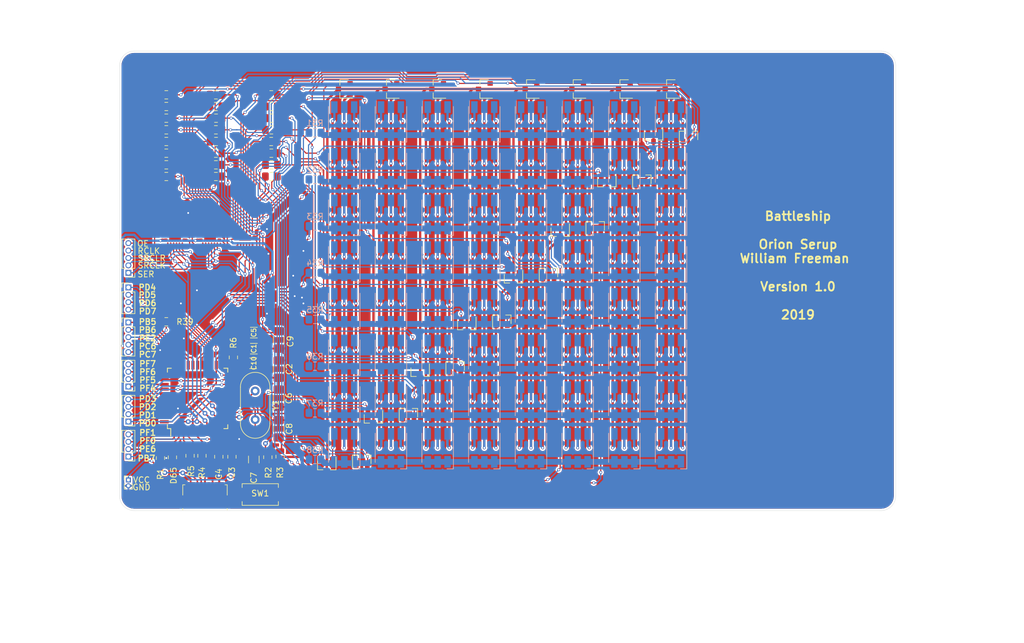
<source format=kicad_pcb>
(kicad_pcb (version 20171130) (host pcbnew "(5.1.2)-2")
  (layers (0 F.Cu signal) (31 B.Cu signal) (34 B.Paste user) (35 F.Paste user) (36 B.SilkS user) (37 F.SilkS user) (38 B.Mask user) (39 F.Mask user) (44 Edge.Cuts user))
  (net 0 "")
  (net 1 "Net-(U1-Pad42)")
  (net 2 "Net-(R3-Pad2)")
  (net 3 GND)
  (net 4 VCC)
  (net 5 "Net-(J1-Pad3)")
  (net 6 "Net-(J1-Pad2)")
  (net 7 25)
  (net 8 26)
  (net 9 "Net-(J1-Pad4)")
  (net 10 1)
  (net 11 27)
  (net 12 28)
  (net 13 29)
  (net 14 30)
  (net 15 31)
  (net 16 32)
  (net 17 "Net-(C3-Pad1)")
  (net 18 "Net-(C4-Pad1)")
  (net 19 "Net-(U2-Pad9)")
  (net 20 "Net-(U3-Pad9)")
  (net 21 "Net-(U4-Pad9)")
  (net 22 "Net-(U5-Pad9)")
  (net 23 OE)
  (net 24 RCLK)
  (net 25 SRCLR)
  (net 26 SRCLK)
  (net 27 8)
  (net 28 7)
  (net 29 6)
  (net 30 5)
  (net 31 4)
  (net 32 3)
  (net 33 2)
  (net 34 /RESET)
  (net 35 9)
  (net 36 A1)
  (net 37 A2)
  (net 38 A3)
  (net 39 A4)
  (net 40 A5)
  (net 41 A6)
  (net 42 A7)
  (net 43 A8)
  (net 44 A9)
  (net 45 A10)
  (net 46 A11)
  (net 47 A12)
  (net 48 "Net-(R7-Pad2)")
  (net 49 "Net-(R8-Pad2)")
  (net 50 "Net-(R9-Pad2)")
  (net 51 "Net-(R10-Pad2)")
  (net 52 "Net-(R11-Pad2)")
  (net 53 "Net-(R12-Pad2)")
  (net 54 "Net-(R13-Pad2)")
  (net 55 "Net-(R14-Pad2)")
  (net 56 "Net-(R15-Pad2)")
  (net 57 "Net-(R16-Pad2)")
  (net 58 "Net-(R17-Pad2)")
  (net 59 "Net-(R18-Pad2)")
  (net 60 "Net-(R19-Pad2)")
  (net 61 A13)
  (net 62 "Net-(R20-Pad2)")
  (net 63 A14)
  (net 64 "Net-(R21-Pad2)")
  (net 65 A15)
  (net 66 "Net-(R22-Pad2)")
  (net 67 A16)
  (net 68 "Net-(R23-Pad2)")
  (net 69 "Net-(R24-Pad2)")
  (net 70 "Net-(R25-Pad2)")
  (net 71 "Net-(R26-Pad2)")
  (net 72 "Net-(R27-Pad2)")
  (net 73 "Net-(R28-Pad2)")
  (net 74 "Net-(R29-Pad2)")
  (net 75 "Net-(R30-Pad2)")
  (net 76 "Net-(R31-Pad2)")
  (net 77 "Net-(R32-Pad2)")
  (net 78 "Net-(R33-Pad2)")
  (net 79 "Net-(R34-Pad2)")
  (net 80 "Net-(R35-Pad2)")
  (net 81 "Net-(R36-Pad2)")
  (net 82 "Net-(R37-Pad2)")
  (net 83 "Net-(R38-Pad2)")
  (net 84 12)
  (net 85 11)
  (net 86 10)
  (net 87 15)
  (net 88 14)
  (net 89 13)
  (net 90 18)
  (net 91 17)
  (net 92 16)
  (net 93 21)
  (net 94 20)
  (net 95 19)
  (net 96 24)
  (net 97 23)
  (net 98 22)
  (net 99 A17)
  (net 100 A18)
  (net 101 A19)
  (net 102 A20)
  (net 103 A21)
  (net 104 A22)
  (net 105 A23)
  (net 106 A24)
  (net 107 "Net-(C7-Pad1)")
  (net 108 "Net-(C10-Pad2)")
  (net 109 "Net-(D65-Pad2)")
  (net 110 "Net-(R4-Pad2)")
  (net 111 "Net-(R5-Pad2)")
  (net 112 /SER)
  (net 113 /pd3)
  (net 114 /pd2)
  (net 115 /pd1)
  (net 116 /pd0)
  (net 117 /pd7)
  (net 118 /pd6)
  (net 119 /pd5)
  (net 120 /pd4)
  (net 121 /pf7)
  (net 122 /pf6)
  (net 123 /pf5)
  (net 124 /pf4)
  (net 125 /pc7)
  (net 126 /pc6)
  (net 127 /pb6)
  (net 128 /PB5)
  (net 129 /pf1)
  (net 130 /pf0)
  (net 131 /pe6)
  (net 132 /pb7)
  (net 133 pe2)
  (module Resistor_SMD:R_0805_2012Metric (layer F.Cu) (at 32 163.4)
    (fp_text reference R39 (at 3.2 0) (layer F.SilkS))
    (fp_text value 1k)
    (pad 2 smd roundrect (at 0.9375 0) (size 0.975 1.4) (layers F.Cu F.Paste F.Mask) (net 3 GND))
    (pad 1 smd roundrect (at -0.9375 0) (size 0.975 1.4) (layers F.Cu F.Paste F.Mask) (net 133 pe2))
  )
  (module Connector_PinHeader_1.27mm:PinHeader_1x05_P1.27mm_Vertical (layer F.Cu) (at 25.5 155 180)
    (fp_text reference J5 hide)
    (fp_text value Conn_01x05 hide)
    (pad 5 thru_hole oval (at 0 5.08 180) (size 1 1) (drill 0.65) (layers *.Cu *.Mask) (net 23 OE))
    (pad 4 thru_hole oval (at 0 3.81 180) (size 1 1) (drill 0.65) (layers *.Cu *.Mask) (net 24 RCLK))
    (pad 3 thru_hole oval (at 0 2.54 180) (size 1 1) (drill 0.65) (layers *.Cu *.Mask) (net 25 SRCLR))
    (pad 2 thru_hole oval (at 0 1.27 180) (size 1 1) (drill 0.65) (layers *.Cu *.Mask) (net 26 SRCLK))
    (pad 1 thru_hole rect (at 0 0 180) (size 1 1) (drill 0.65) (layers *.Cu *.Mask) (net 112 /SER))
  )
  (module Connector_PinHeader_1.27mm:PinHeader_1x04_P1.27mm_Vertical (layer F.Cu) (at 25.5 157.5)
    (fp_text reference J3 hide)
    (fp_text value Conn_01x04 hide)
    (pad 4 thru_hole oval (at 0 3.81) (size 1 1) (drill 0.65) (layers *.Cu *.Mask) (net 117 /pd7))
    (pad 3 thru_hole oval (at 0 2.54) (size 1 1) (drill 0.65) (layers *.Cu *.Mask) (net 118 /pd6))
    (pad 2 thru_hole oval (at 0 1.27) (size 1 1) (drill 0.65) (layers *.Cu *.Mask) (net 119 /pd5))
    (pad 1 thru_hole rect (at 0 0) (size 1 1) (drill 0.65) (layers *.Cu *.Mask) (net 120 /pd4))
  )
  (module Connector_PinHeader_1.27mm:PinHeader_1x05_P1.27mm_Vertical (layer F.Cu) (at 25.5 163.5)
    (fp_text reference J6 hide)
    (fp_text value Conn_01x05 hide)
    (pad 5 thru_hole oval (at 0 5.08) (size 1 1) (drill 0.65) (layers *.Cu *.Mask) (net 125 /pc7))
    (pad 4 thru_hole oval (at 0 3.81) (size 1 1) (drill 0.65) (layers *.Cu *.Mask) (net 126 /pc6))
    (pad 3 thru_hole oval (at 0 2.54) (size 1 1) (drill 0.65) (layers *.Cu *.Mask) (net 133 pe2))
    (pad 2 thru_hole oval (at 0 1.27) (size 1 1) (drill 0.65) (layers *.Cu *.Mask) (net 127 /pb6))
    (pad 1 thru_hole rect (at 0 0) (size 1 1) (drill 0.65) (layers *.Cu *.Mask) (net 128 /PB5))
  )
  (module Connector_PinHeader_1.27mm:PinHeader_1x04_P1.27mm_Vertical (layer F.Cu) (at 25.5 174.5 180)
    (fp_text reference J4 hide)
    (fp_text value Conn_01x04 hide)
    (pad 4 thru_hole oval (at 0 3.81 180) (size 1 1) (drill 0.65) (layers *.Cu *.Mask) (net 121 /pf7))
    (pad 3 thru_hole oval (at 0 2.54 180) (size 1 1) (drill 0.65) (layers *.Cu *.Mask) (net 122 /pf6))
    (pad 2 thru_hole oval (at 0 1.27 180) (size 1 1) (drill 0.65) (layers *.Cu *.Mask) (net 123 /pf5))
    (pad 1 thru_hole rect (at 0 0 180) (size 1 1) (drill 0.65) (layers *.Cu *.Mask) (net 124 /pf4))
  )
  (module Connector_PinHeader_1.27mm:PinHeader_1x04_P1.27mm_Vertical (layer F.Cu) (at 25.5 180.5 180)
    (fp_text reference J2 hide)
    (fp_text value Conn_01x04 hide)
    (pad 4 thru_hole oval (at 0 3.81 180) (size 1 1) (drill 0.65) (layers *.Cu *.Mask) (net 113 /pd3))
    (pad 3 thru_hole oval (at 0 2.54 180) (size 1 1) (drill 0.65) (layers *.Cu *.Mask) (net 114 /pd2))
    (pad 2 thru_hole oval (at 0 1.27 180) (size 1 1) (drill 0.65) (layers *.Cu *.Mask) (net 115 /pd1))
    (pad 1 thru_hole rect (at 0 0 180) (size 1 1) (drill 0.65) (layers *.Cu *.Mask) (net 116 /pd0))
  )
  (module Connector_PinHeader_1.27mm:PinHeader_1x04_P1.27mm_Vertical (layer F.Cu) (at 25.5 186.5 180)
    (fp_text reference J7 hide)
    (fp_text value Conn_01x04 hide)
    (pad 4 thru_hole oval (at 0 3.81 180) (size 1 1) (drill 0.65) (layers *.Cu *.Mask) (net 129 /pf1))
    (pad 3 thru_hole oval (at 0 2.54 180) (size 1 1) (drill 0.65) (layers *.Cu *.Mask) (net 130 /pf0))
    (pad 2 thru_hole oval (at 0 1.27 180) (size 1 1) (drill 0.65) (layers *.Cu *.Mask) (net 131 /pe6))
    (pad 1 thru_hole rect (at 0 0 180) (size 1 1) (drill 0.65) (layers *.Cu *.Mask) (net 132 /pb7))
  )
  (module LED_SMD:LED_RGB_5050-6 (layer B.Cu) (at 78.5 153 90)
    (fp_text reference D44 hide)
    (fp_text value ASMT-YTC2-0AA02 hide)
    (pad 6 smd rect (at 2.4 1.7) (size 1.1 2) (layers B.Cu B.Paste B.Mask) (net 92 16))
    (pad 5 smd rect (at 2.4 0) (size 1.1 2) (layers B.Cu B.Paste B.Mask) (net 91 17))
    (pad 4 smd rect (at 2.4 -1.7) (size 1.1 2) (layers B.Cu B.Paste B.Mask) (net 90 18))
    (pad 3 smd rect (at -2.4 -1.7) (size 1.1 2) (layers B.Cu B.Paste B.Mask) (net 12 28))
    (pad 2 smd rect (at -2.4 0) (size 1.1 2) (layers B.Cu B.Paste B.Mask) (net 12 28))
    (pad 1 smd rect (at -2.4 1.7) (size 1.1 2) (layers B.Cu B.Paste B.Mask) (net 12 28))
  )
  (module LED_SMD:LED_RGB_5050-6 (layer B.Cu) (at 78.5 137 90)
    (fp_text reference D42 hide)
    (fp_text value ASMT-YTC2-0AA02 hide)
    (pad 6 smd rect (at 2.4 1.7) (size 1.1 2) (layers B.Cu B.Paste B.Mask) (net 92 16))
    (pad 5 smd rect (at 2.4 0) (size 1.1 2) (layers B.Cu B.Paste B.Mask) (net 91 17))
    (pad 4 smd rect (at 2.4 -1.7) (size 1.1 2) (layers B.Cu B.Paste B.Mask) (net 90 18))
    (pad 3 smd rect (at -2.4 -1.7) (size 1.1 2) (layers B.Cu B.Paste B.Mask) (net 8 26))
    (pad 2 smd rect (at -2.4 0) (size 1.1 2) (layers B.Cu B.Paste B.Mask) (net 8 26))
    (pad 1 smd rect (at -2.4 1.7) (size 1.1 2) (layers B.Cu B.Paste B.Mask) (net 8 26))
  )
  (module LED_SMD:LED_RGB_5050-6 (layer B.Cu) (at 78.5 185 90)
    (fp_text reference D48 hide)
    (fp_text value ASMT-YTC2-0AA02 hide)
    (pad 6 smd rect (at 2.4 1.7) (size 1.1 2) (layers B.Cu B.Paste B.Mask) (net 92 16))
    (pad 5 smd rect (at 2.4 0) (size 1.1 2) (layers B.Cu B.Paste B.Mask) (net 91 17))
    (pad 4 smd rect (at 2.4 -1.7) (size 1.1 2) (layers B.Cu B.Paste B.Mask) (net 90 18))
    (pad 3 smd rect (at -2.4 -1.7) (size 1.1 2) (layers B.Cu B.Paste B.Mask) (net 16 32))
    (pad 2 smd rect (at -2.4 0) (size 1.1 2) (layers B.Cu B.Paste B.Mask) (net 16 32))
    (pad 1 smd rect (at -2.4 1.7) (size 1.1 2) (layers B.Cu B.Paste B.Mask) (net 16 32))
  )
  (module Resistor_SMD:R_0805_2012Metric_Pad1.15x1.40mm_HandSolder (layer B.Cu) (at 57.475 139 180)
    (fp_text reference R32 (at 0 1.65) (layer B.SilkS) (effects (justify mirror)))
    (fp_text value 1K)
    (pad 2 smd roundrect (at 1.025 0 180) (size 1.15 1.4) (layers B.Cu B.Paste B.Mask) (roundrect_rratio 0.217391) (net 77 "Net-(R32-Pad2)"))
    (pad 1 smd roundrect (at -1.025 0 180) (size 1.15 1.4) (layers B.Cu B.Paste B.Mask) (roundrect_rratio 0.217391) (net 8 26))
  )
  (module Package_QFP:TQFP-44_10x10mm_P0.8mm (layer F.Cu) (at 37.36 176.53 90)
    (fp_text reference U1 hide)
    (fp_text value ATmega32U4RC-AU hide)
    (pad 44 smd rect (at -4 -5.7 180) (size 1.5 0.55) (layers F.Cu F.Paste F.Mask) (net 108 "Net-(C10-Pad2)"))
    (pad 43 smd rect (at -3.2 -5.7 180) (size 1.5 0.55) (layers F.Cu F.Paste F.Mask) (net 3 GND))
    (pad 42 smd rect (at -2.4 -5.7 180) (size 1.5 0.55) (layers F.Cu F.Paste F.Mask) (net 1 "Net-(U1-Pad42)"))
    (pad 41 smd rect (at -1.6 -5.7 180) (size 1.5 0.55) (layers F.Cu F.Paste F.Mask) (net 130 /pf0))
    (pad 40 smd rect (at -0.8 -5.7 180) (size 1.5 0.55) (layers F.Cu F.Paste F.Mask) (net 129 /pf1))
    (pad 39 smd rect (at 0 -5.7 180) (size 1.5 0.55) (layers F.Cu F.Paste F.Mask) (net 124 /pf4))
    (pad 38 smd rect (at 0.8 -5.7 180) (size 1.5 0.55) (layers F.Cu F.Paste F.Mask) (net 123 /pf5))
    (pad 37 smd rect (at 1.6 -5.7 180) (size 1.5 0.55) (layers F.Cu F.Paste F.Mask) (net 122 /pf6))
    (pad 36 smd rect (at 2.4 -5.7 180) (size 1.5 0.55) (layers F.Cu F.Paste F.Mask) (net 121 /pf7))
    (pad 35 smd rect (at 3.2 -5.7 180) (size 1.5 0.55) (layers F.Cu F.Paste F.Mask) (net 3 GND))
    (pad 34 smd rect (at 4 -5.7 180) (size 1.5 0.55) (layers F.Cu F.Paste F.Mask) (net 4 VCC))
    (pad 33 smd rect (at 5.7 -4 90) (size 1.5 0.55) (layers F.Cu F.Paste F.Mask) (net 133 pe2))
    (pad 32 smd rect (at 5.7 -3.2 90) (size 1.5 0.55) (layers F.Cu F.Paste F.Mask) (net 125 /pc7))
    (pad 31 smd rect (at 5.7 -2.4 90) (size 1.5 0.55) (layers F.Cu F.Paste F.Mask) (net 126 /pc6))
    (pad 30 smd rect (at 5.7 -1.6 90) (size 1.5 0.55) (layers F.Cu F.Paste F.Mask) (net 127 /pb6))
    (pad 29 smd rect (at 5.7 -0.8 90) (size 1.5 0.55) (layers F.Cu F.Paste F.Mask) (net 128 /PB5))
    (pad 28 smd rect (at 5.7 0 90) (size 1.5 0.55) (layers F.Cu F.Paste F.Mask) (net 23 OE))
    (pad 27 smd rect (at 5.7 0.8 90) (size 1.5 0.55) (layers F.Cu F.Paste F.Mask) (net 117 /pd7))
    (pad 26 smd rect (at 5.7 1.6 90) (size 1.5 0.55) (layers F.Cu F.Paste F.Mask) (net 118 /pd6))
    (pad 25 smd rect (at 5.7 2.4 90) (size 1.5 0.55) (layers F.Cu F.Paste F.Mask) (net 120 /pd4))
    (pad 24 smd rect (at 5.7 3.2 90) (size 1.5 0.55) (layers F.Cu F.Paste F.Mask) (net 108 "Net-(C10-Pad2)"))
    (pad 23 smd rect (at 5.7 4 90) (size 1.5 0.55) (layers F.Cu F.Paste F.Mask) (net 3 GND))
    (pad 22 smd rect (at 4 5.7 180) (size 1.5 0.55) (layers F.Cu F.Paste F.Mask) (net 119 /pd5))
    (pad 21 smd rect (at 3.2 5.7 180) (size 1.5 0.55) (layers F.Cu F.Paste F.Mask) (net 113 /pd3))
    (pad 20 smd rect (at 2.4 5.7 180) (size 1.5 0.55) (layers F.Cu F.Paste F.Mask) (net 114 /pd2))
    (pad 19 smd rect (at 1.6 5.7 180) (size 1.5 0.55) (layers F.Cu F.Paste F.Mask) (net 115 /pd1))
    (pad 18 smd rect (at 0.8 5.7 180) (size 1.5 0.55) (layers F.Cu F.Paste F.Mask) (net 116 /pd0))
    (pad 17 smd rect (at 0 5.7 180) (size 1.5 0.55) (layers F.Cu F.Paste F.Mask) (net 17 "Net-(C3-Pad1)"))
    (pad 16 smd rect (at -0.8 5.7 180) (size 1.5 0.55) (layers F.Cu F.Paste F.Mask) (net 18 "Net-(C4-Pad1)"))
    (pad 15 smd rect (at -1.6 5.7 180) (size 1.5 0.55) (layers F.Cu F.Paste F.Mask) (net 3 GND))
    (pad 14 smd rect (at -2.4 5.7 180) (size 1.5 0.55) (layers F.Cu F.Paste F.Mask) (net 4 VCC))
    (pad 13 smd rect (at -3.2 5.7 180) (size 1.5 0.55) (layers F.Cu F.Paste F.Mask) (net 34 /RESET))
    (pad 12 smd rect (at -4 5.7 180) (size 1.5 0.55) (layers F.Cu F.Paste F.Mask) (net 132 /pb7))
    (pad 11 smd rect (at -5.7 4 90) (size 1.5 0.55) (layers F.Cu F.Paste F.Mask) (net 24 RCLK))
    (pad 10 smd rect (at -5.7 3.2 90) (size 1.5 0.55) (layers F.Cu F.Paste F.Mask) (net 25 SRCLR))
    (pad 9 smd rect (at -5.7 2.4 90) (size 1.5 0.55) (layers F.Cu F.Paste F.Mask) (net 26 SRCLK))
    (pad 8 smd rect (at -5.7 1.6 90) (size 1.5 0.55) (layers F.Cu F.Paste F.Mask) (net 112 /SER))
    (pad 7 smd rect (at -5.7 0.8 90) (size 1.5 0.55) (layers F.Cu F.Paste F.Mask) (net 4 VCC))
    (pad 6 smd rect (at -5.7 0 90) (size 1.5 0.55) (layers F.Cu F.Paste F.Mask) (net 107 "Net-(C7-Pad1)"))
    (pad 5 smd rect (at -5.7 -0.8 90) (size 1.5 0.55) (layers F.Cu F.Paste F.Mask) (net 3 GND))
    (pad 4 smd rect (at -5.7 -1.6 90) (size 1.5 0.55) (layers F.Cu F.Paste F.Mask) (net 110 "Net-(R4-Pad2)"))
    (pad 3 smd rect (at -5.7 -2.4 90) (size 1.5 0.55) (layers F.Cu F.Paste F.Mask) (net 111 "Net-(R5-Pad2)"))
    (pad 2 smd rect (at -5.7 -3.2 90) (size 1.5 0.55) (layers F.Cu F.Paste F.Mask) (net 4 VCC))
    (pad 1 smd rect (at -5.7 -4 90) (size 1.5 0.55) (layers F.Cu F.Paste F.Mask) (net 131 /pe6))
  )
  (module Connector_PinHeader_1.00mm:PinHeader_1x02_P1.00mm_Vertical (layer F.Cu) (at 25.5 190.5)
    (fp_text reference J8 hide)
    (fp_text value Conn_01x02 hide)
    (pad 2 thru_hole oval (at 0 1) (size 0.85 0.85) (drill 0.5) (layers *.Cu *.Mask) (net 3 GND))
    (pad 1 thru_hole rect (at 0 0) (size 0.85 0.85) (drill 0.5) (layers *.Cu *.Mask) (net 4 VCC))
  )
  (module Package_TO_SOT_SMD:SOT-23 (layer F.Cu) (at 91.5 156 270)
    (fp_text reference Q23 hide)
    (fp_text value 2N2219 hide)
    (pad 3 smd rect (at 1 0 270) (size 0.9 0.8) (layers F.Cu F.Paste F.Mask) (net 4 VCC))
    (pad 2 smd rect (at -1 0.95 270) (size 0.9 0.8) (layers F.Cu F.Paste F.Mask) (net 47 A12))
    (pad 1 smd rect (at -1 -0.95 270) (size 0.9 0.8) (layers F.Cu F.Paste F.Mask) (net 84 12))
  )
  (module Package_TO_SOT_SMD:SOT-23 (layer F.Cu) (at 113.5 139 90)
    (fp_text reference Q7 hide)
    (fp_text value 2N2219 hide)
    (pad 3 smd rect (at 1 0 90) (size 0.9 0.8) (layers F.Cu F.Paste F.Mask) (net 4 VCC))
    (pad 2 smd rect (at -1 0.95 90) (size 0.9 0.8) (layers F.Cu F.Paste F.Mask) (net 39 A4))
    (pad 1 smd rect (at -1 -0.95 90) (size 0.9 0.8) (layers F.Cu F.Paste F.Mask) (net 31 4))
  )
  (module LED_SMD:LED_RGB_5050-6 (layer B.Cu) (at 118.5 153 90)
    (fp_text reference D4 hide)
    (fp_text value ASMT-YTC2-0AA02 hide)
    (pad 6 smd rect (at 2.4 1.7) (size 1.1 2) (layers B.Cu B.Paste B.Mask) (net 10 1))
    (pad 5 smd rect (at 2.4 0) (size 1.1 2) (layers B.Cu B.Paste B.Mask) (net 33 2))
    (pad 4 smd rect (at 2.4 -1.7) (size 1.1 2) (layers B.Cu B.Paste B.Mask) (net 32 3))
    (pad 3 smd rect (at -2.4 -1.7) (size 1.1 2) (layers B.Cu B.Paste B.Mask) (net 12 28))
    (pad 2 smd rect (at -2.4 0) (size 1.1 2) (layers B.Cu B.Paste B.Mask) (net 12 28))
    (pad 1 smd rect (at -2.4 1.7) (size 1.1 2) (layers B.Cu B.Paste B.Mask) (net 12 28))
  )
  (module LED_SMD:LED_RGB_5050-6 (layer B.Cu) (at 118.5 129 90)
    (fp_text reference D1 hide)
    (fp_text value ASMT-YTC2-0AA02 hide)
    (pad 6 smd rect (at 2.4 1.7) (size 1.1 2) (layers B.Cu B.Paste B.Mask) (net 10 1))
    (pad 5 smd rect (at 2.4 0) (size 1.1 2) (layers B.Cu B.Paste B.Mask) (net 33 2))
    (pad 4 smd rect (at 2.4 -1.7) (size 1.1 2) (layers B.Cu B.Paste B.Mask) (net 32 3))
    (pad 3 smd rect (at -2.4 -1.7) (size 1.1 2) (layers B.Cu B.Paste B.Mask) (net 7 25))
    (pad 2 smd rect (at -2.4 0) (size 1.1 2) (layers B.Cu B.Paste B.Mask) (net 7 25))
    (pad 1 smd rect (at -2.4 1.7) (size 1.1 2) (layers B.Cu B.Paste B.Mask) (net 7 25))
  )
  (module LED_SMD:LED_RGB_5050-6 (layer B.Cu) (at 110.5 145 90)
    (fp_text reference D11 hide)
    (fp_text value ASMT-YTC2-0AA02 hide)
    (pad 6 smd rect (at 2.4 1.7) (size 1.1 2) (layers B.Cu B.Paste B.Mask) (net 31 4))
    (pad 5 smd rect (at 2.4 0) (size 1.1 2) (layers B.Cu B.Paste B.Mask) (net 30 5))
    (pad 4 smd rect (at 2.4 -1.7) (size 1.1 2) (layers B.Cu B.Paste B.Mask) (net 29 6))
    (pad 3 smd rect (at -2.4 -1.7) (size 1.1 2) (layers B.Cu B.Paste B.Mask) (net 11 27))
    (pad 2 smd rect (at -2.4 0) (size 1.1 2) (layers B.Cu B.Paste B.Mask) (net 11 27))
    (pad 1 smd rect (at -2.4 1.7) (size 1.1 2) (layers B.Cu B.Paste B.Mask) (net 11 27))
  )
  (module LED_SMD:LED_RGB_5050-6 (layer B.Cu) (at 102.5 177 90)
    (fp_text reference D23 hide)
    (fp_text value ASMT-YTC2-0AA02 hide)
    (pad 6 smd rect (at 2.4 1.7) (size 1.1 2) (layers B.Cu B.Paste B.Mask) (net 28 7))
    (pad 5 smd rect (at 2.4 0) (size 1.1 2) (layers B.Cu B.Paste B.Mask) (net 27 8))
    (pad 4 smd rect (at 2.4 -1.7) (size 1.1 2) (layers B.Cu B.Paste B.Mask) (net 35 9))
    (pad 3 smd rect (at -2.4 -1.7) (size 1.1 2) (layers B.Cu B.Paste B.Mask) (net 15 31))
    (pad 2 smd rect (at -2.4 0) (size 1.1 2) (layers B.Cu B.Paste B.Mask) (net 15 31))
    (pad 1 smd rect (at -2.4 1.7) (size 1.1 2) (layers B.Cu B.Paste B.Mask) (net 15 31))
  )
  (module LED_SMD:LED_RGB_5050-6 (layer B.Cu) (at 62.5 137 90)
    (fp_text reference D58 hide)
    (fp_text value ASMT-YTC2-0AA02 hide)
    (pad 6 smd rect (at 2.4 1.7) (size 1.1 2) (layers B.Cu B.Paste B.Mask) (net 98 22))
    (pad 5 smd rect (at 2.4 0) (size 1.1 2) (layers B.Cu B.Paste B.Mask) (net 97 23))
    (pad 4 smd rect (at 2.4 -1.7) (size 1.1 2) (layers B.Cu B.Paste B.Mask) (net 96 24))
    (pad 3 smd rect (at -2.4 -1.7) (size 1.1 2) (layers B.Cu B.Paste B.Mask) (net 8 26))
    (pad 2 smd rect (at -2.4 0) (size 1.1 2) (layers B.Cu B.Paste B.Mask) (net 8 26))
    (pad 1 smd rect (at -2.4 1.7) (size 1.1 2) (layers B.Cu B.Paste B.Mask) (net 8 26))
  )
  (module LED_SMD:LED_RGB_5050-6 (layer B.Cu) (at 70.5 153 90)
    (fp_text reference D52 hide)
    (fp_text value ASMT-YTC2-0AA02 hide)
    (pad 6 smd rect (at 2.4 1.7) (size 1.1 2) (layers B.Cu B.Paste B.Mask) (net 95 19))
    (pad 5 smd rect (at 2.4 0) (size 1.1 2) (layers B.Cu B.Paste B.Mask) (net 94 20))
    (pad 4 smd rect (at 2.4 -1.7) (size 1.1 2) (layers B.Cu B.Paste B.Mask) (net 93 21))
    (pad 3 smd rect (at -2.4 -1.7) (size 1.1 2) (layers B.Cu B.Paste B.Mask) (net 12 28))
    (pad 2 smd rect (at -2.4 0) (size 1.1 2) (layers B.Cu B.Paste B.Mask) (net 12 28))
    (pad 1 smd rect (at -2.4 1.7) (size 1.1 2) (layers B.Cu B.Paste B.Mask) (net 12 28))
  )
  (module LED_SMD:LED_RGB_5050-6 (layer B.Cu) (at 86.5 185 90)
    (fp_text reference D40 hide)
    (fp_text value ASMT-YTC2-0AA02 hide)
    (pad 6 smd rect (at 2.4 1.7) (size 1.1 2) (layers B.Cu B.Paste B.Mask) (net 89 13))
    (pad 5 smd rect (at 2.4 0) (size 1.1 2) (layers B.Cu B.Paste B.Mask) (net 88 14))
    (pad 4 smd rect (at 2.4 -1.7) (size 1.1 2) (layers B.Cu B.Paste B.Mask) (net 87 15))
    (pad 3 smd rect (at -2.4 -1.7) (size 1.1 2) (layers B.Cu B.Paste B.Mask) (net 16 32))
    (pad 2 smd rect (at -2.4 0) (size 1.1 2) (layers B.Cu B.Paste B.Mask) (net 16 32))
    (pad 1 smd rect (at -2.4 1.7) (size 1.1 2) (layers B.Cu B.Paste B.Mask) (net 16 32))
  )
  (module LED_SMD:LED_RGB_5050-6 (layer B.Cu) (at 86.5 177 90)
    (fp_text reference D39 hide)
    (fp_text value ASMT-YTC2-0AA02 hide)
    (pad 6 smd rect (at 2.4 1.7) (size 1.1 2) (layers B.Cu B.Paste B.Mask) (net 89 13))
    (pad 5 smd rect (at 2.4 0) (size 1.1 2) (layers B.Cu B.Paste B.Mask) (net 88 14))
    (pad 4 smd rect (at 2.4 -1.7) (size 1.1 2) (layers B.Cu B.Paste B.Mask) (net 87 15))
    (pad 3 smd rect (at -2.4 -1.7) (size 1.1 2) (layers B.Cu B.Paste B.Mask) (net 15 31))
    (pad 2 smd rect (at -2.4 0) (size 1.1 2) (layers B.Cu B.Paste B.Mask) (net 15 31))
    (pad 1 smd rect (at -2.4 1.7) (size 1.1 2) (layers B.Cu B.Paste B.Mask) (net 15 31))
  )
  (module LED_SMD:LED_RGB_5050-6 (layer B.Cu) (at 86.5 169 90)
    (fp_text reference D38 hide)
    (fp_text value ASMT-YTC2-0AA02 hide)
    (pad 6 smd rect (at 2.4 1.7) (size 1.1 2) (layers B.Cu B.Paste B.Mask) (net 89 13))
    (pad 5 smd rect (at 2.4 0) (size 1.1 2) (layers B.Cu B.Paste B.Mask) (net 88 14))
    (pad 4 smd rect (at 2.4 -1.7) (size 1.1 2) (layers B.Cu B.Paste B.Mask) (net 87 15))
    (pad 3 smd rect (at -2.4 -1.7) (size 1.1 2) (layers B.Cu B.Paste B.Mask) (net 14 30))
    (pad 2 smd rect (at -2.4 0) (size 1.1 2) (layers B.Cu B.Paste B.Mask) (net 14 30))
    (pad 1 smd rect (at -2.4 1.7) (size 1.1 2) (layers B.Cu B.Paste B.Mask) (net 14 30))
  )
  (module LED_SMD:LED_RGB_5050-6 (layer B.Cu) (at 86.5 161 90)
    (fp_text reference D37 hide)
    (fp_text value ASMT-YTC2-0AA02 hide)
    (pad 6 smd rect (at 2.4 1.7) (size 1.1 2) (layers B.Cu B.Paste B.Mask) (net 89 13))
    (pad 5 smd rect (at 2.4 0) (size 1.1 2) (layers B.Cu B.Paste B.Mask) (net 88 14))
    (pad 4 smd rect (at 2.4 -1.7) (size 1.1 2) (layers B.Cu B.Paste B.Mask) (net 87 15))
    (pad 3 smd rect (at -2.4 -1.7) (size 1.1 2) (layers B.Cu B.Paste B.Mask) (net 13 29))
    (pad 2 smd rect (at -2.4 0) (size 1.1 2) (layers B.Cu B.Paste B.Mask) (net 13 29))
    (pad 1 smd rect (at -2.4 1.7) (size 1.1 2) (layers B.Cu B.Paste B.Mask) (net 13 29))
  )
  (module LED_SMD:LED_RGB_5050-6 (layer B.Cu) (at 86.5 153 90)
    (fp_text reference D36 hide)
    (fp_text value ASMT-YTC2-0AA02 hide)
    (pad 6 smd rect (at 2.4 1.7) (size 1.1 2) (layers B.Cu B.Paste B.Mask) (net 89 13))
    (pad 5 smd rect (at 2.4 0) (size 1.1 2) (layers B.Cu B.Paste B.Mask) (net 88 14))
    (pad 4 smd rect (at 2.4 -1.7) (size 1.1 2) (layers B.Cu B.Paste B.Mask) (net 87 15))
    (pad 3 smd rect (at -2.4 -1.7) (size 1.1 2) (layers B.Cu B.Paste B.Mask) (net 12 28))
    (pad 2 smd rect (at -2.4 0) (size 1.1 2) (layers B.Cu B.Paste B.Mask) (net 12 28))
    (pad 1 smd rect (at -2.4 1.7) (size 1.1 2) (layers B.Cu B.Paste B.Mask) (net 12 28))
  )
  (module LED_SMD:LED_RGB_5050-6 (layer B.Cu) (at 86.5 145 90)
    (fp_text reference D35 hide)
    (fp_text value ASMT-YTC2-0AA02 hide)
    (pad 6 smd rect (at 2.4 1.7) (size 1.1 2) (layers B.Cu B.Paste B.Mask) (net 89 13))
    (pad 5 smd rect (at 2.4 0) (size 1.1 2) (layers B.Cu B.Paste B.Mask) (net 88 14))
    (pad 4 smd rect (at 2.4 -1.7) (size 1.1 2) (layers B.Cu B.Paste B.Mask) (net 87 15))
    (pad 3 smd rect (at -2.4 -1.7) (size 1.1 2) (layers B.Cu B.Paste B.Mask) (net 11 27))
    (pad 2 smd rect (at -2.4 0) (size 1.1 2) (layers B.Cu B.Paste B.Mask) (net 11 27))
    (pad 1 smd rect (at -2.4 1.7) (size 1.1 2) (layers B.Cu B.Paste B.Mask) (net 11 27))
  )
  (module LED_SMD:LED_RGB_5050-6 (layer B.Cu) (at 94.5 153 90)
    (fp_text reference D28 hide)
    (fp_text value ASMT-YTC2-0AA02 hide)
    (pad 6 smd rect (at 2.4 1.7) (size 1.1 2) (layers B.Cu B.Paste B.Mask) (net 86 10))
    (pad 5 smd rect (at 2.4 0) (size 1.1 2) (layers B.Cu B.Paste B.Mask) (net 85 11))
    (pad 4 smd rect (at 2.4 -1.7) (size 1.1 2) (layers B.Cu B.Paste B.Mask) (net 84 12))
    (pad 3 smd rect (at -2.4 -1.7) (size 1.1 2) (layers B.Cu B.Paste B.Mask) (net 12 28))
    (pad 2 smd rect (at -2.4 0) (size 1.1 2) (layers B.Cu B.Paste B.Mask) (net 12 28))
    (pad 1 smd rect (at -2.4 1.7) (size 1.1 2) (layers B.Cu B.Paste B.Mask) (net 12 28))
  )
  (module LED_SMD:LED_RGB_5050-6 (layer B.Cu) (at 94.5 129 90)
    (fp_text reference D25 hide)
    (fp_text value ASMT-YTC2-0AA02 hide)
    (pad 6 smd rect (at 2.4 1.7) (size 1.1 2) (layers B.Cu B.Paste B.Mask) (net 86 10))
    (pad 5 smd rect (at 2.4 0) (size 1.1 2) (layers B.Cu B.Paste B.Mask) (net 85 11))
    (pad 4 smd rect (at 2.4 -1.7) (size 1.1 2) (layers B.Cu B.Paste B.Mask) (net 84 12))
    (pad 3 smd rect (at -2.4 -1.7) (size 1.1 2) (layers B.Cu B.Paste B.Mask) (net 7 25))
    (pad 2 smd rect (at -2.4 0) (size 1.1 2) (layers B.Cu B.Paste B.Mask) (net 7 25))
    (pad 1 smd rect (at -2.4 1.7) (size 1.1 2) (layers B.Cu B.Paste B.Mask) (net 7 25))
  )
  (module LED_SMD:LED_RGB_5050-6 (layer B.Cu) (at 102.5 185 90)
    (fp_text reference D24 hide)
    (fp_text value ASMT-YTC2-0AA02 hide)
    (pad 6 smd rect (at 2.4 1.7) (size 1.1 2) (layers B.Cu B.Paste B.Mask) (net 28 7))
    (pad 5 smd rect (at 2.4 0) (size 1.1 2) (layers B.Cu B.Paste B.Mask) (net 27 8))
    (pad 4 smd rect (at 2.4 -1.7) (size 1.1 2) (layers B.Cu B.Paste B.Mask) (net 35 9))
    (pad 3 smd rect (at -2.4 -1.7) (size 1.1 2) (layers B.Cu B.Paste B.Mask) (net 16 32))
    (pad 2 smd rect (at -2.4 0) (size 1.1 2) (layers B.Cu B.Paste B.Mask) (net 16 32))
    (pad 1 smd rect (at -2.4 1.7) (size 1.1 2) (layers B.Cu B.Paste B.Mask) (net 16 32))
  )
  (module LED_SMD:LED_RGB_5050-6 (layer B.Cu) (at 102.5 169 90)
    (fp_text reference D22 hide)
    (fp_text value ASMT-YTC2-0AA02 hide)
    (pad 6 smd rect (at 2.4 1.7) (size 1.1 2) (layers B.Cu B.Paste B.Mask) (net 28 7))
    (pad 5 smd rect (at 2.4 0) (size 1.1 2) (layers B.Cu B.Paste B.Mask) (net 27 8))
    (pad 4 smd rect (at 2.4 -1.7) (size 1.1 2) (layers B.Cu B.Paste B.Mask) (net 35 9))
    (pad 3 smd rect (at -2.4 -1.7) (size 1.1 2) (layers B.Cu B.Paste B.Mask) (net 14 30))
    (pad 2 smd rect (at -2.4 0) (size 1.1 2) (layers B.Cu B.Paste B.Mask) (net 14 30))
    (pad 1 smd rect (at -2.4 1.7) (size 1.1 2) (layers B.Cu B.Paste B.Mask) (net 14 30))
  )
  (module LED_SMD:LED_RGB_5050-6 (layer B.Cu) (at 110.5 185 90)
    (fp_text reference D16 hide)
    (fp_text value ASMT-YTC2-0AA02 hide)
    (pad 6 smd rect (at 2.4 1.7) (size 1.1 2) (layers B.Cu B.Paste B.Mask) (net 31 4))
    (pad 5 smd rect (at 2.4 0) (size 1.1 2) (layers B.Cu B.Paste B.Mask) (net 30 5))
    (pad 4 smd rect (at 2.4 -1.7) (size 1.1 2) (layers B.Cu B.Paste B.Mask) (net 29 6))
    (pad 3 smd rect (at -2.4 -1.7) (size 1.1 2) (layers B.Cu B.Paste B.Mask) (net 16 32))
    (pad 2 smd rect (at -2.4 0) (size 1.1 2) (layers B.Cu B.Paste B.Mask) (net 16 32))
    (pad 1 smd rect (at -2.4 1.7) (size 1.1 2) (layers B.Cu B.Paste B.Mask) (net 16 32))
  )
  (module LED_SMD:LED_RGB_5050-6 (layer B.Cu) (at 110.5 177 90)
    (fp_text reference D15 hide)
    (fp_text value ASMT-YTC2-0AA02 hide)
    (pad 6 smd rect (at 2.4 1.7) (size 1.1 2) (layers B.Cu B.Paste B.Mask) (net 31 4))
    (pad 5 smd rect (at 2.4 0) (size 1.1 2) (layers B.Cu B.Paste B.Mask) (net 30 5))
    (pad 4 smd rect (at 2.4 -1.7) (size 1.1 2) (layers B.Cu B.Paste B.Mask) (net 29 6))
    (pad 3 smd rect (at -2.4 -1.7) (size 1.1 2) (layers B.Cu B.Paste B.Mask) (net 15 31))
    (pad 2 smd rect (at -2.4 0) (size 1.1 2) (layers B.Cu B.Paste B.Mask) (net 15 31))
    (pad 1 smd rect (at -2.4 1.7) (size 1.1 2) (layers B.Cu B.Paste B.Mask) (net 15 31))
  )
  (module LED_SMD:LED_RGB_5050-6 (layer B.Cu) (at 110.5 169 90)
    (fp_text reference D14 hide)
    (fp_text value ASMT-YTC2-0AA02 hide)
    (pad 6 smd rect (at 2.4 1.7) (size 1.1 2) (layers B.Cu B.Paste B.Mask) (net 31 4))
    (pad 5 smd rect (at 2.4 0) (size 1.1 2) (layers B.Cu B.Paste B.Mask) (net 30 5))
    (pad 4 smd rect (at 2.4 -1.7) (size 1.1 2) (layers B.Cu B.Paste B.Mask) (net 29 6))
    (pad 3 smd rect (at -2.4 -1.7) (size 1.1 2) (layers B.Cu B.Paste B.Mask) (net 14 30))
    (pad 2 smd rect (at -2.4 0) (size 1.1 2) (layers B.Cu B.Paste B.Mask) (net 14 30))
    (pad 1 smd rect (at -2.4 1.7) (size 1.1 2) (layers B.Cu B.Paste B.Mask) (net 14 30))
  )
  (module LED_SMD:LED_RGB_5050-6 (layer B.Cu) (at 110.5 161 90)
    (fp_text reference D13 hide)
    (fp_text value ASMT-YTC2-0AA02 hide)
    (pad 6 smd rect (at 2.4 1.7) (size 1.1 2) (layers B.Cu B.Paste B.Mask) (net 31 4))
    (pad 5 smd rect (at 2.4 0) (size 1.1 2) (layers B.Cu B.Paste B.Mask) (net 30 5))
    (pad 4 smd rect (at 2.4 -1.7) (size 1.1 2) (layers B.Cu B.Paste B.Mask) (net 29 6))
    (pad 3 smd rect (at -2.4 -1.7) (size 1.1 2) (layers B.Cu B.Paste B.Mask) (net 13 29))
    (pad 2 smd rect (at -2.4 0) (size 1.1 2) (layers B.Cu B.Paste B.Mask) (net 13 29))
    (pad 1 smd rect (at -2.4 1.7) (size 1.1 2) (layers B.Cu B.Paste B.Mask) (net 13 29))
  )
  (module LED_SMD:LED_RGB_5050-6 (layer B.Cu) (at 110.5 153 90)
    (fp_text reference D12 hide)
    (fp_text value ASMT-YTC2-0AA02 hide)
    (pad 6 smd rect (at 2.4 1.7) (size 1.1 2) (layers B.Cu B.Paste B.Mask) (net 31 4))
    (pad 5 smd rect (at 2.4 0) (size 1.1 2) (layers B.Cu B.Paste B.Mask) (net 30 5))
    (pad 4 smd rect (at 2.4 -1.7) (size 1.1 2) (layers B.Cu B.Paste B.Mask) (net 29 6))
    (pad 3 smd rect (at -2.4 -1.7) (size 1.1 2) (layers B.Cu B.Paste B.Mask) (net 12 28))
    (pad 2 smd rect (at -2.4 0) (size 1.1 2) (layers B.Cu B.Paste B.Mask) (net 12 28))
    (pad 1 smd rect (at -2.4 1.7) (size 1.1 2) (layers B.Cu B.Paste B.Mask) (net 12 28))
  )
  (module LED_SMD:LED_RGB_5050-6 (layer B.Cu) (at 110.5 129 90)
    (fp_text reference D9 hide)
    (fp_text value ASMT-YTC2-0AA02 hide)
    (pad 6 smd rect (at 2.4 1.7) (size 1.1 2) (layers B.Cu B.Paste B.Mask) (net 31 4))
    (pad 5 smd rect (at 2.4 0) (size 1.1 2) (layers B.Cu B.Paste B.Mask) (net 30 5))
    (pad 4 smd rect (at 2.4 -1.7) (size 1.1 2) (layers B.Cu B.Paste B.Mask) (net 29 6))
    (pad 3 smd rect (at -2.4 -1.7) (size 1.1 2) (layers B.Cu B.Paste B.Mask) (net 7 25))
    (pad 2 smd rect (at -2.4 0) (size 1.1 2) (layers B.Cu B.Paste B.Mask) (net 7 25))
    (pad 1 smd rect (at -2.4 1.7) (size 1.1 2) (layers B.Cu B.Paste B.Mask) (net 7 25))
  )
  (module LED_SMD:LED_RGB_5050-6 (layer B.Cu) (at 118.5 185 90)
    (fp_text reference D8 hide)
    (fp_text value ASMT-YTC2-0AA02 hide)
    (pad 6 smd rect (at 2.4 1.7) (size 1.1 2) (layers B.Cu B.Paste B.Mask) (net 10 1))
    (pad 5 smd rect (at 2.4 0) (size 1.1 2) (layers B.Cu B.Paste B.Mask) (net 33 2))
    (pad 4 smd rect (at 2.4 -1.7) (size 1.1 2) (layers B.Cu B.Paste B.Mask) (net 32 3))
    (pad 3 smd rect (at -2.4 -1.7) (size 1.1 2) (layers B.Cu B.Paste B.Mask) (net 16 32))
    (pad 2 smd rect (at -2.4 0) (size 1.1 2) (layers B.Cu B.Paste B.Mask) (net 16 32))
    (pad 1 smd rect (at -2.4 1.7) (size 1.1 2) (layers B.Cu B.Paste B.Mask) (net 16 32))
  )
  (module LED_SMD:LED_RGB_5050-6 (layer B.Cu) (at 118.5 177 90)
    (fp_text reference D7 hide)
    (fp_text value ASMT-YTC2-0AA02 hide)
    (pad 6 smd rect (at 2.4 1.7) (size 1.1 2) (layers B.Cu B.Paste B.Mask) (net 10 1))
    (pad 5 smd rect (at 2.4 0) (size 1.1 2) (layers B.Cu B.Paste B.Mask) (net 33 2))
    (pad 4 smd rect (at 2.4 -1.7) (size 1.1 2) (layers B.Cu B.Paste B.Mask) (net 32 3))
    (pad 3 smd rect (at -2.4 -1.7) (size 1.1 2) (layers B.Cu B.Paste B.Mask) (net 15 31))
    (pad 2 smd rect (at -2.4 0) (size 1.1 2) (layers B.Cu B.Paste B.Mask) (net 15 31))
    (pad 1 smd rect (at -2.4 1.7) (size 1.1 2) (layers B.Cu B.Paste B.Mask) (net 15 31))
  )
  (module LED_SMD:LED_RGB_5050-6 (layer B.Cu) (at 118.5 169 90)
    (fp_text reference D6 hide)
    (fp_text value ASMT-YTC2-0AA02 hide)
    (pad 6 smd rect (at 2.4 1.7) (size 1.1 2) (layers B.Cu B.Paste B.Mask) (net 10 1))
    (pad 5 smd rect (at 2.4 0) (size 1.1 2) (layers B.Cu B.Paste B.Mask) (net 33 2))
    (pad 4 smd rect (at 2.4 -1.7) (size 1.1 2) (layers B.Cu B.Paste B.Mask) (net 32 3))
    (pad 3 smd rect (at -2.4 -1.7) (size 1.1 2) (layers B.Cu B.Paste B.Mask) (net 14 30))
    (pad 2 smd rect (at -2.4 0) (size 1.1 2) (layers B.Cu B.Paste B.Mask) (net 14 30))
    (pad 1 smd rect (at -2.4 1.7) (size 1.1 2) (layers B.Cu B.Paste B.Mask) (net 14 30))
  )
  (module LED_SMD:LED_RGB_5050-6 (layer B.Cu) (at 118.5 161 90)
    (fp_text reference D5 hide)
    (fp_text value ASMT-YTC2-0AA02 hide)
    (pad 6 smd rect (at 2.4 1.7) (size 1.1 2) (layers B.Cu B.Paste B.Mask) (net 10 1))
    (pad 5 smd rect (at 2.4 0) (size 1.1 2) (layers B.Cu B.Paste B.Mask) (net 33 2))
    (pad 4 smd rect (at 2.4 -1.7) (size 1.1 2) (layers B.Cu B.Paste B.Mask) (net 32 3))
    (pad 3 smd rect (at -2.4 -1.7) (size 1.1 2) (layers B.Cu B.Paste B.Mask) (net 13 29))
    (pad 2 smd rect (at -2.4 0) (size 1.1 2) (layers B.Cu B.Paste B.Mask) (net 13 29))
    (pad 1 smd rect (at -2.4 1.7) (size 1.1 2) (layers B.Cu B.Paste B.Mask) (net 13 29))
  )
  (module LED_SMD:LED_RGB_5050-6 (layer B.Cu) (at 118.5 145 90)
    (fp_text reference D3 hide)
    (fp_text value ASMT-YTC2-0AA02 hide)
    (pad 6 smd rect (at 2.4 1.7) (size 1.1 2) (layers B.Cu B.Paste B.Mask) (net 10 1))
    (pad 5 smd rect (at 2.4 0) (size 1.1 2) (layers B.Cu B.Paste B.Mask) (net 33 2))
    (pad 4 smd rect (at 2.4 -1.7) (size 1.1 2) (layers B.Cu B.Paste B.Mask) (net 32 3))
    (pad 3 smd rect (at -2.4 -1.7) (size 1.1 2) (layers B.Cu B.Paste B.Mask) (net 11 27))
    (pad 2 smd rect (at -2.4 0) (size 1.1 2) (layers B.Cu B.Paste B.Mask) (net 11 27))
    (pad 1 smd rect (at -2.4 1.7) (size 1.1 2) (layers B.Cu B.Paste B.Mask) (net 11 27))
  )
  (module LED_SMD:LED_RGB_5050-6 (layer B.Cu) (at 118.5 137 90)
    (fp_text reference D2 hide)
    (fp_text value ASMT-YTC2-0AA02 hide)
    (pad 6 smd rect (at 2.4 1.7) (size 1.1 2) (layers B.Cu B.Paste B.Mask) (net 10 1))
    (pad 5 smd rect (at 2.4 0) (size 1.1 2) (layers B.Cu B.Paste B.Mask) (net 33 2))
    (pad 4 smd rect (at 2.4 -1.7) (size 1.1 2) (layers B.Cu B.Paste B.Mask) (net 32 3))
    (pad 3 smd rect (at -2.4 -1.7) (size 1.1 2) (layers B.Cu B.Paste B.Mask) (net 8 26))
    (pad 2 smd rect (at -2.4 0) (size 1.1 2) (layers B.Cu B.Paste B.Mask) (net 8 26))
    (pad 1 smd rect (at -2.4 1.7) (size 1.1 2) (layers B.Cu B.Paste B.Mask) (net 8 26))
  )
  (module LED_SMD:LED_RGB_5050-6 (layer B.Cu) (at 62.5 185 90)
    (fp_text reference D64 hide)
    (fp_text value ASMT-YTC2-0AA02 hide)
    (pad 6 smd rect (at 2.4 1.7) (size 1.1 2) (layers B.Cu B.Paste B.Mask) (net 98 22))
    (pad 5 smd rect (at 2.4 0) (size 1.1 2) (layers B.Cu B.Paste B.Mask) (net 97 23))
    (pad 4 smd rect (at 2.4 -1.7) (size 1.1 2) (layers B.Cu B.Paste B.Mask) (net 96 24))
    (pad 3 smd rect (at -2.4 -1.7) (size 1.1 2) (layers B.Cu B.Paste B.Mask) (net 16 32))
    (pad 2 smd rect (at -2.4 0) (size 1.1 2) (layers B.Cu B.Paste B.Mask) (net 16 32))
    (pad 1 smd rect (at -2.4 1.7) (size 1.1 2) (layers B.Cu B.Paste B.Mask) (net 16 32))
  )
  (module LED_SMD:LED_RGB_5050-6 (layer B.Cu) (at 62.5 177 90)
    (fp_text reference D63 hide)
    (fp_text value ASMT-YTC2-0AA02 hide)
    (pad 6 smd rect (at 2.4 1.7) (size 1.1 2) (layers B.Cu B.Paste B.Mask) (net 98 22))
    (pad 5 smd rect (at 2.4 0) (size 1.1 2) (layers B.Cu B.Paste B.Mask) (net 97 23))
    (pad 4 smd rect (at 2.4 -1.7) (size 1.1 2) (layers B.Cu B.Paste B.Mask) (net 96 24))
    (pad 3 smd rect (at -2.4 -1.7) (size 1.1 2) (layers B.Cu B.Paste B.Mask) (net 15 31))
    (pad 2 smd rect (at -2.4 0) (size 1.1 2) (layers B.Cu B.Paste B.Mask) (net 15 31))
    (pad 1 smd rect (at -2.4 1.7) (size 1.1 2) (layers B.Cu B.Paste B.Mask) (net 15 31))
  )
  (module LED_SMD:LED_RGB_5050-6 (layer B.Cu) (at 62.5 169 90)
    (fp_text reference D62 hide)
    (fp_text value ASMT-YTC2-0AA02 hide)
    (pad 6 smd rect (at 2.4 1.7) (size 1.1 2) (layers B.Cu B.Paste B.Mask) (net 98 22))
    (pad 5 smd rect (at 2.4 0) (size 1.1 2) (layers B.Cu B.Paste B.Mask) (net 97 23))
    (pad 4 smd rect (at 2.4 -1.7) (size 1.1 2) (layers B.Cu B.Paste B.Mask) (net 96 24))
    (pad 3 smd rect (at -2.4 -1.7) (size 1.1 2) (layers B.Cu B.Paste B.Mask) (net 14 30))
    (pad 2 smd rect (at -2.4 0) (size 1.1 2) (layers B.Cu B.Paste B.Mask) (net 14 30))
    (pad 1 smd rect (at -2.4 1.7) (size 1.1 2) (layers B.Cu B.Paste B.Mask) (net 14 30))
  )
  (module LED_SMD:LED_RGB_5050-6 (layer B.Cu) (at 62.5 161 90)
    (fp_text reference D61 hide)
    (fp_text value ASMT-YTC2-0AA02 hide)
    (pad 6 smd rect (at 2.4 1.7) (size 1.1 2) (layers B.Cu B.Paste B.Mask) (net 98 22))
    (pad 5 smd rect (at 2.4 0) (size 1.1 2) (layers B.Cu B.Paste B.Mask) (net 97 23))
    (pad 4 smd rect (at 2.4 -1.7) (size 1.1 2) (layers B.Cu B.Paste B.Mask) (net 96 24))
    (pad 3 smd rect (at -2.4 -1.7) (size 1.1 2) (layers B.Cu B.Paste B.Mask) (net 13 29))
    (pad 2 smd rect (at -2.4 0) (size 1.1 2) (layers B.Cu B.Paste B.Mask) (net 13 29))
    (pad 1 smd rect (at -2.4 1.7) (size 1.1 2) (layers B.Cu B.Paste B.Mask) (net 13 29))
  )
  (module LED_SMD:LED_RGB_5050-6 (layer B.Cu) (at 62.5 153 90)
    (fp_text reference D60 hide)
    (fp_text value ASMT-YTC2-0AA02 hide)
    (pad 6 smd rect (at 2.4 1.7) (size 1.1 2) (layers B.Cu B.Paste B.Mask) (net 98 22))
    (pad 5 smd rect (at 2.4 0) (size 1.1 2) (layers B.Cu B.Paste B.Mask) (net 97 23))
    (pad 4 smd rect (at 2.4 -1.7) (size 1.1 2) (layers B.Cu B.Paste B.Mask) (net 96 24))
    (pad 3 smd rect (at -2.4 -1.7) (size 1.1 2) (layers B.Cu B.Paste B.Mask) (net 12 28))
    (pad 2 smd rect (at -2.4 0) (size 1.1 2) (layers B.Cu B.Paste B.Mask) (net 12 28))
    (pad 1 smd rect (at -2.4 1.7) (size 1.1 2) (layers B.Cu B.Paste B.Mask) (net 12 28))
  )
  (module LED_SMD:LED_RGB_5050-6 (layer B.Cu) (at 62.5 145 90)
    (fp_text reference D59 hide)
    (fp_text value ASMT-YTC2-0AA02 hide)
    (pad 6 smd rect (at 2.4 1.7) (size 1.1 2) (layers B.Cu B.Paste B.Mask) (net 98 22))
    (pad 5 smd rect (at 2.4 0) (size 1.1 2) (layers B.Cu B.Paste B.Mask) (net 97 23))
    (pad 4 smd rect (at 2.4 -1.7) (size 1.1 2) (layers B.Cu B.Paste B.Mask) (net 96 24))
    (pad 3 smd rect (at -2.4 -1.7) (size 1.1 2) (layers B.Cu B.Paste B.Mask) (net 11 27))
    (pad 2 smd rect (at -2.4 0) (size 1.1 2) (layers B.Cu B.Paste B.Mask) (net 11 27))
    (pad 1 smd rect (at -2.4 1.7) (size 1.1 2) (layers B.Cu B.Paste B.Mask) (net 11 27))
  )
  (module LED_SMD:LED_RGB_5050-6 (layer B.Cu) (at 62.5 129 90)
    (fp_text reference D57 hide)
    (fp_text value ASMT-YTC2-0AA02 hide)
    (pad 6 smd rect (at 2.4 1.7) (size 1.1 2) (layers B.Cu B.Paste B.Mask) (net 98 22))
    (pad 5 smd rect (at 2.4 0) (size 1.1 2) (layers B.Cu B.Paste B.Mask) (net 97 23))
    (pad 4 smd rect (at 2.4 -1.7) (size 1.1 2) (layers B.Cu B.Paste B.Mask) (net 96 24))
    (pad 3 smd rect (at -2.4 -1.7) (size 1.1 2) (layers B.Cu B.Paste B.Mask) (net 7 25))
    (pad 2 smd rect (at -2.4 0) (size 1.1 2) (layers B.Cu B.Paste B.Mask) (net 7 25))
    (pad 1 smd rect (at -2.4 1.7) (size 1.1 2) (layers B.Cu B.Paste B.Mask) (net 7 25))
  )
  (module LED_SMD:LED_RGB_5050-6 (layer B.Cu) (at 70.5 185 90)
    (fp_text reference D56 hide)
    (fp_text value ASMT-YTC2-0AA02 hide)
    (pad 6 smd rect (at 2.4 1.7) (size 1.1 2) (layers B.Cu B.Paste B.Mask) (net 95 19))
    (pad 5 smd rect (at 2.4 0) (size 1.1 2) (layers B.Cu B.Paste B.Mask) (net 94 20))
    (pad 4 smd rect (at 2.4 -1.7) (size 1.1 2) (layers B.Cu B.Paste B.Mask) (net 93 21))
    (pad 3 smd rect (at -2.4 -1.7) (size 1.1 2) (layers B.Cu B.Paste B.Mask) (net 16 32))
    (pad 2 smd rect (at -2.4 0) (size 1.1 2) (layers B.Cu B.Paste B.Mask) (net 16 32))
    (pad 1 smd rect (at -2.4 1.7) (size 1.1 2) (layers B.Cu B.Paste B.Mask) (net 16 32))
  )
  (module LED_SMD:LED_RGB_5050-6 (layer B.Cu) (at 70.5 177 90)
    (fp_text reference D55 hide)
    (fp_text value ASMT-YTC2-0AA02 hide)
    (pad 6 smd rect (at 2.4 1.7) (size 1.1 2) (layers B.Cu B.Paste B.Mask) (net 95 19))
    (pad 5 smd rect (at 2.4 0) (size 1.1 2) (layers B.Cu B.Paste B.Mask) (net 94 20))
    (pad 4 smd rect (at 2.4 -1.7) (size 1.1 2) (layers B.Cu B.Paste B.Mask) (net 93 21))
    (pad 3 smd rect (at -2.4 -1.7) (size 1.1 2) (layers B.Cu B.Paste B.Mask) (net 15 31))
    (pad 2 smd rect (at -2.4 0) (size 1.1 2) (layers B.Cu B.Paste B.Mask) (net 15 31))
    (pad 1 smd rect (at -2.4 1.7) (size 1.1 2) (layers B.Cu B.Paste B.Mask) (net 15 31))
  )
  (module LED_SMD:LED_RGB_5050-6 (layer B.Cu) (at 70.5 169 90)
    (fp_text reference D54 hide)
    (fp_text value ASMT-YTC2-0AA02 hide)
    (pad 6 smd rect (at 2.4 1.7) (size 1.1 2) (layers B.Cu B.Paste B.Mask) (net 95 19))
    (pad 5 smd rect (at 2.4 0) (size 1.1 2) (layers B.Cu B.Paste B.Mask) (net 94 20))
    (pad 4 smd rect (at 2.4 -1.7) (size 1.1 2) (layers B.Cu B.Paste B.Mask) (net 93 21))
    (pad 3 smd rect (at -2.4 -1.7) (size 1.1 2) (layers B.Cu B.Paste B.Mask) (net 14 30))
    (pad 2 smd rect (at -2.4 0) (size 1.1 2) (layers B.Cu B.Paste B.Mask) (net 14 30))
    (pad 1 smd rect (at -2.4 1.7) (size 1.1 2) (layers B.Cu B.Paste B.Mask) (net 14 30))
  )
  (module LED_SMD:LED_RGB_5050-6 (layer B.Cu) (at 70.5 161 90)
    (fp_text reference D53 hide)
    (fp_text value ASMT-YTC2-0AA02 hide)
    (pad 6 smd rect (at 2.4 1.7) (size 1.1 2) (layers B.Cu B.Paste B.Mask) (net 95 19))
    (pad 5 smd rect (at 2.4 0) (size 1.1 2) (layers B.Cu B.Paste B.Mask) (net 94 20))
    (pad 4 smd rect (at 2.4 -1.7) (size 1.1 2) (layers B.Cu B.Paste B.Mask) (net 93 21))
    (pad 3 smd rect (at -2.4 -1.7) (size 1.1 2) (layers B.Cu B.Paste B.Mask) (net 13 29))
    (pad 2 smd rect (at -2.4 0) (size 1.1 2) (layers B.Cu B.Paste B.Mask) (net 13 29))
    (pad 1 smd rect (at -2.4 1.7) (size 1.1 2) (layers B.Cu B.Paste B.Mask) (net 13 29))
  )
  (module LED_SMD:LED_RGB_5050-6 (layer B.Cu) (at 70.5 145 90)
    (fp_text reference D51 hide)
    (fp_text value ASMT-YTC2-0AA02 hide)
    (pad 6 smd rect (at 2.4 1.7) (size 1.1 2) (layers B.Cu B.Paste B.Mask) (net 95 19))
    (pad 5 smd rect (at 2.4 0) (size 1.1 2) (layers B.Cu B.Paste B.Mask) (net 94 20))
    (pad 4 smd rect (at 2.4 -1.7) (size 1.1 2) (layers B.Cu B.Paste B.Mask) (net 93 21))
    (pad 3 smd rect (at -2.4 -1.7) (size 1.1 2) (layers B.Cu B.Paste B.Mask) (net 11 27))
    (pad 2 smd rect (at -2.4 0) (size 1.1 2) (layers B.Cu B.Paste B.Mask) (net 11 27))
    (pad 1 smd rect (at -2.4 1.7) (size 1.1 2) (layers B.Cu B.Paste B.Mask) (net 11 27))
  )
  (module LED_SMD:LED_RGB_5050-6 (layer B.Cu) (at 70.5 137 90)
    (fp_text reference D50 hide)
    (fp_text value ASMT-YTC2-0AA02 hide)
    (pad 6 smd rect (at 2.4 1.7) (size 1.1 2) (layers B.Cu B.Paste B.Mask) (net 95 19))
    (pad 5 smd rect (at 2.4 0) (size 1.1 2) (layers B.Cu B.Paste B.Mask) (net 94 20))
    (pad 4 smd rect (at 2.4 -1.7) (size 1.1 2) (layers B.Cu B.Paste B.Mask) (net 93 21))
    (pad 3 smd rect (at -2.4 -1.7) (size 1.1 2) (layers B.Cu B.Paste B.Mask) (net 8 26))
    (pad 2 smd rect (at -2.4 0) (size 1.1 2) (layers B.Cu B.Paste B.Mask) (net 8 26))
    (pad 1 smd rect (at -2.4 1.7) (size 1.1 2) (layers B.Cu B.Paste B.Mask) (net 8 26))
  )
  (module LED_SMD:LED_RGB_5050-6 (layer B.Cu) (at 70.5 129 90)
    (fp_text reference D49 hide)
    (fp_text value ASMT-YTC2-0AA02 hide)
    (pad 6 smd rect (at 2.4 1.7) (size 1.1 2) (layers B.Cu B.Paste B.Mask) (net 95 19))
    (pad 5 smd rect (at 2.4 0) (size 1.1 2) (layers B.Cu B.Paste B.Mask) (net 94 20))
    (pad 4 smd rect (at 2.4 -1.7) (size 1.1 2) (layers B.Cu B.Paste B.Mask) (net 93 21))
    (pad 3 smd rect (at -2.4 -1.7) (size 1.1 2) (layers B.Cu B.Paste B.Mask) (net 7 25))
    (pad 2 smd rect (at -2.4 0) (size 1.1 2) (layers B.Cu B.Paste B.Mask) (net 7 25))
    (pad 1 smd rect (at -2.4 1.7) (size 1.1 2) (layers B.Cu B.Paste B.Mask) (net 7 25))
  )
  (module LED_SMD:LED_RGB_5050-6 (layer B.Cu) (at 78.5 177 90)
    (fp_text reference D47 hide)
    (fp_text value ASMT-YTC2-0AA02 hide)
    (pad 6 smd rect (at 2.4 1.7) (size 1.1 2) (layers B.Cu B.Paste B.Mask) (net 92 16))
    (pad 5 smd rect (at 2.4 0) (size 1.1 2) (layers B.Cu B.Paste B.Mask) (net 91 17))
    (pad 4 smd rect (at 2.4 -1.7) (size 1.1 2) (layers B.Cu B.Paste B.Mask) (net 90 18))
    (pad 3 smd rect (at -2.4 -1.7) (size 1.1 2) (layers B.Cu B.Paste B.Mask) (net 15 31))
    (pad 2 smd rect (at -2.4 0) (size 1.1 2) (layers B.Cu B.Paste B.Mask) (net 15 31))
    (pad 1 smd rect (at -2.4 1.7) (size 1.1 2) (layers B.Cu B.Paste B.Mask) (net 15 31))
  )
  (module LED_SMD:LED_RGB_5050-6 (layer B.Cu) (at 78.5 169 90)
    (fp_text reference D46 hide)
    (fp_text value ASMT-YTC2-0AA02 hide)
    (pad 6 smd rect (at 2.4 1.7) (size 1.1 2) (layers B.Cu B.Paste B.Mask) (net 92 16))
    (pad 5 smd rect (at 2.4 0) (size 1.1 2) (layers B.Cu B.Paste B.Mask) (net 91 17))
    (pad 4 smd rect (at 2.4 -1.7) (size 1.1 2) (layers B.Cu B.Paste B.Mask) (net 90 18))
    (pad 3 smd rect (at -2.4 -1.7) (size 1.1 2) (layers B.Cu B.Paste B.Mask) (net 14 30))
    (pad 2 smd rect (at -2.4 0) (size 1.1 2) (layers B.Cu B.Paste B.Mask) (net 14 30))
    (pad 1 smd rect (at -2.4 1.7) (size 1.1 2) (layers B.Cu B.Paste B.Mask) (net 14 30))
  )
  (module LED_SMD:LED_RGB_5050-6 (layer B.Cu) (at 78.5 161 90)
    (fp_text reference D45 hide)
    (fp_text value ASMT-YTC2-0AA02 hide)
    (pad 6 smd rect (at 2.4 1.7) (size 1.1 2) (layers B.Cu B.Paste B.Mask) (net 92 16))
    (pad 5 smd rect (at 2.4 0) (size 1.1 2) (layers B.Cu B.Paste B.Mask) (net 91 17))
    (pad 4 smd rect (at 2.4 -1.7) (size 1.1 2) (layers B.Cu B.Paste B.Mask) (net 90 18))
    (pad 3 smd rect (at -2.4 -1.7) (size 1.1 2) (layers B.Cu B.Paste B.Mask) (net 13 29))
    (pad 2 smd rect (at -2.4 0) (size 1.1 2) (layers B.Cu B.Paste B.Mask) (net 13 29))
    (pad 1 smd rect (at -2.4 1.7) (size 1.1 2) (layers B.Cu B.Paste B.Mask) (net 13 29))
  )
  (module LED_SMD:LED_RGB_5050-6 (layer B.Cu) (at 78.5 145 90)
    (fp_text reference D43 hide)
    (fp_text value ASMT-YTC2-0AA02 hide)
    (pad 6 smd rect (at 2.4 1.7) (size 1.1 2) (layers B.Cu B.Paste B.Mask) (net 92 16))
    (pad 5 smd rect (at 2.4 0) (size 1.1 2) (layers B.Cu B.Paste B.Mask) (net 91 17))
    (pad 4 smd rect (at 2.4 -1.7) (size 1.1 2) (layers B.Cu B.Paste B.Mask) (net 90 18))
    (pad 3 smd rect (at -2.4 -1.7) (size 1.1 2) (layers B.Cu B.Paste B.Mask) (net 11 27))
    (pad 2 smd rect (at -2.4 0) (size 1.1 2) (layers B.Cu B.Paste B.Mask) (net 11 27))
    (pad 1 smd rect (at -2.4 1.7) (size 1.1 2) (layers B.Cu B.Paste B.Mask) (net 11 27))
  )
  (module LED_SMD:LED_RGB_5050-6 (layer B.Cu) (at 78.5 129 90)
    (fp_text reference D41 hide)
    (fp_text value ASMT-YTC2-0AA02 hide)
    (pad 6 smd rect (at 2.4 1.7) (size 1.1 2) (layers B.Cu B.Paste B.Mask) (net 92 16))
    (pad 5 smd rect (at 2.4 0) (size 1.1 2) (layers B.Cu B.Paste B.Mask) (net 91 17))
    (pad 4 smd rect (at 2.4 -1.7) (size 1.1 2) (layers B.Cu B.Paste B.Mask) (net 90 18))
    (pad 3 smd rect (at -2.4 -1.7) (size 1.1 2) (layers B.Cu B.Paste B.Mask) (net 7 25))
    (pad 2 smd rect (at -2.4 0) (size 1.1 2) (layers B.Cu B.Paste B.Mask) (net 7 25))
    (pad 1 smd rect (at -2.4 1.7) (size 1.1 2) (layers B.Cu B.Paste B.Mask) (net 7 25))
  )
  (module LED_SMD:LED_RGB_5050-6 (layer B.Cu) (at 86.5 137 90)
    (fp_text reference D34 hide)
    (fp_text value ASMT-YTC2-0AA02 hide)
    (pad 6 smd rect (at 2.4 1.7) (size 1.1 2) (layers B.Cu B.Paste B.Mask) (net 89 13))
    (pad 5 smd rect (at 2.4 0) (size 1.1 2) (layers B.Cu B.Paste B.Mask) (net 88 14))
    (pad 4 smd rect (at 2.4 -1.7) (size 1.1 2) (layers B.Cu B.Paste B.Mask) (net 87 15))
    (pad 3 smd rect (at -2.4 -1.7) (size 1.1 2) (layers B.Cu B.Paste B.Mask) (net 8 26))
    (pad 2 smd rect (at -2.4 0) (size 1.1 2) (layers B.Cu B.Paste B.Mask) (net 8 26))
    (pad 1 smd rect (at -2.4 1.7) (size 1.1 2) (layers B.Cu B.Paste B.Mask) (net 8 26))
  )
  (module LED_SMD:LED_RGB_5050-6 (layer B.Cu) (at 86.5 129 90)
    (fp_text reference D33 hide)
    (fp_text value ASMT-YTC2-0AA02 hide)
    (pad 6 smd rect (at 2.4 1.7) (size 1.1 2) (layers B.Cu B.Paste B.Mask) (net 89 13))
    (pad 5 smd rect (at 2.4 0) (size 1.1 2) (layers B.Cu B.Paste B.Mask) (net 88 14))
    (pad 4 smd rect (at 2.4 -1.7) (size 1.1 2) (layers B.Cu B.Paste B.Mask) (net 87 15))
    (pad 3 smd rect (at -2.4 -1.7) (size 1.1 2) (layers B.Cu B.Paste B.Mask) (net 7 25))
    (pad 2 smd rect (at -2.4 0) (size 1.1 2) (layers B.Cu B.Paste B.Mask) (net 7 25))
    (pad 1 smd rect (at -2.4 1.7) (size 1.1 2) (layers B.Cu B.Paste B.Mask) (net 7 25))
  )
  (module LED_SMD:LED_RGB_5050-6 (layer B.Cu) (at 94.5 185 90)
    (fp_text reference D32 hide)
    (fp_text value ASMT-YTC2-0AA02 hide)
    (pad 6 smd rect (at 2.4 1.7) (size 1.1 2) (layers B.Cu B.Paste B.Mask) (net 86 10))
    (pad 5 smd rect (at 2.4 0) (size 1.1 2) (layers B.Cu B.Paste B.Mask) (net 85 11))
    (pad 4 smd rect (at 2.4 -1.7) (size 1.1 2) (layers B.Cu B.Paste B.Mask) (net 84 12))
    (pad 3 smd rect (at -2.4 -1.7) (size 1.1 2) (layers B.Cu B.Paste B.Mask) (net 16 32))
    (pad 2 smd rect (at -2.4 0) (size 1.1 2) (layers B.Cu B.Paste B.Mask) (net 16 32))
    (pad 1 smd rect (at -2.4 1.7) (size 1.1 2) (layers B.Cu B.Paste B.Mask) (net 16 32))
  )
  (module LED_SMD:LED_RGB_5050-6 (layer B.Cu) (at 94.5 177 90)
    (fp_text reference D31 hide)
    (fp_text value ASMT-YTC2-0AA02 hide)
    (pad 6 smd rect (at 2.4 1.7) (size 1.1 2) (layers B.Cu B.Paste B.Mask) (net 86 10))
    (pad 5 smd rect (at 2.4 0) (size 1.1 2) (layers B.Cu B.Paste B.Mask) (net 85 11))
    (pad 4 smd rect (at 2.4 -1.7) (size 1.1 2) (layers B.Cu B.Paste B.Mask) (net 84 12))
    (pad 3 smd rect (at -2.4 -1.7) (size 1.1 2) (layers B.Cu B.Paste B.Mask) (net 15 31))
    (pad 2 smd rect (at -2.4 0) (size 1.1 2) (layers B.Cu B.Paste B.Mask) (net 15 31))
    (pad 1 smd rect (at -2.4 1.7) (size 1.1 2) (layers B.Cu B.Paste B.Mask) (net 15 31))
  )
  (module LED_SMD:LED_RGB_5050-6 (layer B.Cu) (at 94.5 169 90)
    (fp_text reference D30 hide)
    (fp_text value ASMT-YTC2-0AA02 hide)
    (pad 6 smd rect (at 2.4 1.7) (size 1.1 2) (layers B.Cu B.Paste B.Mask) (net 86 10))
    (pad 5 smd rect (at 2.4 0) (size 1.1 2) (layers B.Cu B.Paste B.Mask) (net 85 11))
    (pad 4 smd rect (at 2.4 -1.7) (size 1.1 2) (layers B.Cu B.Paste B.Mask) (net 84 12))
    (pad 3 smd rect (at -2.4 -1.7) (size 1.1 2) (layers B.Cu B.Paste B.Mask) (net 14 30))
    (pad 2 smd rect (at -2.4 0) (size 1.1 2) (layers B.Cu B.Paste B.Mask) (net 14 30))
    (pad 1 smd rect (at -2.4 1.7) (size 1.1 2) (layers B.Cu B.Paste B.Mask) (net 14 30))
  )
  (module LED_SMD:LED_RGB_5050-6 (layer B.Cu) (at 94.5 161 90)
    (fp_text reference D29 hide)
    (fp_text value ASMT-YTC2-0AA02 hide)
    (pad 6 smd rect (at 2.4 1.7) (size 1.1 2) (layers B.Cu B.Paste B.Mask) (net 86 10))
    (pad 5 smd rect (at 2.4 0) (size 1.1 2) (layers B.Cu B.Paste B.Mask) (net 85 11))
    (pad 4 smd rect (at 2.4 -1.7) (size 1.1 2) (layers B.Cu B.Paste B.Mask) (net 84 12))
    (pad 3 smd rect (at -2.4 -1.7) (size 1.1 2) (layers B.Cu B.Paste B.Mask) (net 13 29))
    (pad 2 smd rect (at -2.4 0) (size 1.1 2) (layers B.Cu B.Paste B.Mask) (net 13 29))
    (pad 1 smd rect (at -2.4 1.7) (size 1.1 2) (layers B.Cu B.Paste B.Mask) (net 13 29))
  )
  (module LED_SMD:LED_RGB_5050-6 (layer B.Cu) (at 94.5 145 90)
    (fp_text reference D27 hide)
    (fp_text value ASMT-YTC2-0AA02 hide)
    (pad 6 smd rect (at 2.4 1.7) (size 1.1 2) (layers B.Cu B.Paste B.Mask) (net 86 10))
    (pad 5 smd rect (at 2.4 0) (size 1.1 2) (layers B.Cu B.Paste B.Mask) (net 85 11))
    (pad 4 smd rect (at 2.4 -1.7) (size 1.1 2) (layers B.Cu B.Paste B.Mask) (net 84 12))
    (pad 3 smd rect (at -2.4 -1.7) (size 1.1 2) (layers B.Cu B.Paste B.Mask) (net 11 27))
    (pad 2 smd rect (at -2.4 0) (size 1.1 2) (layers B.Cu B.Paste B.Mask) (net 11 27))
    (pad 1 smd rect (at -2.4 1.7) (size 1.1 2) (layers B.Cu B.Paste B.Mask) (net 11 27))
  )
  (module LED_SMD:LED_RGB_5050-6 (layer B.Cu) (at 94.5 137 90)
    (fp_text reference D26 hide)
    (fp_text value ASMT-YTC2-0AA02 hide)
    (pad 6 smd rect (at 2.4 1.7) (size 1.1 2) (layers B.Cu B.Paste B.Mask) (net 86 10))
    (pad 5 smd rect (at 2.4 0) (size 1.1 2) (layers B.Cu B.Paste B.Mask) (net 85 11))
    (pad 4 smd rect (at 2.4 -1.7) (size 1.1 2) (layers B.Cu B.Paste B.Mask) (net 84 12))
    (pad 3 smd rect (at -2.4 -1.7) (size 1.1 2) (layers B.Cu B.Paste B.Mask) (net 8 26))
    (pad 2 smd rect (at -2.4 0) (size 1.1 2) (layers B.Cu B.Paste B.Mask) (net 8 26))
    (pad 1 smd rect (at -2.4 1.7) (size 1.1 2) (layers B.Cu B.Paste B.Mask) (net 8 26))
  )
  (module LED_SMD:LED_RGB_5050-6 (layer B.Cu) (at 102.5 161 90)
    (fp_text reference D21 hide)
    (fp_text value ASMT-YTC2-0AA02 hide)
    (pad 6 smd rect (at 2.4 1.7) (size 1.1 2) (layers B.Cu B.Paste B.Mask) (net 28 7))
    (pad 5 smd rect (at 2.4 0) (size 1.1 2) (layers B.Cu B.Paste B.Mask) (net 27 8))
    (pad 4 smd rect (at 2.4 -1.7) (size 1.1 2) (layers B.Cu B.Paste B.Mask) (net 35 9))
    (pad 3 smd rect (at -2.4 -1.7) (size 1.1 2) (layers B.Cu B.Paste B.Mask) (net 13 29))
    (pad 2 smd rect (at -2.4 0) (size 1.1 2) (layers B.Cu B.Paste B.Mask) (net 13 29))
    (pad 1 smd rect (at -2.4 1.7) (size 1.1 2) (layers B.Cu B.Paste B.Mask) (net 13 29))
  )
  (module LED_SMD:LED_RGB_5050-6 (layer B.Cu) (at 102.5 153 90)
    (fp_text reference D20 hide)
    (fp_text value ASMT-YTC2-0AA02 hide)
    (pad 6 smd rect (at 2.4 1.7) (size 1.1 2) (layers B.Cu B.Paste B.Mask) (net 28 7))
    (pad 5 smd rect (at 2.4 0) (size 1.1 2) (layers B.Cu B.Paste B.Mask) (net 27 8))
    (pad 4 smd rect (at 2.4 -1.7) (size 1.1 2) (layers B.Cu B.Paste B.Mask) (net 35 9))
    (pad 3 smd rect (at -2.4 -1.7) (size 1.1 2) (layers B.Cu B.Paste B.Mask) (net 12 28))
    (pad 2 smd rect (at -2.4 0) (size 1.1 2) (layers B.Cu B.Paste B.Mask) (net 12 28))
    (pad 1 smd rect (at -2.4 1.7) (size 1.1 2) (layers B.Cu B.Paste B.Mask) (net 12 28))
  )
  (module LED_SMD:LED_RGB_5050-6 (layer B.Cu) (at 102.5 145 90)
    (fp_text reference D19 hide)
    (fp_text value ASMT-YTC2-0AA02 hide)
    (pad 6 smd rect (at 2.4 1.7) (size 1.1 2) (layers B.Cu B.Paste B.Mask) (net 28 7))
    (pad 5 smd rect (at 2.4 0) (size 1.1 2) (layers B.Cu B.Paste B.Mask) (net 27 8))
    (pad 4 smd rect (at 2.4 -1.7) (size 1.1 2) (layers B.Cu B.Paste B.Mask) (net 35 9))
    (pad 3 smd rect (at -2.4 -1.7) (size 1.1 2) (layers B.Cu B.Paste B.Mask) (net 11 27))
    (pad 2 smd rect (at -2.4 0) (size 1.1 2) (layers B.Cu B.Paste B.Mask) (net 11 27))
    (pad 1 smd rect (at -2.4 1.7) (size 1.1 2) (layers B.Cu B.Paste B.Mask) (net 11 27))
  )
  (module LED_SMD:LED_RGB_5050-6 (layer B.Cu) (at 102.5 137 90)
    (fp_text reference D18 hide)
    (fp_text value ASMT-YTC2-0AA02 hide)
    (pad 6 smd rect (at 2.4 1.7) (size 1.1 2) (layers B.Cu B.Paste B.Mask) (net 28 7))
    (pad 5 smd rect (at 2.4 0) (size 1.1 2) (layers B.Cu B.Paste B.Mask) (net 27 8))
    (pad 4 smd rect (at 2.4 -1.7) (size 1.1 2) (layers B.Cu B.Paste B.Mask) (net 35 9))
    (pad 3 smd rect (at -2.4 -1.7) (size 1.1 2) (layers B.Cu B.Paste B.Mask) (net 8 26))
    (pad 2 smd rect (at -2.4 0) (size 1.1 2) (layers B.Cu B.Paste B.Mask) (net 8 26))
    (pad 1 smd rect (at -2.4 1.7) (size 1.1 2) (layers B.Cu B.Paste B.Mask) (net 8 26))
  )
  (module LED_SMD:LED_RGB_5050-6 (layer B.Cu) (at 102.5 129 90)
    (fp_text reference D17 hide)
    (fp_text value ASMT-YTC2-0AA02 hide)
    (pad 6 smd rect (at 2.4 1.7) (size 1.1 2) (layers B.Cu B.Paste B.Mask) (net 28 7))
    (pad 5 smd rect (at 2.4 0) (size 1.1 2) (layers B.Cu B.Paste B.Mask) (net 27 8))
    (pad 4 smd rect (at 2.4 -1.7) (size 1.1 2) (layers B.Cu B.Paste B.Mask) (net 35 9))
    (pad 3 smd rect (at -2.4 -1.7) (size 1.1 2) (layers B.Cu B.Paste B.Mask) (net 7 25))
    (pad 2 smd rect (at -2.4 0) (size 1.1 2) (layers B.Cu B.Paste B.Mask) (net 7 25))
    (pad 1 smd rect (at -2.4 1.7) (size 1.1 2) (layers B.Cu B.Paste B.Mask) (net 7 25))
  )
  (module LED_SMD:LED_RGB_5050-6 (layer B.Cu) (at 110.5 137 90)
    (fp_text reference D10 hide)
    (fp_text value ASMT-YTC2-0AA02 hide)
    (pad 6 smd rect (at 2.4 1.7) (size 1.1 2) (layers B.Cu B.Paste B.Mask) (net 31 4))
    (pad 5 smd rect (at 2.4 0) (size 1.1 2) (layers B.Cu B.Paste B.Mask) (net 30 5))
    (pad 4 smd rect (at 2.4 -1.7) (size 1.1 2) (layers B.Cu B.Paste B.Mask) (net 29 6))
    (pad 3 smd rect (at -2.4 -1.7) (size 1.1 2) (layers B.Cu B.Paste B.Mask) (net 8 26))
    (pad 2 smd rect (at -2.4 0) (size 1.1 2) (layers B.Cu B.Paste B.Mask) (net 8 26))
    (pad 1 smd rect (at -2.4 1.7) (size 1.1 2) (layers B.Cu B.Paste B.Mask) (net 8 26))
  )
  (module Resistor_SMD:R_1206_3216Metric_Pad1.42x1.75mm_HandSolder (layer F.Cu) (at 51.25 166.5 90)
    (fp_text reference C9 (at -0.25 2 90) (layer F.SilkS))
    (fp_text value 10UF)
    (pad 2 smd roundrect (at 1.4875 0 90) (size 1.425 1.75) (layers F.Cu F.Paste F.Mask) (roundrect_rratio 0.175439) (net 4 VCC))
    (pad 1 smd roundrect (at -1.4875 0 90) (size 1.425 1.75) (layers F.Cu F.Paste F.Mask) (roundrect_rratio 0.175439) (net 3 GND))
  )
  (module Resistor_SMD:R_1206_3216Metric_Pad1.42x1.75mm_HandSolder (layer F.Cu) (at 51.25 176.5 90)
    (fp_text reference C6 (at 0 1.75 90) (layer F.SilkS))
    (fp_text value 10UF)
    (pad 2 smd roundrect (at 1.4875 0 90) (size 1.425 1.75) (layers F.Cu F.Paste F.Mask) (roundrect_rratio 0.175439) (net 4 VCC))
    (pad 1 smd roundrect (at -1.4875 0 90) (size 1.425 1.75) (layers F.Cu F.Paste F.Mask) (roundrect_rratio 0.175439) (net 3 GND))
  )
  (module Resistor_SMD:R_1206_3216Metric_Pad1.42x1.75mm_HandSolder (layer F.Cu) (at 47 165.25)
    (fp_text reference C5 (at 0 0 90) (layer F.SilkS) (effects (font (size 0.8 0.8))))
    (fp_text value 10UF hide)
    (pad 2 smd roundrect (at 1.4875 0) (size 1.425 1.75) (layers F.Cu F.Paste F.Mask) (roundrect_rratio 0.175439) (net 4 VCC))
    (pad 1 smd roundrect (at -1.4875 0) (size 1.425 1.75) (layers F.Cu F.Paste F.Mask) (roundrect_rratio 0.175439) (net 3 GND))
  )
  (module Resistor_SMD:R_1206_3216Metric_Pad1.42x1.75mm_HandSolder (layer F.Cu) (at 51.25 171.5125 270)
    (fp_text reference C2 (at 0 -1.82 90) (layer F.SilkS))
    (fp_text value 10UF)
    (pad 2 smd roundrect (at 1.4875 0 270) (size 1.425 1.75) (layers F.Cu F.Paste F.Mask) (roundrect_rratio 0.175439) (net 4 VCC))
    (pad 1 smd roundrect (at -1.4875 0 270) (size 1.425 1.75) (layers F.Cu F.Paste F.Mask) (roundrect_rratio 0.175439) (net 3 GND))
  )
  (module Resistor_SMD:R_1206_3216Metric_Pad1.42x1.75mm_HandSolder (layer F.Cu) (at 47 168)
    (fp_text reference C1 (at 0 0 90) (layer F.SilkS) (effects (font (size 0.8 0.8))))
    (fp_text value 10UF hide)
    (pad 2 smd roundrect (at 1.4875 0) (size 1.425 1.75) (layers F.Cu F.Paste F.Mask) (roundrect_rratio 0.175439) (net 4 VCC))
    (pad 1 smd roundrect (at -1.4875 0) (size 1.425 1.75) (layers F.Cu F.Paste F.Mask) (roundrect_rratio 0.175439) (net 3 GND))
  )
  (module Resistor_SMD:R_0805_2012Metric_Pad1.15x1.40mm_HandSolder (layer B.Cu) (at 57.475 187 180)
    (fp_text reference R38 (at 0 1.65) (layer B.SilkS) (effects (justify mirror)))
    (fp_text value 1K)
    (pad 2 smd roundrect (at 1.025 0 180) (size 1.15 1.4) (layers B.Cu B.Paste B.Mask) (roundrect_rratio 0.217391) (net 83 "Net-(R38-Pad2)"))
    (pad 1 smd roundrect (at -1.025 0 180) (size 1.15 1.4) (layers B.Cu B.Paste B.Mask) (roundrect_rratio 0.217391) (net 16 32))
  )
  (module Resistor_SMD:R_0805_2012Metric_Pad1.15x1.40mm_HandSolder (layer B.Cu) (at 57.475 179 180)
    (fp_text reference R37 (at 0 1.65) (layer B.SilkS) (effects (justify mirror)))
    (fp_text value 1K hide)
    (pad 2 smd roundrect (at 1.025 0 180) (size 1.15 1.4) (layers B.Cu B.Paste B.Mask) (roundrect_rratio 0.217391) (net 82 "Net-(R37-Pad2)"))
    (pad 1 smd roundrect (at -1.025 0 180) (size 1.15 1.4) (layers B.Cu B.Paste B.Mask) (roundrect_rratio 0.217391) (net 15 31))
  )
  (module Resistor_SMD:R_0805_2012Metric_Pad1.15x1.40mm_HandSolder (layer B.Cu) (at 57.475 171 180)
    (fp_text reference R36 (at 0 1.65) (layer B.SilkS) (effects (justify mirror)))
    (fp_text value 1K)
    (pad 2 smd roundrect (at 1.025 0 180) (size 1.15 1.4) (layers B.Cu B.Paste B.Mask) (roundrect_rratio 0.217) (net 81 "Net-(R36-Pad2)"))
    (pad 1 smd roundrect (at -1.025 0 180) (size 1.15 1.4) (layers B.Cu B.Paste B.Mask) (roundrect_rratio 0.217391) (net 14 30))
  )
  (module Resistor_SMD:R_0805_2012Metric_Pad1.15x1.40mm_HandSolder (layer B.Cu) (at 57.475 163 180)
    (fp_text reference R35 (at 0 1.65) (layer B.SilkS) (effects (justify mirror)))
    (fp_text value 1K)
    (pad 2 smd roundrect (at 1.025 0 180) (size 1.15 1.4) (layers B.Cu B.Paste B.Mask) (roundrect_rratio 0.217391) (net 80 "Net-(R35-Pad2)"))
    (pad 1 smd roundrect (at -1.025 0 180) (size 1.15 1.4) (layers B.Cu B.Paste B.Mask) (roundrect_rratio 0.217391) (net 13 29))
  )
  (module Resistor_SMD:R_0805_2012Metric_Pad1.15x1.40mm_HandSolder (layer B.Cu) (at 57.475 155 180)
    (fp_text reference R34 (at 0 1.65) (layer B.SilkS) (effects (justify mirror)))
    (fp_text value 1K)
    (pad 2 smd roundrect (at 1.025 0 180) (size 1.15 1.4) (layers B.Cu B.Paste B.Mask) (roundrect_rratio 0.217391) (net 79 "Net-(R34-Pad2)"))
    (pad 1 smd roundrect (at -1.025 0 180) (size 1.15 1.4) (layers B.Cu B.Paste B.Mask) (roundrect_rratio 0.217391) (net 12 28))
  )
  (module Resistor_SMD:R_0805_2012Metric_Pad1.15x1.40mm_HandSolder (layer B.Cu) (at 57.5 147 180)
    (fp_text reference R33 (at 0 1.65) (layer B.SilkS) (effects (justify mirror)))
    (fp_text value 1K)
    (pad 2 smd roundrect (at 1.025 0 180) (size 1.15 1.4) (layers B.Cu B.Paste B.Mask) (roundrect_rratio 0.217391) (net 78 "Net-(R33-Pad2)"))
    (pad 1 smd roundrect (at -1.025 0 180) (size 1.15 1.4) (layers B.Cu B.Paste B.Mask) (roundrect_rratio 0.217391) (net 11 27))
  )
  (module Resistor_SMD:R_0805_2012Metric_Pad1.15x1.40mm_HandSolder (layer B.Cu) (at 57.475 131 180)
    (fp_text reference R31 (at 0 1.65) (layer B.SilkS) (effects (justify mirror)))
    (fp_text value 1K)
    (pad 2 smd roundrect (at 1.025 0 180) (size 1.15 1.4) (layers B.Cu B.Paste B.Mask) (roundrect_rratio 0.217391) (net 76 "Net-(R31-Pad2)"))
    (pad 1 smd roundrect (at -1.025 0 180) (size 1.15 1.4) (layers B.Cu B.Paste B.Mask) (roundrect_rratio 0.217391) (net 7 25))
  )
  (module Resistor_SMD:R_0805_2012Metric_Pad1.15x1.40mm_HandSolder (layer F.Cu) (at 50 138.5 180)
    (fp_text reference R30 hide)
    (fp_text value 4.7K hide)
    (pad 2 smd roundrect (at 1.025 0 180) (size 1.15 1.4) (layers F.Cu F.Paste F.Mask) (roundrect_rratio 0.217391) (net 75 "Net-(R30-Pad2)"))
    (pad 1 smd roundrect (at -1.025 0 180) (size 1.15 1.4) (layers F.Cu F.Paste F.Mask) (roundrect_rratio 0.217391) (net 106 A24))
  )
  (module Resistor_SMD:R_0805_2012Metric_Pad1.15x1.40mm_HandSolder (layer F.Cu) (at 50.025 136.5 180)
    (fp_text reference R29 hide)
    (fp_text value 4.7K hide)
    (pad 2 smd roundrect (at 1.025 0 180) (size 1.15 1.4) (layers F.Cu F.Paste F.Mask) (roundrect_rratio 0.217391) (net 74 "Net-(R29-Pad2)"))
    (pad 1 smd roundrect (at -1.025 0 180) (size 1.15 1.4) (layers F.Cu F.Paste F.Mask) (roundrect_rratio 0.217391) (net 105 A23))
  )
  (module Resistor_SMD:R_0805_2012Metric_Pad1.15x1.40mm_HandSolder (layer F.Cu) (at 50 134.5 180)
    (fp_text reference R28 hide)
    (fp_text value 4.7K hide)
    (pad 2 smd roundrect (at 1.025 0 180) (size 1.15 1.4) (layers F.Cu F.Paste F.Mask) (roundrect_rratio 0.217391) (net 73 "Net-(R28-Pad2)"))
    (pad 1 smd roundrect (at -1.025 0 180) (size 1.15 1.4) (layers F.Cu F.Paste F.Mask) (roundrect_rratio 0.217391) (net 104 A22))
  )
  (module Resistor_SMD:R_0805_2012Metric_Pad1.15x1.40mm_HandSolder (layer F.Cu) (at 49.975 132.5 180)
    (fp_text reference R27 hide)
    (fp_text value 4.7K hide)
    (pad 2 smd roundrect (at 1.025 0 180) (size 1.15 1.4) (layers F.Cu F.Paste F.Mask) (roundrect_rratio 0.217391) (net 72 "Net-(R27-Pad2)"))
    (pad 1 smd roundrect (at -1.025 0 180) (size 1.15 1.4) (layers F.Cu F.Paste F.Mask) (roundrect_rratio 0.217391) (net 103 A21))
  )
  (module Resistor_SMD:R_0805_2012Metric_Pad1.15x1.40mm_HandSolder (layer F.Cu) (at 50 130.5 180)
    (fp_text reference R26 hide)
    (fp_text value 4.7K hide)
    (pad 2 smd roundrect (at 1.025 0 180) (size 1.15 1.4) (layers F.Cu F.Paste F.Mask) (roundrect_rratio 0.217391) (net 71 "Net-(R26-Pad2)"))
    (pad 1 smd roundrect (at -1.025 0 180) (size 1.15 1.4) (layers F.Cu F.Paste F.Mask) (roundrect_rratio 0.217391) (net 102 A20))
  )
  (module Resistor_SMD:R_0805_2012Metric_Pad1.15x1.40mm_HandSolder (layer F.Cu) (at 50 128.5 180)
    (fp_text reference R25 hide)
    (fp_text value 4.7K hide)
    (pad 2 smd roundrect (at 1.025 0 180) (size 1.15 1.4) (layers F.Cu F.Paste F.Mask) (roundrect_rratio 0.217391) (net 70 "Net-(R25-Pad2)"))
    (pad 1 smd roundrect (at -1.025 0 180) (size 1.15 1.4) (layers F.Cu F.Paste F.Mask) (roundrect_rratio 0.217391) (net 101 A19))
  )
  (module Resistor_SMD:R_0805_2012Metric_Pad1.15x1.40mm_HandSolder (layer F.Cu) (at 50 126.5 180)
    (fp_text reference R24 hide)
    (fp_text value 4.7K hide)
    (pad 2 smd roundrect (at 1.025 0 180) (size 1.15 1.4) (layers F.Cu F.Paste F.Mask) (roundrect_rratio 0.217391) (net 69 "Net-(R24-Pad2)"))
    (pad 1 smd roundrect (at -1.025 0 180) (size 1.15 1.4) (layers F.Cu F.Paste F.Mask) (roundrect_rratio 0.217391) (net 100 A18))
  )
  (module Resistor_SMD:R_0805_2012Metric_Pad1.15x1.40mm_HandSolder (layer F.Cu) (at 50 124.5 180)
    (fp_text reference R23 hide)
    (fp_text value 4.7K hide)
    (pad 2 smd roundrect (at 1.025 0 180) (size 1.15 1.4) (layers F.Cu F.Paste F.Mask) (roundrect_rratio 0.217391) (net 68 "Net-(R23-Pad2)"))
    (pad 1 smd roundrect (at -1.025 0 180) (size 1.15 1.4) (layers F.Cu F.Paste F.Mask) (roundrect_rratio 0.217391) (net 99 A17))
  )
  (module Resistor_SMD:R_0805_2012Metric_Pad1.15x1.40mm_HandSolder (layer F.Cu) (at 40.5 138.5 180)
    (fp_text reference R22 hide)
    (fp_text value 4.7K hide)
    (pad 2 smd roundrect (at 1.025 0 180) (size 1.15 1.4) (layers F.Cu F.Paste F.Mask) (roundrect_rratio 0.217391) (net 66 "Net-(R22-Pad2)"))
    (pad 1 smd roundrect (at -1.025 0 180) (size 1.15 1.4) (layers F.Cu F.Paste F.Mask) (roundrect_rratio 0.217391) (net 67 A16))
  )
  (module Resistor_SMD:R_0805_2012Metric_Pad1.15x1.40mm_HandSolder (layer F.Cu) (at 40.5 136.5 180)
    (fp_text reference R21 hide)
    (fp_text value 4.7K hide)
    (pad 2 smd roundrect (at 1.025 0 180) (size 1.15 1.4) (layers F.Cu F.Paste F.Mask) (roundrect_rratio 0.217391) (net 64 "Net-(R21-Pad2)"))
    (pad 1 smd roundrect (at -1.025 0 180) (size 1.15 1.4) (layers F.Cu F.Paste F.Mask) (roundrect_rratio 0.217391) (net 65 A15))
  )
  (module Resistor_SMD:R_0805_2012Metric_Pad1.15x1.40mm_HandSolder (layer F.Cu) (at 40.5 134.5 180)
    (fp_text reference R20 hide)
    (fp_text value 4.7K hide)
    (pad 2 smd roundrect (at 1.025 0 180) (size 1.15 1.4) (layers F.Cu F.Paste F.Mask) (roundrect_rratio 0.217391) (net 62 "Net-(R20-Pad2)"))
    (pad 1 smd roundrect (at -1.025 0 180) (size 1.15 1.4) (layers F.Cu F.Paste F.Mask) (roundrect_rratio 0.217391) (net 63 A14))
  )
  (module Resistor_SMD:R_0805_2012Metric_Pad1.15x1.40mm_HandSolder (layer F.Cu) (at 40.525 132.5 180)
    (fp_text reference R19 hide)
    (fp_text value 4.7K hide)
    (pad 2 smd roundrect (at 1.025 0 180) (size 1.15 1.4) (layers F.Cu F.Paste F.Mask) (roundrect_rratio 0.217391) (net 60 "Net-(R19-Pad2)"))
    (pad 1 smd roundrect (at -1.025 0 180) (size 1.15 1.4) (layers F.Cu F.Paste F.Mask) (roundrect_rratio 0.217391) (net 61 A13))
  )
  (module Resistor_SMD:R_0805_2012Metric_Pad1.15x1.40mm_HandSolder (layer F.Cu) (at 40.5 130.5 180)
    (fp_text reference R18 hide)
    (fp_text value 4.7K hide)
    (pad 2 smd roundrect (at 1.025 0 180) (size 1.15 1.4) (layers F.Cu F.Paste F.Mask) (roundrect_rratio 0.217391) (net 59 "Net-(R18-Pad2)"))
    (pad 1 smd roundrect (at -1.025 0 180) (size 1.15 1.4) (layers F.Cu F.Paste F.Mask) (roundrect_rratio 0.217391) (net 47 A12))
  )
  (module Resistor_SMD:R_0805_2012Metric_Pad1.15x1.40mm_HandSolder (layer F.Cu) (at 40.525 128.5 180)
    (fp_text reference R17 hide)
    (fp_text value 4.7K hide)
    (pad 2 smd roundrect (at 1.025 0 180) (size 1.15 1.4) (layers F.Cu F.Paste F.Mask) (roundrect_rratio 0.217391) (net 58 "Net-(R17-Pad2)"))
    (pad 1 smd roundrect (at -1.025 0 180) (size 1.15 1.4) (layers F.Cu F.Paste F.Mask) (roundrect_rratio 0.217391) (net 46 A11))
  )
  (module Resistor_SMD:R_0805_2012Metric_Pad1.15x1.40mm_HandSolder (layer F.Cu) (at 40.5 126.5 180)
    (fp_text reference R16 hide)
    (fp_text value 4.7K hide)
    (pad 2 smd roundrect (at 1.025 0 180) (size 1.15 1.4) (layers F.Cu F.Paste F.Mask) (roundrect_rratio 0.217391) (net 57 "Net-(R16-Pad2)"))
    (pad 1 smd roundrect (at -1.025 0 180) (size 1.15 1.4) (layers F.Cu F.Paste F.Mask) (roundrect_rratio 0.217391) (net 45 A10))
  )
  (module Resistor_SMD:R_0805_2012Metric_Pad1.15x1.40mm_HandSolder (layer F.Cu) (at 40.5 124.5 180)
    (fp_text reference R15 hide)
    (fp_text value 4.7K hide)
    (pad 2 smd roundrect (at 1.025 0 180) (size 1.15 1.4) (layers F.Cu F.Paste F.Mask) (roundrect_rratio 0.217391) (net 56 "Net-(R15-Pad2)"))
    (pad 1 smd roundrect (at -1.025 0 180) (size 1.15 1.4) (layers F.Cu F.Paste F.Mask) (roundrect_rratio 0.217391) (net 44 A9))
  )
  (module Resistor_SMD:R_0805_2012Metric_Pad1.15x1.40mm_HandSolder (layer F.Cu) (at 32 138.5 180)
    (fp_text reference R14 hide)
    (fp_text value 4.7K hide)
    (pad 2 smd roundrect (at 1.025 0 180) (size 1.15 1.4) (layers F.Cu F.Paste F.Mask) (roundrect_rratio 0.217391) (net 55 "Net-(R14-Pad2)"))
    (pad 1 smd roundrect (at -1.025 0 180) (size 1.15 1.4) (layers F.Cu F.Paste F.Mask) (roundrect_rratio 0.217391) (net 43 A8))
  )
  (module Resistor_SMD:R_0805_2012Metric_Pad1.15x1.40mm_HandSolder (layer F.Cu) (at 32 136.5 180)
    (fp_text reference R13 hide)
    (fp_text value 4.7K hide)
    (pad 2 smd roundrect (at 1.025 0 180) (size 1.15 1.4) (layers F.Cu F.Paste F.Mask) (roundrect_rratio 0.217391) (net 54 "Net-(R13-Pad2)"))
    (pad 1 smd roundrect (at -1.025 0 180) (size 1.15 1.4) (layers F.Cu F.Paste F.Mask) (roundrect_rratio 0.217391) (net 42 A7))
  )
  (module Resistor_SMD:R_0805_2012Metric_Pad1.15x1.40mm_HandSolder (layer F.Cu) (at 32 134.5 180)
    (fp_text reference R12 hide)
    (fp_text value 4.7K hide)
    (pad 2 smd roundrect (at 1.025 0 180) (size 1.15 1.4) (layers F.Cu F.Paste F.Mask) (roundrect_rratio 0.217391) (net 53 "Net-(R12-Pad2)"))
    (pad 1 smd roundrect (at -1.025 0 180) (size 1.15 1.4) (layers F.Cu F.Paste F.Mask) (roundrect_rratio 0.217391) (net 41 A6))
  )
  (module Resistor_SMD:R_0805_2012Metric_Pad1.15x1.40mm_HandSolder (layer F.Cu) (at 32 132.5 180)
    (fp_text reference R11 hide)
    (fp_text value 4.7K hide)
    (pad 2 smd roundrect (at 1.025 0 180) (size 1.15 1.4) (layers F.Cu F.Paste F.Mask) (roundrect_rratio 0.217391) (net 52 "Net-(R11-Pad2)"))
    (pad 1 smd roundrect (at -1.025 0 180) (size 1.15 1.4) (layers F.Cu F.Paste F.Mask) (roundrect_rratio 0.217391) (net 40 A5))
  )
  (module Resistor_SMD:R_0805_2012Metric_Pad1.15x1.40mm_HandSolder (layer F.Cu) (at 32 130.5 180)
    (fp_text reference R10 hide)
    (fp_text value 4.7K hide)
    (pad 2 smd roundrect (at 1.025 0 180) (size 1.15 1.4) (layers F.Cu F.Paste F.Mask) (roundrect_rratio 0.217391) (net 51 "Net-(R10-Pad2)"))
    (pad 1 smd roundrect (at -1.025 0 180) (size 1.15 1.4) (layers F.Cu F.Paste F.Mask) (roundrect_rratio 0.217391) (net 39 A4))
  )
  (module Resistor_SMD:R_0805_2012Metric_Pad1.15x1.40mm_HandSolder (layer F.Cu) (at 32 128.5 180)
    (fp_text reference R9 hide)
    (fp_text value 4.7K hide)
    (pad 2 smd roundrect (at 1.025 0 180) (size 1.15 1.4) (layers F.Cu F.Paste F.Mask) (roundrect_rratio 0.217391) (net 50 "Net-(R9-Pad2)"))
    (pad 1 smd roundrect (at -1.025 0 180) (size 1.15 1.4) (layers F.Cu F.Paste F.Mask) (roundrect_rratio 0.217391) (net 38 A3))
  )
  (module Resistor_SMD:R_0805_2012Metric_Pad1.15x1.40mm_HandSolder (layer F.Cu) (at 32 126.5 180)
    (fp_text reference R8 hide)
    (fp_text value 4.7K hide)
    (pad 2 smd roundrect (at 1.025 0 180) (size 1.15 1.4) (layers F.Cu F.Paste F.Mask) (roundrect_rratio 0.217391) (net 49 "Net-(R8-Pad2)"))
    (pad 1 smd roundrect (at -1.025 0 180) (size 1.15 1.4) (layers F.Cu F.Paste F.Mask) (roundrect_rratio 0.217391) (net 37 A2))
  )
  (module Resistor_SMD:R_0805_2012Metric_Pad1.15x1.40mm_HandSolder (layer F.Cu) (at 32 124.5 180)
    (fp_text reference R7 hide)
    (fp_text value 4.7K hide)
    (pad 2 smd roundrect (at 1.025 0 180) (size 1.15 1.4) (layers F.Cu F.Paste F.Mask) (roundrect_rratio 0.217391) (net 48 "Net-(R7-Pad2)"))
    (pad 1 smd roundrect (at -1.025 0 180) (size 1.15 1.4) (layers F.Cu F.Paste F.Mask) (roundrect_rratio 0.217391) (net 36 A1))
  )
  (module Package_TO_SOT_SMD:SOT-23 (layer F.Cu) (at 59.5 188 270)
    (fp_text reference Q24 hide)
    (fp_text value 2N2219 hide)
    (pad 3 smd rect (at 1 0 270) (size 0.9 0.8) (layers F.Cu F.Paste F.Mask) (net 4 VCC))
    (pad 2 smd rect (at -1 0.95 270) (size 0.9 0.8) (layers F.Cu F.Paste F.Mask) (net 106 A24))
    (pad 1 smd rect (at -1 -0.95 270) (size 0.9 0.8) (layers F.Cu F.Paste F.Mask) (net 96 24))
  )
  (module Package_TO_SOT_SMD:SOT-23 (layer F.Cu) (at 62.5 123.5 180)
    (fp_text reference Q22 hide)
    (fp_text value 2N2219 hide)
    (pad 3 smd rect (at 1 0 180) (size 0.9 0.8) (layers F.Cu F.Paste F.Mask) (net 4 VCC))
    (pad 2 smd rect (at -1 0.95 180) (size 0.9 0.8) (layers F.Cu F.Paste F.Mask) (net 105 A23))
    (pad 1 smd rect (at -1 -0.95 180) (size 0.9 0.8) (layers F.Cu F.Paste F.Mask) (net 97 23))
  )
  (module Package_TO_SOT_SMD:SOT-23 (layer F.Cu) (at 65.5 187 90)
    (fp_text reference Q20 hide)
    (fp_text value 2N2219 hide)
    (pad 3 smd rect (at 1 0 90) (size 0.9 0.8) (layers F.Cu F.Paste F.Mask) (net 4 VCC))
    (pad 2 smd rect (at -1 0.95 90) (size 0.9 0.8) (layers F.Cu F.Paste F.Mask) (net 104 A22))
    (pad 1 smd rect (at -1 -0.95 90) (size 0.9 0.8) (layers F.Cu F.Paste F.Mask) (net 98 22))
  )
  (module Package_TO_SOT_SMD:SOT-23 (layer F.Cu) (at 67.5 180 270)
    (fp_text reference Q18 hide)
    (fp_text value 2N2219 hide)
    (pad 3 smd rect (at 1 0 270) (size 0.9 0.8) (layers F.Cu F.Paste F.Mask) (net 4 VCC))
    (pad 2 smd rect (at -1 0.95 270) (size 0.9 0.8) (layers F.Cu F.Paste F.Mask) (net 103 A21))
    (pad 1 smd rect (at -1 -0.95 270) (size 0.9 0.8) (layers F.Cu F.Paste F.Mask) (net 93 21))
  )
  (module Package_TO_SOT_SMD:SOT-23 (layer F.Cu) (at 70.5 123.5 180)
    (fp_text reference Q16 hide)
    (fp_text value 2N2219 hide)
    (pad 3 smd rect (at 1 0 180) (size 0.9 0.8) (layers F.Cu F.Paste F.Mask) (net 4 VCC))
    (pad 2 smd rect (at -1 0.95 180) (size 0.9 0.8) (layers F.Cu F.Paste F.Mask) (net 102 A20))
    (pad 1 smd rect (at -1 -0.95 180) (size 0.9 0.8) (layers F.Cu F.Paste F.Mask) (net 94 20))
  )
  (module Package_TO_SOT_SMD:SOT-23 (layer F.Cu) (at 73.5 179 90)
    (fp_text reference Q14 hide)
    (fp_text value 2N2219 hide)
    (pad 3 smd rect (at 1 0 90) (size 0.9 0.8) (layers F.Cu F.Paste F.Mask) (net 4 VCC))
    (pad 2 smd rect (at -1 0.95 90) (size 0.9 0.8) (layers F.Cu F.Paste F.Mask) (net 101 A19))
    (pad 1 smd rect (at -1 -0.95 90) (size 0.9 0.8) (layers F.Cu F.Paste F.Mask) (net 95 19))
  )
  (module Package_TO_SOT_SMD:SOT-23 (layer F.Cu) (at 75.5 172 270)
    (fp_text reference Q12 hide)
    (fp_text value 2N2219 hide)
    (pad 3 smd rect (at 1 0 270) (size 0.9 0.8) (layers F.Cu F.Paste F.Mask) (net 4 VCC))
    (pad 2 smd rect (at -1 0.95 270) (size 0.9 0.8) (layers F.Cu F.Paste F.Mask) (net 100 A18))
    (pad 1 smd rect (at -1 -0.95 270) (size 0.9 0.8) (layers F.Cu F.Paste F.Mask) (net 90 18))
  )
  (module Package_TO_SOT_SMD:SOT-23 (layer F.Cu) (at 78.5 123.5 180)
    (fp_text reference Q10 hide)
    (fp_text value 2N2219 hide)
    (pad 3 smd rect (at 1 0 180) (size 0.9 0.8) (layers F.Cu F.Paste F.Mask) (net 4 VCC))
    (pad 2 smd rect (at -1 0.95 180) (size 0.9 0.8) (layers F.Cu F.Paste F.Mask) (net 99 A17))
    (pad 1 smd rect (at -1 -0.95 180) (size 0.9 0.8) (layers F.Cu F.Paste F.Mask) (net 91 17))
  )
  (module Package_TO_SOT_SMD:SOT-23 (layer F.Cu) (at 81.5 171 90)
    (fp_text reference Q8 hide)
    (fp_text value 2N2219 hide)
    (pad 3 smd rect (at 1 0 90) (size 0.9 0.8) (layers F.Cu F.Paste F.Mask) (net 4 VCC))
    (pad 2 smd rect (at -1 0.95 90) (size 0.9 0.8) (layers F.Cu F.Paste F.Mask) (net 67 A16))
    (pad 1 smd rect (at -1 -0.95 90) (size 0.9 0.8) (layers F.Cu F.Paste F.Mask) (net 92 16))
  )
  (module Package_TO_SOT_SMD:SOT-23 (layer F.Cu) (at 83.5 164 270)
    (fp_text reference Q6 hide)
    (fp_text value 2N2219 hide)
    (pad 3 smd rect (at 1 0 270) (size 0.9 0.8) (layers F.Cu F.Paste F.Mask) (net 4 VCC))
    (pad 2 smd rect (at -1 0.95 270) (size 0.9 0.8) (layers F.Cu F.Paste F.Mask) (net 65 A15))
    (pad 1 smd rect (at -1 -0.95 270) (size 0.9 0.8) (layers F.Cu F.Paste F.Mask) (net 87 15))
  )
  (module Package_TO_SOT_SMD:SOT-23 (layer F.Cu) (at 86.5 123.5 180)
    (fp_text reference Q4 hide)
    (fp_text value 2N2219 hide)
    (pad 3 smd rect (at 1 0 180) (size 0.9 0.8) (layers F.Cu F.Paste F.Mask) (net 4 VCC))
    (pad 2 smd rect (at -1 0.95 180) (size 0.9 0.8) (layers F.Cu F.Paste F.Mask) (net 63 A14))
    (pad 1 smd rect (at -1 -0.95 180) (size 0.9 0.8) (layers F.Cu F.Paste F.Mask) (net 88 14))
  )
  (module Package_TO_SOT_SMD:SOT-23 (layer F.Cu) (at 89.5 163 90)
    (fp_text reference Q2 hide)
    (fp_text value 2N2219 hide)
    (pad 3 smd rect (at 1 0 90) (size 0.9 0.8) (layers F.Cu F.Paste F.Mask) (net 4 VCC))
    (pad 2 smd rect (at -1 0.95 90) (size 0.9 0.8) (layers F.Cu F.Paste F.Mask) (net 61 A13))
    (pad 1 smd rect (at -1 -0.95 90) (size 0.9 0.8) (layers F.Cu F.Paste F.Mask) (net 89 13))
  )
  (module Package_TO_SOT_SMD:SOT-23 (layer F.Cu) (at 105.5 147 90)
    (fp_text reference Q13 hide)
    (fp_text value 2N2219 hide)
    (pad 3 smd rect (at 1 0 90) (size 0.9 0.8) (layers F.Cu F.Paste F.Mask) (net 4 VCC))
    (pad 2 smd rect (at -1 0.95 90) (size 0.9 0.8) (layers F.Cu F.Paste F.Mask) (net 42 A7))
    (pad 1 smd rect (at -1 -0.95 90) (size 0.9 0.8) (layers F.Cu F.Paste F.Mask) (net 28 7))
  )
  (module Package_TO_SOT_SMD:SOT-23 (layer F.Cu) (at 94.5 123.5 180)
    (fp_text reference Q21 hide)
    (fp_text value 2N2219 hide)
    (pad 3 smd rect (at 1 0 180) (size 0.9 0.8) (layers F.Cu F.Paste F.Mask) (net 4 VCC))
    (pad 2 smd rect (at -1 0.95 180) (size 0.9 0.8) (layers F.Cu F.Paste F.Mask) (net 46 A11))
    (pad 1 smd rect (at -1 -0.95 180) (size 0.9 0.8) (layers F.Cu F.Paste F.Mask) (net 85 11))
  )
  (module Package_TO_SOT_SMD:SOT-23 (layer F.Cu) (at 97.5 155 90)
    (fp_text reference Q19 hide)
    (fp_text value 2N2219 hide)
    (pad 3 smd rect (at 1 0 90) (size 0.9 0.8) (layers F.Cu F.Paste F.Mask) (net 4 VCC))
    (pad 2 smd rect (at -1 0.95 90) (size 0.9 0.8) (layers F.Cu F.Paste F.Mask) (net 45 A10))
    (pad 1 smd rect (at -1 -0.95 90) (size 0.9 0.8) (layers F.Cu F.Paste F.Mask) (net 86 10))
  )
  (module Package_TO_SOT_SMD:SOT-23 (layer F.Cu) (at 99.5 148 270)
    (fp_text reference Q17 hide)
    (fp_text value 2N2219 hide)
    (pad 3 smd rect (at 1 0 270) (size 0.9 0.8) (layers F.Cu F.Paste F.Mask) (net 4 VCC))
    (pad 2 smd rect (at -1 0.95 270) (size 0.9 0.8) (layers F.Cu F.Paste F.Mask) (net 44 A9))
    (pad 1 smd rect (at -1 -0.95 270) (size 0.9 0.8) (layers F.Cu F.Paste F.Mask) (net 35 9))
  )
  (module Package_TO_SOT_SMD:SOT-23 (layer F.Cu) (at 102.5 123.5 180)
    (fp_text reference Q15 hide)
    (fp_text value 2N2219 hide)
    (pad 3 smd rect (at 1 0 180) (size 0.9 0.8) (layers F.Cu F.Paste F.Mask) (net 4 VCC))
    (pad 2 smd rect (at -1 0.95 180) (size 0.9 0.8) (layers F.Cu F.Paste F.Mask) (net 43 A8))
    (pad 1 smd rect (at -1 -0.95 180) (size 0.9 0.8) (layers F.Cu F.Paste F.Mask) (net 27 8))
  )
  (module Package_TO_SOT_SMD:SOT-23 (layer F.Cu) (at 107.5 139.5 270)
    (fp_text reference Q11 hide)
    (fp_text value 2N2219 hide)
    (pad 3 smd rect (at 1 0 270) (size 0.9 0.8) (layers F.Cu F.Paste F.Mask) (net 4 VCC))
    (pad 2 smd rect (at -1 0.95 270) (size 0.9 0.8) (layers F.Cu F.Paste F.Mask) (net 41 A6))
    (pad 1 smd rect (at -1 -0.95 270) (size 0.9 0.8) (layers F.Cu F.Paste F.Mask) (net 29 6))
  )
  (module Package_TO_SOT_SMD:SOT-23 (layer F.Cu) (at 110.5 123.5 180)
    (fp_text reference Q9 hide)
    (fp_text value 2N2219 hide)
    (pad 3 smd rect (at 1 0 180) (size 0.9 0.8) (layers F.Cu F.Paste F.Mask) (net 4 VCC))
    (pad 2 smd rect (at -1 0.95 180) (size 0.9 0.8) (layers F.Cu F.Paste F.Mask) (net 40 A5))
    (pad 1 smd rect (at -1 -0.95 180) (size 0.9 0.8) (layers F.Cu F.Paste F.Mask) (net 30 5))
  )
  (module Package_TO_SOT_SMD:SOT-23 (layer F.Cu) (at 115.5 131.5 270)
    (fp_text reference Q5 hide)
    (fp_text value 2N2219 hide)
    (pad 3 smd rect (at 1 0 270) (size 0.9 0.8) (layers F.Cu F.Paste F.Mask) (net 4 VCC))
    (pad 2 smd rect (at -1 0.95 270) (size 0.9 0.8) (layers F.Cu F.Paste F.Mask) (net 38 A3))
    (pad 1 smd rect (at -1 -0.95 270) (size 0.9 0.8) (layers F.Cu F.Paste F.Mask) (net 32 3))
  )
  (module Package_TO_SOT_SMD:SOT-23 (layer F.Cu) (at 118.5 123.5 180)
    (fp_text reference Q3 hide)
    (fp_text value 2N2219 hide)
    (pad 3 smd rect (at 1 0 180) (size 0.9 0.8) (layers F.Cu F.Paste F.Mask) (net 4 VCC))
    (pad 2 smd rect (at -1 0.95 180) (size 0.9 0.8) (layers F.Cu F.Paste F.Mask) (net 37 A2))
    (pad 1 smd rect (at -1 -0.95 180) (size 0.9 0.8) (layers F.Cu F.Paste F.Mask) (net 33 2))
  )
  (module Package_TO_SOT_SMD:SOT-23 (layer F.Cu) (at 121.5 131.5 90)
    (fp_text reference Q1 hide)
    (fp_text value 2N2219 hide)
    (pad 3 smd rect (at 1 0 90) (size 0.9 0.8) (layers F.Cu F.Paste F.Mask) (net 4 VCC))
    (pad 2 smd rect (at -1 0.95 90) (size 0.9 0.8) (layers F.Cu F.Paste F.Mask) (net 36 A1))
    (pad 1 smd rect (at -1 -0.95 90) (size 0.9 0.8) (layers F.Cu F.Paste F.Mask) (net 10 1))
  )
  (module Button_Switch_SMD:SW_SPST_EVQPE1 (layer F.Cu) (at 48.1 193)
    (fp_text reference SW1 (at 0 -0.2) (layer F.SilkS))
    (fp_text value SW_DPST_x2)
    (pad 1 smd rect (at -2.7 0) (size 2 1.6) (layers F.Cu F.Paste F.Mask) (net 3 GND))
    (pad 2 smd rect (at 2.7 0) (size 2 1.6) (layers F.Cu F.Paste F.Mask) (net 2 "Net-(R3-Pad2)"))
  )
  (module Resistor_SMD:R_0805_2012Metric_Pad1.15x1.40mm_HandSolder (layer F.Cu) (at 31 186.75 90)
    (fp_text reference R1 (at -2.75 0 90) (layer F.SilkS))
    (fp_text value 1k)
    (pad 2 smd roundrect (at 1.025 0 90) (size 1.15 1.4) (layers F.Cu F.Paste F.Mask) (roundrect_rratio 0.217391) (net 109 "Net-(D65-Pad2)"))
    (pad 1 smd roundrect (at -1.025 0 90) (size 1.15 1.4) (layers F.Cu F.Paste F.Mask) (roundrect_rratio 0.217391) (net 4 VCC))
  )
  (module Resistor_SMD:R_0805_2012Metric (layer F.Cu) (at 51.5 186.5 270)
    (fp_text reference R3 (at 2.75 0 90) (layer F.SilkS))
    (fp_text value 330)
    (pad 2 smd roundrect (at 0.9375 0 270) (size 0.975 1.4) (layers F.Cu F.Paste F.Mask) (net 2 "Net-(R3-Pad2)"))
    (pad 1 smd roundrect (at -0.9375 0 270) (size 0.975 1.4) (layers F.Cu F.Paste F.Mask) (net 34 /RESET))
  )
  (module Resistor_SMD:R_0805_2012Metric_Pad1.15x1.40mm_HandSolder (layer F.Cu) (at 33.05 186.625 90)
    (fp_text reference D65 (at -3.125 0.2 90) (layer F.SilkS))
    (fp_text value LED hide)
    (pad 2 smd roundrect (at 1.025 0 90) (size 1.15 1.4) (layers F.Cu F.Paste F.Mask) (roundrect_rratio 0.217391) (net 109 "Net-(D65-Pad2)"))
    (pad 1 smd roundrect (at -1.025 0 90) (size 1.15 1.4) (layers F.Cu F.Paste F.Mask) (roundrect_rratio 0.217391) (net 3 GND))
  )
  (module Capacitor_SMD:C_1206_3216Metric_Pad1.42x1.75mm_HandSolder (layer F.Cu) (at 51.25 181.7375 270)
    (fp_text reference C8 (at 0 -1.82 90) (layer F.SilkS))
    (fp_text value 100nf)
    (pad 2 smd roundrect (at 1.4875 0 270) (size 1.425 1.75) (layers F.Cu F.Paste F.Mask) (roundrect_rratio 0.175439) (net 34 /RESET))
    (pad 1 smd roundrect (at -1.4875 0 270) (size 1.425 1.75) (layers F.Cu F.Paste F.Mask) (roundrect_rratio 0.175439) (net 3 GND))
  )
  (module lib:dvqfn (layer F.Cu) (at 39.5 149)
    (fp_text reference U3 hide)
    (fp_text value 74HC595 hide)
    (pad 7 smd rect (at 1.25 -1.05 180) (size 0.24 0.5) (layers F.Cu F.Paste F.Mask) (net 66 "Net-(R22-Pad2)"))
    (pad 6 smd rect (at 0.75 -1.05 180) (size 0.24 0.5) (layers F.Cu F.Paste F.Mask) (net 64 "Net-(R21-Pad2)"))
    (pad 5 smd rect (at 0.25 -1.05 180) (size 0.24 0.5) (layers F.Cu F.Paste F.Mask) (net 62 "Net-(R20-Pad2)"))
    (pad 4 smd rect (at -0.25 -1.05 180) (size 0.24 0.5) (layers F.Cu F.Paste F.Mask) (net 60 "Net-(R19-Pad2)"))
    (pad 3 smd rect (at -0.75 -1.05 180) (size 0.24 0.5) (layers F.Cu F.Paste F.Mask) (net 59 "Net-(R18-Pad2)"))
    (pad 2 smd rect (at -1.25 -1.05 180) (size 0.24 0.5) (layers F.Cu F.Paste F.Mask) (net 58 "Net-(R17-Pad2)"))
    (pad 15 smd rect (at -1.25 1.05) (size 0.24 0.5) (layers F.Cu F.Paste F.Mask) (net 56 "Net-(R15-Pad2)"))
    (pad 14 smd rect (at -0.75 1.05) (size 0.24 0.5) (layers F.Cu F.Paste F.Mask) (net 19 "Net-(U2-Pad9)"))
    (pad 13 smd rect (at -0.25 1.05) (size 0.24 0.5) (layers F.Cu F.Paste F.Mask) (net 23 OE))
    (pad 16 smd rect (at -1.55 0.25 90) (size 0.24 0.5) (layers F.Cu F.Paste F.Mask) (net 4 VCC))
    (pad 1 smd rect (at -1.55 -0.25 90) (size 0.24 0.5) (layers F.Cu F.Paste F.Mask) (net 57 "Net-(R16-Pad2)"))
    (pad 17 smd rect (at 0 0) (size 2 1) (layers F.Cu F.Paste F.Mask))
    (pad 10 smd rect (at 1.25 1.05) (size 0.24 0.5) (layers F.Cu F.Paste F.Mask) (net 25 SRCLR))
    (pad 11 smd rect (at 0.75 1.05) (size 0.24 0.5) (layers F.Cu F.Paste F.Mask) (net 26 SRCLK))
    (pad 12 smd rect (at 0.25 1.05) (size 0.24 0.5) (layers F.Cu F.Paste F.Mask) (net 24 RCLK))
    (pad 8 smd rect (at 1.55 -0.25 90) (size 0.24 0.5) (layers F.Cu F.Paste F.Mask) (net 3 GND))
    (pad 9 smd rect (at 1.55 0.25 90) (size 0.24 0.5) (layers F.Cu F.Paste F.Mask) (net 20 "Net-(U3-Pad9)"))
  )
  (module Crystal:Crystal_HC18-U_Vertical (layer F.Cu) (at 47.23 175.26 270)
    (fp_text reference Y1 (at 2.45 -3.525 90) (layer F.SilkS))
    (fp_text value 16MHz)
    (pad 2 thru_hole circle (at 4.9 0 270) (size 1.5 1.5) (drill 0.8) (layers *.Cu *.Mask) (net 18 "Net-(C4-Pad1)"))
    (pad 1 thru_hole circle (at 0 0 270) (size 1.5 1.5) (drill 0.8) (layers *.Cu *.Mask) (net 17 "Net-(C3-Pad1)"))
  )
  (module Capacitor_SMD:C_0805_2012Metric_Pad1.15x1.40mm_HandSolder (layer F.Cu) (at 41 186.525 270)
    (fp_text reference C4 (at 2.975 0 90) (layer F.SilkS))
    (fp_text value 22pf hide)
    (pad 2 smd roundrect (at 1.025 0 270) (size 1.15 1.4) (layers F.Cu F.Paste F.Mask) (roundrect_rratio 0.217391) (net 3 GND))
    (pad 1 smd roundrect (at -1.025 0 270) (size 1.15 1.4) (layers F.Cu F.Paste F.Mask) (roundrect_rratio 0.217391) (net 18 "Net-(C4-Pad1)"))
  )
  (module Capacitor_SMD:C_0805_2012Metric_Pad1.15x1.40mm_HandSolder (layer F.Cu) (at 43.25 186.525 270)
    (fp_text reference C3 (at 2.725 0 90) (layer F.SilkS))
    (fp_text value 22pf hide)
    (pad 2 smd roundrect (at 1.025 0 270) (size 1.15 1.4) (layers F.Cu F.Paste F.Mask) (roundrect_rratio 0.217391) (net 3 GND))
    (pad 1 smd roundrect (at -1.025 0 270) (size 1.15 1.4) (layers F.Cu F.Paste F.Mask) (roundrect_rratio 0.217391) (net 17 "Net-(C3-Pad1)"))
  )
  (module lib:dvqfn (layer F.Cu) (at 50.5 159 270)
    (fp_text reference U5 hide)
    (fp_text value 74HC595 hide)
    (pad 7 smd rect (at 1.25 -1.05 90) (size 0.24 0.5) (layers F.Cu F.Paste F.Mask) (net 83 "Net-(R38-Pad2)"))
    (pad 6 smd rect (at 0.75 -1.05 90) (size 0.24 0.5) (layers F.Cu F.Paste F.Mask) (net 82 "Net-(R37-Pad2)"))
    (pad 5 smd rect (at 0.25 -1.05 90) (size 0.24 0.5) (layers F.Cu F.Paste F.Mask) (net 81 "Net-(R36-Pad2)"))
    (pad 4 smd rect (at -0.25 -1.05 90) (size 0.24 0.5) (layers F.Cu F.Paste F.Mask) (net 80 "Net-(R35-Pad2)"))
    (pad 3 smd rect (at -0.75 -1.05 90) (size 0.24 0.5) (layers F.Cu F.Paste F.Mask) (net 79 "Net-(R34-Pad2)"))
    (pad 2 smd rect (at -1.25 -1.05 90) (size 0.24 0.5) (layers F.Cu F.Paste F.Mask) (net 78 "Net-(R33-Pad2)"))
    (pad 15 smd rect (at -1.25 1.05 270) (size 0.24 0.5) (layers F.Cu F.Paste F.Mask) (net 76 "Net-(R31-Pad2)"))
    (pad 14 smd rect (at -0.75 1.05 270) (size 0.24 0.5) (layers F.Cu F.Paste F.Mask) (net 21 "Net-(U4-Pad9)"))
    (pad 13 smd rect (at -0.25 1.05 270) (size 0.24 0.5) (layers F.Cu F.Paste F.Mask) (net 23 OE))
    (pad 16 smd rect (at -1.55 0.25) (size 0.24 0.5) (layers F.Cu F.Paste F.Mask) (net 4 VCC))
    (pad 1 smd rect (at -1.55 -0.25) (size 0.24 0.5) (layers F.Cu F.Paste F.Mask) (net 77 "Net-(R32-Pad2)"))
    (pad 17 smd rect (at 0 0 270) (size 2 1) (layers F.Cu F.Paste F.Mask))
    (pad 10 smd rect (at 1.25 1.05 270) (size 0.24 0.5) (layers F.Cu F.Paste F.Mask) (net 25 SRCLR))
    (pad 11 smd rect (at 0.75 1.05 270) (size 0.24 0.5) (layers F.Cu F.Paste F.Mask) (net 26 SRCLK))
    (pad 12 smd rect (at 0.25 1.05 270) (size 0.24 0.5) (layers F.Cu F.Paste F.Mask) (net 24 RCLK))
    (pad 8 smd rect (at 1.55 -0.25) (size 0.24 0.5) (layers F.Cu F.Paste F.Mask) (net 3 GND))
    (pad 9 smd rect (at 1.55 0.25) (size 0.24 0.5) (layers F.Cu F.Paste F.Mask) (net 22 "Net-(U5-Pad9)"))
  )
  (module lib:dvqfn (layer F.Cu) (at 45.5 149)
    (fp_text reference U4 hide)
    (fp_text value 74HC595 hide)
    (pad 7 smd rect (at 1.25 -1.05 180) (size 0.24 0.5) (layers F.Cu F.Paste F.Mask) (net 75 "Net-(R30-Pad2)"))
    (pad 6 smd rect (at 0.75 -1.05 180) (size 0.24 0.5) (layers F.Cu F.Paste F.Mask) (net 74 "Net-(R29-Pad2)"))
    (pad 5 smd rect (at 0.25 -1.05 180) (size 0.24 0.5) (layers F.Cu F.Paste F.Mask) (net 73 "Net-(R28-Pad2)"))
    (pad 4 smd rect (at -0.25 -1.05 180) (size 0.24 0.5) (layers F.Cu F.Paste F.Mask) (net 72 "Net-(R27-Pad2)"))
    (pad 3 smd rect (at -0.75 -1.05 180) (size 0.24 0.5) (layers F.Cu F.Paste F.Mask) (net 71 "Net-(R26-Pad2)"))
    (pad 2 smd rect (at -1.25 -1.05 180) (size 0.24 0.5) (layers F.Cu F.Paste F.Mask) (net 70 "Net-(R25-Pad2)"))
    (pad 15 smd rect (at -1.25 1.05) (size 0.24 0.5) (layers F.Cu F.Paste F.Mask) (net 68 "Net-(R23-Pad2)"))
    (pad 14 smd rect (at -0.75 1.05) (size 0.24 0.5) (layers F.Cu F.Paste F.Mask) (net 20 "Net-(U3-Pad9)"))
    (pad 13 smd rect (at -0.25 1.05) (size 0.24 0.5) (layers F.Cu F.Paste F.Mask) (net 23 OE))
    (pad 16 smd rect (at -1.55 0.25 90) (size 0.24 0.5) (layers F.Cu F.Paste F.Mask) (net 4 VCC))
    (pad 1 smd rect (at -1.55 -0.25 90) (size 0.24 0.5) (layers F.Cu F.Paste F.Mask) (net 69 "Net-(R24-Pad2)"))
    (pad 17 smd rect (at 0 0) (size 2 1) (layers F.Cu F.Paste F.Mask))
    (pad 10 smd rect (at 1.25 1.05) (size 0.24 0.5) (layers F.Cu F.Paste F.Mask) (net 25 SRCLR))
    (pad 11 smd rect (at 0.75 1.05) (size 0.24 0.5) (layers F.Cu F.Paste F.Mask) (net 26 SRCLK))
    (pad 12 smd rect (at 0.25 1.05) (size 0.24 0.5) (layers F.Cu F.Paste F.Mask) (net 24 RCLK))
    (pad 8 smd rect (at 1.55 -0.25 90) (size 0.24 0.5) (layers F.Cu F.Paste F.Mask) (net 3 GND))
    (pad 9 smd rect (at 1.55 0.25 90) (size 0.24 0.5) (layers F.Cu F.Paste F.Mask) (net 21 "Net-(U4-Pad9)"))
  )
  (module lib:dvqfn (layer F.Cu) (at 33.5 149)
    (fp_text reference U2 hide)
    (fp_text value 74HC595 hide)
    (pad 7 smd rect (at 1.25 -1.05 180) (size 0.24 0.5) (layers F.Cu F.Paste F.Mask) (net 55 "Net-(R14-Pad2)"))
    (pad 6 smd rect (at 0.75 -1.05 180) (size 0.24 0.5) (layers F.Cu F.Paste F.Mask) (net 54 "Net-(R13-Pad2)"))
    (pad 5 smd rect (at 0.25 -1.05 180) (size 0.24 0.5) (layers F.Cu F.Paste F.Mask) (net 53 "Net-(R12-Pad2)"))
    (pad 4 smd rect (at -0.25 -1.05 180) (size 0.24 0.5) (layers F.Cu F.Paste F.Mask) (net 52 "Net-(R11-Pad2)"))
    (pad 3 smd rect (at -0.75 -1.05 180) (size 0.24 0.5) (layers F.Cu F.Paste F.Mask) (net 51 "Net-(R10-Pad2)"))
    (pad 2 smd rect (at -1.25 -1.05 180) (size 0.24 0.5) (layers F.Cu F.Paste F.Mask) (net 50 "Net-(R9-Pad2)"))
    (pad 15 smd rect (at -1.25 1.05) (size 0.24 0.5) (layers F.Cu F.Paste F.Mask) (net 48 "Net-(R7-Pad2)"))
    (pad 14 smd rect (at -0.75 1.05) (size 0.24 0.5) (layers F.Cu F.Paste F.Mask) (net 112 /SER))
    (pad 13 smd rect (at -0.25 1.05) (size 0.24 0.5) (layers F.Cu F.Paste F.Mask) (net 23 OE))
    (pad 16 smd rect (at -1.55 0.25 90) (size 0.24 0.5) (layers F.Cu F.Paste F.Mask) (net 4 VCC))
    (pad 1 smd rect (at -1.55 -0.25 90) (size 0.24 0.5) (layers F.Cu F.Paste F.Mask) (net 49 "Net-(R8-Pad2)"))
    (pad 17 smd rect (at 0 0) (size 2 1) (layers F.Cu F.Paste F.Mask))
    (pad 10 smd rect (at 1.25 1.05) (size 0.24 0.5) (layers F.Cu F.Paste F.Mask) (net 25 SRCLR))
    (pad 11 smd rect (at 0.75 1.05) (size 0.24 0.5) (layers F.Cu F.Paste F.Mask) (net 26 SRCLK))
    (pad 12 smd rect (at 0.25 1.05) (size 0.24 0.5) (layers F.Cu F.Paste F.Mask) (net 24 RCLK))
    (pad 8 smd rect (at 1.55 -0.25 90) (size 0.24 0.5) (layers F.Cu F.Paste F.Mask) (net 3 GND))
    (pad 9 smd rect (at 1.55 0.25 90) (size 0.24 0.5) (layers F.Cu F.Paste F.Mask) (net 19 "Net-(U2-Pad9)"))
  )
  (module lib:USB_Micro-B_Molex_47346-0001 (layer F.Cu) (at 38.63 193.04)
    (fp_text reference J1 hide)
    (fp_text value USB_B_Micro hide)
    (pad 6 smd rect (at 0.84 1.2) (size 1.175 1.9) (layers F.Cu F.Paste F.Mask) (net 3 GND))
    (pad 6 smd rect (at -0.84 1.2) (size 1.175 1.9) (layers F.Cu F.Paste F.Mask) (net 3 GND))
    (pad 6 smd rect (at 2.91 1.2) (size 2.375 1.9) (layers F.Cu F.Paste F.Mask) (net 3 GND))
    (pad 6 smd rect (at -2.91 1.2) (size 2.375 1.9) (layers F.Cu F.Paste F.Mask) (net 3 GND))
    (pad 6 smd rect (at 2.4625 -1.1) (size 1.475 2.1) (layers F.Cu F.Paste F.Mask) (net 3 GND))
    (pad 6 smd rect (at -2.4625 -1.1) (size 1.475 2.1) (layers F.Cu F.Paste F.Mask) (net 3 GND))
    (pad 5 smd rect (at 1.3 -1.46) (size 0.45 1.38) (layers F.Cu F.Paste F.Mask) (net 3 GND))
    (pad 4 smd rect (at 0.65 -1.46) (size 0.45 1.38) (layers F.Cu F.Paste F.Mask) (net 9 "Net-(J1-Pad4)"))
    (pad 3 smd rect (at 0 -1.46) (size 0.45 1.38) (layers F.Cu F.Paste F.Mask) (net 5 "Net-(J1-Pad3)"))
    (pad 2 smd rect (at -0.65 -1.46) (size 0.45 1.38) (layers F.Cu F.Paste F.Mask) (net 6 "Net-(J1-Pad2)"))
    (pad 1 smd rect (at -1.3 -1.46) (size 0.45 1.38) (layers F.Cu F.Paste F.Mask) (net 4 VCC))
  )
  (module Resistor_SMD:R_0805_2012Metric (layer F.Cu) (at 43.5 169.5 90)
    (fp_text reference R6 (at 2.5 0 90) (layer F.SilkS))
    (fp_text value 1M)
    (pad 2 smd roundrect (at 0.9375 0 90) (size 0.975 1.4) (layers F.Cu F.Paste F.Mask) (net 4 VCC))
    (pad 1 smd roundrect (at -0.9375 0 90) (size 0.975 1.4) (layers F.Cu F.Paste F.Mask) (net 108 "Net-(C10-Pad2)"))
  )
  (module Resistor_SMD:R_0805_2012Metric (layer F.Cu) (at 36.07 186.3575 90)
    (fp_text reference R5 (at -2.6425 0.18 90) (layer F.SilkS))
    (fp_text value 22 hide)
    (pad 2 smd roundrect (at 0.9375 0 90) (size 0.975 1.4) (layers F.Cu F.Paste F.Mask) (net 111 "Net-(R5-Pad2)"))
    (pad 1 smd roundrect (at -0.9375 0 90) (size 0.975 1.4) (layers F.Cu F.Paste F.Mask) (net 6 "Net-(J1-Pad2)"))
  )
  (module Resistor_SMD:R_0805_2012Metric (layer F.Cu) (at 38.11 186.3575 90)
    (fp_text reference R4 (at -2.8725 0 90) (layer F.SilkS))
    (fp_text value 22 hide)
    (pad 2 smd roundrect (at 0.9375 0 90) (size 0.975 1.4) (layers F.Cu F.Paste F.Mask) (net 110 "Net-(R4-Pad2)"))
    (pad 1 smd roundrect (at -0.9375 0 90) (size 0.975 1.4) (layers F.Cu F.Paste F.Mask) (net 5 "Net-(J1-Pad3)"))
  )
  (module Resistor_SMD:R_0805_2012Metric (layer F.Cu) (at 49.4 186.6 90)
    (fp_text reference R2 (at -2.65 0.1 90) (layer F.SilkS))
    (fp_text value 4.7k hide)
    (pad 2 smd roundrect (at 0.9375 0 90) (size 0.975 1.4) (layers F.Cu F.Paste F.Mask) (net 34 /RESET))
    (pad 1 smd roundrect (at -0.9375 0 90) (size 0.975 1.4) (layers F.Cu F.Paste F.Mask) (net 4 VCC))
  )
  (module Resistor_SMD:R_1206_3216Metric_Pad1.42x1.75mm_HandSolder (layer F.Cu) (at 46.8875 170.51 180)
    (fp_text reference C10 (at -0.1125 0.01 270) (layer F.SilkS) (effects (font (size 0.8 0.8))))
    (fp_text value 10uF hide)
    (pad 2 smd roundrect (at 1.4875 0 180) (size 1.425 1.75) (layers F.Cu F.Paste F.Mask) (roundrect_rratio 0.175439) (net 108 "Net-(C10-Pad2)"))
    (pad 1 smd roundrect (at -1.4875 0 180) (size 1.425 1.75) (layers F.Cu F.Paste F.Mask) (roundrect_rratio 0.175439) (net 3 GND))
  )
  (module Resistor_SMD:R_1206_3216Metric (layer F.Cu) (at 47 187 270)
    (fp_text reference C7 (at 3.14 0 90) (layer F.SilkS))
    (fp_text value 1uF hide)
    (pad 2 smd roundrect (at 1.4 0 270) (size 1.25 1.75) (layers F.Cu F.Paste F.Mask) (roundrect_rratio 0.2) (net 3 GND))
    (pad 1 smd roundrect (at -1.4 0 270) (size 1.25 1.75) (layers F.Cu F.Paste F.Mask) (roundrect_rratio 0.2) (net 107 "Net-(C7-Pad1)"))
  )
  (gr_text PB7 (at 28.6 186.8) (layer F.SilkS) (effects (font (size 1 1) (thickness 0.2))))
  (gr_text PE6 (at 28.8 185.2) (layer F.SilkS) (effects (font (size 1 1) (thickness 0.2))))
  (gr_text PF0 (at 28.8 183.8) (layer F.SilkS) (effects (font (size 1 1) (thickness 0.2))))
  (gr_text PF1 (at 28.8 182.4) (layer F.SilkS) (effects (font (size 1 1) (thickness 0.2))))
  (gr_text PD0 (at 28.8 180.8) (layer F.SilkS) (effects (font (size 1 1) (thickness 0.2))))
  (gr_text PD1 (at 28.8 179.4) (layer F.SilkS) (effects (font (size 1 1) (thickness 0.2))))
  (gr_text PD2 (at 28.8 178) (layer F.SilkS) (effects (font (size 1 1) (thickness 0.2))))
  (gr_text PD3 (at 28.8 176.6) (layer F.SilkS) (effects (font (size 1 1) (thickness 0.2))))
  (gr_text PF4 (at 28.8 174.8) (layer F.SilkS) (effects (font (size 1 1) (thickness 0.2))))
  (gr_text PF5 (at 28.8 173.4) (layer F.SilkS) (effects (font (size 1 1) (thickness 0.2))))
  (gr_text PF6 (at 28.8 172) (layer F.SilkS) (effects (font (size 1 1) (thickness 0.2))))
  (gr_text PF7 (at 28.8 170.6) (layer F.SilkS) (effects (font (size 1 1) (thickness 0.2))))
  (gr_text PC7 (at 28.8 169) (layer F.SilkS) (effects (font (size 1 1) (thickness 0.2))))
  (gr_text PC6 (at 28.8 167.6) (layer F.SilkS) (effects (font (size 1 1) (thickness 0.2))))
  (gr_text PE2 (at 28.8 166.2) (layer F.SilkS) (effects (font (size 1 1) (thickness 0.2))))
  (gr_text PB6 (at 28.8 164.8) (layer F.SilkS) (effects (font (size 1 1) (thickness 0.2))))
  (gr_text PB5 (at 28.8 163.4) (layer F.SilkS) (effects (font (size 1 1) (thickness 0.2))))
  (gr_text PD7 (at 28.8 161.6) (layer F.SilkS) (effects (font (size 1 1) (thickness 0.2))))
  (gr_text PD6 (at 28.8 160.2) (layer F.SilkS) (effects (font (size 1 1) (thickness 0.2))))
  (gr_text PD5 (at 28.75 158.8) (layer F.SilkS) (effects (font (size 1 1) (thickness 0.2))))
  (gr_text PD4 (at 28.75 157.5) (layer F.SilkS) (effects (font (size 1 1) (thickness 0.2))))
  (gr_text "Battleship\n\nOrion Serup\nWilliam Freeman \n\nVersion 1.0\n\n2019" (at 140.25 153.75) (layer F.SilkS) (effects (font (size 1.5 1.5) (thickness 0.3))))
  (gr_line (start 24 119.5) (end 24 193.25) (layer Edge.Cuts) (width 0.05))
  (gr_line (start 154.5 117) (end 26.5 117) (layer Edge.Cuts) (width 0.05))
  (gr_arc (start 26.5 119.5) (end 26.5 117) (angle -90) (layer Edge.Cuts) (width 0.05))
  (gr_line (start 26.5 195.75) (end 154.5 195.75) (layer Edge.Cuts) (width 0.05))
  (gr_arc (start 26.5 193.25) (end 24 193.25) (angle -90) (layer Edge.Cuts) (width 0.05))
  (gr_line (start 157 119.5) (end 157 170.75) (layer Edge.Cuts) (width 0.05))
  (gr_arc (start 154.5 119.5) (end 157 119.5) (angle -90) (layer Edge.Cuts) (width 0.05))
  (gr_line (start 157 193.25) (end 157 170.75) (layer Edge.Cuts) (width 0.05))
  (gr_arc (start 154.5 193.25) (end 154.5 195.75) (angle -90) (layer Edge.Cuts) (width 0.05))
  (gr_text SER (at 28.5 155.25) (layer F.SilkS) (effects (font (size 1 1))))
  (gr_text SRCLK (at 29.5 153.75) (layer F.SilkS) (effects (font (size 1 1))))
  (gr_text SRCLR (at 29.5 152.5) (layer F.SilkS) (effects (font (size 1 1))))
  (gr_text RCLK (at 29 151.25) (layer F.SilkS) (effects (font (size 1 1))))
  (gr_text OE (at 28 150) (layer F.SilkS) (effects (font (size 1 1))))
  (gr_text GND (at 27.75 191.75) (layer F.SilkS) (effects (font (size 1 1))))
  (gr_text VCC (at 27.75 190.5) (layer F.SilkS) (effects (font (size 1 1))))
  (segment (start 50.6 192.7) (end 50.8 192.7) (width 0.25) (layer F.Cu) (net 2))
  (segment (start 51.75 191.75) (end 50.8 192.7) (width 0.25) (layer F.Cu) (net 2))
  (segment (start 51.75 187.4375) (end 51.75 191.75) (width 0.25) (layer F.Cu) (net 2))
  (segment (start 41.0925 193.7925) (end 41.54 194.24) (width 0.25) (layer F.Cu) (net 3))
  (segment (start 41.0925 191.94) (end 41.0925 193.7925) (width 0.25) (layer F.Cu) (net 3))
  (segment (start 41.54 194.24) (end 35.72 194.24) (width 0.25) (layer F.Cu) (net 3))
  (segment (start 36.1675 193.7925) (end 35.72 194.24) (width 0.25) (layer F.Cu) (net 3))
  (segment (start 36.1675 191.94) (end 36.1675 193.7925) (width 0.25) (layer F.Cu) (net 3))
  (segment (start 40.7325 191.58) (end 41.0925 191.94) (width 0.25) (layer F.Cu) (net 3))
  (segment (start 39.93 191.58) (end 40.7325 191.58) (width 0.25) (layer F.Cu) (net 3))
  (segment (start 36.56 182.23) (end 36.56 180.066998) (width 0.25) (layer F.Cu) (net 3))
  (segment (start 41.025 187.525) (end 41 187.55) (width 0.2) (layer F.Cu) (net 3))
  (segment (start 44.5 187.525) (end 41.025 187.525) (width 0.2) (layer F.Cu) (net 3))
  (segment (start 41 191.8475) (end 41.0925 191.94) (width 0.2) (layer F.Cu) (net 3))
  (segment (start 44.64 191.94) (end 45.4 192.7) (width 0.2) (layer F.Cu) (net 3))
  (segment (start 46.125 187.525) (end 44.5 187.525) (width 0.2) (layer F.Cu) (net 3))
  (segment (start 47 188.4) (end 46.125 187.525) (width 0.2) (layer F.Cu) (net 3))
  (via (at 41 189.75) (size 0.8) (drill 0.4) (layers F.Cu B.Cu) (net 3))
  (segment (start 44.98 184.73) (end 44.98 185.42) (width 0.25) (layer B.Cu) (net 3))
  (segment (start 41 187.55) (end 41 189.75) (width 0.2) (layer F.Cu) (net 3))
  (segment (start 41 189.75) (end 41 191.8475) (width 0.2) (layer F.Cu) (net 3))
  (segment (start 44.98 184.73) (end 44.98 185.77) (width 0.25) (layer B.Cu) (net 3))
  (segment (start 44.98 185.77) (end 41 189.75) (width 0.25) (layer B.Cu) (net 3))
  (segment (start 44.88 178.13) (end 45.75 179) (width 0.25) (layer F.Cu) (net 3))
  (segment (start 30.66 173.33) (end 31.66 173.33) (width 0.25) (layer F.Cu) (net 3))
  (segment (start 45.4 192) (end 45.4 193) (width 0.2) (layer F.Cu) (net 3))
  (segment (start 45.34 191.94) (end 45.4 192) (width 0.2) (layer F.Cu) (net 3))
  (segment (start 41.0925 191.94) (end 45.34 191.94) (width 0.2) (layer F.Cu) (net 3))
  (segment (start 33.03 173.33) (end 31.66 173.33) (width 0.25) (layer F.Cu) (net 3))
  (segment (start 33.4 173.7) (end 33.03 173.33) (width 0.25) (layer F.Cu) (net 3))
  (segment (start 33.4 179.2) (end 33.4 173.7) (width 0.25) (layer F.Cu) (net 3))
  (segment (start 31.66 179.73) (end 32.87 179.73) (width 0.25) (layer F.Cu) (net 3))
  (segment (start 32.87 179.73) (end 33.4 179.2) (width 0.25) (layer F.Cu) (net 3))
  (via (at 44.486091 183.486091) (size 0.5) (drill 0.3) (layers F.Cu B.Cu) (net 3))
  (segment (start 44.98 184.73) (end 44.98 183.98) (width 0.2) (layer B.Cu) (net 3))
  (segment (start 44.98 183.98) (end 44.486091 183.486091) (width 0.2) (layer B.Cu) (net 3))
  (segment (start 44.486091 183.486091) (end 44.486091 183.013909) (width 0.2) (layer F.Cu) (net 3))
  (via (at 36.7 179.75) (size 0.5) (drill 0.3) (layers F.Cu B.Cu) (net 3))
  (segment (start 36.549999 179.900001) (end 36.7 179.75) (width 0.2) (layer F.Cu) (net 3))
  (segment (start 36.549999 181.269999) (end 36.549999 179.900001) (width 0.2) (layer F.Cu) (net 3))
  (segment (start 36.56 182.23) (end 36.56 181.28) (width 0.2) (layer F.Cu) (net 3))
  (segment (start 36.56 181.28) (end 36.549999 181.269999) (width 0.2) (layer F.Cu) (net 3))
  (via (at 34 178.25) (size 0.5) (drill 0.3) (layers F.Cu B.Cu) (net 3))
  (segment (start 35.553553 178.25) (end 34 178.25) (width 0.2) (layer B.Cu) (net 3))
  (segment (start 36.7 179.75) (end 36.7 179.396447) (width 0.2) (layer B.Cu) (net 3))
  (segment (start 36.7 179.396447) (end 35.553553 178.25) (width 0.2) (layer B.Cu) (net 3))
  (segment (start 34 178.34) (end 34 178.25) (width 0.2) (layer F.Cu) (net 3))
  (segment (start 32.61 179.73) (end 34 178.34) (width 0.2) (layer F.Cu) (net 3))
  (segment (start 31.66 179.73) (end 32.61 179.73) (width 0.2) (layer F.Cu) (net 3))
  (via (at 32 186.75) (size 0.5) (drill 0.3) (layers F.Cu B.Cu) (net 3))
  (segment (start 33.05 187.65) (end 32.9 187.65) (width 0.2) (layer F.Cu) (net 3))
  (segment (start 32.9 187.65) (end 32 186.75) (width 0.2) (layer F.Cu) (net 3))
  (via (at 44.63 178.13) (size 0.5) (drill 0.3) (layers F.Cu B.Cu) (net 3))
  (segment (start 44.455995 178.13) (end 44.63 178.13) (width 0.2) (layer B.Cu) (net 3))
  (segment (start 43.799999 178.785996) (end 44.455995 178.13) (width 0.2) (layer B.Cu) (net 3))
  (segment (start 43.799999 180.451517) (end 43.799999 178.785996) (width 0.2) (layer B.Cu) (net 3))
  (segment (start 32 186.75) (end 37.501516 186.75) (width 0.2) (layer B.Cu) (net 3))
  (segment (start 37.501516 186.75) (end 43.799999 180.451517) (width 0.2) (layer B.Cu) (net 3))
  (segment (start 43.06 178.13) (end 44.63 178.13) (width 0.25) (layer F.Cu) (net 3))
  (segment (start 44.63 178.13) (end 44.88 178.13) (width 0.25) (layer F.Cu) (net 3))
  (segment (start 42.11 178.13) (end 41.25 177.27) (width 0.2) (layer F.Cu) (net 3))
  (segment (start 43.06 178.13) (end 42.11 178.13) (width 0.2) (layer F.Cu) (net 3))
  (segment (start 41.25 177.27) (end 41.25 176.5) (width 0.2) (layer F.Cu) (net 3))
  (segment (start 31.66 179.73) (end 30.71 179.73) (width 0.2) (layer F.Cu) (net 3))
  (segment (start 41.18 148.75) (end 41.5 148.43) (width 0.2) (layer F.Cu) (net 3))
  (segment (start 41.05 148.75) (end 41.18 148.75) (width 0.2) (layer F.Cu) (net 3))
  (segment (start 41.5 148.43) (end 41.5 145) (width 0.2) (layer F.Cu) (net 3))
  (via (at 35.75 144.75) (size 0.5) (drill 0.3) (layers F.Cu B.Cu) (net 3))
  (via (at 47.946608 147.231875) (size 0.5) (drill 0.3) (layers F.Cu B.Cu) (net 3))
  (via (at 49.25 147.5) (size 0.5) (drill 0.3) (layers F.Cu B.Cu) (net 3))
  (segment (start 47.946608 147.231875) (end 48.981875 147.231875) (width 0.2) (layer B.Cu) (net 3))
  (segment (start 48.981875 147.231875) (end 49.25 147.5) (width 0.2) (layer B.Cu) (net 3))
  (via (at 49.5 156.5) (size 0.5) (drill 0.3) (layers F.Cu B.Cu) (net 3))
  (segment (start 49.25 147.5) (end 49.5 147.75) (width 0.2) (layer F.Cu) (net 3))
  (via (at 49.25 162) (size 0.5) (drill 0.3) (layers F.Cu B.Cu) (net 3))
  (segment (start 40.935998 165.25) (end 37 161.314002) (width 0.2) (layer F.Cu) (net 3))
  (segment (start 45.5125 165.25) (end 40.935998 165.25) (width 0.2) (layer F.Cu) (net 3))
  (segment (start 37 161.314002) (end 37 158.75) (width 0.2) (layer F.Cu) (net 3))
  (segment (start 47.603653 171.281347) (end 48.375 170.51) (width 0.2) (layer F.Cu) (net 3))
  (segment (start 47.19999 171.68501) (end 47.603653 171.281347) (width 0.2) (layer F.Cu) (net 3))
  (segment (start 42.69001 171.68501) (end 47.19999 171.68501) (width 0.2) (layer F.Cu) (net 3))
  (segment (start 41.835 170.83) (end 42.69001 171.68501) (width 0.2) (layer F.Cu) (net 3))
  (segment (start 41.36 170.83) (end 41.835 170.83) (width 0.2) (layer F.Cu) (net 3))
  (segment (start 52.225 167.9875) (end 52.75 167.4625) (width 0.2) (layer F.Cu) (net 3))
  (segment (start 51.25 167.9875) (end 52.225 167.9875) (width 0.2) (layer F.Cu) (net 3))
  (segment (start 50.552833 162.449999) (end 46.550001 162.449999) (width 0.2) (layer F.Cu) (net 3))
  (segment (start 52.75 167.4625) (end 52.75 164.647166) (width 0.2) (layer F.Cu) (net 3))
  (segment (start 52.75 164.647166) (end 50.552833 162.449999) (width 0.2) (layer F.Cu) (net 3))
  (segment (start 45.5125 163.4875) (end 45.5125 165.25) (width 0.2) (layer F.Cu) (net 3))
  (segment (start 46.550001 162.449999) (end 45.5125 163.4875) (width 0.2) (layer F.Cu) (net 3))
  (segment (start 45.5125 167.025) (end 45.5125 168) (width 0.2) (layer F.Cu) (net 3))
  (segment (start 45.5125 165.173498) (end 45.5125 167.025) (width 0.2) (layer F.Cu) (net 3))
  (segment (start 48.235999 162.449999) (end 45.5125 165.173498) (width 0.2) (layer F.Cu) (net 3))
  (segment (start 52.42501 164.322176) (end 50.552833 162.449999) (width 0.2) (layer F.Cu) (net 3))
  (segment (start 52.42501 175.702824) (end 52.42501 164.322176) (width 0.2) (layer F.Cu) (net 3))
  (segment (start 52.077833 176.050001) (end 52.42501 175.702824) (width 0.2) (layer F.Cu) (net 3))
  (segment (start 49.235999 176.050001) (end 52.077833 176.050001) (width 0.2) (layer F.Cu) (net 3))
  (segment (start 50.552833 162.449999) (end 48.235999 162.449999) (width 0.2) (layer F.Cu) (net 3))
  (segment (start 48.375 175.189002) (end 49.235999 176.050001) (width 0.2) (layer F.Cu) (net 3))
  (segment (start 48.375 170.51) (end 48.375 175.189002) (width 0.2) (layer F.Cu) (net 3))
  (via (at 34.5 160.25) (size 0.5) (drill 0.3) (layers F.Cu B.Cu) (net 3))
  (segment (start 41.478653 167.228653) (end 34.5 160.25) (width 0.2) (layer F.Cu) (net 3))
  (segment (start 45.5125 168) (end 44.741153 167.228653) (width 0.2) (layer F.Cu) (net 3))
  (segment (start 44.741153 167.228653) (end 41.478653 167.228653) (width 0.2) (layer F.Cu) (net 3))
  (via (at 35 166.25) (size 0.5) (drill 0.3) (layers F.Cu B.Cu) (net 3))
  (segment (start 34.5 160.25) (end 35 160.75) (width 0.2) (layer B.Cu) (net 3))
  (segment (start 35 160.75) (end 35 166.25) (width 0.2) (layer B.Cu) (net 3))
  (via (at 55.5 160.25) (size 0.5) (drill 0.3) (layers F.Cu B.Cu) (net 3))
  (segment (start 56.050001 160.800001) (end 55.5 160.25) (width 0.2) (layer F.Cu) (net 3))
  (segment (start 56.050001 167.735999) (end 56.050001 160.800001) (width 0.2) (layer F.Cu) (net 3))
  (segment (start 53.599969 170.337469) (end 53.599969 183.913971) (width 0.2) (layer F.Cu) (net 3))
  (segment (start 51.25 167.9875) (end 53.599969 170.337469) (width 0.2) (layer F.Cu) (net 3))
  (segment (start 55.235999 185.550001) (end 55.764001 185.550001) (width 0.2) (layer F.Cu) (net 3))
  (segment (start 55.764001 185.550001) (end 57.050001 184.264001) (width 0.2) (layer F.Cu) (net 3))
  (segment (start 57.050001 168.735999) (end 56.050001 167.735999) (width 0.2) (layer F.Cu) (net 3))
  (segment (start 53.599969 183.913971) (end 55.235999 185.550001) (width 0.2) (layer F.Cu) (net 3))
  (segment (start 57.050001 184.264001) (end 57.050001 168.735999) (width 0.2) (layer F.Cu) (net 3))
  (via (at 55.25 159.25) (size 0.5) (drill 0.3) (layers F.Cu B.Cu) (net 3))
  (segment (start 55.5 160.25) (end 55.5 159.5) (width 0.2) (layer B.Cu) (net 3))
  (segment (start 55.5 159.5) (end 55.25 159.25) (width 0.2) (layer B.Cu) (net 3))
  (via (at 54 159) (size 0.5) (drill 0.3) (layers F.Cu B.Cu) (net 3))
  (segment (start 55.25 159.25) (end 54.25 159.25) (width 0.2) (layer F.Cu) (net 3))
  (segment (start 54.25 159.25) (end 54 159) (width 0.2) (layer F.Cu) (net 3))
  (via (at 53.75 155.5) (size 0.5) (drill 0.3) (layers F.Cu B.Cu) (net 3))
  (segment (start 54 159) (end 53.75 158.75) (width 0.2) (layer B.Cu) (net 3))
  (segment (start 53.75 158.75) (end 53.75 155.5) (width 0.2) (layer B.Cu) (net 3))
  (via (at 55.5 151.25) (size 0.5) (drill 0.3) (layers F.Cu B.Cu) (net 3))
  (segment (start 53.75 155.5) (end 53.75 153) (width 0.2) (layer F.Cu) (net 3))
  (segment (start 53.75 153) (end 55.5 151.25) (width 0.2) (layer F.Cu) (net 3))
  (segment (start 55.5 151.25) (end 55.5 148.5) (width 0.2) (layer B.Cu) (net 3))
  (via (at 37.25 158) (size 0.5) (drill 0.3) (layers F.Cu B.Cu) (net 3))
  (segment (start 37 158.75) (end 37 158.25) (width 0.2) (layer F.Cu) (net 3))
  (segment (start 37 158.25) (end 37.25 158) (width 0.2) (layer F.Cu) (net 3))
  (segment (start 37.25 158) (end 38 157.25) (width 0.2) (layer B.Cu) (net 3))
  (segment (start 50.275 177.9875) (end 49.5 178.7625) (width 0.2) (layer F.Cu) (net 3))
  (segment (start 51.25 177.9875) (end 50.275 177.9875) (width 0.2) (layer F.Cu) (net 3))
  (segment (start 49.7625 178.7625) (end 51.25 180.25) (width 0.2) (layer F.Cu) (net 3))
  (segment (start 49.5 178.7625) (end 49.7625 178.7625) (width 0.2) (layer F.Cu) (net 3))
  (segment (start 42.25 165.25) (end 41.75 164.75) (width 0.4) (layer F.Cu) (net 3))
  (segment (start 45.5125 165.25) (end 42.25 165.25) (width 0.4) (layer F.Cu) (net 3))
  (segment (start 41.75 164.75) (end 41.75 163.75) (width 0.4) (layer F.Cu) (net 3))
  (segment (start 44.25 161.25) (end 48.5 161.25) (width 0.4) (layer F.Cu) (net 3))
  (segment (start 48.5 161.25) (end 49.25 162) (width 0.4) (layer F.Cu) (net 3))
  (segment (start 50.75 160.55) (end 50.75 161) (width 0.2) (layer F.Cu) (net 3))
  (segment (start 50.5 162) (end 49.25 162) (width 0.25) (layer F.Cu) (net 3))
  (segment (start 50.75 161) (end 50.75 161.75) (width 0.25) (layer F.Cu) (net 3))
  (segment (start 50.75 161.75) (end 50.5 162) (width 0.25) (layer F.Cu) (net 3))
  (segment (start 47.05 148.75) (end 47.5 148.75) (width 0.25) (layer F.Cu) (net 3))
  (segment (start 47.5 148.75) (end 47.57499 148.67501) (width 0.25) (layer F.Cu) (net 3))
  (segment (start 47.57499 147.603493) (end 47.946608 147.231875) (width 0.25) (layer F.Cu) (net 3))
  (segment (start 47.57499 148.67501) (end 47.57499 147.603493) (width 0.25) (layer F.Cu) (net 3))
  (segment (start 35.999999 144.999999) (end 35.75 144.75) (width 0.2) (layer F.Cu) (net 3))
  (segment (start 36 148.5) (end 35.999999 144.999999) (width 0.2) (layer F.Cu) (net 3))
  (segment (start 35.05 148.75) (end 35.75 148.75) (width 0.2) (layer F.Cu) (net 3))
  (segment (start 35.75 148.75) (end 36 148.5) (width 0.2) (layer F.Cu) (net 3))
  (segment (start 31.66 179.73) (end 30.27 179.73) (width 0.2) (layer F.Cu) (net 3))
  (segment (start 26.07499 181.477546) (end 27 180.552536) (width 0.2) (layer F.Cu) (net 3))
  (segment (start 25.528452 181.477546) (end 26.07499 181.477546) (width 0.2) (layer F.Cu) (net 3))
  (segment (start 24.699999 182.305999) (end 25.528452 181.477546) (width 0.2) (layer F.Cu) (net 3))
  (segment (start 32.450001 187.672167) (end 32.450001 189.586001) (width 0.2) (layer F.Cu) (net 3))
  (segment (start 32.450001 189.586001) (end 32.086001 189.950001) (width 0.2) (layer F.Cu) (net 3))
  (segment (start 32.086001 189.950001) (end 27.409999 189.950001) (width 0.2) (layer F.Cu) (net 3))
  (segment (start 24.699999 187.240001) (end 24.699999 182.305999) (width 0.2) (layer F.Cu) (net 3))
  (segment (start 27.409999 189.950001) (end 24.699999 187.240001) (width 0.2) (layer F.Cu) (net 3))
  (segment (start 27 180.552536) (end 27 177.5) (width 0.2) (layer F.Cu) (net 3))
  (segment (start 27 177.5) (end 28.25 176.25) (width 0.2) (layer F.Cu) (net 3))
  (segment (start 49.25 162) (end 48.90001 161.65001) (width 0.2) (layer B.Cu) (net 3))
  (segment (start 48.90001 157.09999) (end 49.5 156.5) (width 0.2) (layer B.Cu) (net 3))
  (segment (start 48.90001 161.65001) (end 48.90001 157.09999) (width 0.2) (layer B.Cu) (net 3))
  (segment (start 45.75 181.75) (end 44.486091 183.013909) (width 0.2) (layer F.Cu) (net 3))
  (segment (start 45.75 179) (end 45.75 181.75) (width 0.2) (layer F.Cu) (net 3))
  (via (at 49.5 151.75) (size 0.5) (drill 0.3) (layers F.Cu B.Cu) (net 3))
  (segment (start 49.5 152) (end 49.5 151.75) (width 0.2) (layer F.Cu) (net 3))
  (segment (start 49.5 152) (end 49.5 156.5) (width 0.2) (layer F.Cu) (net 3))
  (segment (start 49.5 147.75) (end 49.5 152) (width 0.2) (layer F.Cu) (net 3))
  (segment (start 48.199999 150.449999) (end 29.550001 150.449999) (width 0.2) (layer B.Cu) (net 3))
  (segment (start 49.5 151.75) (end 48.199999 150.449999) (width 0.2) (layer B.Cu) (net 3))
  (segment (start 29.550001 150.449999) (end 29 151) (width 0.2) (layer B.Cu) (net 3))
  (segment (start 41.75 163.75) (end 44.25 161.25) (width 0.4) (layer F.Cu) (net 3))
  (via (at 30.943413 168.256587) (size 0.5) (drill 0.3) (layers F.Cu B.Cu) (net 3))
  (segment (start 32 166) (end 32 167.2) (width 0.2) (layer B.Cu) (net 3))
  (segment (start 32 167.2) (end 30.943413 168.256587) (width 0.2) (layer B.Cu) (net 3))
  (segment (start 29.6 169.6) (end 29.2625 169.6) (width 0.2) (layer F.Cu) (net 3))
  (segment (start 30.943413 168.256587) (end 29.6 169.6) (width 0.2) (layer F.Cu) (net 3))
  (segment (start 35 165.4625) (end 32.9375 163.4) (width 0.2) (layer F.Cu) (net 3))
  (segment (start 35 166.25) (end 35 165.4625) (width 0.2) (layer F.Cu) (net 3))
  (segment (start 35.98 189.29) (end 34.82 189.29) (width 0.25) (layer F.Cu) (net 4))
  (via (at 34.82 189.29) (size 0.8) (drill 0.4) (layers F.Cu B.Cu) (net 4))
  (segment (start 37.33 191.58) (end 37.33 190.64) (width 0.25) (layer F.Cu) (net 4))
  (segment (start 37.33 190.64) (end 35.98 189.29) (width 0.25) (layer F.Cu) (net 4))
  (via (at 31.75 189.25) (size 0.8) (drill 0.4) (layers F.Cu B.Cu) (net 4))
  (segment (start 31 188.025) (end 30.75 187.775) (width 0.2) (layer F.Cu) (net 4))
  (via (at 43 190) (size 0.8) (drill 0.4) (layers F.Cu B.Cu) (net 4))
  (segment (start 35.219999 189.689999) (end 34.82 189.29) (width 0.25) (layer B.Cu) (net 4))
  (segment (start 36.005001 190.475001) (end 35.219999 189.689999) (width 0.25) (layer B.Cu) (net 4))
  (segment (start 41.959314 190.475001) (end 36.005001 190.475001) (width 0.25) (layer B.Cu) (net 4))
  (segment (start 42.434315 190) (end 41.959314 190.475001) (width 0.25) (layer B.Cu) (net 4))
  (segment (start 43 190) (end 42.434315 190) (width 0.25) (layer B.Cu) (net 4))
  (via (at 35.75 180.5) (size 0.8) (drill 0.4) (layers F.Cu B.Cu) (net 4))
  (via (at 37.25 180.5) (size 0.8) (drill 0.4) (layers F.Cu B.Cu) (net 4))
  (segment (start 37 180.5) (end 37.5 180.5) (width 0.25) (layer B.Cu) (net 4))
  (segment (start 37 180.5) (end 37.2 180.5) (width 0.25) (layer B.Cu) (net 4))
  (segment (start 35.75 180.5) (end 37 180.5) (width 0.25) (layer B.Cu) (net 4))
  (segment (start 51.25 175.0125) (end 51.25 173) (width 0.25) (layer F.Cu) (net 4))
  (segment (start 34.75 180.5) (end 35.75 180.5) (width 0.25) (layer F.Cu) (net 4))
  (segment (start 34.16 182.23) (end 34.16 181.09) (width 0.25) (layer F.Cu) (net 4))
  (segment (start 34.16 181.09) (end 34.75 180.5) (width 0.25) (layer F.Cu) (net 4))
  (segment (start 38.16 181.16) (end 38.16 182.23) (width 0.25) (layer F.Cu) (net 4))
  (segment (start 37.25 180.5) (end 37.5 180.5) (width 0.25) (layer F.Cu) (net 4))
  (segment (start 49.75 169.2625) (end 48.4875 168) (width 0.25) (layer F.Cu) (net 4))
  (segment (start 49.75 172.475) (end 49.75 169.2625) (width 0.25) (layer F.Cu) (net 4))
  (segment (start 51.25 173) (end 50.275 173) (width 0.25) (layer F.Cu) (net 4))
  (segment (start 50.275 173) (end 49.75 172.475) (width 0.25) (layer F.Cu) (net 4))
  (segment (start 48.4875 167.025) (end 48.4875 165.25) (width 0.25) (layer F.Cu) (net 4))
  (segment (start 48.4875 168) (end 48.4875 167.025) (width 0.25) (layer F.Cu) (net 4))
  (segment (start 51.0125 165.25) (end 51.25 165.0125) (width 0.25) (layer F.Cu) (net 4))
  (segment (start 48.4875 165.25) (end 51.0125 165.25) (width 0.25) (layer F.Cu) (net 4))
  (segment (start 47.716153 168.771347) (end 48.4875 168) (width 0.25) (layer F.Cu) (net 4))
  (segment (start 47.28749 169.20001) (end 47.716153 168.771347) (width 0.25) (layer F.Cu) (net 4))
  (segment (start 44.13751 169.20001) (end 47.28749 169.20001) (width 0.25) (layer F.Cu) (net 4))
  (segment (start 43.5 168.5625) (end 44.13751 169.20001) (width 0.25) (layer F.Cu) (net 4))
  (segment (start 34.78 189.25) (end 34.82 189.29) (width 0.25) (layer B.Cu) (net 4))
  (segment (start 31.75 189.25) (end 34.78 189.25) (width 0.25) (layer B.Cu) (net 4))
  (segment (start 31.75 189.25) (end 31 188.5) (width 0.25) (layer F.Cu) (net 4))
  (segment (start 31 188.5) (end 31 187.775) (width 0.25) (layer F.Cu) (net 4))
  (segment (start 34.16 183.23) (end 34.16 182.23) (width 0.25) (layer F.Cu) (net 4))
  (segment (start 33.39 184) (end 30.25 184) (width 0.25) (layer F.Cu) (net 4))
  (segment (start 34.16 183.23) (end 33.39 184) (width 0.25) (layer F.Cu) (net 4))
  (segment (start 30.25 184) (end 29.5 184.75) (width 0.25) (layer F.Cu) (net 4))
  (segment (start 29.5 184.75) (end 29.5 187.25) (width 0.25) (layer F.Cu) (net 4))
  (segment (start 30.025 187.775) (end 31 187.775) (width 0.25) (layer F.Cu) (net 4))
  (segment (start 29.5 187.25) (end 29.5 187.25) (width 0.25) (layer F.Cu) (net 4))
  (via (at 50.175 155) (size 0.5) (drill 0.3) (layers F.Cu B.Cu) (net 4))
  (segment (start 50.25 157.45) (end 50.25 155.075) (width 0.2) (layer F.Cu) (net 4))
  (segment (start 50.25 155.075) (end 50.175 155) (width 0.2) (layer F.Cu) (net 4))
  (via (at 48.5 163) (size 0.5) (drill 0.3) (layers F.Cu B.Cu) (net 4))
  (segment (start 48.5 165.2375) (end 48.4875 165.25) (width 0.2) (layer F.Cu) (net 4))
  (segment (start 48.5 163) (end 48.5 165.2375) (width 0.2) (layer F.Cu) (net 4))
  (segment (start 31.82 149.25) (end 31.95 149.25) (width 0.2) (layer F.Cu) (net 4))
  (via (at 43 149.5) (size 0.5) (drill 0.3) (layers F.Cu B.Cu) (net 4))
  (segment (start 43.95 149.25) (end 43.25 149.25) (width 0.2) (layer F.Cu) (net 4))
  (segment (start 43.25 149.25) (end 43 149.5) (width 0.2) (layer F.Cu) (net 4))
  (segment (start 31.95 149.25) (end 31.25 149.25) (width 0.2) (layer F.Cu) (net 4))
  (via (at 31 149.5) (size 0.5) (drill 0.3) (layers F.Cu B.Cu) (net 4))
  (segment (start 31.25 149.25) (end 31 149.5) (width 0.2) (layer F.Cu) (net 4))
  (via (at 37 149.5) (size 0.5) (drill 0.3) (layers F.Cu B.Cu) (net 4))
  (segment (start 37.25 149.25) (end 37 149.5) (width 0.2) (layer F.Cu) (net 4))
  (segment (start 37.95 149.25) (end 37.25 149.25) (width 0.2) (layer F.Cu) (net 4))
  (segment (start 42.37342 178.98658) (end 42.43 178.93) (width 0.2) (layer F.Cu) (net 4))
  (segment (start 43.06 178.93) (end 42.43 178.93) (width 0.25) (layer F.Cu) (net 4))
  (segment (start 42.11 178.93) (end 43.06 178.93) (width 0.2) (layer F.Cu) (net 4))
  (segment (start 42.066002 178.93) (end 42.11 178.93) (width 0.2) (layer F.Cu) (net 4))
  (segment (start 40.236001 177.099999) (end 42.066002 178.93) (width 0.2) (layer F.Cu) (net 4))
  (segment (start 39.563999 177.099999) (end 40.236001 177.099999) (width 0.2) (layer F.Cu) (net 4))
  (segment (start 37.25 179.413998) (end 39.563999 177.099999) (width 0.2) (layer F.Cu) (net 4))
  (segment (start 37.25 180.5) (end 37.25 179.413998) (width 0.2) (layer F.Cu) (net 4))
  (segment (start 38.16 180.906002) (end 37.753998 180.5) (width 0.2) (layer F.Cu) (net 4))
  (segment (start 38.16 181.16) (end 38.16 180.906002) (width 0.2) (layer F.Cu) (net 4))
  (segment (start 37.753998 180.5) (end 37.25 180.5) (width 0.2) (layer F.Cu) (net 4))
  (via (at 44.5 178.899997) (size 0.5) (drill 0.3) (layers F.Cu B.Cu) (net 4))
  (segment (start 43.06 178.93) (end 44.469997 178.93) (width 0.2) (layer F.Cu) (net 4))
  (segment (start 44.469997 178.93) (end 44.5 178.899997) (width 0.2) (layer F.Cu) (net 4))
  (via (at 49.5 175.5) (size 0.5) (drill 0.3) (layers F.Cu B.Cu) (net 4))
  (segment (start 50.7625 175.5) (end 51.25 175.0125) (width 0.2) (layer F.Cu) (net 4))
  (segment (start 49.5 175.5) (end 50.7625 175.5) (width 0.2) (layer F.Cu) (net 4))
  (segment (start 42.5 149.5) (end 37 149.5) (width 0.2) (layer B.Cu) (net 4))
  (segment (start 43 149.5) (end 42.5 149.5) (width 0.2) (layer B.Cu) (net 4))
  (segment (start 121.5 130.5) (end 121.5 127.9) (width 0.2) (layer F.Cu) (net 4))
  (segment (start 107.5 124.85) (end 107.5 128) (width 0.2) (layer F.Cu) (net 4))
  (segment (start 108.85 123.5) (end 107.5 124.85) (width 0.2) (layer F.Cu) (net 4))
  (segment (start 109.5 123.5) (end 108.85 123.5) (width 0.2) (layer F.Cu) (net 4))
  (segment (start 107.5 140.5) (end 107.5 128) (width 0.2) (layer F.Cu) (net 4))
  (segment (start 107.5 128) (end 107.5 127.9) (width 0.2) (layer F.Cu) (net 4))
  (segment (start 115.5 124.85) (end 115.5 128) (width 0.2) (layer F.Cu) (net 4))
  (segment (start 116.85 123.5) (end 115.5 124.85) (width 0.2) (layer F.Cu) (net 4))
  (segment (start 117.5 123.5) (end 116.85 123.5) (width 0.2) (layer F.Cu) (net 4))
  (segment (start 115.5 132.5) (end 115.5 128) (width 0.2) (layer F.Cu) (net 4))
  (segment (start 115.5 128) (end 115.5 127.9) (width 0.2) (layer F.Cu) (net 4))
  (segment (start 119.940002 123.5) (end 121.5 125.059998) (width 0.2) (layer F.Cu) (net 4))
  (segment (start 117.5 123.5) (end 119.940002 123.5) (width 0.2) (layer F.Cu) (net 4))
  (segment (start 121.5 125.059998) (end 121.5 128) (width 0.2) (layer F.Cu) (net 4))
  (segment (start 99.5 148.35) (end 99.5 149) (width 0.2) (layer F.Cu) (net 4))
  (segment (start 99.5 124.85) (end 99.5 148.35) (width 0.2) (layer F.Cu) (net 4))
  (segment (start 100.85 123.5) (end 99.5 124.85) (width 0.2) (layer F.Cu) (net 4))
  (segment (start 101.5 123.5) (end 100.85 123.5) (width 0.2) (layer F.Cu) (net 4))
  (segment (start 85.5 123.5) (end 87.940002 123.5) (width 0.2) (layer F.Cu) (net 4))
  (via (at 24.5 167.5) (size 0.5) (drill 0.3) (layers F.Cu B.Cu) (net 4))
  (segment (start 29.5 187.25) (end 30.025 187.775) (width 0.25) (layer F.Cu) (net 4))
  (via (at 29.5 187.25) (size 0.5) (drill 0.3) (layers F.Cu B.Cu) (net 4))
  (segment (start 25.5 189.875) (end 25.5 190.5) (width 0.2) (layer B.Cu) (net 4))
  (segment (start 28.125 187.25) (end 25.5 189.875) (width 0.2) (layer B.Cu) (net 4))
  (segment (start 29.5 187.25) (end 28.125 187.25) (width 0.2) (layer B.Cu) (net 4))
  (segment (start 68.5 123.5) (end 69.5 123.5) (width 0.25) (layer F.Cu) (net 4))
  (segment (start 67.5 154) (end 67.5 181) (width 0.4) (layer F.Cu) (net 4))
  (segment (start 68.5 123.5) (end 67.5 124.5) (width 0.4) (layer F.Cu) (net 4))
  (segment (start 67.5 124.5) (end 67.5 154) (width 0.4) (layer F.Cu) (net 4))
  (segment (start 67.5 181) (end 66.5 181) (width 0.4) (layer F.Cu) (net 4))
  (segment (start 66.5 181) (end 65.5 182) (width 0.4) (layer F.Cu) (net 4))
  (segment (start 65.5 182) (end 65.5 186) (width 0.4) (layer F.Cu) (net 4))
  (segment (start 75.5 124.5) (end 76.5 123.5) (width 0.4) (layer F.Cu) (net 4))
  (segment (start 75.5 173) (end 75.5 124.5) (width 0.4) (layer F.Cu) (net 4))
  (segment (start 76.5 123.5) (end 77.5 123.5) (width 0.4) (layer F.Cu) (net 4))
  (segment (start 69.5 123.5) (end 77.5 123.5) (width 0.4) (layer F.Cu) (net 4))
  (segment (start 69.5 123.5) (end 61.5 123.5) (width 0.4) (layer F.Cu) (net 4))
  (segment (start 91.5 124.25) (end 92.25 123.5) (width 0.4) (layer F.Cu) (net 4))
  (segment (start 91.5 157) (end 91.5 124.25) (width 0.4) (layer F.Cu) (net 4))
  (segment (start 87.940002 123.5) (end 92.25 123.5) (width 0.2) (layer F.Cu) (net 4))
  (segment (start 92.25 123.5) (end 93.5 123.5) (width 0.4) (layer F.Cu) (net 4))
  (segment (start 93.5 123.5) (end 85.5 123.5) (width 0.4) (layer F.Cu) (net 4))
  (segment (start 101.5 123.5) (end 109.5 123.5) (width 0.4) (layer F.Cu) (net 4))
  (segment (start 109.5 123.5) (end 117.5 123.5) (width 0.4) (layer F.Cu) (net 4))
  (segment (start 107.5 139.65) (end 107.5 140.5) (width 0.4) (layer F.Cu) (net 4))
  (segment (start 107.5 124.65) (end 107.5 139.65) (width 0.4) (layer F.Cu) (net 4))
  (segment (start 108.65 123.5) (end 107.5 124.65) (width 0.4) (layer F.Cu) (net 4))
  (segment (start 109.5 123.5) (end 108.65 123.5) (width 0.4) (layer F.Cu) (net 4))
  (segment (start 106.3 146) (end 105.5 146) (width 0.4) (layer F.Cu) (net 4))
  (segment (start 107.5 144.8) (end 106.3 146) (width 0.4) (layer F.Cu) (net 4))
  (segment (start 107.5 140.5) (end 107.5 144.8) (width 0.4) (layer F.Cu) (net 4))
  (segment (start 57.5 189) (end 59.5 189) (width 0.4) (layer F.Cu) (net 4))
  (segment (start 55.04999 186.54999) (end 57.5 189) (width 0.4) (layer F.Cu) (net 4))
  (segment (start 49.4 187.5375) (end 50.38751 186.54999) (width 0.4) (layer F.Cu) (net 4))
  (segment (start 50.38751 186.54999) (end 55.04999 186.54999) (width 0.4) (layer F.Cu) (net 4))
  (segment (start 43.565685 190) (end 43 190) (width 0.4) (layer F.Cu) (net 4))
  (segment (start 47.525 190) (end 43.565685 190) (width 0.4) (layer F.Cu) (net 4))
  (segment (start 49.4 188.125) (end 47.525 190) (width 0.4) (layer F.Cu) (net 4))
  (segment (start 49.4 187.5375) (end 49.4 188.125) (width 0.4) (layer F.Cu) (net 4))
  (segment (start 61.45 123.5) (end 61.5 123.5) (width 0.4) (layer F.Cu) (net 4))
  (segment (start 59.600001 125.349999) (end 61.45 123.5) (width 0.4) (layer F.Cu) (net 4))
  (segment (start 59.5 189) (end 59.5 186.399999) (width 0.4) (layer F.Cu) (net 4))
  (segment (start 81.5 166.4) (end 82.9 165) (width 0.4) (layer F.Cu) (net 4))
  (segment (start 81.5 170) (end 81.5 166.4) (width 0.4) (layer F.Cu) (net 4))
  (segment (start 82.9 165) (end 83.5 165) (width 0.4) (layer F.Cu) (net 4))
  (segment (start 83.5 124.5) (end 84.5 123.5) (width 0.4) (layer F.Cu) (net 4))
  (segment (start 83.5 165) (end 83.5 124.5) (width 0.4) (layer F.Cu) (net 4))
  (segment (start 84.5 123.5) (end 85.5 123.5) (width 0.4) (layer F.Cu) (net 4))
  (segment (start 85.5 123.5) (end 77.5 123.5) (width 0.4) (layer F.Cu) (net 4))
  (segment (start 121.5 130.5) (end 121.5 125) (width 0.4) (layer F.Cu) (net 4))
  (segment (start 121.5 125) (end 121.5 125.059998) (width 0.4) (layer F.Cu) (net 4))
  (segment (start 120.120002 123.5) (end 119.940002 123.5) (width 0.4) (layer F.Cu) (net 4))
  (segment (start 121.5 124.879998) (end 120.120002 123.5) (width 0.4) (layer F.Cu) (net 4))
  (segment (start 121.5 125) (end 121.5 124.879998) (width 0.4) (layer F.Cu) (net 4))
  (segment (start 120.120002 123.5) (end 117.5 123.5) (width 0.4) (layer F.Cu) (net 4))
  (segment (start 115.5 131.65) (end 115.5 132.5) (width 0.4) (layer F.Cu) (net 4))
  (segment (start 115.5 124.65) (end 115.5 131.65) (width 0.4) (layer F.Cu) (net 4))
  (segment (start 116.65 123.5) (end 115.5 124.65) (width 0.4) (layer F.Cu) (net 4))
  (segment (start 117.5 123.5) (end 116.65 123.5) (width 0.4) (layer F.Cu) (net 4))
  (segment (start 99.5 149.05) (end 97.5 151.05) (width 0.4) (layer F.Cu) (net 4))
  (segment (start 99.5 149) (end 99.5 149.05) (width 0.4) (layer F.Cu) (net 4))
  (segment (start 97.5 151.05) (end 97.5 154) (width 0.4) (layer F.Cu) (net 4))
  (segment (start 89.5 158.4) (end 90.9 157) (width 0.4) (layer F.Cu) (net 4))
  (segment (start 89.5 162) (end 89.5 158.4) (width 0.4) (layer F.Cu) (net 4))
  (segment (start 91.5 157) (end 90.9 157) (width 0.4) (layer F.Cu) (net 4))
  (segment (start 99.5 124.75) (end 100.75 123.5) (width 0.4) (layer F.Cu) (net 4))
  (segment (start 99.5 149) (end 99.5 124.75) (width 0.4) (layer F.Cu) (net 4))
  (segment (start 93.5 123.5) (end 100.75 123.5) (width 0.4) (layer F.Cu) (net 4))
  (segment (start 100.75 123.5) (end 101.5 123.5) (width 0.4) (layer F.Cu) (net 4))
  (segment (start 59.600001 186.299998) (end 59.5 186.399999) (width 0.4) (layer F.Cu) (net 4))
  (segment (start 59.600001 125.349999) (end 59.600001 186.299998) (width 0.4) (layer F.Cu) (net 4))
  (segment (start 43 149.5) (end 37 149.5) (width 0.4) (layer B.Cu) (net 4))
  (segment (start 37 149.5) (end 31 149.5) (width 0.4) (layer B.Cu) (net 4))
  (segment (start 31 149.5) (end 27.5 149.5) (width 0.4) (layer B.Cu) (net 4))
  (segment (start 27.5 149.5) (end 26.5 148.5) (width 0.4) (layer B.Cu) (net 4))
  (segment (start 25 148.5) (end 26.5 148.5) (width 0.4) (layer B.Cu) (net 4))
  (segment (start 25 148.5) (end 24.5 149) (width 0.4) (layer B.Cu) (net 4))
  (segment (start 24.5 152.5) (end 24.5 167.5) (width 0.4) (layer B.Cu) (net 4))
  (segment (start 24.5 149) (end 24.5 152.5) (width 0.4) (layer B.Cu) (net 4))
  (segment (start 49.675 155.5) (end 50.175 155) (width 0.2) (layer B.Cu) (net 4))
  (segment (start 49.435998 155.739002) (end 49.675 155.5) (width 0.2) (layer B.Cu) (net 4))
  (segment (start 49.435998 155.75) (end 49.435998 155.739002) (width 0.2) (layer B.Cu) (net 4))
  (segment (start 48.5 163) (end 48.5 156.685998) (width 0.2) (layer B.Cu) (net 4))
  (segment (start 48.5 156.685998) (end 49.435998 155.75) (width 0.2) (layer B.Cu) (net 4))
  (segment (start 24.5 169) (end 24.5 167.5) (width 0.4) (layer F.Cu) (net 4))
  (segment (start 25 169.5) (end 24.5 169) (width 0.4) (layer F.Cu) (net 4))
  (segment (start 26.5 169.5) (end 25 169.5) (width 0.4) (layer F.Cu) (net 4))
  (segment (start 31.66 172.53) (end 29.53 172.53) (width 0.4) (layer F.Cu) (net 4))
  (segment (start 29.53 172.53) (end 26.5 169.5) (width 0.4) (layer F.Cu) (net 4))
  (segment (start 49 176) (end 49.5 175.5) (width 0.2) (layer B.Cu) (net 4))
  (segment (start 49 178) (end 49 176) (width 0.2) (layer B.Cu) (net 4))
  (segment (start 48.5 178.5) (end 49 178) (width 0.2) (layer B.Cu) (net 4))
  (segment (start 45.25355 178.5) (end 48.5 178.5) (width 0.2) (layer B.Cu) (net 4))
  (segment (start 44.853553 178.899997) (end 45.25355 178.5) (width 0.2) (layer B.Cu) (net 4))
  (segment (start 44.5 178.899997) (end 44.853553 178.899997) (width 0.2) (layer B.Cu) (net 4))
  (segment (start 113.5 135.75) (end 115.5 133.75) (width 0.4) (layer F.Cu) (net 4))
  (segment (start 113.5 138) (end 113.5 135.75) (width 0.4) (layer F.Cu) (net 4))
  (segment (start 115.5 132.5) (end 115.5 133.75) (width 0.4) (layer F.Cu) (net 4))
  (segment (start 73.5 175.85) (end 73.5 177.5) (width 0.4) (layer F.Cu) (net 4))
  (segment (start 75.5 173.85) (end 73.5 175.85) (width 0.4) (layer F.Cu) (net 4))
  (segment (start 75.5 173) (end 75.5 173.85) (width 0.4) (layer F.Cu) (net 4))
  (segment (start 73.5 178) (end 73.5 177.5) (width 0.4) (layer F.Cu) (net 4))
  (segment (start 50.175 151.375) (end 50.175 155) (width 0.4) (layer B.Cu) (net 4))
  (segment (start 48.749989 149.949989) (end 50.175 151.375) (width 0.4) (layer B.Cu) (net 4))
  (segment (start 43.449989 149.949989) (end 48.749989 149.949989) (width 0.4) (layer B.Cu) (net 4))
  (segment (start 43 149.5) (end 43.449989 149.949989) (width 0.4) (layer B.Cu) (net 4))
  (segment (start 38.63 190.5) (end 38.63 191.77) (width 0.25) (layer F.Cu) (net 5))
  (segment (start 38.11 187.8825) (end 38.11 187.295) (width 0.25) (layer F.Cu) (net 5))
  (segment (start 38.11 188.61) (end 38.11 187.295) (width 0.25) (layer F.Cu) (net 5))
  (segment (start 38.63 191.58) (end 38.63 189.13) (width 0.25) (layer F.Cu) (net 5))
  (segment (start 38.63 189.13) (end 38.11 188.61) (width 0.25) (layer F.Cu) (net 5))
  (segment (start 36.07 188.43) (end 36.07 187.295) (width 0.25) (layer F.Cu) (net 6))
  (segment (start 37.98 190.34) (end 36.07 188.43) (width 0.25) (layer F.Cu) (net 6))
  (segment (start 37.98 191.58) (end 37.98 190.34) (width 0.25) (layer F.Cu) (net 6))
  (segment (start 60.4 131) (end 60.8 131.4) (width 0.2) (layer B.Cu) (net 7))
  (segment (start 58.5 131) (end 60.4 131) (width 0.2) (layer B.Cu) (net 7))
  (segment (start 60.8 131.4) (end 120.2 131.4) (width 0.2) (layer B.Cu) (net 7))
  (segment (start 58.9 131.4) (end 58.5 131) (width 1) (layer B.Cu) (net 7))
  (segment (start 120.2 131.4) (end 58.9 131.4) (width 1) (layer B.Cu) (net 7))
  (segment (start 120.2 139.4) (end 60.8 139.4) (width 0.25) (layer B.Cu) (net 8))
  (segment (start 60.8 139.4) (end 58.9 139.4) (width 0.25) (layer B.Cu) (net 8))
  (segment (start 58.9 139.4) (end 58.5 139) (width 1) (layer B.Cu) (net 8))
  (segment (start 120.2 139.4) (end 58.9 139.4) (width 1) (layer B.Cu) (net 8))
  (via (at 120.5 137) (size 0.5) (drill 0.3) (layers F.Cu B.Cu) (net 10))
  (via (at 120.5 145) (size 0.5) (drill 0.3) (layers F.Cu B.Cu) (net 10))
  (segment (start 120.5 133) (end 120.5 137) (width 0.25) (layer F.Cu) (net 10))
  (segment (start 120.5 142.9) (end 120.2 142.6) (width 0.25) (layer B.Cu) (net 10))
  (segment (start 120.5 145) (end 120.5 142.9) (width 0.25) (layer B.Cu) (net 10))
  (via (at 120.5 153) (size 0.5) (drill 0.3) (layers F.Cu B.Cu) (net 10))
  (segment (start 120.5 141) (end 120.5 145) (width 0.25) (layer F.Cu) (net 10))
  (segment (start 120.5 133) (end 120.5 141) (width 0.25) (layer F.Cu) (net 10))
  (segment (start 120.5 149) (end 120.5 153) (width 0.25) (layer F.Cu) (net 10))
  (segment (start 120.5 141) (end 120.5 149) (width 0.25) (layer F.Cu) (net 10))
  (via (at 120.5 161) (size 0.5) (drill 0.3) (layers F.Cu B.Cu) (net 10))
  (segment (start 120.5 130) (end 120.5 133) (width 0.25) (layer F.Cu) (net 10))
  (via (at 120.5 169) (size 0.5) (drill 0.3) (layers F.Cu B.Cu) (net 10))
  (segment (start 120.5 157) (end 120.5 161) (width 0.25) (layer F.Cu) (net 10))
  (segment (start 120.5 149) (end 120.5 157) (width 0.25) (layer F.Cu) (net 10))
  (via (at 120.5 177) (size 0.5) (drill 0.3) (layers F.Cu B.Cu) (net 10))
  (segment (start 120.5 165) (end 120.5 169) (width 0.25) (layer F.Cu) (net 10))
  (segment (start 120.5 157) (end 120.5 165) (width 0.25) (layer F.Cu) (net 10))
  (via (at 120.5 185) (size 0.5) (drill 0.3) (layers F.Cu B.Cu) (net 10))
  (segment (start 120.5 173) (end 120.5 185) (width 0.25) (layer F.Cu) (net 10))
  (segment (start 120.5 173) (end 120.5 177) (width 0.25) (layer F.Cu) (net 10))
  (segment (start 120.5 165) (end 120.5 173) (width 0.25) (layer F.Cu) (net 10))
  (via (at 120.5 129) (size 0.5) (drill 0.3) (layers F.Cu B.Cu) (net 10))
  (segment (start 120.5 129) (end 120.5 130) (width 0.2) (layer F.Cu) (net 10))
  (segment (start 120.5 129.353553) (end 120.5 129) (width 0.4) (layer F.Cu) (net 10))
  (segment (start 120.5 185) (end 120.5 129.353553) (width 0.4) (layer F.Cu) (net 10))
  (segment (start 120.2 136.7) (end 120.5 137) (width 0.4) (layer B.Cu) (net 10))
  (segment (start 120.2 134.6) (end 120.2 136.7) (width 0.4) (layer B.Cu) (net 10))
  (segment (start 120.2 128.7) (end 120.5 129) (width 0.4) (layer B.Cu) (net 10))
  (segment (start 120.2 126.6) (end 120.2 128.7) (width 0.4) (layer B.Cu) (net 10))
  (segment (start 120.2 152.7) (end 120.5 153) (width 0.4) (layer B.Cu) (net 10))
  (segment (start 120.2 150.6) (end 120.2 152.7) (width 0.4) (layer B.Cu) (net 10))
  (segment (start 120.2 160.7) (end 120.5 161) (width 0.4) (layer B.Cu) (net 10))
  (segment (start 120.2 158.6) (end 120.2 160.7) (width 0.4) (layer B.Cu) (net 10))
  (segment (start 120.2 168.7) (end 120.5 169) (width 0.4) (layer B.Cu) (net 10))
  (segment (start 120.2 166.6) (end 120.2 168.7) (width 0.4) (layer B.Cu) (net 10))
  (segment (start 120.2 176.7) (end 120.5 177) (width 0.4) (layer B.Cu) (net 10))
  (segment (start 120.2 174.6) (end 120.2 176.7) (width 0.4) (layer B.Cu) (net 10))
  (segment (start 120.2 184.7) (end 120.5 185) (width 0.4) (layer B.Cu) (net 10))
  (segment (start 120.2 182.6) (end 120.2 184.7) (width 0.4) (layer B.Cu) (net 10))
  (segment (start 58.525 147) (end 58.425001 147) (width 0.2) (layer B.Cu) (net 11))
  (segment (start 64.400001 147.049999) (end 64.05 147.4) (width 1) (layer B.Cu) (net 11))
  (segment (start 69.143997 147.049999) (end 64.400001 147.049999) (width 1) (layer B.Cu) (net 11))
  (segment (start 69.493998 147.4) (end 69.143997 147.049999) (width 1) (layer B.Cu) (net 11))
  (segment (start 120.2 147.4) (end 69.493998 147.4) (width 1) (layer B.Cu) (net 11))
  (segment (start 63.1 147.4) (end 60.8 147.4) (width 1) (layer B.Cu) (net 11))
  (segment (start 63.1 147.4) (end 62.5 147.4) (width 1) (layer B.Cu) (net 11))
  (segment (start 64.05 147.4) (end 63.1 147.4) (width 1) (layer B.Cu) (net 11))
  (segment (start 58.925 147.4) (end 58.525 147) (width 1) (layer B.Cu) (net 11))
  (segment (start 60.8 147.4) (end 58.925 147.4) (width 1) (layer B.Cu) (net 11))
  (segment (start 60.8 155.4) (end 58.9 155.4) (width 0.25) (layer B.Cu) (net 12))
  (segment (start 59.123372 155.623372) (end 58.5 155) (width 1) (layer B.Cu) (net 12))
  (segment (start 118.426628 155.623372) (end 59.123372 155.623372) (width 1) (layer B.Cu) (net 12))
  (segment (start 120.2 155.4) (end 118.65 155.4) (width 1) (layer B.Cu) (net 12))
  (segment (start 118.65 155.4) (end 118.426628 155.623372) (width 1) (layer B.Cu) (net 12))
  (segment (start 120.2 163.4) (end 60.9 163.4) (width 0.25) (layer B.Cu) (net 13))
  (segment (start 64.2 163.4) (end 57.95 163.4) (width 0.25) (layer B.Cu) (net 13))
  (segment (start 59.123372 163.623372) (end 58.5 163) (width 1) (layer B.Cu) (net 13))
  (segment (start 59.275001 163.775001) (end 59.123372 163.623372) (width 1) (layer B.Cu) (net 13))
  (segment (start 90.956001 163.775001) (end 59.275001 163.775001) (width 1) (layer B.Cu) (net 13))
  (segment (start 91.331002 163.4) (end 90.956001 163.775001) (width 1) (layer B.Cu) (net 13))
  (segment (start 120.2 163.4) (end 91.331002 163.4) (width 1) (layer B.Cu) (net 13))
  (segment (start 120.2 171.4) (end 60.8 171.4) (width 0.25) (layer B.Cu) (net 14))
  (segment (start 64.2 171.4) (end 57.95 171.4) (width 0.25) (layer B.Cu) (net 14))
  (segment (start 118.65 171.4) (end 120.2 171.4) (width 1) (layer B.Cu) (net 14))
  (segment (start 118.599999 171.450001) (end 118.65 171.4) (width 1) (layer B.Cu) (net 14))
  (segment (start 82.043999 171.450001) (end 118.599999 171.450001) (width 1) (layer B.Cu) (net 14))
  (segment (start 81.593998 171) (end 82.043999 171.450001) (width 1) (layer B.Cu) (net 14))
  (segment (start 58.5 171) (end 81.593998 171) (width 1) (layer B.Cu) (net 14))
  (segment (start 60.8 179.4) (end 120.2 179.4) (width 0.25) (layer B.Cu) (net 15))
  (segment (start 60.8 179.4) (end 58.9 179.4) (width 0.25) (layer B.Cu) (net 15))
  (segment (start 58.9 179.4) (end 58.5 179) (width 1) (layer B.Cu) (net 15))
  (segment (start 120.2 179.4) (end 58.9 179.4) (width 1) (layer B.Cu) (net 15))
  (segment (start 120.2 187.4) (end 60.8 187.4) (width 0.25) (layer B.Cu) (net 16))
  (segment (start 58.9 187.4) (end 58.5 187) (width 0.25) (layer B.Cu) (net 16))
  (segment (start 60.8 187.4) (end 58.9 187.4) (width 0.25) (layer B.Cu) (net 16))
  (segment (start 59.123372 187.623372) (end 58.5 187) (width 1) (layer B.Cu) (net 16))
  (segment (start 66.78263 187.623372) (end 59.123372 187.623372) (width 1) (layer B.Cu) (net 16))
  (segment (start 120.2 187.4) (end 67.006002 187.4) (width 1) (layer B.Cu) (net 16))
  (segment (start 67.006002 187.4) (end 66.78263 187.623372) (width 1) (layer B.Cu) (net 16))
  (segment (start 43.873372 184.876628) (end 43.25 185.5) (width 0.25) (layer F.Cu) (net 17))
  (segment (start 44.474426 184.876628) (end 43.873372 184.876628) (width 0.25) (layer F.Cu) (net 17))
  (segment (start 45.69 176.8) (end 47.23 175.26) (width 0.25) (layer F.Cu) (net 17))
  (segment (start 45.69 176.8) (end 46.2 176.8) (width 0.25) (layer F.Cu) (net 17))
  (segment (start 46.2 176.8) (end 46.27999 176.87999) (width 0.25) (layer F.Cu) (net 17))
  (segment (start 46.27999 176.87999) (end 46.309991 176.879991) (width 0.25) (layer F.Cu) (net 17))
  (segment (start 46.309991 176.879991) (end 47.68001 178.25001) (width 0.25) (layer F.Cu) (net 17))
  (segment (start 48.475527 179.715507) (end 47.68001 178.91999) (width 0.25) (layer F.Cu) (net 17))
  (segment (start 48.475527 180.875527) (end 48.475527 179.715507) (width 0.25) (layer F.Cu) (net 17))
  (segment (start 47.68001 178.25001) (end 47.68001 178.91999) (width 0.25) (layer F.Cu) (net 17))
  (segment (start 48.475527 180.875527) (end 44.474426 184.876628) (width 0.25) (layer F.Cu) (net 17))
  (segment (start 44.53 176.53) (end 44.8 176.8) (width 0.25) (layer F.Cu) (net 17))
  (segment (start 43.06 176.53) (end 44.53 176.53) (width 0.25) (layer F.Cu) (net 17))
  (segment (start 44.8 176.8) (end 45.69 176.8) (width 0.25) (layer F.Cu) (net 17))
  (segment (start 41 185.5) (end 42.199999 184.300001) (width 0.2) (layer F.Cu) (net 18))
  (segment (start 42.199999 184.300001) (end 44.449999 184.300001) (width 0.2) (layer F.Cu) (net 18))
  (segment (start 47.23 181.52) (end 47.23 180.16) (width 0.2) (layer F.Cu) (net 18))
  (segment (start 44.449999 184.300001) (end 47.23 181.52) (width 0.2) (layer F.Cu) (net 18))
  (segment (start 47.23 178.43641) (end 47.23 180.16) (width 0.25) (layer F.Cu) (net 18))
  (segment (start 46.013599 177.25001) (end 47.163589 178.4) (width 0.25) (layer F.Cu) (net 18))
  (segment (start 47.163589 178.4) (end 47.19359 178.4) (width 0.25) (layer F.Cu) (net 18))
  (segment (start 47.19359 178.4) (end 47.23 178.43641) (width 0.25) (layer F.Cu) (net 18))
  (segment (start 43.06 177.33) (end 44.72001 177.33) (width 0.25) (layer F.Cu) (net 18))
  (segment (start 44.8 177.25001) (end 46.013599 177.25001) (width 0.25) (layer F.Cu) (net 18))
  (segment (start 44.72001 177.33) (end 44.8 177.25001) (width 0.25) (layer F.Cu) (net 18))
  (segment (start 38.75 151.25) (end 38.75 150.05) (width 0.2) (layer F.Cu) (net 19))
  (segment (start 35.05 149.25) (end 35.5 149.25) (width 0.2) (layer F.Cu) (net 19))
  (segment (start 35.5 149.25) (end 36 149.75) (width 0.2) (layer F.Cu) (net 19))
  (segment (start 36 149.75) (end 36 150.07) (width 0.2) (layer F.Cu) (net 19))
  (segment (start 36 150.07) (end 37.43 151.5) (width 0.2) (layer F.Cu) (net 19))
  (segment (start 37.43 151.5) (end 38.5 151.5) (width 0.2) (layer F.Cu) (net 19))
  (segment (start 38.5 151.5) (end 38.75 151.25) (width 0.2) (layer F.Cu) (net 19))
  (segment (start 44.75 150.05) (end 44.75 150.75) (width 0.2) (layer F.Cu) (net 20))
  (segment (start 44.75 150.75) (end 44.5 151) (width 0.2) (layer F.Cu) (net 20))
  (segment (start 44.5 151) (end 43 151) (width 0.2) (layer F.Cu) (net 20))
  (segment (start 43 151) (end 41.25 149.25) (width 0.2) (layer F.Cu) (net 20))
  (segment (start 41.25 149.25) (end 41.05 149.25) (width 0.2) (layer F.Cu) (net 20))
  (segment (start 47.18 149.25) (end 47.5 149.57) (width 0.2) (layer F.Cu) (net 21))
  (segment (start 47.05 149.25) (end 47.18 149.25) (width 0.2) (layer F.Cu) (net 21))
  (segment (start 49 158.25) (end 49.45 158.25) (width 0.2) (layer F.Cu) (net 21))
  (segment (start 47.5 156.75) (end 49 158.25) (width 0.2) (layer F.Cu) (net 21))
  (segment (start 47.5 149.57) (end 47.5 156.75) (width 0.2) (layer F.Cu) (net 21))
  (segment (start 49.45 158.75) (end 42.75 158.75) (width 0.25) (layer F.Cu) (net 23))
  (via (at 42.75 158.75) (size 0.5) (drill 0.3) (layers F.Cu B.Cu) (net 23))
  (segment (start 45.2 150.1) (end 45.25 150.05) (width 0.2) (layer F.Cu) (net 23))
  (segment (start 45.2 152.078363) (end 45.2 150.1) (width 0.2) (layer F.Cu) (net 23))
  (segment (start 44.5 152.778363) (end 44.5 154) (width 0.2) (layer F.Cu) (net 23))
  (segment (start 45.2 152.078363) (end 44.5 152.778363) (width 0.2) (layer F.Cu) (net 23))
  (via (at 39.5 154) (size 0.5) (drill 0.3) (layers F.Cu B.Cu) (net 23))
  (segment (start 39.5 154) (end 35.5 154) (width 0.2) (layer B.Cu) (net 23))
  (segment (start 39.250001 153.750001) (end 39.5 154) (width 0.2) (layer F.Cu) (net 23))
  (segment (start 39.25 150.05) (end 39.250001 153.750001) (width 0.2) (layer F.Cu) (net 23))
  (via (at 44.5 155) (size 0.5) (drill 0.3) (layers F.Cu B.Cu) (net 23))
  (segment (start 44.5 154) (end 44.5 155) (width 0.2) (layer F.Cu) (net 23))
  (segment (start 42.75 158.75) (end 36.5 165) (width 0.2) (layer B.Cu) (net 23))
  (segment (start 37.36 169.758603) (end 37.759992 169.358611) (width 0.2) (layer F.Cu) (net 23))
  (segment (start 37.36 169.86) (end 37.36 169.758603) (width 0.2) (layer F.Cu) (net 23))
  (segment (start 37.36 170.83) (end 37.36 169.86) (width 0.25) (layer F.Cu) (net 23))
  (segment (start 38.5 167.751696) (end 37.866311 167.118007) (width 0.2) (layer F.Cu) (net 23))
  (segment (start 37.759992 169.358611) (end 38.5 168.618603) (width 0.2) (layer F.Cu) (net 23))
  (segment (start 38.5 168.618603) (end 38.5 167.751696) (width 0.2) (layer F.Cu) (net 23))
  (segment (start 37.866311 167.118007) (end 36.874152 166.125848) (width 0.2) (layer F.Cu) (net 23))
  (via (at 36.5 166) (size 0.5) (drill 0.3) (layers F.Cu B.Cu) (net 23))
  (segment (start 36.874152 166.125848) (end 36.625848 166.125848) (width 0.2) (layer F.Cu) (net 23))
  (segment (start 36.625848 166.125848) (end 36.5 166) (width 0.2) (layer F.Cu) (net 23))
  (segment (start 36.5 166) (end 36.25 165.75) (width 0.2) (layer B.Cu) (net 23))
  (segment (start 36.25 165.25) (end 36.5 165) (width 0.2) (layer B.Cu) (net 23))
  (segment (start 36.25 165.75) (end 36.25 165.25) (width 0.2) (layer B.Cu) (net 23))
  (segment (start 42.90001 153.40001) (end 44.5 155) (width 0.2) (layer B.Cu) (net 23))
  (segment (start 41.09999 153.40001) (end 42.90001 153.40001) (width 0.2) (layer B.Cu) (net 23))
  (segment (start 39.5 154) (end 40.5 154) (width 0.2) (layer B.Cu) (net 23))
  (segment (start 40.5 154) (end 41.09999 153.40001) (width 0.2) (layer B.Cu) (net 23))
  (segment (start 26.42 149.92) (end 25.5 149.92) (width 0.2) (layer F.Cu) (net 23))
  (segment (start 30.5 154) (end 26.42 149.92) (width 0.2) (layer F.Cu) (net 23))
  (segment (start 33.314002 154) (end 33 154) (width 0.2) (layer F.Cu) (net 23))
  (segment (start 33 154) (end 30.5 154) (width 0.2) (layer F.Cu) (net 23))
  (via (at 35 153.5) (size 0.5) (drill 0.3) (layers F.Cu B.Cu) (net 23))
  (segment (start 35.5 154) (end 35 153.5) (width 0.2) (layer B.Cu) (net 23))
  (segment (start 33 154) (end 33.25 154) (width 0.2) (layer F.Cu) (net 23))
  (segment (start 33.300001 154) (end 33 154) (width 0.2) (layer F.Cu) (net 23))
  (segment (start 34.050001 153.25) (end 33.300001 154) (width 0.2) (layer F.Cu) (net 23))
  (segment (start 34.75 153.25) (end 34.050001 153.25) (width 0.2) (layer F.Cu) (net 23))
  (segment (start 33.25 151.75) (end 33.25 150.05) (width 0.2) (layer F.Cu) (net 23))
  (segment (start 35 153.5) (end 33.25 151.75) (width 0.2) (layer F.Cu) (net 23))
  (segment (start 42.75 158.75) (end 45 156.5) (width 0.2) (layer B.Cu) (net 23))
  (segment (start 45 156.5) (end 45 155.5) (width 0.2) (layer B.Cu) (net 23))
  (segment (start 44.949999 155.449999) (end 44.5 155) (width 0.2) (layer B.Cu) (net 23))
  (segment (start 45 155.5) (end 44.949999 155.449999) (width 0.2) (layer B.Cu) (net 23))
  (via (at 39.9 177.8) (size 0.8) (drill 0.4) (layers F.Cu B.Cu) (net 24))
  (segment (start 41.36 182.23) (end 41.36 179.26) (width 0.25) (layer F.Cu) (net 24))
  (segment (start 41.36 179.26) (end 39.9 177.8) (width 0.25) (layer F.Cu) (net 24))
  (segment (start 39.9 177.8) (end 37.904999 175.804999) (width 0.25) (layer B.Cu) (net 24))
  (segment (start 49.45 159.25) (end 43.25 159.25) (width 0.25) (layer F.Cu) (net 24))
  (segment (start 37.904999 175.804999) (end 37.904999 170.595001) (width 0.25) (layer B.Cu) (net 24))
  (segment (start 37.904999 170.595001) (end 37.904999 170.095001) (width 0.25) (layer B.Cu) (net 24))
  (via (at 43.25 159.325) (size 0.5) (drill 0.3) (layers F.Cu B.Cu) (net 24))
  (segment (start 43.25 159.25) (end 43.25 159.325) (width 0.25) (layer F.Cu) (net 24))
  (segment (start 43.25 159.325) (end 45.5 157.075) (width 0.2) (layer B.Cu) (net 24))
  (segment (start 45.75 152.75) (end 45.75 150.05) (width 0.2) (layer F.Cu) (net 24))
  (segment (start 45.5 153) (end 45.75 152.75) (width 0.2) (layer F.Cu) (net 24))
  (via (at 35.5 153) (size 0.5) (drill 0.3) (layers F.Cu B.Cu) (net 24))
  (segment (start 33.75 151.25) (end 33.75 150.05) (width 0.2) (layer F.Cu) (net 24))
  (via (at 40.5 153) (size 0.5) (drill 0.3) (layers F.Cu B.Cu) (net 24))
  (segment (start 39.75 152.25) (end 39.75 150.05) (width 0.2) (layer F.Cu) (net 24))
  (segment (start 40.5 153) (end 39.75 152.25) (width 0.2) (layer F.Cu) (net 24))
  (segment (start 42.575 160) (end 43.25 159.325) (width 0.2) (layer B.Cu) (net 24))
  (segment (start 35 152.5) (end 33.75 151.25) (width 0.2) (layer F.Cu) (net 24))
  (segment (start 35.5 153) (end 35 152.5) (width 0.2) (layer F.Cu) (net 24))
  (segment (start 37.904999 167.595001) (end 41.611501 163.888499) (width 0.25) (layer B.Cu) (net 24))
  (segment (start 37.904999 170.595001) (end 37.904999 167.595001) (width 0.25) (layer B.Cu) (net 24))
  (segment (start 41.611501 160.963499) (end 43.25 159.325) (width 0.25) (layer B.Cu) (net 24))
  (segment (start 39.800001 153.449999) (end 40.25 153) (width 0.2) (layer B.Cu) (net 24))
  (segment (start 35.949999 153.449999) (end 39.800001 153.449999) (width 0.2) (layer B.Cu) (net 24))
  (segment (start 35.5 153) (end 35.949999 153.449999) (width 0.2) (layer B.Cu) (net 24))
  (segment (start 40.5 153) (end 40.25 153) (width 0.2) (layer B.Cu) (net 24))
  (segment (start 45.5 157.075) (end 45.5 155.5) (width 0.2) (layer B.Cu) (net 24))
  (segment (start 45.5 155.185998) (end 45.5 155.5) (width 0.2) (layer B.Cu) (net 24))
  (segment (start 43.314002 153) (end 45.5 155.185998) (width 0.2) (layer B.Cu) (net 24))
  (segment (start 40.5 153) (end 43.314002 153) (width 0.2) (layer B.Cu) (net 24))
  (via (at 45.5 155.185998) (size 0.5) (drill 0.3) (layers F.Cu B.Cu) (net 24))
  (segment (start 45.5 155.185998) (end 45.5 153.75) (width 0.2) (layer F.Cu) (net 24))
  (segment (start 45.5 154) (end 45.5 153.75) (width 0.2) (layer F.Cu) (net 24))
  (segment (start 45.5 153.75) (end 45.5 153) (width 0.2) (layer F.Cu) (net 24))
  (segment (start 41.611501 163.888499) (end 41.611501 160.963499) (width 0.25) (layer B.Cu) (net 24))
  (segment (start 27.124303 151.19) (end 30.334311 154.40001) (width 0.2) (layer F.Cu) (net 24))
  (segment (start 25.5 151.19) (end 27.124303 151.19) (width 0.2) (layer F.Cu) (net 24))
  (segment (start 35.85 153.95) (end 35.39999 154.40001) (width 0.2) (layer F.Cu) (net 24))
  (segment (start 35.85 153.35) (end 35.85 153.95) (width 0.2) (layer F.Cu) (net 24))
  (segment (start 30.334311 154.40001) (end 35.39999 154.40001) (width 0.2) (layer F.Cu) (net 24))
  (segment (start 35 152.5) (end 35.85 153.35) (width 0.2) (layer F.Cu) (net 24))
  (via (at 39.9 179.07) (size 0.8) (drill 0.4) (layers F.Cu B.Cu) (net 25))
  (segment (start 40.56 182.23) (end 40.56 179.73) (width 0.25) (layer F.Cu) (net 25))
  (segment (start 40.56 179.73) (end 39.9 179.07) (width 0.25) (layer F.Cu) (net 25))
  (segment (start 39.9 179.07) (end 37.45499 176.62499) (width 0.25) (layer B.Cu) (net 25))
  (via (at 40.5 164) (size 0.5) (drill 0.3) (layers F.Cu B.Cu) (net 25))
  (via (at 44.300887 160.325) (size 0.5) (drill 0.3) (layers F.Cu B.Cu) (net 25))
  (segment (start 44.25 160.25) (end 44.25 160.274113) (width 0.25) (layer F.Cu) (net 25))
  (segment (start 44.25 160.274113) (end 44.300887 160.325) (width 0.25) (layer F.Cu) (net 25))
  (segment (start 46.755009 150.05) (end 46.755009 150.255009) (width 0.25) (layer F.Cu) (net 25))
  (segment (start 46.755009 150.055009) (end 46.755009 150.05) (width 0.25) (layer F.Cu) (net 25))
  (segment (start 46.8 150.1) (end 46.75 150.05) (width 0.2) (layer F.Cu) (net 25))
  (segment (start 34.75 151.05002) (end 35.09999 151.40001) (width 0.2) (layer F.Cu) (net 25))
  (segment (start 34.75 150.05) (end 34.75 151.05002) (width 0.2) (layer F.Cu) (net 25))
  (via (at 36.09999 151.40001) (size 0.5) (drill 0.3) (layers F.Cu B.Cu) (net 25))
  (segment (start 35.09999 151.40001) (end 36.09999 151.40001) (width 0.2) (layer F.Cu) (net 25))
  (via (at 41 151) (size 0.5) (drill 0.3) (layers F.Cu B.Cu) (net 25))
  (segment (start 40.75 150.75) (end 41 151) (width 0.2) (layer F.Cu) (net 25))
  (segment (start 40.75 150.05) (end 40.75 150.75) (width 0.2) (layer F.Cu) (net 25))
  (segment (start 46.8 150.822574) (end 46.8 150.8) (width 0.2) (layer F.Cu) (net 25))
  (segment (start 46.8 150.8) (end 46.8 150.1) (width 0.2) (layer F.Cu) (net 25))
  (segment (start 44.675 160.325) (end 44.175 160.325) (width 0.2) (layer F.Cu) (net 25))
  (segment (start 44.75 160.25) (end 44.675 160.325) (width 0.2) (layer F.Cu) (net 25))
  (segment (start 49.45 160.25) (end 44.75 160.25) (width 0.25) (layer F.Cu) (net 25))
  (segment (start 36.09999 151.40001) (end 33.413992 151.40001) (width 0.2) (layer B.Cu) (net 25))
  (segment (start 44.75 160.25) (end 44.25 160.25) (width 0.2) (layer F.Cu) (net 25))
  (segment (start 32.354002 152.46) (end 25.5 152.46) (width 0.2) (layer B.Cu) (net 25))
  (segment (start 32.407001 152.407001) (end 32.354002 152.46) (width 0.2) (layer B.Cu) (net 25))
  (segment (start 33.413992 151.40001) (end 32.407001 152.407001) (width 0.2) (layer B.Cu) (net 25))
  (segment (start 37.25 167.25) (end 40.5 164) (width 0.25) (layer B.Cu) (net 25))
  (segment (start 39.9 179.07) (end 37.25 176.42) (width 0.25) (layer B.Cu) (net 25))
  (segment (start 37.25 176.42) (end 37.25 167.25) (width 0.25) (layer B.Cu) (net 25))
  (segment (start 46.812943 157.812943) (end 46.812943 153.687057) (width 0.2) (layer B.Cu) (net 25))
  (segment (start 44.300887 160.325) (end 46.812943 157.812943) (width 0.2) (layer B.Cu) (net 25))
  (via (at 46.812943 153.687057) (size 0.5) (drill 0.3) (layers F.Cu B.Cu) (net 25))
  (segment (start 46.812943 150.112943) (end 46.75 150.05) (width 0.2) (layer F.Cu) (net 25))
  (segment (start 46.812943 153.687057) (end 46.812943 150.112943) (width 0.2) (layer F.Cu) (net 25))
  (segment (start 41.463808 151.463808) (end 41 151) (width 0.2) (layer B.Cu) (net 25))
  (segment (start 46.812943 153.687057) (end 44.589694 151.463808) (width 0.2) (layer B.Cu) (net 25))
  (segment (start 44.589694 151.463808) (end 41.463808 151.463808) (width 0.2) (layer B.Cu) (net 25))
  (segment (start 37.19998 152.5) (end 36.09999 151.40001) (width 0.2) (layer B.Cu) (net 25))
  (segment (start 39 152.5) (end 37.19998 152.5) (width 0.2) (layer B.Cu) (net 25))
  (segment (start 40.5 151) (end 39 152.5) (width 0.2) (layer B.Cu) (net 25))
  (segment (start 41 151) (end 40.5 151) (width 0.2) (layer B.Cu) (net 25))
  (segment (start 44.25 160.25) (end 40.5 164) (width 0.2) (layer F.Cu) (net 25))
  (segment (start 39.76 182.23) (end 39.76 180.2) (width 0.25) (layer F.Cu) (net 26))
  (via (at 38.63 179.07) (size 0.8) (drill 0.4) (layers F.Cu B.Cu) (net 26))
  (segment (start 39.76 180.2) (end 38.63 179.07) (width 0.25) (layer F.Cu) (net 26))
  (via (at 40 163.5) (size 0.5) (drill 0.3) (layers F.Cu B.Cu) (net 26))
  (via (at 43.783359 159.825) (size 0.5) (drill 0.3) (layers F.Cu B.Cu) (net 26))
  (segment (start 43.75 159.75) (end 43.75 159.791641) (width 0.25) (layer F.Cu) (net 26))
  (segment (start 43.75 159.791641) (end 43.783359 159.825) (width 0.25) (layer F.Cu) (net 26))
  (via (at 35.5 152) (size 0.5) (drill 0.3) (layers F.Cu B.Cu) (net 26))
  (segment (start 34.25 150.5) (end 34.25 150.05) (width 0.2) (layer F.Cu) (net 26))
  (segment (start 34.25 151.115718) (end 34.25 150.5) (width 0.2) (layer F.Cu) (net 26))
  (segment (start 35.134282 152) (end 34.25 151.115718) (width 0.2) (layer F.Cu) (net 26))
  (segment (start 35.5 152) (end 35.134282 152) (width 0.2) (layer F.Cu) (net 26))
  (via (at 40.5 152) (size 0.5) (drill 0.3) (layers F.Cu B.Cu) (net 26))
  (segment (start 40.25 151.75) (end 40.25 150.05) (width 0.2) (layer F.Cu) (net 26))
  (segment (start 40.5 152) (end 40.25 151.75) (width 0.2) (layer F.Cu) (net 26))
  (segment (start 44.25 159.75) (end 43.75 159.75) (width 0.2) (layer F.Cu) (net 26))
  (segment (start 49.45 159.75) (end 44.25 159.75) (width 0.25) (layer F.Cu) (net 26))
  (segment (start 26.156777 153.073223) (end 25.5 153.73) (width 0.2) (layer B.Cu) (net 26))
  (segment (start 32.573223 153.073223) (end 26.156777 153.073223) (width 0.2) (layer B.Cu) (net 26))
  (segment (start 32.573223 153.073223) (end 33.646447 152) (width 0.2) (layer B.Cu) (net 26))
  (segment (start 36.5 167) (end 40 163.5) (width 0.25) (layer B.Cu) (net 26))
  (segment (start 38.63 179.07) (end 36.5 176.94) (width 0.25) (layer B.Cu) (net 26))
  (segment (start 36.5 176.94) (end 36.5 167) (width 0.25) (layer B.Cu) (net 26))
  (segment (start 43.783359 159.825) (end 46.17918 157.42918) (width 0.2) (layer B.Cu) (net 26))
  (segment (start 39.5 153) (end 40.5 152) (width 0.2) (layer B.Cu) (net 26))
  (segment (start 35.5 152) (end 36.5 153) (width 0.2) (layer B.Cu) (net 26))
  (segment (start 36.5 153) (end 39.5 153) (width 0.2) (layer B.Cu) (net 26))
  (segment (start 35.5 152) (end 33.75 152) (width 0.2) (layer B.Cu) (net 26))
  (via (at 46.25 154.75) (size 0.5) (drill 0.3) (layers F.Cu B.Cu) (net 26))
  (segment (start 46.17918 157.42918) (end 46.17918 154.82082) (width 0.2) (layer B.Cu) (net 26))
  (segment (start 46.17918 154.82082) (end 46.25 154.75) (width 0.2) (layer B.Cu) (net 26))
  (segment (start 46.25 154.75) (end 46.25 151.5) (width 0.2) (layer F.Cu) (net 26))
  (segment (start 46.25 151.610998) (end 46.25 151.5) (width 0.2) (layer F.Cu) (net 26))
  (segment (start 46.25 151.5) (end 46.25 150.05) (width 0.2) (layer F.Cu) (net 26))
  (segment (start 43.5 152) (end 46.25 154.75) (width 0.2) (layer B.Cu) (net 26))
  (segment (start 40.5 152) (end 43.5 152) (width 0.2) (layer B.Cu) (net 26))
  (segment (start 43.75 159.75) (end 40 163.5) (width 0.2) (layer F.Cu) (net 26))
  (segment (start 102.5 126.6) (end 102.5 126.15) (width 0.25) (layer B.Cu) (net 27))
  (via (at 102.5 129) (size 0.5) (drill 0.3) (layers F.Cu B.Cu) (net 27))
  (via (at 102.5 145) (size 0.5) (drill 0.3) (layers F.Cu B.Cu) (net 27))
  (segment (start 102.5 129) (end 102.5 133.5) (width 0.2) (layer F.Cu) (net 27))
  (via (at 102.5 153) (size 0.5) (drill 0.3) (layers F.Cu B.Cu) (net 27))
  (segment (start 102.5 141) (end 102.5 145) (width 0.2) (layer F.Cu) (net 27))
  (segment (start 102.5 133.5) (end 102.5 141) (width 0.2) (layer F.Cu) (net 27))
  (via (at 102.5 161) (size 0.5) (drill 0.3) (layers F.Cu B.Cu) (net 27))
  (segment (start 102.5 149) (end 102.5 153) (width 0.2) (layer F.Cu) (net 27))
  (segment (start 102.5 141) (end 102.5 149) (width 0.2) (layer F.Cu) (net 27))
  (via (at 102.5 169) (size 0.5) (drill 0.3) (layers F.Cu B.Cu) (net 27))
  (segment (start 102.5 157.5) (end 102.5 161) (width 0.2) (layer F.Cu) (net 27))
  (segment (start 102.5 149) (end 102.5 157.5) (width 0.2) (layer F.Cu) (net 27))
  (via (at 102.5 177) (size 0.5) (drill 0.3) (layers F.Cu B.Cu) (net 27))
  (segment (start 102.5 165.5) (end 102.5 169) (width 0.2) (layer F.Cu) (net 27))
  (segment (start 102.5 157.5) (end 102.5 165.5) (width 0.2) (layer F.Cu) (net 27))
  (via (at 102.5 185) (size 0.5) (drill 0.3) (layers F.Cu B.Cu) (net 27))
  (segment (start 102.5 173) (end 102.5 185) (width 0.2) (layer F.Cu) (net 27))
  (segment (start 102.5 173) (end 102.5 177) (width 0.2) (layer F.Cu) (net 27))
  (segment (start 102.5 165.5) (end 102.5 173) (width 0.2) (layer F.Cu) (net 27))
  (segment (start 103.45 124.45) (end 103.5 124.45) (width 0.4) (layer F.Cu) (net 27))
  (segment (start 102.5 125.4) (end 103.45 124.45) (width 0.4) (layer F.Cu) (net 27))
  (segment (start 102.5 129) (end 102.5 125.4) (width 0.4) (layer F.Cu) (net 27))
  (segment (start 102.5 126.6) (end 102.5 129) (width 0.4) (layer B.Cu) (net 27))
  (segment (start 102.5 129) (end 102.5 185) (width 0.4) (layer F.Cu) (net 27))
  (segment (start 102.5 150.6) (end 102.5 153) (width 0.4) (layer B.Cu) (net 27))
  (segment (start 102.5 142.6) (end 102.5 145) (width 0.4) (layer B.Cu) (net 27))
  (segment (start 102.5 174.6) (end 102.5 176.75) (width 0.4) (layer B.Cu) (net 27))
  (segment (start 102.5 176.75) (end 102.5 177) (width 0.4) (layer B.Cu) (net 27))
  (segment (start 102.5 182.6) (end 102.5 185) (width 0.4) (layer B.Cu) (net 27))
  (segment (start 102.5 166.6) (end 102.5 169) (width 0.4) (layer B.Cu) (net 27))
  (segment (start 102.5 158.6) (end 102.5 161) (width 0.4) (layer B.Cu) (net 27))
  (via (at 102.5 136.5) (size 0.5) (drill 0.3) (layers F.Cu B.Cu) (net 27))
  (segment (start 102.5 134.6) (end 102.5 136.5) (width 0.4) (layer B.Cu) (net 27))
  (segment (start 102.5 133.5) (end 102.5 136.5) (width 0.2) (layer F.Cu) (net 27))
  (segment (start 102.5 136.5) (end 102.5 137) (width 0.2) (layer F.Cu) (net 27))
  (segment (start 104.2 126.6) (end 104.2 126.15) (width 0.25) (layer B.Cu) (net 28))
  (via (at 104.5 129) (size 0.5) (drill 0.3) (layers F.Cu B.Cu) (net 28))
  (via (at 104.5 145) (size 0.5) (drill 0.3) (layers F.Cu B.Cu) (net 28))
  (segment (start 104.5 129) (end 104.5 133) (width 0.2) (layer F.Cu) (net 28))
  (via (at 104.5 153) (size 0.5) (drill 0.3) (layers F.Cu B.Cu) (net 28))
  (segment (start 104.5 141) (end 104.5 145) (width 0.2) (layer F.Cu) (net 28))
  (segment (start 104.5 133) (end 104.5 141) (width 0.2) (layer F.Cu) (net 28))
  (via (at 104.5 161) (size 0.5) (drill 0.3) (layers F.Cu B.Cu) (net 28))
  (segment (start 104.5 149) (end 104.5 153) (width 0.2) (layer F.Cu) (net 28))
  (segment (start 104.5 141) (end 104.5 149) (width 0.2) (layer F.Cu) (net 28))
  (via (at 104.5 169) (size 0.5) (drill 0.3) (layers F.Cu B.Cu) (net 28))
  (segment (start 104.5 157) (end 104.5 161) (width 0.2) (layer F.Cu) (net 28))
  (segment (start 104.5 149) (end 104.5 157) (width 0.2) (layer F.Cu) (net 28))
  (segment (start 104.5 165) (end 104.5 177) (width 0.2) (layer F.Cu) (net 28))
  (segment (start 104.5 165) (end 104.5 169) (width 0.2) (layer F.Cu) (net 28))
  (segment (start 104.5 157) (end 104.5 165) (width 0.2) (layer F.Cu) (net 28))
  (via (at 104.5 177) (size 0.5) (drill 0.3) (layers F.Cu B.Cu) (net 28))
  (via (at 104.5 185) (size 0.5) (drill 0.3) (layers F.Cu B.Cu) (net 28))
  (segment (start 104.5 177) (end 104.5 185) (width 0.2) (layer F.Cu) (net 28))
  (segment (start 104.2 128.7) (end 104.5 129) (width 0.4) (layer B.Cu) (net 28))
  (segment (start 104.2 126.6) (end 104.2 128.7) (width 0.4) (layer B.Cu) (net 28))
  (segment (start 104.5 185) (end 104.5 129) (width 0.4) (layer F.Cu) (net 28))
  (segment (start 104.2 152.7) (end 104.5 153) (width 0.4) (layer B.Cu) (net 28))
  (segment (start 104.2 150.6) (end 104.2 152.7) (width 0.4) (layer B.Cu) (net 28))
  (segment (start 104.2 144.7) (end 104.5 145) (width 0.4) (layer B.Cu) (net 28))
  (segment (start 104.2 142.6) (end 104.2 144.7) (width 0.4) (layer B.Cu) (net 28))
  (segment (start 104.2 176.7) (end 104.5 177) (width 0.4) (layer B.Cu) (net 28))
  (segment (start 104.2 174.6) (end 104.2 176.7) (width 0.4) (layer B.Cu) (net 28))
  (segment (start 104.2 184.7) (end 104.5 185) (width 0.4) (layer B.Cu) (net 28))
  (segment (start 104.2 182.6) (end 104.2 184.7) (width 0.4) (layer B.Cu) (net 28))
  (segment (start 104.2 168.7) (end 104.5 169) (width 0.4) (layer B.Cu) (net 28))
  (segment (start 104.2 166.6) (end 104.2 168.7) (width 0.4) (layer B.Cu) (net 28))
  (segment (start 104.2 160.7) (end 104.5 161) (width 0.4) (layer B.Cu) (net 28))
  (segment (start 104.2 158.6) (end 104.2 160.7) (width 0.4) (layer B.Cu) (net 28))
  (via (at 104.5 136.5) (size 0.5) (drill 0.3) (layers F.Cu B.Cu) (net 28))
  (segment (start 104.2 136.2) (end 104.5 136.5) (width 0.4) (layer B.Cu) (net 28))
  (segment (start 104.2 134.6) (end 104.2 136.2) (width 0.4) (layer B.Cu) (net 28))
  (segment (start 104.5 133) (end 104.5 136.5) (width 0.2) (layer F.Cu) (net 28))
  (segment (start 104.5 136.5) (end 104.5 137) (width 0.2) (layer F.Cu) (net 28))
  (segment (start 108.8 126.6) (end 108.8 126.15) (width 0.25) (layer B.Cu) (net 29))
  (via (at 108.5 137) (size 0.5) (drill 0.3) (layers F.Cu B.Cu) (net 29))
  (via (at 108.5 145) (size 0.5) (drill 0.3) (layers F.Cu B.Cu) (net 29))
  (segment (start 108.5 133) (end 108.5 137) (width 0.25) (layer F.Cu) (net 29))
  (segment (start 108.5 129) (end 108.5 133) (width 0.25) (layer F.Cu) (net 29))
  (via (at 108.5 153) (size 0.5) (drill 0.3) (layers F.Cu B.Cu) (net 29))
  (segment (start 108.5 141) (end 108.5 145) (width 0.25) (layer F.Cu) (net 29))
  (segment (start 108.5 133) (end 108.5 141) (width 0.25) (layer F.Cu) (net 29))
  (segment (start 108.5 149) (end 108.5 161) (width 0.25) (layer F.Cu) (net 29))
  (segment (start 108.5 149) (end 108.5 153) (width 0.25) (layer F.Cu) (net 29))
  (segment (start 108.5 141) (end 108.5 149) (width 0.25) (layer F.Cu) (net 29))
  (via (at 108.5 161) (size 0.5) (drill 0.3) (layers F.Cu B.Cu) (net 29))
  (via (at 108.5 169) (size 0.5) (drill 0.3) (layers F.Cu B.Cu) (net 29))
  (via (at 108.5 177) (size 0.5) (drill 0.3) (layers F.Cu B.Cu) (net 29))
  (segment (start 108.5 165) (end 108.5 169) (width 0.25) (layer F.Cu) (net 29))
  (segment (start 108.5 161) (end 108.5 165) (width 0.25) (layer F.Cu) (net 29))
  (via (at 108.5 185) (size 0.5) (drill 0.3) (layers F.Cu B.Cu) (net 29))
  (segment (start 108.5 173) (end 108.5 185) (width 0.25) (layer F.Cu) (net 29))
  (segment (start 108.5 173) (end 108.5 177) (width 0.25) (layer F.Cu) (net 29))
  (segment (start 108.5 165) (end 108.5 173) (width 0.25) (layer F.Cu) (net 29))
  (via (at 108.5 129) (size 0.5) (drill 0.3) (layers F.Cu B.Cu) (net 29))
  (segment (start 108.8 127.7) (end 108.8 128.7) (width 0.2) (layer B.Cu) (net 29))
  (segment (start 108.8 126.6) (end 108.8 127.7) (width 0.25) (layer B.Cu) (net 29))
  (segment (start 108.8 128.7) (end 108.5 129) (width 0.4) (layer B.Cu) (net 29))
  (segment (start 108.8 126.6) (end 108.8 128.7) (width 0.4) (layer B.Cu) (net 29))
  (segment (start 108.8 136.7) (end 108.5 137) (width 0.4) (layer B.Cu) (net 29))
  (segment (start 108.8 134.6) (end 108.8 136.7) (width 0.4) (layer B.Cu) (net 29))
  (segment (start 108.5 129) (end 108.5 185) (width 0.4) (layer F.Cu) (net 29))
  (segment (start 108.8 144.7) (end 108.5 145) (width 0.4) (layer B.Cu) (net 29))
  (segment (start 108.8 142.6) (end 108.8 144.7) (width 0.4) (layer B.Cu) (net 29))
  (segment (start 108.8 152.7) (end 108.5 153) (width 0.4) (layer B.Cu) (net 29))
  (segment (start 108.8 150.6) (end 108.8 152.7) (width 0.4) (layer B.Cu) (net 29))
  (segment (start 108.8 184.7) (end 108.5 185) (width 0.4) (layer B.Cu) (net 29))
  (segment (start 108.8 182.6) (end 108.8 184.7) (width 0.4) (layer B.Cu) (net 29))
  (segment (start 108.8 176.7) (end 108.5 177) (width 0.4) (layer B.Cu) (net 29))
  (segment (start 108.8 174.6) (end 108.8 176.7) (width 0.4) (layer B.Cu) (net 29))
  (segment (start 108.8 168.7) (end 108.5 169) (width 0.4) (layer B.Cu) (net 29))
  (segment (start 108.8 166.6) (end 108.8 168.7) (width 0.4) (layer B.Cu) (net 29))
  (segment (start 108.8 160.7) (end 108.5 161) (width 0.4) (layer B.Cu) (net 29))
  (segment (start 108.8 158.6) (end 108.8 160.7) (width 0.4) (layer B.Cu) (net 29))
  (segment (start 110.5 126.6) (end 110.5 126.15) (width 0.25) (layer B.Cu) (net 30))
  (via (at 110.5 137) (size 0.5) (drill 0.3) (layers F.Cu B.Cu) (net 30))
  (via (at 110.5 145) (size 0.5) (drill 0.3) (layers F.Cu B.Cu) (net 30))
  (segment (start 110.5 133) (end 110.5 137) (width 0.25) (layer F.Cu) (net 30))
  (segment (start 110.5 129) (end 110.5 133) (width 0.25) (layer F.Cu) (net 30))
  (via (at 110.5 153) (size 0.5) (drill 0.3) (layers F.Cu B.Cu) (net 30))
  (segment (start 110.5 141) (end 110.5 145) (width 0.25) (layer F.Cu) (net 30))
  (segment (start 110.5 133) (end 110.5 141) (width 0.25) (layer F.Cu) (net 30))
  (segment (start 110.5 149) (end 110.5 161) (width 0.25) (layer F.Cu) (net 30))
  (segment (start 110.5 149) (end 110.5 153) (width 0.25) (layer F.Cu) (net 30))
  (segment (start 110.5 141) (end 110.5 149) (width 0.25) (layer F.Cu) (net 30))
  (via (at 110.5 161) (size 0.5) (drill 0.3) (layers F.Cu B.Cu) (net 30))
  (via (at 110.5 169) (size 0.5) (drill 0.3) (layers F.Cu B.Cu) (net 30))
  (segment (start 110.5 161) (end 110.5 169) (width 0.25) (layer F.Cu) (net 30))
  (via (at 110.5 177) (size 0.5) (drill 0.3) (layers F.Cu B.Cu) (net 30))
  (via (at 110.5 185) (size 0.5) (drill 0.3) (layers F.Cu B.Cu) (net 30))
  (segment (start 110.5 173) (end 110.5 185) (width 0.25) (layer F.Cu) (net 30))
  (segment (start 110.5 173) (end 110.5 177) (width 0.25) (layer F.Cu) (net 30))
  (segment (start 110.5 169) (end 110.5 173) (width 0.25) (layer F.Cu) (net 30))
  (via (at 110.5 129) (size 0.5) (drill 0.3) (layers F.Cu B.Cu) (net 30))
  (segment (start 111.45 124.45) (end 111.5 124.45) (width 0.4) (layer F.Cu) (net 30))
  (segment (start 110.5 125.4) (end 111.45 124.45) (width 0.4) (layer F.Cu) (net 30))
  (segment (start 110.5 129) (end 110.5 125.4) (width 0.4) (layer F.Cu) (net 30))
  (segment (start 110.5 126.6) (end 110.5 129) (width 0.4) (layer B.Cu) (net 30))
  (segment (start 110.5 134.6) (end 110.5 137) (width 0.4) (layer B.Cu) (net 30))
  (segment (start 110.5 185) (end 110.5 129) (width 0.4) (layer F.Cu) (net 30))
  (segment (start 110.5 142.6) (end 110.5 145) (width 0.4) (layer B.Cu) (net 30))
  (segment (start 110.5 150.6) (end 110.5 153) (width 0.4) (layer B.Cu) (net 30))
  (segment (start 110.5 182.6) (end 110.5 185) (width 0.4) (layer B.Cu) (net 30))
  (segment (start 110.5 174.6) (end 110.5 177) (width 0.4) (layer B.Cu) (net 30))
  (segment (start 110.5 166.6) (end 110.5 169) (width 0.4) (layer B.Cu) (net 30))
  (segment (start 110.5 158.6) (end 110.5 161) (width 0.4) (layer B.Cu) (net 30))
  (via (at 112.5 137) (size 0.5) (drill 0.3) (layers F.Cu B.Cu) (net 31))
  (via (at 112.5 145) (size 0.5) (drill 0.3) (layers F.Cu B.Cu) (net 31))
  (segment (start 112.5 133) (end 112.5 137) (width 0.25) (layer F.Cu) (net 31))
  (segment (start 112.5 129) (end 112.5 133) (width 0.25) (layer F.Cu) (net 31))
  (via (at 112.5 153) (size 0.5) (drill 0.3) (layers F.Cu B.Cu) (net 31))
  (segment (start 112.5 141) (end 112.5 145) (width 0.25) (layer F.Cu) (net 31))
  (segment (start 112.5 133) (end 112.5 141) (width 0.25) (layer F.Cu) (net 31))
  (segment (start 112.5 149) (end 112.5 153) (width 0.25) (layer F.Cu) (net 31))
  (segment (start 112.5 141) (end 112.5 149) (width 0.25) (layer F.Cu) (net 31))
  (via (at 112.5 161) (size 0.5) (drill 0.3) (layers F.Cu B.Cu) (net 31))
  (segment (start 112.5 159) (end 112.5 161) (width 0.25) (layer F.Cu) (net 31))
  (via (at 112.5 169) (size 0.5) (drill 0.3) (layers F.Cu B.Cu) (net 31))
  (segment (start 112.5 157) (end 112.5 159) (width 0.25) (layer F.Cu) (net 31))
  (segment (start 112.5 149) (end 112.5 157) (width 0.25) (layer F.Cu) (net 31))
  (segment (start 112.5 165) (end 112.5 177) (width 0.25) (layer F.Cu) (net 31))
  (segment (start 112.5 165) (end 112.5 169) (width 0.25) (layer F.Cu) (net 31))
  (segment (start 112.5 157) (end 112.5 165) (width 0.25) (layer F.Cu) (net 31))
  (via (at 112.5 177) (size 0.5) (drill 0.3) (layers F.Cu B.Cu) (net 31))
  (via (at 112.5 185) (size 0.5) (drill 0.3) (layers F.Cu B.Cu) (net 31))
  (segment (start 112.5 177) (end 112.5 185) (width 0.25) (layer F.Cu) (net 31))
  (via (at 112.5 129) (size 0.5) (drill 0.3) (layers F.Cu B.Cu) (net 31))
  (segment (start 112.2 128.7) (end 112.5 129) (width 0.4) (layer B.Cu) (net 31))
  (segment (start 112.2 126.6) (end 112.2 128.7) (width 0.4) (layer B.Cu) (net 31))
  (segment (start 112.2 136.7) (end 112.5 137) (width 0.4) (layer B.Cu) (net 31))
  (segment (start 112.2 134.6) (end 112.2 136.7) (width 0.4) (layer B.Cu) (net 31))
  (segment (start 112.5 129) (end 112.5 185) (width 0.4) (layer F.Cu) (net 31))
  (segment (start 112.2 144.7) (end 112.5 145) (width 0.4) (layer B.Cu) (net 31))
  (segment (start 112.2 142.6) (end 112.2 144.7) (width 0.4) (layer B.Cu) (net 31))
  (segment (start 112.2 152.7) (end 112.5 153) (width 0.4) (layer B.Cu) (net 31))
  (segment (start 112.2 150.6) (end 112.2 152.7) (width 0.4) (layer B.Cu) (net 31))
  (segment (start 112.2 184.7) (end 112.5 185) (width 0.4) (layer B.Cu) (net 31))
  (segment (start 112.2 182.6) (end 112.2 184.7) (width 0.4) (layer B.Cu) (net 31))
  (segment (start 112.2 176.7) (end 112.5 177) (width 0.4) (layer B.Cu) (net 31))
  (segment (start 112.2 174.6) (end 112.2 176.7) (width 0.4) (layer B.Cu) (net 31))
  (segment (start 112.2 168.7) (end 112.5 169) (width 0.4) (layer B.Cu) (net 31))
  (segment (start 112.2 166.6) (end 112.2 168.7) (width 0.4) (layer B.Cu) (net 31))
  (segment (start 112.2 160.7) (end 112.5 161) (width 0.4) (layer B.Cu) (net 31))
  (segment (start 112.2 158.6) (end 112.2 160.7) (width 0.4) (layer B.Cu) (net 31))
  (via (at 116.5 137) (size 0.5) (drill 0.3) (layers F.Cu B.Cu) (net 32))
  (via (at 116.5 145) (size 0.5) (drill 0.3) (layers F.Cu B.Cu) (net 32))
  (segment (start 116.8 142.6) (end 116.8 144.7) (width 0.25) (layer B.Cu) (net 32))
  (segment (start 116.8 144.7) (end 116.5 145) (width 0.25) (layer B.Cu) (net 32))
  (via (at 116.5 153) (size 0.5) (drill 0.3) (layers F.Cu B.Cu) (net 32))
  (segment (start 116.5 153) (end 116.5 152) (width 0.25) (layer F.Cu) (net 32))
  (segment (start 116.5 157) (end 116.5 161) (width 0.25) (layer F.Cu) (net 32))
  (segment (start 116.5 152) (end 116.5 157) (width 0.25) (layer F.Cu) (net 32))
  (segment (start 116.5 165) (end 116.5 169) (width 0.25) (layer F.Cu) (net 32))
  (segment (start 116.5 157) (end 116.5 165) (width 0.25) (layer F.Cu) (net 32))
  (segment (start 116.5 173) (end 116.5 185) (width 0.25) (layer F.Cu) (net 32))
  (segment (start 116.5 173) (end 116.5 177) (width 0.25) (layer F.Cu) (net 32))
  (segment (start 116.5 165) (end 116.5 173) (width 0.25) (layer F.Cu) (net 32))
  (segment (start 116.5 152) (end 116.5 130) (width 0.25) (layer F.Cu) (net 32))
  (via (at 116.5 129) (size 0.5) (drill 0.3) (layers F.Cu B.Cu) (net 32))
  (segment (start 116.5 129) (end 116.5 130) (width 0.2) (layer F.Cu) (net 32))
  (via (at 116.5 185) (size 0.5) (drill 0.3) (layers F.Cu B.Cu) (net 32))
  (via (at 116.5 177) (size 0.5) (drill 0.3) (layers F.Cu B.Cu) (net 32))
  (via (at 116.5 169) (size 0.5) (drill 0.3) (layers F.Cu B.Cu) (net 32))
  (via (at 116.5 161) (size 0.5) (drill 0.3) (layers F.Cu B.Cu) (net 32))
  (segment (start 116.8 134.6) (end 116.8 136.7) (width 0.4) (layer B.Cu) (net 32))
  (segment (start 116.8 136.7) (end 116.5 137) (width 0.4) (layer B.Cu) (net 32))
  (segment (start 116.8 128.7) (end 116.5 129) (width 0.4) (layer B.Cu) (net 32))
  (segment (start 116.8 126.6) (end 116.8 128.7) (width 0.4) (layer B.Cu) (net 32))
  (segment (start 116.5 185) (end 116.5 137) (width 0.4) (layer F.Cu) (net 32))
  (segment (start 116.5 130.55) (end 116.45 130.5) (width 0.4) (layer F.Cu) (net 32))
  (segment (start 116.5 137) (end 116.5 130.55) (width 0.4) (layer F.Cu) (net 32))
  (segment (start 116.8 152.7) (end 116.5 153) (width 0.4) (layer B.Cu) (net 32))
  (segment (start 116.8 150.6) (end 116.8 152.7) (width 0.4) (layer B.Cu) (net 32))
  (segment (start 116.8 160.7) (end 116.5 161) (width 0.4) (layer B.Cu) (net 32))
  (segment (start 116.8 158.6) (end 116.8 160.7) (width 0.4) (layer B.Cu) (net 32))
  (segment (start 116.8 168.7) (end 116.5 169) (width 0.4) (layer B.Cu) (net 32))
  (segment (start 116.8 166.6) (end 116.8 168.7) (width 0.4) (layer B.Cu) (net 32))
  (segment (start 116.8 174.6) (end 116.8 176.7) (width 0.4) (layer B.Cu) (net 32))
  (segment (start 116.8 176.7) (end 116.5 177) (width 0.4) (layer B.Cu) (net 32))
  (segment (start 116.8 184.7) (end 116.5 185) (width 0.4) (layer B.Cu) (net 32))
  (segment (start 116.8 182.6) (end 116.8 184.7) (width 0.4) (layer B.Cu) (net 32))
  (segment (start 116.45 129.05) (end 116.5 129) (width 0.4) (layer F.Cu) (net 32))
  (segment (start 116.45 130.5) (end 116.45 129.05) (width 0.4) (layer F.Cu) (net 32))
  (via (at 118.5 137) (size 0.5) (drill 0.3) (layers F.Cu B.Cu) (net 33))
  (via (at 118.5 145) (size 0.5) (drill 0.3) (layers F.Cu B.Cu) (net 33))
  (segment (start 118.5 145) (end 118.5 142.6) (width 0.25) (layer B.Cu) (net 33))
  (via (at 118.5 153) (size 0.5) (drill 0.3) (layers F.Cu B.Cu) (net 33))
  (segment (start 118.5 141) (end 118.5 145) (width 0.25) (layer F.Cu) (net 33))
  (segment (start 118.5 137) (end 118.5 141) (width 0.25) (layer F.Cu) (net 33))
  (via (at 118.5 161) (size 0.5) (drill 0.3) (layers F.Cu B.Cu) (net 33))
  (segment (start 118.5 149) (end 118.5 161) (width 0.25) (layer F.Cu) (net 33))
  (segment (start 118.5 149) (end 118.5 153) (width 0.25) (layer F.Cu) (net 33))
  (segment (start 118.5 141) (end 118.5 149) (width 0.25) (layer F.Cu) (net 33))
  (segment (start 118.5 165) (end 118.5 169) (width 0.25) (layer F.Cu) (net 33))
  (segment (start 118.5 161) (end 118.5 165) (width 0.25) (layer F.Cu) (net 33))
  (segment (start 118.5 173) (end 118.5 185) (width 0.25) (layer F.Cu) (net 33))
  (segment (start 118.5 173) (end 118.5 177) (width 0.25) (layer F.Cu) (net 33))
  (segment (start 118.5 165) (end 118.5 173) (width 0.25) (layer F.Cu) (net 33))
  (segment (start 118.5 130) (end 118.5 137) (width 0.25) (layer F.Cu) (net 33))
  (via (at 118.5 129) (size 0.5) (drill 0.3) (layers F.Cu B.Cu) (net 33))
  (segment (start 118.5 129) (end 118.5 130) (width 0.2) (layer F.Cu) (net 33))
  (via (at 118.5 185) (size 0.5) (drill 0.3) (layers F.Cu B.Cu) (net 33))
  (via (at 118.5 177) (size 0.5) (drill 0.3) (layers F.Cu B.Cu) (net 33))
  (segment (start 119.45 124.45) (end 119.5 124.45) (width 0.4) (layer F.Cu) (net 33))
  (segment (start 118.5 125.4) (end 119.45 124.45) (width 0.4) (layer F.Cu) (net 33))
  (segment (start 118.5 129) (end 118.5 125.4) (width 0.4) (layer F.Cu) (net 33))
  (segment (start 118.5 129) (end 118.5 185) (width 0.4) (layer F.Cu) (net 33))
  (segment (start 118.5 134.6) (end 118.5 137) (width 0.4) (layer B.Cu) (net 33))
  (segment (start 118.5 126.6) (end 118.5 129) (width 0.4) (layer B.Cu) (net 33))
  (segment (start 118.5 150.6) (end 118.5 153) (width 0.4) (layer B.Cu) (net 33))
  (segment (start 118.5 158.6) (end 118.5 161) (width 0.4) (layer B.Cu) (net 33))
  (segment (start 118.5 166.6) (end 118.5 169) (width 0.4) (layer B.Cu) (net 33))
  (via (at 118.5 169) (size 0.5) (drill 0.3) (layers F.Cu B.Cu) (net 33))
  (segment (start 118.5 174.6) (end 118.5 177) (width 0.4) (layer B.Cu) (net 33))
  (segment (start 118.5 182.6) (end 118.5 185) (width 0.4) (layer B.Cu) (net 33))
  (segment (start 44.53 179.73) (end 44.06 179.73) (width 0.25) (layer F.Cu) (net 34))
  (segment (start 44.06 179.73) (end 43.06 179.73) (width 0.25) (layer F.Cu) (net 34))
  (segment (start 49.4 185.6625) (end 48.7625 185.6625) (width 0.25) (layer F.Cu) (net 34))
  (segment (start 51.65 185.6625) (end 51.75 185.5625) (width 0.25) (layer F.Cu) (net 34))
  (segment (start 49.4 185.6625) (end 51.65 185.6625) (width 0.25) (layer F.Cu) (net 34))
  (segment (start 51.75 185.5625) (end 51.75 183.225) (width 0.25) (layer F.Cu) (net 34))
  (via (at 44.5 179.75) (size 0.8) (drill 0.4) (layers F.Cu B.Cu) (net 34))
  (via (at 49 184.25) (size 0.8) (drill 0.4) (layers F.Cu B.Cu) (net 34))
  (segment (start 49 185.2625) (end 49.4 185.6625) (width 0.25) (layer F.Cu) (net 34))
  (segment (start 49 184.25) (end 49 185.2625) (width 0.25) (layer F.Cu) (net 34))
  (segment (start 50.199981 183.050019) (end 49 184.25) (width 0.2) (layer B.Cu) (net 34))
  (segment (start 50.199981 180.449981) (end 50.199981 183.050019) (width 0.2) (layer B.Cu) (net 34))
  (segment (start 48.859999 179.109999) (end 50.199981 180.449981) (width 0.2) (layer B.Cu) (net 34))
  (segment (start 45.890001 179.109999) (end 48.859999 179.109999) (width 0.2) (layer B.Cu) (net 34))
  (segment (start 45.25 179.75) (end 45.890001 179.109999) (width 0.2) (layer B.Cu) (net 34))
  (segment (start 44.5 179.75) (end 45.25 179.75) (width 0.2) (layer B.Cu) (net 34))
  (via (at 100.5 129) (size 0.5) (drill 0.3) (layers F.Cu B.Cu) (net 35))
  (via (at 100.5 145) (size 0.5) (drill 0.3) (layers F.Cu B.Cu) (net 35))
  (segment (start 100.5 133) (end 100.5 137) (width 0.2) (layer F.Cu) (net 35))
  (via (at 100.5 153) (size 0.5) (drill 0.3) (layers F.Cu B.Cu) (net 35))
  (segment (start 100.5 141) (end 100.5 145) (width 0.2) (layer F.Cu) (net 35))
  (via (at 100.5 161) (size 0.5) (drill 0.3) (layers F.Cu B.Cu) (net 35))
  (segment (start 100.5 149) (end 100.5 153) (width 0.2) (layer F.Cu) (net 35))
  (segment (start 100.5 141) (end 100.5 149) (width 0.2) (layer F.Cu) (net 35))
  (via (at 100.5 169) (size 0.5) (drill 0.3) (layers F.Cu B.Cu) (net 35))
  (segment (start 100.5 157) (end 100.5 161) (width 0.2) (layer F.Cu) (net 35))
  (via (at 100.5 177) (size 0.5) (drill 0.3) (layers F.Cu B.Cu) (net 35))
  (segment (start 100.5 165) (end 100.5 169) (width 0.2) (layer F.Cu) (net 35))
  (segment (start 100.5 157) (end 100.5 165) (width 0.2) (layer F.Cu) (net 35))
  (segment (start 100.5 173) (end 100.5 185) (width 0.2) (layer F.Cu) (net 35))
  (segment (start 100.5 173) (end 100.5 177) (width 0.2) (layer F.Cu) (net 35))
  (segment (start 100.5 165) (end 100.5 173) (width 0.2) (layer F.Cu) (net 35))
  (via (at 100.5 185) (size 0.5) (drill 0.3) (layers F.Cu B.Cu) (net 35))
  (segment (start 100.8 128.7) (end 100.5 129) (width 0.4) (layer B.Cu) (net 35))
  (segment (start 100.8 126.6) (end 100.8 128.7) (width 0.4) (layer B.Cu) (net 35))
  (segment (start 100.5 129.25) (end 100.5 185) (width 0.4) (layer F.Cu) (net 35))
  (segment (start 100.5 129.25) (end 100.5 133) (width 0.2) (layer F.Cu) (net 35))
  (segment (start 100.5 129) (end 100.5 129.25) (width 0.2) (layer F.Cu) (net 35))
  (segment (start 100.8 152.7) (end 100.5 153) (width 0.4) (layer B.Cu) (net 35))
  (segment (start 100.8 150.6) (end 100.8 152.7) (width 0.4) (layer B.Cu) (net 35))
  (segment (start 100.8 144.7) (end 100.5 145) (width 0.4) (layer B.Cu) (net 35))
  (segment (start 100.8 142.6) (end 100.8 144.7) (width 0.4) (layer B.Cu) (net 35))
  (segment (start 100.8 176.7) (end 100.5 177) (width 0.4) (layer B.Cu) (net 35))
  (segment (start 100.8 174.6) (end 100.8 176.7) (width 0.4) (layer B.Cu) (net 35))
  (segment (start 100.8 184.7) (end 100.5 185) (width 0.4) (layer B.Cu) (net 35))
  (segment (start 100.8 182.6) (end 100.8 184.7) (width 0.4) (layer B.Cu) (net 35))
  (segment (start 100.8 168.7) (end 100.5 169) (width 0.4) (layer B.Cu) (net 35))
  (segment (start 100.8 166.6) (end 100.8 168.7) (width 0.4) (layer B.Cu) (net 35))
  (segment (start 100.8 160.7) (end 100.5 161) (width 0.4) (layer B.Cu) (net 35))
  (segment (start 100.8 158.6) (end 100.8 160.7) (width 0.4) (layer B.Cu) (net 35))
  (via (at 100.5 136.5) (size 0.5) (drill 0.3) (layers F.Cu B.Cu) (net 35))
  (segment (start 100.8 136.2) (end 100.5 136.5) (width 0.4) (layer B.Cu) (net 35))
  (segment (start 100.8 134.6) (end 100.8 136.2) (width 0.4) (layer B.Cu) (net 35))
  (segment (start 100.5 133) (end 100.5 136.5) (width 0.2) (layer F.Cu) (net 35))
  (segment (start 100.5 136.5) (end 100.5 141) (width 0.2) (layer F.Cu) (net 35))
  (via (at 34.5 124.5) (size 0.5) (drill 0.3) (layers F.Cu B.Cu) (net 36))
  (segment (start 33.025 124.5) (end 34.5 124.5) (width 0.2) (layer F.Cu) (net 36))
  (via (at 122.5 130) (size 0.5) (drill 0.3) (layers F.Cu B.Cu) (net 36))
  (segment (start 122.45 132.5) (end 122.45 130.05) (width 0.2) (layer F.Cu) (net 36))
  (segment (start 122.45 130.05) (end 122.5 130) (width 0.2) (layer F.Cu) (net 36))
  (via (at 55.5 123.5) (size 0.5) (drill 0.3) (layers F.Cu B.Cu) (net 36))
  (segment (start 119.190002 123.5) (end 55.5 123.5) (width 0.2) (layer B.Cu) (net 36))
  (segment (start 122.5 130) (end 122.5 126.809998) (width 0.2) (layer B.Cu) (net 36))
  (segment (start 122.5 126.809998) (end 119.190002 123.5) (width 0.2) (layer B.Cu) (net 36))
  (via (at 42.5 123.5) (size 0.5) (drill 0.3) (layers F.Cu B.Cu) (net 36))
  (segment (start 55.5 123.5) (end 42.5 123.5) (width 0.2) (layer F.Cu) (net 36))
  (segment (start 35.5 123.5) (end 34.5 124.5) (width 0.2) (layer B.Cu) (net 36))
  (segment (start 42.5 123.5) (end 35.5 123.5) (width 0.2) (layer B.Cu) (net 36))
  (segment (start 34.5 126.5) (end 33.025 126.5) (width 0.2) (layer F.Cu) (net 37))
  (segment (start 56.587228 122.149979) (end 38.850021 122.149979) (width 0.2) (layer F.Cu) (net 37))
  (segment (start 72.197056 120.249961) (end 58.487246 120.249961) (width 0.2) (layer F.Cu) (net 37))
  (segment (start 110.75 121.75) (end 110.35001 122.14999) (width 0.2) (layer F.Cu) (net 37))
  (segment (start 102.434321 121.74998) (end 97.381376 121.74998) (width 0.2) (layer F.Cu) (net 37))
  (segment (start 112 121.75) (end 110.75 121.75) (width 0.2) (layer F.Cu) (net 37))
  (segment (start 113 122.75) (end 112 121.75) (width 0.2) (layer F.Cu) (net 37))
  (segment (start 58.487246 120.249961) (end 56.587228 122.149979) (width 0.2) (layer F.Cu) (net 37))
  (segment (start 118.65 122.75) (end 113 122.75) (width 0.2) (layer F.Cu) (net 37))
  (segment (start 97.381376 121.74998) (end 96.681376 121.049979) (width 0.2) (layer F.Cu) (net 37))
  (segment (start 38.850021 122.149979) (end 34.5 126.5) (width 0.2) (layer F.Cu) (net 37))
  (segment (start 104.115698 121.25) (end 102.934301 121.25) (width 0.2) (layer F.Cu) (net 37))
  (segment (start 78.518622 121.049979) (end 78.218631 121.34997) (width 0.2) (layer F.Cu) (net 37))
  (segment (start 110.35001 122.14999) (end 105.015688 122.14999) (width 0.2) (layer F.Cu) (net 37))
  (segment (start 118.85 122.55) (end 118.65 122.75) (width 0.2) (layer F.Cu) (net 37))
  (segment (start 105.015688 122.14999) (end 104.115698 121.25) (width 0.2) (layer F.Cu) (net 37))
  (segment (start 102.934301 121.25) (end 102.434321 121.74998) (width 0.2) (layer F.Cu) (net 37))
  (segment (start 96.681376 121.049979) (end 78.518622 121.049979) (width 0.2) (layer F.Cu) (net 37))
  (segment (start 119.5 122.55) (end 118.85 122.55) (width 0.2) (layer F.Cu) (net 37))
  (segment (start 78.218631 121.34997) (end 73.297064 121.34997) (width 0.2) (layer F.Cu) (net 37))
  (segment (start 73.297064 121.34997) (end 72.197056 120.249961) (width 0.2) (layer F.Cu) (net 37))
  (via (at 34.25 128.5) (size 0.5) (drill 0.3) (layers F.Cu B.Cu) (net 38))
  (segment (start 33.025 128.5) (end 34.25 128.5) (width 0.25) (layer F.Cu) (net 38))
  (via (at 114.5 132.75) (size 0.5) (drill 0.3) (layers F.Cu B.Cu) (net 38))
  (segment (start 114 132.25) (end 114.5 132.75) (width 0.2) (layer F.Cu) (net 38))
  (segment (start 114 131.7) (end 114 132.25) (width 0.2) (layer F.Cu) (net 38))
  (segment (start 114.55 131.15) (end 114 131.7) (width 0.2) (layer F.Cu) (net 38))
  (segment (start 114.55 130.5) (end 114.55 131.15) (width 0.2) (layer F.Cu) (net 38))
  (segment (start 123.050001 126.7943) (end 123.050001 130.640001) (width 0.2) (layer B.Cu) (net 38))
  (segment (start 119.25285 122.99715) (end 123.050001 126.7943) (width 0.2) (layer B.Cu) (net 38))
  (segment (start 123.050001 130.640001) (end 120.940002 132.75) (width 0.2) (layer B.Cu) (net 38))
  (segment (start 91.99715 122.99715) (end 119.25285 122.99715) (width 0.2) (layer B.Cu) (net 38))
  (segment (start 34.25 128.5) (end 38.435998 128.5) (width 0.2) (layer B.Cu) (net 38))
  (segment (start 120.940002 132.75) (end 114.5 132.75) (width 0.2) (layer B.Cu) (net 38))
  (segment (start 38.435998 128.5) (end 45.985999 120.949999) (width 0.2) (layer B.Cu) (net 38))
  (segment (start 45.985999 120.949999) (end 82.949999 120.949999) (width 0.2) (layer B.Cu) (net 38))
  (segment (start 82.949999 120.949999) (end 83.949999 121.949999) (width 0.2) (layer B.Cu) (net 38))
  (segment (start 83.949999 121.949999) (end 90.949999 121.949999) (width 0.2) (layer B.Cu) (net 38))
  (segment (start 90.949999 121.949999) (end 91.99715 122.99715) (width 0.2) (layer B.Cu) (net 38))
  (via (at 34.5 130.5) (size 0.5) (drill 0.3) (layers F.Cu B.Cu) (net 39))
  (segment (start 33.025 130.5) (end 34.5 130.5) (width 0.2) (layer F.Cu) (net 39))
  (via (at 58 134.5) (size 0.5) (drill 0.3) (layers F.Cu B.Cu) (net 39))
  (via (at 53.5 132.05) (size 0.5) (drill 0.3) (layers F.Cu B.Cu) (net 39))
  (segment (start 55.500001 134.050001) (end 53.5 132.05) (width 0.2) (layer F.Cu) (net 39))
  (segment (start 58 134.5) (end 55.95 134.5) (width 0.2) (layer F.Cu) (net 39))
  (segment (start 55.95 134.5) (end 55.500001 134.050001) (width 0.2) (layer F.Cu) (net 39))
  (via (at 49.525 140) (size 0.5) (drill 0.3) (layers F.Cu B.Cu) (net 39))
  (via (at 47.25 147.05) (size 0.5) (drill 0.3) (layers F.Cu B.Cu) (net 39))
  (segment (start 46.484302 147.05) (end 41.5 142.065698) (width 0.2) (layer B.Cu) (net 39))
  (segment (start 41.5 142.065698) (end 41.5 135) (width 0.2) (layer B.Cu) (net 39))
  (segment (start 41.5 135) (end 37 130.5) (width 0.2) (layer B.Cu) (net 39))
  (segment (start 37 130.5) (end 34.5 130.5) (width 0.2) (layer B.Cu) (net 39))
  (segment (start 46.484302 147.05) (end 47.25 147.05) (width 0.2) (layer B.Cu) (net 39))
  (segment (start 47.59999 146.70001) (end 47.25 147.05) (width 0.2) (layer F.Cu) (net 39))
  (segment (start 47.59999 143.086008) (end 47.59999 146.70001) (width 0.2) (layer F.Cu) (net 39))
  (segment (start 49.525 140) (end 49.525 141.160998) (width 0.2) (layer F.Cu) (net 39))
  (segment (start 49.525 141.160998) (end 47.59999 143.086008) (width 0.2) (layer F.Cu) (net 39))
  (segment (start 47.449999 137.924999) (end 47.5125 137.9875) (width 0.2) (layer B.Cu) (net 39))
  (segment (start 48.435998 136.25) (end 47.449999 137.235999) (width 0.2) (layer B.Cu) (net 39))
  (segment (start 47.5125 137.9875) (end 49.525 140) (width 0.2) (layer B.Cu) (net 39))
  (segment (start 51.349992 135.229692) (end 51.56015 135.43985) (width 0.2) (layer B.Cu) (net 39))
  (segment (start 51.56015 135.43985) (end 51.56015 135.93985) (width 0.2) (layer B.Cu) (net 39))
  (segment (start 53.5 132.05) (end 53.225 131.775) (width 0.2) (layer B.Cu) (net 39))
  (segment (start 51.56015 135.93985) (end 51.25 136.25) (width 0.2) (layer B.Cu) (net 39))
  (segment (start 53.225 131.775) (end 52.410998 131.775) (width 0.2) (layer B.Cu) (net 39))
  (segment (start 51.25 136.25) (end 48.435998 136.25) (width 0.2) (layer B.Cu) (net 39))
  (segment (start 52.410998 131.775) (end 51.949999 132.235999) (width 0.2) (layer B.Cu) (net 39))
  (segment (start 51.949999 132.235999) (end 51.949999 132.984303) (width 0.2) (layer B.Cu) (net 39))
  (segment (start 47.449999 137.235999) (end 47.449999 137.924999) (width 0.2) (layer B.Cu) (net 39))
  (segment (start 51.949999 132.984303) (end 51.349992 133.58431) (width 0.2) (layer B.Cu) (net 39))
  (segment (start 51.349992 133.58431) (end 51.349992 135.229692) (width 0.2) (layer B.Cu) (net 39))
  (via (at 115.08462 135.08462) (size 0.5) (drill 0.3) (layers F.Cu B.Cu) (net 39))
  (segment (start 115.08462 137.581079) (end 115.08462 135.08462) (width 0.2) (layer F.Cu) (net 39))
  (segment (start 115.08462 138.71538) (end 115.08462 137.581079) (width 0.2) (layer F.Cu) (net 39))
  (segment (start 114.45 140) (end 114.45 139.35) (width 0.2) (layer F.Cu) (net 39))
  (segment (start 114.45 139.35) (end 115.08462 138.71538) (width 0.2) (layer F.Cu) (net 39))
  (segment (start 59.200001 133.299999) (end 58 134.5) (width 0.2) (layer B.Cu) (net 39))
  (segment (start 113.799999 133.299999) (end 59.200001 133.299999) (width 0.2) (layer B.Cu) (net 39))
  (segment (start 115.08462 135.08462) (end 115.08462 134.58462) (width 0.2) (layer B.Cu) (net 39))
  (segment (start 115.08462 134.58462) (end 113.799999 133.299999) (width 0.2) (layer B.Cu) (net 39))
  (segment (start 105.05 122.55) (end 104.95 122.55) (width 0.2) (layer F.Cu) (net 40))
  (segment (start 111.5 122.55) (end 105.05 122.55) (width 0.2) (layer F.Cu) (net 40))
  (segment (start 35.050001 131.949999) (end 34.5 132.5) (width 0.2) (layer F.Cu) (net 40))
  (segment (start 34.5 132.5) (end 33.025 132.5) (width 0.2) (layer F.Cu) (net 40))
  (segment (start 35.050001 126.515697) (end 35.050001 131.949999) (width 0.2) (layer F.Cu) (net 40))
  (segment (start 72.031367 120.649971) (end 58.652933 120.649971) (width 0.2) (layer F.Cu) (net 40))
  (segment (start 39.015709 122.549989) (end 38.982849 122.582849) (width 0.2) (layer F.Cu) (net 40))
  (segment (start 73.131376 121.74998) (end 72.031367 120.649971) (width 0.2) (layer F.Cu) (net 40))
  (segment (start 78.38432 121.74998) (end 73.131376 121.74998) (width 0.2) (layer F.Cu) (net 40))
  (segment (start 58.652933 120.649971) (end 56.752916 122.549989) (width 0.2) (layer F.Cu) (net 40))
  (segment (start 96.515687 121.449989) (end 78.684311 121.449989) (width 0.2) (layer F.Cu) (net 40))
  (segment (start 105.05 122.55) (end 104.85 122.55) (width 0.2) (layer F.Cu) (net 40))
  (segment (start 78.684311 121.449989) (end 78.38432 121.74998) (width 0.2) (layer F.Cu) (net 40))
  (segment (start 104.025 121.725) (end 103.025 121.725) (width 0.2) (layer F.Cu) (net 40))
  (segment (start 103.025 121.725) (end 102.60001 122.14999) (width 0.2) (layer F.Cu) (net 40))
  (segment (start 102.60001 122.14999) (end 97.215688 122.14999) (width 0.2) (layer F.Cu) (net 40))
  (segment (start 104.85 122.55) (end 104.025 121.725) (width 0.2) (layer F.Cu) (net 40))
  (segment (start 97.215688 122.14999) (end 96.515687 121.449989) (width 0.2) (layer F.Cu) (net 40))
  (segment (start 39.015709 122.549989) (end 38.782849 122.782849) (width 0.2) (layer F.Cu) (net 40))
  (segment (start 39.250011 122.549989) (end 39.015709 122.549989) (width 0.2) (layer F.Cu) (net 40))
  (segment (start 38.782849 122.782849) (end 35.050001 126.515697) (width 0.2) (layer F.Cu) (net 40))
  (segment (start 38.982849 122.582849) (end 38.782849 122.782849) (width 0.2) (layer F.Cu) (net 40))
  (segment (start 56.752916 122.549989) (end 39.250011 122.549989) (width 0.2) (layer F.Cu) (net 40))
  (segment (start 33.025 134.5) (end 34 134.5) (width 0.2) (layer F.Cu) (net 41))
  (segment (start 34 134.5) (end 35 135.5) (width 0.2) (layer F.Cu) (net 41))
  (via (at 35 142) (size 0.5) (drill 0.3) (layers F.Cu B.Cu) (net 41))
  (segment (start 35.050001 141.949999) (end 35 142) (width 0.2) (layer F.Cu) (net 41))
  (segment (start 35 135.5) (end 35.050001 135.550001) (width 0.2) (layer F.Cu) (net 41))
  (segment (start 35.050001 135.550001) (end 35.050001 141.949999) (width 0.2) (layer F.Cu) (net 41))
  (via (at 106 137.5) (size 0.5) (drill 0.3) (layers F.Cu B.Cu) (net 41))
  (segment (start 106.55 138.5) (end 106.55 138.05) (width 0.2) (layer F.Cu) (net 41))
  (segment (start 106.55 138.05) (end 106 137.5) (width 0.2) (layer F.Cu) (net 41))
  (via (at 57.55 135.45) (size 0.5) (drill 0.3) (layers F.Cu B.Cu) (net 41))
  (segment (start 59.849999 137.749999) (end 57.55 135.45) (width 0.2) (layer B.Cu) (net 41))
  (segment (start 106 137.5) (end 105.750001 137.749999) (width 0.2) (layer B.Cu) (net 41))
  (segment (start 105.750001 137.749999) (end 59.849999 137.749999) (width 0.2) (layer B.Cu) (net 41))
  (via (at 52.5 133.5) (size 0.5) (drill 0.3) (layers F.Cu B.Cu) (net 41))
  (segment (start 57.55 135.45) (end 54.45 135.45) (width 0.2) (layer F.Cu) (net 41))
  (segment (start 54.45 135.45) (end 52.5 133.5) (width 0.2) (layer F.Cu) (net 41))
  (via (at 48 137.5) (size 0.5) (drill 0.3) (layers F.Cu B.Cu) (net 41))
  (via (at 48.323591 140.898591) (size 0.5) (drill 0.3) (layers F.Cu B.Cu) (net 41))
  (segment (start 48 137.5) (end 48 140.575) (width 0.2) (layer F.Cu) (net 41))
  (segment (start 48 140.575) (end 48.323591 140.898591) (width 0.2) (layer F.Cu) (net 41))
  (segment (start 51.75 133.75) (end 52 133.5) (width 0.2) (layer B.Cu) (net 41))
  (segment (start 48 137.5) (end 48.75 136.75) (width 0.2) (layer B.Cu) (net 41))
  (segment (start 48.75 136.75) (end 51.434301 136.75) (width 0.2) (layer B.Cu) (net 41))
  (segment (start 52.09999 136.084311) (end 52.09999 135.413992) (width 0.2) (layer B.Cu) (net 41))
  (segment (start 52.09999 135.413992) (end 51.75 135.064002) (width 0.2) (layer B.Cu) (net 41))
  (segment (start 52 133.5) (end 52.5 133.5) (width 0.2) (layer B.Cu) (net 41))
  (segment (start 51.434301 136.75) (end 52.09999 136.084311) (width 0.2) (layer B.Cu) (net 41))
  (segment (start 51.75 135.064002) (end 51.75 133.75) (width 0.2) (layer B.Cu) (net 41))
  (segment (start 50.6 143.175) (end 48.323591 140.898591) (width 0.2) (layer B.Cu) (net 41))
  (segment (start 49.45 148.95) (end 50.6 147.8) (width 0.2) (layer B.Cu) (net 41))
  (segment (start 48.285999 148.95) (end 49.45 148.95) (width 0.2) (layer B.Cu) (net 41))
  (segment (start 35 142) (end 35.25 142.25) (width 0.2) (layer B.Cu) (net 41))
  (segment (start 35.25 142.25) (end 36.15 142.25) (width 0.2) (layer B.Cu) (net 41))
  (segment (start 47.735999 148.4) (end 48.285999 148.95) (width 0.2) (layer B.Cu) (net 41))
  (segment (start 36.15 142.25) (end 36.59998 141.80002) (width 0.2) (layer B.Cu) (net 41))
  (segment (start 36.59998 141.80002) (end 39.984322 141.80002) (width 0.2) (layer B.Cu) (net 41))
  (segment (start 50.6 147.8) (end 50.6 143.175) (width 0.2) (layer B.Cu) (net 41))
  (segment (start 39.984322 141.80002) (end 46.584302 148.4) (width 0.2) (layer B.Cu) (net 41))
  (segment (start 46.584302 148.4) (end 47.735999 148.4) (width 0.2) (layer B.Cu) (net 41))
  (segment (start 33.025 136.5) (end 33.5 136.5) (width 0.2) (layer F.Cu) (net 42))
  (segment (start 34 136.5) (end 34.5 137) (width 0.2) (layer F.Cu) (net 42))
  (segment (start 33.5 136.5) (end 34 136.5) (width 0.2) (layer F.Cu) (net 42))
  (via (at 34.5 140.5) (size 0.5) (drill 0.3) (layers F.Cu B.Cu) (net 42))
  (segment (start 34.550001 140.449999) (end 34.5 140.5) (width 0.2) (layer F.Cu) (net 42))
  (segment (start 34.5 137) (end 34.550001 137.050001) (width 0.2) (layer F.Cu) (net 42))
  (segment (start 34.550001 137.050001) (end 34.550001 140.449999) (width 0.2) (layer F.Cu) (net 42))
  (via (at 53.5 187.5) (size 0.5) (drill 0.3) (layers F.Cu B.Cu) (net 42))
  (segment (start 56.150011 190.150011) (end 53.5 187.5) (width 0.2) (layer F.Cu) (net 42))
  (segment (start 48.55 151) (end 48.55 148.5) (width 0.2) (layer F.Cu) (net 42))
  (via (at 48.55 148.399999) (size 0.5) (drill 0.3) (layers F.Cu B.Cu) (net 42))
  (segment (start 57 191) (end 105.25 191) (width 0.2) (layer F.Cu) (net 42))
  (segment (start 56.150011 190.150011) (end 57 191) (width 0.2) (layer F.Cu) (net 42))
  (segment (start 106.45 148) (end 106.45 187.7) (width 0.2) (layer F.Cu) (net 42))
  (segment (start 106.45 187.7) (end 106.45 188.05) (width 0.2) (layer F.Cu) (net 42))
  (via (at 105.25 191) (size 0.5) (drill 0.3) (layers F.Cu B.Cu) (net 42))
  (via (at 106.45 189.2) (size 0.5) (drill 0.3) (layers F.Cu B.Cu) (net 42))
  (segment (start 106.45 189.2) (end 106.45 187.7) (width 0.2) (layer F.Cu) (net 42))
  (segment (start 105.75 191) (end 105.25 191) (width 0.2) (layer B.Cu) (net 42))
  (segment (start 106.45 190.3) (end 105.75 191) (width 0.2) (layer B.Cu) (net 42))
  (segment (start 106.45 189.2) (end 106.45 190.3) (width 0.2) (layer B.Cu) (net 42))
  (segment (start 35.40001 141.40001) (end 34.5 140.5) (width 0.2) (layer B.Cu) (net 42))
  (segment (start 40.15001 141.40001) (end 35.40001 141.40001) (width 0.2) (layer B.Cu) (net 42))
  (segment (start 46.75 148) (end 40.15001 141.40001) (width 0.2) (layer B.Cu) (net 42))
  (segment (start 48.05 148) (end 46.75 148) (width 0.2) (layer B.Cu) (net 42))
  (segment (start 48.55 148.399999) (end 48.55 148.5) (width 0.2) (layer B.Cu) (net 42))
  (segment (start 48.55 148.5) (end 48.05 148) (width 0.2) (layer B.Cu) (net 42))
  (segment (start 50.599991 166.099991) (end 47.949999 163.449999) (width 0.2) (layer B.Cu) (net 42))
  (segment (start 53.5 187.5) (end 50.599991 184.599991) (width 0.2) (layer B.Cu) (net 42))
  (segment (start 50.599991 184.599991) (end 50.599991 166.099991) (width 0.2) (layer B.Cu) (net 42))
  (via (at 48.55 155.75) (size 0.5) (drill 0.3) (layers F.Cu B.Cu) (net 42))
  (segment (start 48.55 151) (end 48.55 155.75) (width 0.2) (layer F.Cu) (net 42))
  (segment (start 47.949999 156.350001) (end 47.949999 163.449999) (width 0.2) (layer B.Cu) (net 42))
  (segment (start 48.55 155.75) (end 47.949999 156.350001) (width 0.2) (layer B.Cu) (net 42))
  (via (at 34 138.5) (size 0.5) (drill 0.3) (layers F.Cu B.Cu) (net 43))
  (via (at 40.151678 140.37386) (size 0.5) (drill 0.3) (layers F.Cu B.Cu) (net 43))
  (segment (start 34 138.5) (end 33.025 138.5) (width 0.2) (layer F.Cu) (net 43))
  (segment (start 34.5 138.5) (end 34 138.5) (width 0.2) (layer B.Cu) (net 43))
  (segment (start 34.75 138.75) (end 34.5 138.5) (width 0.2) (layer B.Cu) (net 43))
  (segment (start 34.75 139.75) (end 34.75 138.75) (width 0.2) (layer B.Cu) (net 43))
  (segment (start 36 141) (end 34.75 139.75) (width 0.2) (layer B.Cu) (net 43))
  (segment (start 39.525538 141) (end 36 141) (width 0.2) (layer B.Cu) (net 43))
  (segment (start 40.151678 140.37386) (end 39.525538 141) (width 0.2) (layer B.Cu) (net 43))
  (segment (start 40.37501 140.150528) (end 40.151678 140.37386) (width 0.2) (layer F.Cu) (net 43))
  (segment (start 40.37501 123.62499) (end 40.37501 140.150528) (width 0.2) (layer F.Cu) (net 43))
  (segment (start 41.050001 122.949999) (end 40.37501 123.62499) (width 0.2) (layer F.Cu) (net 43))
  (segment (start 58.818622 121.049981) (end 56.918605 122.949999) (width 0.2) (layer F.Cu) (net 43))
  (segment (start 56.918605 122.949999) (end 41.050001 122.949999) (width 0.2) (layer F.Cu) (net 43))
  (segment (start 103.5 122.55) (end 97.05 122.55) (width 0.2) (layer F.Cu) (net 43))
  (segment (start 97.05 122.55) (end 96.349999 121.849999) (width 0.2) (layer F.Cu) (net 43))
  (segment (start 96.349999 121.849999) (end 78.849999 121.849999) (width 0.2) (layer F.Cu) (net 43))
  (segment (start 78.849999 121.849999) (end 78.550008 122.14999) (width 0.2) (layer F.Cu) (net 43))
  (segment (start 78.550008 122.14999) (end 72.965688 122.14999) (width 0.2) (layer F.Cu) (net 43))
  (segment (start 71.865679 121.049981) (end 58.818622 121.049981) (width 0.2) (layer F.Cu) (net 43))
  (segment (start 72.965688 122.14999) (end 71.865679 121.049981) (width 0.2) (layer F.Cu) (net 43))
  (via (at 98 149) (size 0.5) (drill 0.3) (layers F.Cu B.Cu) (net 44))
  (segment (start 98.55 147) (end 98.55 148.45) (width 0.2) (layer F.Cu) (net 44))
  (segment (start 98.55 148.45) (end 98 149) (width 0.2) (layer F.Cu) (net 44))
  (segment (start 98 149) (end 98 151) (width 0.2) (layer B.Cu) (net 44))
  (via (at 99.5 154) (size 0.5) (drill 0.3) (layers F.Cu B.Cu) (net 44))
  (segment (start 98 151) (end 98 152.5) (width 0.2) (layer B.Cu) (net 44))
  (segment (start 98 152.5) (end 99.5 154) (width 0.2) (layer B.Cu) (net 44))
  (via (at 54.5 187.5) (size 0.5) (drill 0.3) (layers F.Cu B.Cu) (net 44))
  (segment (start 56.750001 189.750001) (end 54.5 187.5) (width 0.2) (layer F.Cu) (net 44))
  (segment (start 41.525 124.5) (end 43.5 124.5) (width 0.2) (layer F.Cu) (net 44))
  (via (at 99.25 188.75) (size 0.5) (drill 0.3) (layers F.Cu B.Cu) (net 44))
  (segment (start 99.5 157) (end 99.5 154) (width 0.2) (layer F.Cu) (net 44))
  (segment (start 99.25 188.75) (end 99.5 188.5) (width 0.2) (layer F.Cu) (net 44))
  (segment (start 99.5 188.5) (end 99.5 157) (width 0.2) (layer F.Cu) (net 44))
  (segment (start 56.750001 189.750001) (end 57.59999 190.59999) (width 0.2) (layer F.Cu) (net 44))
  (segment (start 57.59999 190.59999) (end 97.40001 190.59999) (width 0.2) (layer F.Cu) (net 44))
  (via (at 97.34999 190.45) (size 0.5) (drill 0.3) (layers F.Cu B.Cu) (net 44))
  (segment (start 97.40001 190.59999) (end 97.40001 190.50002) (width 0.2) (layer F.Cu) (net 44))
  (segment (start 97.40001 190.50002) (end 97.34999 190.45) (width 0.2) (layer F.Cu) (net 44))
  (segment (start 97.55 190.45) (end 97.34999 190.45) (width 0.2) (layer B.Cu) (net 44))
  (segment (start 99.25 188.75) (end 97.55 190.45) (width 0.2) (layer B.Cu) (net 44))
  (segment (start 42.449999 128.235999) (end 44 126.685998) (width 0.2) (layer B.Cu) (net 44))
  (segment (start 42.449999 131.885997) (end 42.449999 128.235999) (width 0.2) (layer B.Cu) (net 44))
  (segment (start 43.300001 132.735999) (end 42.449999 131.885997) (width 0.2) (layer B.Cu) (net 44))
  (segment (start 43.300001 133.515697) (end 43.300001 132.735999) (width 0.2) (layer B.Cu) (net 44))
  (segment (start 42.5 134.315698) (end 43.300001 133.515697) (width 0.2) (layer B.Cu) (net 44))
  (segment (start 54.5 187.5) (end 54.5 187) (width 0.2) (layer B.Cu) (net 44))
  (segment (start 54.5 187) (end 51.000001 183.500001) (width 0.2) (layer B.Cu) (net 44))
  (segment (start 51.000001 183.500001) (end 51.000001 142.368604) (width 0.2) (layer B.Cu) (net 44))
  (segment (start 42.5 135.5) (end 42.5 134.315698) (width 0.2) (layer B.Cu) (net 44))
  (segment (start 51.000001 142.368604) (end 44.581395 135.949999) (width 0.2) (layer B.Cu) (net 44))
  (segment (start 44.581395 135.949999) (end 42.949999 135.949999) (width 0.2) (layer B.Cu) (net 44))
  (segment (start 42.949999 135.949999) (end 42.5 135.5) (width 0.2) (layer B.Cu) (net 44))
  (via (at 44.2 124.8) (size 0.5) (drill 0.3) (layers F.Cu B.Cu) (net 44))
  (segment (start 41.525 124.5) (end 43.9 124.5) (width 0.2) (layer F.Cu) (net 44))
  (segment (start 43.9 124.5) (end 44.2 124.8) (width 0.2) (layer F.Cu) (net 44))
  (segment (start 44.2 126.485998) (end 44 126.685998) (width 0.2) (layer B.Cu) (net 44))
  (segment (start 44.2 124.8) (end 44.2 126.485998) (width 0.2) (layer B.Cu) (net 44))
  (via (at 98.5 154.5) (size 0.5) (drill 0.3) (layers F.Cu B.Cu) (net 45))
  (segment (start 98.45 156) (end 98.45 154.55) (width 0.2) (layer F.Cu) (net 45))
  (segment (start 98.45 154.55) (end 98.5 154.5) (width 0.2) (layer F.Cu) (net 45))
  (via (at 66.5 148) (size 0.5) (drill 0.3) (layers F.Cu B.Cu) (net 45))
  (via (at 66 125.5) (size 0.5) (drill 0.3) (layers F.Cu B.Cu) (net 45))
  (segment (start 66.5 148) (end 66 147.5) (width 0.2) (layer F.Cu) (net 45))
  (segment (start 66 147.5) (end 66 125.5) (width 0.2) (layer F.Cu) (net 45))
  (via (at 56.45 125) (size 0.5) (drill 0.3) (layers F.Cu B.Cu) (net 45))
  (segment (start 43 126.5) (end 41.525 126.5) (width 0.2) (layer F.Cu) (net 45))
  (segment (start 44 125.5) (end 43 126.5) (width 0.2) (layer F.Cu) (net 45))
  (segment (start 52.49998 125.5) (end 44 125.5) (width 0.2) (layer F.Cu) (net 45))
  (segment (start 52.49999 125.50001) (end 52.49998 125.5) (width 0.2) (layer F.Cu) (net 45))
  (segment (start 56.45 125) (end 55.94999 125.50001) (width 0.2) (layer F.Cu) (net 45))
  (segment (start 55.94999 125.50001) (end 52.49999 125.50001) (width 0.2) (layer F.Cu) (net 45))
  (segment (start 65 125) (end 56.45 125) (width 0.2) (layer B.Cu) (net 45))
  (segment (start 66 125.5) (end 65.5 125) (width 0.2) (layer B.Cu) (net 45))
  (segment (start 65.5 125) (end 65 125) (width 0.2) (layer B.Cu) (net 45))
  (segment (start 67.625 149.125) (end 66.5 148) (width 0.2) (layer B.Cu) (net 45))
  (segment (start 98.5 154.5) (end 97.550001 153.550001) (width 0.2) (layer B.Cu) (net 45))
  (segment (start 92.235999 153.550001) (end 90.5 151.814002) (width 0.2) (layer B.Cu) (net 45))
  (segment (start 97.550001 153.550001) (end 92.235999 153.550001) (width 0.2) (layer B.Cu) (net 45))
  (segment (start 89.875 149.125) (end 67.625 149.125) (width 0.2) (layer B.Cu) (net 45))
  (via (at 90.5 151.75) (size 0.5) (drill 0.3) (layers F.Cu B.Cu) (net 45))
  (segment (start 90.5 151.814002) (end 90.5 151.75) (width 0.4) (layer B.Cu) (net 45))
  (via (at 90.25 149.5) (size 0.5) (drill 0.3) (layers F.Cu B.Cu) (net 45))
  (segment (start 90.5 149.75) (end 90.25 149.5) (width 0.2) (layer F.Cu) (net 45))
  (segment (start 90.5 151.75) (end 90.5 149.75) (width 0.2) (layer F.Cu) (net 45))
  (segment (start 90.5 149.75) (end 90.25 149.5) (width 0.2) (layer B.Cu) (net 45))
  (segment (start 90.25 149.5) (end 89.875 149.125) (width 0.2) (layer B.Cu) (net 45))
  (segment (start 41.55 128.5) (end 43 128.5) (width 0.2) (layer F.Cu) (net 46))
  (via (at 90.5 122.5) (size 0.5) (drill 0.3) (layers F.Cu B.Cu) (net 46))
  (segment (start 94.8 122.5) (end 91 122.5) (width 0.2) (layer F.Cu) (net 46))
  (segment (start 94.85 122.55) (end 94.8 122.5) (width 0.2) (layer F.Cu) (net 46))
  (segment (start 95.5 122.55) (end 94.85 122.55) (width 0.2) (layer F.Cu) (net 46))
  (segment (start 90.5 122.5) (end 91 122.5) (width 0.2) (layer F.Cu) (net 46))
  (segment (start 91 122.5) (end 91.5 122.5) (width 0.2) (layer F.Cu) (net 46))
  (segment (start 90.25 122.5) (end 90.5 122.5) (width 0.2) (layer B.Cu) (net 46))
  (segment (start 83.25 122.5) (end 90.25 122.5) (width 0.2) (layer B.Cu) (net 46))
  (segment (start 82.25 121.5) (end 83.25 122.5) (width 0.2) (layer B.Cu) (net 46))
  (segment (start 54 121.5) (end 82.25 121.5) (width 0.2) (layer B.Cu) (net 46))
  (segment (start 48.484303 130.949999) (end 49.59999 129.834312) (width 0.2) (layer B.Cu) (net 46))
  (segment (start 49.59999 125.90001) (end 54 121.5) (width 0.2) (layer B.Cu) (net 46))
  (segment (start 49.59999 129.834312) (end 49.59999 125.90001) (width 0.2) (layer B.Cu) (net 46))
  (segment (start 47.050001 130.949999) (end 48.484303 130.949999) (width 0.2) (layer B.Cu) (net 46))
  (via (at 43.1 128.5) (size 0.5) (drill 0.3) (layers F.Cu B.Cu) (net 46))
  (segment (start 43 128.5) (end 43.1 128.5) (width 0.2) (layer F.Cu) (net 46))
  (segment (start 43.1 128.5) (end 43.25 128.5) (width 0.2) (layer F.Cu) (net 46))
  (segment (start 43.1 128.5) (end 43.5 128.5) (width 0.2) (layer B.Cu) (net 46))
  (segment (start 43.5 128.5) (end 45.949999 130.949999) (width 0.2) (layer B.Cu) (net 46))
  (segment (start 45.949999 130.949999) (end 47.050001 130.949999) (width 0.2) (layer B.Cu) (net 46))
  (segment (start 41.525 130.5) (end 43 130.5) (width 0.2) (layer F.Cu) (net 47))
  (via (at 58.4 152.992068) (size 0.5) (drill 0.3) (layers F.Cu B.Cu) (net 47))
  (via (at 58 137.5) (size 0.5) (drill 0.3) (layers F.Cu B.Cu) (net 47))
  (segment (start 58.4 152.992068) (end 58.4 137.9) (width 0.2) (layer F.Cu) (net 47))
  (segment (start 58.4 137.9) (end 58 137.5) (width 0.2) (layer F.Cu) (net 47))
  (segment (start 58 137.5) (end 57 136.5) (width 0.2) (layer B.Cu) (net 47))
  (via (at 57 133.5) (size 0.5) (drill 0.3) (layers F.Cu B.Cu) (net 47))
  (segment (start 57 136.5) (end 57 133.5) (width 0.2) (layer B.Cu) (net 47))
  (segment (start 57 133.5) (end 57 133) (width 0.2) (layer F.Cu) (net 47))
  (segment (start 57 133) (end 55.5 131.5) (width 0.2) (layer F.Cu) (net 47))
  (segment (start 55.5 131.5) (end 52.5 131.5) (width 0.2) (layer F.Cu) (net 47))
  (via (at 47.5 131.5) (size 0.5) (drill 0.3) (layers F.Cu B.Cu) (net 47))
  (segment (start 52.5 131.5) (end 47.5 131.5) (width 0.2) (layer F.Cu) (net 47))
  (segment (start 90.55 155) (end 90.55 154.3) (width 0.2) (layer F.Cu) (net 47))
  (segment (start 90.55 154.3) (end 90.25 154) (width 0.2) (layer F.Cu) (net 47))
  (via (at 89.5 154) (size 0.5) (drill 0.3) (layers F.Cu B.Cu) (net 47))
  (segment (start 90.25 154) (end 89.5 154) (width 0.2) (layer F.Cu) (net 47))
  (segment (start 58.4 153.4) (end 58.4 152.992068) (width 0.2) (layer B.Cu) (net 47))
  (segment (start 89.5 154) (end 59 154) (width 0.2) (layer B.Cu) (net 47))
  (segment (start 59 154) (end 58.4 153.4) (width 0.2) (layer B.Cu) (net 47))
  (segment (start 45.684302 131.5) (end 46 131.5) (width 0.2) (layer B.Cu) (net 47))
  (segment (start 44.684302 130.5) (end 45.684302 131.5) (width 0.2) (layer B.Cu) (net 47))
  (segment (start 47.5 131.5) (end 46 131.5) (width 0.2) (layer B.Cu) (net 47))
  (via (at 43 130.5) (size 0.5) (drill 0.3) (layers F.Cu B.Cu) (net 47))
  (segment (start 44.1 130.5) (end 43 130.5) (width 0.2) (layer B.Cu) (net 47))
  (segment (start 44.1 130.5) (end 44.684302 130.5) (width 0.2) (layer B.Cu) (net 47))
  (segment (start 44 130.5) (end 44.1 130.5) (width 0.2) (layer B.Cu) (net 47))
  (segment (start 29.75 124.5) (end 30.975 124.5) (width 0.2) (layer F.Cu) (net 48))
  (segment (start 27 143.25) (end 27 127.25) (width 0.2) (layer F.Cu) (net 48))
  (segment (start 32.25 150.05) (end 32.25 150.5) (width 0.2) (layer F.Cu) (net 48))
  (segment (start 32.25 150.5) (end 31.75 151) (width 0.2) (layer F.Cu) (net 48))
  (segment (start 31.75 151) (end 30.75 151) (width 0.2) (layer F.Cu) (net 48))
  (segment (start 30.75 151) (end 30 150.25) (width 0.2) (layer F.Cu) (net 48))
  (segment (start 30 150.25) (end 30 146.25) (width 0.2) (layer F.Cu) (net 48))
  (segment (start 27 127.25) (end 29.75 124.5) (width 0.2) (layer F.Cu) (net 48))
  (segment (start 30 146.25) (end 27 143.25) (width 0.2) (layer F.Cu) (net 48))
  (segment (start 31.95 148.75) (end 31.75 148.75) (width 0.2) (layer F.Cu) (net 49))
  (segment (start 29.5 126.5) (end 30.975 126.5) (width 0.2) (layer F.Cu) (net 49))
  (segment (start 31.95 148.75) (end 31.25 148.75) (width 0.2) (layer F.Cu) (net 49))
  (segment (start 31.25 148.75) (end 30.75 148.25) (width 0.2) (layer F.Cu) (net 49))
  (segment (start 30.75 148.25) (end 30.75 146.381396) (width 0.2) (layer F.Cu) (net 49))
  (segment (start 27.5 143.131396) (end 27.5 128.5) (width 0.2) (layer F.Cu) (net 49))
  (segment (start 30.75 146.381396) (end 27.5 143.131396) (width 0.2) (layer F.Cu) (net 49))
  (segment (start 27.5 128.5) (end 29.5 126.5) (width 0.2) (layer F.Cu) (net 49))
  (segment (start 30.725 128.25) (end 30.975 128.5) (width 0.2) (layer F.Cu) (net 50))
  (segment (start 32.25 147.315698) (end 28 143.065698) (width 0.2) (layer F.Cu) (net 50))
  (segment (start 32.25 147.95) (end 32.25 147.315698) (width 0.2) (layer F.Cu) (net 50))
  (segment (start 29.75 128.5) (end 28 130.25) (width 0.2) (layer F.Cu) (net 50))
  (segment (start 28 143.065698) (end 28 130.25) (width 0.2) (layer F.Cu) (net 50))
  (segment (start 29.75 128.5) (end 30.975 128.5) (width 0.2) (layer F.Cu) (net 50))
  (segment (start 32.75 147.25) (end 32.75 147.95) (width 0.2) (layer F.Cu) (net 51))
  (segment (start 28.5 143) (end 32.75 147.25) (width 0.2) (layer F.Cu) (net 51))
  (segment (start 29.75 130.5) (end 28.5 131.75) (width 0.2) (layer F.Cu) (net 51))
  (segment (start 28.5 131.75) (end 28.5 143) (width 0.2) (layer F.Cu) (net 51))
  (segment (start 30.975 130.5) (end 29.75 130.5) (width 0.2) (layer F.Cu) (net 51))
  (segment (start 33.25 147.184301) (end 29 142.934302) (width 0.2) (layer F.Cu) (net 52))
  (segment (start 33.25 147.95) (end 33.25 147.184301) (width 0.2) (layer F.Cu) (net 52))
  (segment (start 30 132.5) (end 29 133.5) (width 0.2) (layer F.Cu) (net 52))
  (segment (start 29 142.934302) (end 29 133.5) (width 0.2) (layer F.Cu) (net 52))
  (segment (start 30 132.5) (end 30.975 132.5) (width 0.2) (layer F.Cu) (net 52))
  (segment (start 30 134.5) (end 30.975 134.5) (width 0.2) (layer F.Cu) (net 53))
  (segment (start 29.5 135) (end 30 134.5) (width 0.2) (layer F.Cu) (net 53))
  (segment (start 29.5 142.868604) (end 29.5 135) (width 0.2) (layer F.Cu) (net 53))
  (segment (start 33.75 147.118604) (end 29.5 142.868604) (width 0.2) (layer F.Cu) (net 53))
  (segment (start 33.75 147.95) (end 33.75 147.118604) (width 0.2) (layer F.Cu) (net 53))
  (segment (start 30.351628 137.123372) (end 30.975 136.5) (width 0.2) (layer F.Cu) (net 54))
  (segment (start 29.90001 137.57499) (end 30.351628 137.123372) (width 0.2) (layer F.Cu) (net 54))
  (segment (start 29.90001 142.702916) (end 29.90001 137.57499) (width 0.2) (layer F.Cu) (net 54))
  (segment (start 34.25 147.052906) (end 29.90001 142.702916) (width 0.2) (layer F.Cu) (net 54))
  (segment (start 34.25 147.95) (end 34.25 147.052906) (width 0.2) (layer F.Cu) (net 54))
  (segment (start 34.75 147.95) (end 34.75 147.25) (width 0.2) (layer F.Cu) (net 55))
  (segment (start 30.30002 139.17498) (end 30.975 138.5) (width 0.2) (layer F.Cu) (net 55))
  (segment (start 30.30002 142.537227) (end 30.30002 139.17498) (width 0.2) (layer F.Cu) (net 55))
  (segment (start 34.75 147.95) (end 34.75 146.987207) (width 0.2) (layer F.Cu) (net 55))
  (segment (start 34.75 146.987207) (end 30.30002 142.537227) (width 0.2) (layer F.Cu) (net 55))
  (segment (start 38.25 150.18) (end 38.25 150.05) (width 0.2) (layer F.Cu) (net 56))
  (segment (start 37.93 150.5) (end 38.25 150.18) (width 0.2) (layer F.Cu) (net 56))
  (segment (start 37.185998 150.5) (end 37.93 150.5) (width 0.2) (layer F.Cu) (net 56))
  (segment (start 38.25 124.5) (end 35.5 127.25) (width 0.2) (layer F.Cu) (net 56))
  (segment (start 39.475 124.5) (end 38.25 124.5) (width 0.2) (layer F.Cu) (net 56))
  (segment (start 35.5 127.25) (end 35.5 141.5) (width 0.2) (layer F.Cu) (net 56))
  (segment (start 35.5 141.5) (end 36.449999 142.449999) (width 0.2) (layer F.Cu) (net 56))
  (segment (start 36.449999 142.449999) (end 36.449999 149.764001) (width 0.2) (layer F.Cu) (net 56))
  (segment (start 36.449999 149.764001) (end 37.185998 150.5) (width 0.2) (layer F.Cu) (net 56))
  (segment (start 38 126.5) (end 39.475 126.5) (width 0.2) (layer F.Cu) (net 57))
  (segment (start 37.82 148.75) (end 37 147.93) (width 0.2) (layer F.Cu) (net 57))
  (segment (start 37.95 148.75) (end 37.82 148.75) (width 0.2) (layer F.Cu) (net 57))
  (segment (start 37 147.93) (end 37 142.434302) (width 0.2) (layer F.Cu) (net 57))
  (segment (start 37 142.434302) (end 36 141.434302) (width 0.2) (layer F.Cu) (net 57))
  (segment (start 36 141.434302) (end 36 128.5) (width 0.2) (layer F.Cu) (net 57))
  (segment (start 36 128.5) (end 38 126.5) (width 0.2) (layer F.Cu) (net 57))
  (segment (start 38.25 143.118604) (end 36.5 141.368604) (width 0.2) (layer F.Cu) (net 58))
  (segment (start 38.25 147.95) (end 38.25 143.118604) (width 0.2) (layer F.Cu) (net 58))
  (segment (start 36.5 141.368604) (end 36.5 129) (width 0.2) (layer F.Cu) (net 58))
  (segment (start 36.5 129) (end 37 128.5) (width 0.2) (layer F.Cu) (net 58))
  (segment (start 38.5 128.5) (end 37 128.5) (width 0.2) (layer F.Cu) (net 58))
  (segment (start 38.5 128.5) (end 39.5 128.5) (width 0.2) (layer F.Cu) (net 58))
  (segment (start 38 128.5) (end 38.5 128.5) (width 0.2) (layer F.Cu) (net 58))
  (segment (start 38.5 130.5) (end 39.475 130.5) (width 0.2) (layer F.Cu) (net 59))
  (segment (start 37.5 130.5) (end 38.5 130.5) (width 0.2) (layer F.Cu) (net 59))
  (segment (start 37 131) (end 37.5 130.5) (width 0.2) (layer F.Cu) (net 59))
  (segment (start 37 141.302906) (end 37 131) (width 0.2) (layer F.Cu) (net 59))
  (segment (start 38.75 147.95) (end 38.75 143.052906) (width 0.2) (layer F.Cu) (net 59))
  (segment (start 38.75 143.052906) (end 37 141.302906) (width 0.2) (layer F.Cu) (net 59))
  (segment (start 39.5 132.5) (end 38 132.5) (width 0.2) (layer F.Cu) (net 60))
  (segment (start 38 132.5) (end 37.5 133) (width 0.2) (layer F.Cu) (net 60))
  (segment (start 37.5 133) (end 37.5 141.237208) (width 0.2) (layer F.Cu) (net 60))
  (segment (start 39.25 142.987208) (end 39.131396 142.868604) (width 0.2) (layer F.Cu) (net 60))
  (segment (start 39.25 147.95) (end 39.25 142.987208) (width 0.2) (layer F.Cu) (net 60))
  (segment (start 37.5 141.237208) (end 39.131396 142.868604) (width 0.2) (layer F.Cu) (net 60))
  (segment (start 39.131396 142.868604) (end 39.170001 142.907209) (width 0.2) (layer F.Cu) (net 60))
  (segment (start 90.45 164) (end 90.45 162.875) (width 0.2) (layer F.Cu) (net 61))
  (via (at 58.4 157) (size 0.5) (drill 0.3) (layers F.Cu B.Cu) (net 61))
  (segment (start 88.690002 157) (end 58.4 157) (width 0.2) (layer B.Cu) (net 61))
  (segment (start 90.5 158.809998) (end 88.690002 157) (width 0.2) (layer B.Cu) (net 61))
  (segment (start 58.4 157) (end 57.5 156.1) (width 0.2) (layer F.Cu) (net 61))
  (via (at 48.55 146) (size 0.5) (drill 0.3) (layers F.Cu B.Cu) (net 61))
  (segment (start 48.55 145.085998) (end 48.55 146) (width 0.2) (layer F.Cu) (net 61))
  (segment (start 56.065698 140) (end 53.635998 140) (width 0.2) (layer F.Cu) (net 61))
  (segment (start 57.5 141.434302) (end 56.065698 140) (width 0.2) (layer F.Cu) (net 61))
  (segment (start 57.5 141.5) (end 57.5 141.434302) (width 0.2) (layer F.Cu) (net 61))
  (segment (start 57.5 156.1) (end 57.5 141.5) (width 0.2) (layer F.Cu) (net 61))
  (segment (start 53.635998 140) (end 53.567999 140.067999) (width 0.2) (layer F.Cu) (net 61))
  (segment (start 53.567999 140.067999) (end 48.55 145.085998) (width 0.2) (layer F.Cu) (net 61))
  (via (at 42.75 133) (size 0.5) (drill 0.3) (layers F.Cu B.Cu) (net 61))
  (segment (start 41.55 132.5) (end 42.25 132.5) (width 0.2) (layer F.Cu) (net 61))
  (segment (start 42.25 132.5) (end 42.75 133) (width 0.2) (layer F.Cu) (net 61))
  (segment (start 42.75 133.5) (end 42.75 133) (width 0.2) (layer B.Cu) (net 61))
  (segment (start 42 134.25) (end 42.75 133.5) (width 0.2) (layer B.Cu) (net 61))
  (segment (start 42 142) (end 42 134.25) (width 0.2) (layer B.Cu) (net 61))
  (segment (start 46.5 146.5) (end 42 142) (width 0.2) (layer B.Cu) (net 61))
  (segment (start 48.55 146) (end 48.05 146.5) (width 0.2) (layer B.Cu) (net 61))
  (segment (start 48.05 146.5) (end 46.5 146.5) (width 0.2) (layer B.Cu) (net 61))
  (via (at 90.5 159.25) (size 0.5) (drill 0.3) (layers F.Cu B.Cu) (net 61))
  (segment (start 90.45 162.875) (end 90.45 159.3) (width 0.2) (layer F.Cu) (net 61))
  (segment (start 90.45 159.3) (end 90.5 159.25) (width 0.2) (layer F.Cu) (net 61))
  (segment (start 90.5 159.25) (end 90.5 158.809998) (width 0.2) (layer B.Cu) (net 61))
  (segment (start 39.75 142.92151) (end 37.90001 141.07152) (width 0.2) (layer F.Cu) (net 62))
  (segment (start 39.75 147.95) (end 39.75 142.92151) (width 0.2) (layer F.Cu) (net 62))
  (segment (start 37.90001 141.07152) (end 37.90001 135.09999) (width 0.2) (layer F.Cu) (net 62))
  (segment (start 38.5 134.5) (end 39.475 134.5) (width 0.2) (layer F.Cu) (net 62))
  (segment (start 37.90001 135.09999) (end 38.5 134.5) (width 0.2) (layer F.Cu) (net 62))
  (via (at 82 122.5) (size 0.5) (drill 0.3) (layers F.Cu B.Cu) (net 63))
  (segment (start 87.5 122.55) (end 82.05 122.55) (width 0.2) (layer F.Cu) (net 63))
  (segment (start 82.05 122.55) (end 82 122.5) (width 0.2) (layer F.Cu) (net 63))
  (segment (start 81.5 122) (end 82 122.5) (width 0.2) (layer B.Cu) (net 63))
  (segment (start 54.065698 122) (end 81.5 122) (width 0.2) (layer B.Cu) (net 63))
  (segment (start 50 126.065698) (end 54.065698 122) (width 0.2) (layer B.Cu) (net 63))
  (segment (start 47.75 132.25) (end 50 130) (width 0.2) (layer B.Cu) (net 63))
  (segment (start 50 130) (end 50 126.065698) (width 0.2) (layer B.Cu) (net 63))
  (segment (start 47 132.25) (end 47.75 132.25) (width 0.2) (layer B.Cu) (net 63))
  (segment (start 41.525 134.5) (end 43.093516 134.5) (width 0.2) (layer F.Cu) (net 63))
  (segment (start 46.025 133.225) (end 47 132.25) (width 0.2) (layer B.Cu) (net 63))
  (via (at 44 134.4) (size 0.5) (drill 0.3) (layers F.Cu B.Cu) (net 63))
  (segment (start 41.525 134.5) (end 43.9 134.5) (width 0.2) (layer F.Cu) (net 63))
  (segment (start 43.9 134.5) (end 44 134.4) (width 0.2) (layer F.Cu) (net 63))
  (segment (start 45.099999 134.150001) (end 45.425 133.825) (width 0.2) (layer B.Cu) (net 63))
  (segment (start 44.249999 134.150001) (end 45.099999 134.150001) (width 0.2) (layer B.Cu) (net 63))
  (segment (start 44 134.4) (end 44.249999 134.150001) (width 0.2) (layer B.Cu) (net 63))
  (segment (start 45.249792 134.000208) (end 45.425 133.825) (width 0.2) (layer B.Cu) (net 63))
  (segment (start 45.425 133.825) (end 46.025 133.225) (width 0.2) (layer B.Cu) (net 63))
  (segment (start 38.30002 140.905832) (end 40.25 142.855812) (width 0.2) (layer F.Cu) (net 64))
  (segment (start 38.30002 136.99998) (end 38.30002 140.905832) (width 0.2) (layer F.Cu) (net 64))
  (segment (start 39.475 136.5) (end 38.8 136.5) (width 0.2) (layer F.Cu) (net 64))
  (segment (start 38.8 136.5) (end 38.30002 136.99998) (width 0.2) (layer F.Cu) (net 64))
  (segment (start 40.25 142.855812) (end 40.25 147.95) (width 0.2) (layer F.Cu) (net 64))
  (via (at 43 136.5) (size 0.5) (drill 0.3) (layers F.Cu B.Cu) (net 65))
  (segment (start 41.525 136.5) (end 43 136.5) (width 0.2) (layer F.Cu) (net 65))
  (via (at 82.5 162) (size 0.5) (drill 0.3) (layers F.Cu B.Cu) (net 65))
  (segment (start 82.55 163) (end 82.55 162.05) (width 0.2) (layer F.Cu) (net 65))
  (segment (start 82.55 162.05) (end 82.5 162) (width 0.2) (layer F.Cu) (net 65))
  (via (at 58.95 160.5) (size 0.5) (drill 0.3) (layers F.Cu B.Cu) (net 65))
  (via (at 49 142.5) (size 0.5) (drill 0.3) (layers F.Cu B.Cu) (net 65))
  (segment (start 58.95 160.5) (end 58.95 150.685998) (width 0.2) (layer F.Cu) (net 65))
  (segment (start 58 136.5) (end 55.314002 136.5) (width 0.2) (layer F.Cu) (net 65))
  (segment (start 55.314002 136.5) (end 49.314002 142.5) (width 0.2) (layer F.Cu) (net 65))
  (segment (start 49.314002 142.5) (end 49 142.5) (width 0.2) (layer F.Cu) (net 65))
  (segment (start 58.95 137.45) (end 58 136.5) (width 0.25) (layer F.Cu) (net 65))
  (segment (start 58.95 150.685998) (end 58.95 137.45) (width 0.25) (layer F.Cu) (net 65))
  (segment (start 44.565699 136.5) (end 43 136.5) (width 0.2) (layer B.Cu) (net 65))
  (segment (start 47.75 139.684302) (end 44.565699 136.5) (width 0.2) (layer B.Cu) (net 65))
  (segment (start 47.75 141.75) (end 47.75 139.684302) (width 0.2) (layer B.Cu) (net 65))
  (segment (start 49 142.5) (end 48.5 142.5) (width 0.2) (layer B.Cu) (net 65))
  (segment (start 48.5 142.5) (end 47.75 141.75) (width 0.2) (layer B.Cu) (net 65))
  (segment (start 58.95 161.15) (end 58.95 160.5) (width 0.2) (layer B.Cu) (net 65))
  (segment (start 82.5 162) (end 82.5 161.5) (width 0.2) (layer B.Cu) (net 65))
  (segment (start 82.5 161.5) (end 82.2 161.2) (width 0.2) (layer B.Cu) (net 65))
  (segment (start 82.2 161.2) (end 81.6 161.2) (width 0.2) (layer B.Cu) (net 65))
  (segment (start 81.6 161.2) (end 81.2 161.6) (width 0.2) (layer B.Cu) (net 65))
  (segment (start 81.2 161.6) (end 59.4 161.6) (width 0.2) (layer B.Cu) (net 65))
  (segment (start 59.4 161.6) (end 58.95 161.15) (width 0.2) (layer B.Cu) (net 65))
  (segment (start 38.75 139.225) (end 39.475 138.5) (width 0.2) (layer F.Cu) (net 66))
  (segment (start 38.75 140.790114) (end 38.75 139.225) (width 0.2) (layer F.Cu) (net 66))
  (segment (start 40.75 147.95) (end 40.75 142.790114) (width 0.2) (layer F.Cu) (net 66))
  (segment (start 40.75 142.790114) (end 38.75 140.790114) (width 0.2) (layer F.Cu) (net 66))
  (segment (start 41.525 138.5) (end 41.525 138.975) (width 0.2) (layer F.Cu) (net 67))
  (segment (start 41.525 138.5) (end 42.25 138.5) (width 0.2) (layer F.Cu) (net 67))
  (segment (start 42.55 138.8) (end 42.55 139.55) (width 0.2) (layer F.Cu) (net 67))
  (segment (start 42.25 138.5) (end 42.55 138.8) (width 0.2) (layer F.Cu) (net 67))
  (segment (start 42.55 139.55) (end 42.55 139.05) (width 0.2) (layer F.Cu) (net 67))
  (via (at 82.5 170.5) (size 0.5) (drill 0.3) (layers F.Cu B.Cu) (net 67))
  (segment (start 82.45 172) (end 82.45 170.55) (width 0.2) (layer F.Cu) (net 67))
  (segment (start 82.45 170.55) (end 82.5 170.5) (width 0.2) (layer F.Cu) (net 67))
  (segment (start 82.5 170.5) (end 82 170) (width 0.2) (layer B.Cu) (net 67))
  (via (at 74.75 169.25) (size 0.5) (drill 0.3) (layers F.Cu B.Cu) (net 67))
  (segment (start 82 170) (end 75.5 170) (width 0.2) (layer B.Cu) (net 67))
  (segment (start 75.5 170) (end 74.75 169.25) (width 0.2) (layer B.Cu) (net 67))
  (segment (start 74.75 169.25) (end 74.25 168.75) (width 0.2) (layer F.Cu) (net 67))
  (segment (start 74.25 168.75) (end 74.25 166) (width 0.2) (layer F.Cu) (net 67))
  (via (at 42.55 139.55) (size 0.5) (drill 0.3) (layers F.Cu B.Cu) (net 67))
  (segment (start 42.55 139.55) (end 42.55 141.984302) (width 0.2) (layer B.Cu) (net 67))
  (segment (start 42.55 141.984302) (end 46.565698 146) (width 0.2) (layer B.Cu) (net 67))
  (segment (start 46.565698 146) (end 47.75 146) (width 0.2) (layer B.Cu) (net 67))
  (via (at 74.25 166) (size 0.5) (drill 0.3) (layers F.Cu B.Cu) (net 67))
  (segment (start 73.25 165) (end 72.690002 165) (width 0.2) (layer B.Cu) (net 67))
  (via (at 58.75 165) (size 0.5) (drill 0.3) (layers F.Cu B.Cu) (net 67))
  (segment (start 55.90001 140.40001) (end 54.013806 140.40001) (width 0.2) (layer F.Cu) (net 67))
  (segment (start 57.09999 141.59999) (end 55.90001 140.40001) (width 0.2) (layer F.Cu) (net 67))
  (segment (start 58.25 164.5) (end 58.25 160.385998) (width 0.2) (layer F.Cu) (net 67))
  (segment (start 58.75 165) (end 58.25 164.5) (width 0.2) (layer F.Cu) (net 67))
  (segment (start 58.25 160.385998) (end 58.5 160.135998) (width 0.2) (layer F.Cu) (net 67))
  (segment (start 58.5 160.135998) (end 58.5 157.914002) (width 0.2) (layer F.Cu) (net 67))
  (segment (start 58.5 157.914002) (end 57.09999 156.513992) (width 0.2) (layer F.Cu) (net 67))
  (segment (start 57.09999 156.513992) (end 57.09999 141.59999) (width 0.2) (layer F.Cu) (net 67))
  (segment (start 50.206908 143.994788) (end 53.801686 140.40001) (width 0.2) (layer F.Cu) (net 67))
  (segment (start 53.801686 140.40001) (end 55.90001 140.40001) (width 0.2) (layer F.Cu) (net 67))
  (via (at 49.1 145.4) (size 0.5) (drill 0.3) (layers F.Cu B.Cu) (net 67))
  (segment (start 47.75 146) (end 48.35 145.4) (width 0.2) (layer B.Cu) (net 67))
  (segment (start 48.35 145.4) (end 49.1 145.4) (width 0.2) (layer B.Cu) (net 67))
  (segment (start 50.206908 144.293092) (end 50.206908 143.994788) (width 0.2) (layer F.Cu) (net 67))
  (segment (start 49.1 145.4) (end 50.206908 144.293092) (width 0.2) (layer F.Cu) (net 67))
  (segment (start 73.25 165) (end 73.625 165.375) (width 0.2) (layer B.Cu) (net 67))
  (segment (start 58.75 165) (end 73.25 165) (width 0.2) (layer B.Cu) (net 67))
  (segment (start 74.25 166) (end 73.625 165.375) (width 0.2) (layer B.Cu) (net 67))
  (segment (start 43.065698 150.5) (end 43.93 150.5) (width 0.2) (layer F.Cu) (net 68))
  (segment (start 48.975 124.5) (end 47.5 124.5) (width 0.2) (layer F.Cu) (net 68))
  (segment (start 44.25 150.18) (end 44.25 150.05) (width 0.2) (layer F.Cu) (net 68))
  (segment (start 43.93 150.5) (end 44.25 150.18) (width 0.2) (layer F.Cu) (net 68))
  (segment (start 42.449999 149.884301) (end 43.065698 150.5) (width 0.2) (layer F.Cu) (net 68))
  (via (at 45.5 127.5) (size 0.5) (drill 0.3) (layers F.Cu B.Cu) (net 68))
  (via (at 47.25 124.75) (size 0.5) (drill 0.3) (layers F.Cu B.Cu) (net 68))
  (segment (start 47.25 125.75) (end 45.5 127.5) (width 0.2) (layer B.Cu) (net 68))
  (segment (start 47.25 124.75) (end 47.25 125.75) (width 0.2) (layer B.Cu) (net 68))
  (segment (start 47.5 124.5) (end 47.25 124.75) (width 0.2) (layer F.Cu) (net 68))
  (segment (start 43.44998 140.102923) (end 44.79997 138.752933) (width 0.2) (layer F.Cu) (net 68))
  (segment (start 43.44998 146.234322) (end 43.44998 140.102923) (width 0.2) (layer F.Cu) (net 68))
  (segment (start 44.79997 128.20003) (end 45.125 127.875) (width 0.2) (layer F.Cu) (net 68))
  (segment (start 44.79997 138.752933) (end 44.79997 128.20003) (width 0.2) (layer F.Cu) (net 68))
  (segment (start 45.5 127.5) (end 45.125 127.875) (width 0.2) (layer F.Cu) (net 68))
  (segment (start 42.449999 147.234303) (end 43.44998 146.234322) (width 0.2) (layer F.Cu) (net 68))
  (segment (start 42.449999 149.884301) (end 42.449999 147.234303) (width 0.2) (layer F.Cu) (net 68))
  (segment (start 48.975 126.5) (end 48.3 126.5) (width 0.2) (layer F.Cu) (net 69))
  (segment (start 43.5 148.75) (end 43 148.25) (width 0.2) (layer F.Cu) (net 69))
  (segment (start 43 147.25) (end 43.84999 146.40001) (width 0.2) (layer F.Cu) (net 69))
  (segment (start 43.95 148.75) (end 43.5 148.75) (width 0.2) (layer F.Cu) (net 69))
  (segment (start 43.84999 146.40001) (end 43.84999 140.268612) (width 0.2) (layer F.Cu) (net 69))
  (segment (start 43 148.25) (end 43 147.25) (width 0.2) (layer F.Cu) (net 69))
  (segment (start 43.84999 140.268612) (end 45.19998 138.918622) (width 0.2) (layer F.Cu) (net 69))
  (segment (start 47.75 126.5) (end 45.19998 129.05002) (width 0.2) (layer F.Cu) (net 69))
  (segment (start 45.19998 138.918622) (end 45.19998 129.05002) (width 0.2) (layer F.Cu) (net 69))
  (segment (start 47.75 126.5) (end 48.975 126.5) (width 0.2) (layer F.Cu) (net 69))
  (segment (start 44.25 140.434301) (end 44.25 147.95) (width 0.2) (layer F.Cu) (net 70))
  (segment (start 45.59999 139.084311) (end 44.25 140.434301) (width 0.2) (layer F.Cu) (net 70))
  (segment (start 45.59999 130.59999) (end 45.59999 139.084311) (width 0.2) (layer F.Cu) (net 70))
  (segment (start 47.69998 128.5) (end 45.59999 130.59999) (width 0.2) (layer F.Cu) (net 70))
  (segment (start 48.975 128.5) (end 47.69998 128.5) (width 0.2) (layer F.Cu) (net 70))
  (segment (start 44.75 141) (end 44.75 147.95) (width 0.2) (layer F.Cu) (net 71))
  (segment (start 44.75 140.5) (end 44.75 141) (width 0.2) (layer F.Cu) (net 71))
  (segment (start 46 139.25) (end 44.75 140.5) (width 0.2) (layer F.Cu) (net 71))
  (segment (start 46 132) (end 46 139.25) (width 0.2) (layer F.Cu) (net 71))
  (segment (start 47.5 130.5) (end 46 132) (width 0.2) (layer F.Cu) (net 71))
  (segment (start 48.975 130.5) (end 47.5 130.5) (width 0.2) (layer F.Cu) (net 71))
  (segment (start 48.95 132.5) (end 47 132.5) (width 0.2) (layer F.Cu) (net 72))
  (segment (start 47 132.5) (end 46.5 133) (width 0.2) (layer F.Cu) (net 72))
  (segment (start 46.5 133) (end 46.5 139.5) (width 0.2) (layer F.Cu) (net 72))
  (segment (start 45.25 140.75) (end 45.25 147.95) (width 0.2) (layer F.Cu) (net 72))
  (segment (start 46.5 139.5) (end 45.25 140.75) (width 0.2) (layer F.Cu) (net 72))
  (segment (start 45.75 140.815698) (end 45.75 147.95) (width 0.2) (layer F.Cu) (net 73))
  (segment (start 47 139.565698) (end 45.75 140.815698) (width 0.2) (layer F.Cu) (net 73))
  (segment (start 48 134.5) (end 47 135.5) (width 0.2) (layer F.Cu) (net 73))
  (segment (start 47 135.5) (end 47 139.565698) (width 0.2) (layer F.Cu) (net 73))
  (segment (start 48.975 134.5) (end 48 134.5) (width 0.2) (layer F.Cu) (net 73))
  (segment (start 48 136.5) (end 49 136.5) (width 0.2) (layer F.Cu) (net 74))
  (segment (start 47.40001 137.09999) (end 48 136.5) (width 0.2) (layer F.Cu) (net 74))
  (segment (start 47.40001 139.84999) (end 47.40001 137.09999) (width 0.2) (layer F.Cu) (net 74))
  (segment (start 46.25 141) (end 47.40001 139.84999) (width 0.2) (layer F.Cu) (net 74))
  (segment (start 46.25 147.95) (end 46.25 141) (width 0.2) (layer F.Cu) (net 74))
  (segment (start 46.75 147.95) (end 46.75 143.25) (width 0.2) (layer F.Cu) (net 75))
  (segment (start 48.975 141.025) (end 48.975 138.5) (width 0.2) (layer F.Cu) (net 75))
  (segment (start 46.75 143.25) (end 48.975 141.025) (width 0.2) (layer F.Cu) (net 75))
  (via (at 55.5 137.5) (size 0.5) (drill 0.3) (layers F.Cu B.Cu) (net 76))
  (segment (start 49.120697 157.804999) (end 49.5 157.804999) (width 0.2) (layer F.Cu) (net 76))
  (segment (start 48 156.684302) (end 49.120697 157.804999) (width 0.2) (layer F.Cu) (net 76))
  (segment (start 49.5 143.5) (end 48 145) (width 0.2) (layer F.Cu) (net 76))
  (segment (start 48 146.25) (end 48.5 146.75) (width 0.2) (layer F.Cu) (net 76))
  (segment (start 48 145) (end 48 146.25) (width 0.2) (layer F.Cu) (net 76))
  (segment (start 48.5 146.75) (end 48.5 147.635997) (width 0.2) (layer F.Cu) (net 76))
  (segment (start 48.5 147.635997) (end 48 148.135997) (width 0.2) (layer F.Cu) (net 76))
  (segment (start 48 148.135997) (end 48 156.684302) (width 0.2) (layer F.Cu) (net 76))
  (segment (start 55.5 131.95) (end 55.5 137.5) (width 0.2) (layer B.Cu) (net 76))
  (segment (start 56.45 131) (end 55.5 131.95) (width 0.2) (layer B.Cu) (net 76))
  (segment (start 49.5 143.5) (end 55.5 137.5) (width 0.2) (layer F.Cu) (net 76))
  (segment (start 50.75 153.25) (end 50.75 157.45) (width 0.25) (layer F.Cu) (net 77))
  (segment (start 50.75 153.25) (end 50.75 152.75) (width 0.25) (layer F.Cu) (net 77))
  (segment (start 50.75 152.75) (end 50.75 146.5) (width 0.25) (layer F.Cu) (net 77))
  (via (at 55.25 142) (size 0.5) (drill 0.3) (layers F.Cu B.Cu) (net 77))
  (segment (start 56.45 140.8) (end 55.25 142) (width 0.2) (layer B.Cu) (net 77))
  (segment (start 56.45 139) (end 56.45 140.8) (width 0.2) (layer B.Cu) (net 77))
  (segment (start 55.25 142) (end 50.75 146.5) (width 0.2) (layer F.Cu) (net 77))
  (segment (start 56.475 147) (end 56.475 149.025) (width 0.25) (layer B.Cu) (net 78))
  (via (at 56.475 149.025) (size 0.5) (drill 0.3) (layers F.Cu B.Cu) (net 78))
  (segment (start 51.55 157.75) (end 52.5 157.75) (width 0.25) (layer F.Cu) (net 78))
  (segment (start 52.5 157.75) (end 53 157.25) (width 0.25) (layer F.Cu) (net 78))
  (segment (start 53 152.5) (end 56.475 149.025) (width 0.25) (layer F.Cu) (net 78))
  (segment (start 53 157.25) (end 53 152.5) (width 0.25) (layer F.Cu) (net 78))
  (segment (start 51.55 158.25) (end 52.75 158.25) (width 0.25) (layer F.Cu) (net 79))
  (via (at 55.5 157) (size 0.5) (drill 0.3) (layers F.Cu B.Cu) (net 79))
  (segment (start 52.75 158.25) (end 54.25 158.25) (width 0.25) (layer F.Cu) (net 79))
  (segment (start 54.25 158.25) (end 55.5 157) (width 0.25) (layer F.Cu) (net 79))
  (segment (start 55.5 155.95) (end 56.45 155) (width 0.25) (layer B.Cu) (net 79))
  (segment (start 55.5 157) (end 55.5 155.95) (width 0.25) (layer B.Cu) (net 79))
  (segment (start 51.55 158.75) (end 52.25 158.75) (width 0.25) (layer F.Cu) (net 80))
  (segment (start 52.25 158.75) (end 55.5 162) (width 0.25) (layer F.Cu) (net 80))
  (via (at 55.5 162) (size 0.5) (drill 0.3) (layers F.Cu B.Cu) (net 80))
  (segment (start 55.5 162.05) (end 56.45 163) (width 0.25) (layer B.Cu) (net 80))
  (segment (start 55.5 162) (end 55.5 162.05) (width 0.25) (layer B.Cu) (net 80))
  (segment (start 51.55 159.25) (end 52.05 159.25) (width 0.25) (layer F.Cu) (net 81))
  (segment (start 52.05 159.25) (end 54.924999 162.124999) (width 0.25) (layer F.Cu) (net 81))
  (via (at 56.5 169) (size 0.5) (drill 0.3) (layers F.Cu B.Cu) (net 81))
  (segment (start 54.924999 162.124999) (end 54.924999 167.424999) (width 0.25) (layer F.Cu) (net 81))
  (segment (start 54.924999 167.424999) (end 56.5 169) (width 0.25) (layer F.Cu) (net 81))
  (segment (start 56.5 170.95) (end 56.45 171) (width 0.25) (layer B.Cu) (net 81))
  (segment (start 56.5 169) (end 56.5 170.95) (width 0.25) (layer B.Cu) (net 81))
  (segment (start 51.55 159.75) (end 51.91359 159.75) (width 0.25) (layer F.Cu) (net 82))
  (segment (start 51.91359 159.75) (end 54.474989 162.311399) (width 0.25) (layer F.Cu) (net 82))
  (via (at 55.5 177) (size 0.5) (drill 0.3) (layers F.Cu B.Cu) (net 82))
  (segment (start 54.474989 162.311399) (end 54.474989 175.974989) (width 0.25) (layer F.Cu) (net 82))
  (segment (start 54.474989 175.974989) (end 55.5 177) (width 0.25) (layer F.Cu) (net 82))
  (segment (start 56.45 179) (end 56.45 177.95) (width 0.25) (layer B.Cu) (net 82))
  (segment (start 56.45 177.95) (end 55.5 177) (width 0.25) (layer B.Cu) (net 82))
  (segment (start 51.55 160.25) (end 51.68 160.25) (width 0.25) (layer F.Cu) (net 83))
  (segment (start 51.68 160.25) (end 54.024979 162.594979) (width 0.25) (layer F.Cu) (net 83))
  (via (at 55.5 185) (size 0.5) (drill 0.3) (layers F.Cu B.Cu) (net 83))
  (segment (start 54.024979 162.594979) (end 54.024979 183.524979) (width 0.25) (layer F.Cu) (net 83))
  (segment (start 54.024979 183.524979) (end 55.5 185) (width 0.25) (layer F.Cu) (net 83))
  (segment (start 56.45 185.95) (end 55.5 185) (width 0.25) (layer B.Cu) (net 83))
  (segment (start 56.45 187) (end 56.45 185.95) (width 0.25) (layer B.Cu) (net 83))
  (via (at 92.5 129) (size 0.5) (drill 0.3) (layers F.Cu B.Cu) (net 84))
  (via (at 92.5 145) (size 0.5) (drill 0.3) (layers F.Cu B.Cu) (net 84))
  (segment (start 92.5 129) (end 92.5 133) (width 0.2) (layer F.Cu) (net 84))
  (segment (start 92.5 141) (end 92.5 145) (width 0.2) (layer F.Cu) (net 84))
  (segment (start 92.5 133) (end 92.5 141) (width 0.2) (layer F.Cu) (net 84))
  (via (at 92.5 161) (size 0.5) (drill 0.3) (layers F.Cu B.Cu) (net 84))
  (segment (start 92.5 141) (end 92.5 149.5) (width 0.2) (layer F.Cu) (net 84))
  (via (at 92.5 169) (size 0.5) (drill 0.3) (layers F.Cu B.Cu) (net 84))
  (segment (start 92.5 157) (end 92.5 161) (width 0.2) (layer F.Cu) (net 84))
  (segment (start 92.5 149.5) (end 92.5 157) (width 0.2) (layer F.Cu) (net 84))
  (via (at 92.5 177) (size 0.5) (drill 0.3) (layers F.Cu B.Cu) (net 84))
  (segment (start 92.5 165) (end 92.5 169) (width 0.2) (layer F.Cu) (net 84))
  (segment (start 92.5 157) (end 92.5 165) (width 0.2) (layer F.Cu) (net 84))
  (via (at 92.5 185) (size 0.5) (drill 0.3) (layers F.Cu B.Cu) (net 84))
  (segment (start 92.5 173) (end 92.5 177) (width 0.2) (layer F.Cu) (net 84))
  (segment (start 92.5 165) (end 92.5 173) (width 0.2) (layer F.Cu) (net 84))
  (segment (start 92.8 144.7) (end 92.5 145) (width 0.4) (layer B.Cu) (net 84))
  (segment (start 92.8 142.6) (end 92.8 144.7) (width 0.4) (layer B.Cu) (net 84))
  (segment (start 92.8 128.7) (end 92.5 129) (width 0.4) (layer B.Cu) (net 84))
  (segment (start 92.8 126.6) (end 92.8 128.7) (width 0.4) (layer B.Cu) (net 84))
  (segment (start 92.8 160.7) (end 92.5 161) (width 0.4) (layer B.Cu) (net 84))
  (segment (start 92.8 158.6) (end 92.8 160.7) (width 0.4) (layer B.Cu) (net 84))
  (segment (start 92.8 168.7) (end 92.5 169) (width 0.4) (layer B.Cu) (net 84))
  (segment (start 92.8 166.6) (end 92.8 168.7) (width 0.4) (layer B.Cu) (net 84))
  (segment (start 92.8 176.7) (end 92.5 177) (width 0.4) (layer B.Cu) (net 84))
  (segment (start 92.8 174.6) (end 92.8 176.7) (width 0.4) (layer B.Cu) (net 84))
  (segment (start 92.8 184.7) (end 92.5 185) (width 0.4) (layer B.Cu) (net 84))
  (segment (start 92.8 182.6) (end 92.8 184.7) (width 0.4) (layer B.Cu) (net 84))
  (via (at 92.5 136.25) (size 0.5) (drill 0.3) (layers F.Cu B.Cu) (net 84))
  (segment (start 92.8 135.95) (end 92.5 136.25) (width 0.4) (layer B.Cu) (net 84))
  (segment (start 92.8 134.6) (end 92.8 135.95) (width 0.4) (layer B.Cu) (net 84))
  (segment (start 92.5 136.25) (end 92.5 129) (width 0.4) (layer F.Cu) (net 84))
  (via (at 92.5 152.3) (size 0.5) (drill 0.3) (layers F.Cu B.Cu) (net 84))
  (segment (start 92.8 152) (end 92.5 152.3) (width 0.4) (layer B.Cu) (net 84))
  (segment (start 92.8 150.6) (end 92.8 152) (width 0.4) (layer B.Cu) (net 84))
  (segment (start 92.5 185) (end 92.5 152.3) (width 0.4) (layer F.Cu) (net 84))
  (segment (start 92.5 152.3) (end 92.5 136.25) (width 0.4) (layer F.Cu) (net 84))
  (via (at 94.5 129) (size 0.5) (drill 0.3) (layers F.Cu B.Cu) (net 85))
  (segment (start 94.5 133) (end 94.5 145) (width 0.2) (layer F.Cu) (net 85))
  (segment (start 94.5 129) (end 94.5 133) (width 0.2) (layer F.Cu) (net 85))
  (via (at 94.5 145) (size 0.5) (drill 0.3) (layers F.Cu B.Cu) (net 85))
  (segment (start 94.5 153) (end 94.5 161) (width 0.2) (layer F.Cu) (net 85))
  (via (at 94.5 161) (size 0.5) (drill 0.3) (layers F.Cu B.Cu) (net 85))
  (segment (start 94.5 161) (end 94.5 169) (width 0.2) (layer F.Cu) (net 85))
  (via (at 94.5 169) (size 0.5) (drill 0.3) (layers F.Cu B.Cu) (net 85))
  (via (at 94.5 177) (size 0.5) (drill 0.3) (layers F.Cu B.Cu) (net 85))
  (segment (start 94.5 173) (end 94.5 185) (width 0.2) (layer F.Cu) (net 85))
  (segment (start 94.5 173) (end 94.5 177) (width 0.2) (layer F.Cu) (net 85))
  (segment (start 94.5 169) (end 94.5 173) (width 0.2) (layer F.Cu) (net 85))
  (via (at 94.5 185) (size 0.5) (drill 0.3) (layers F.Cu B.Cu) (net 85))
  (segment (start 95.45 124.45) (end 95.5 124.45) (width 0.4) (layer F.Cu) (net 85))
  (segment (start 94.5 125.4) (end 95.45 124.45) (width 0.4) (layer F.Cu) (net 85))
  (segment (start 94.5 129) (end 94.5 125.4) (width 0.4) (layer F.Cu) (net 85))
  (segment (start 94.5 142.6) (end 94.5 145) (width 0.4) (layer B.Cu) (net 85))
  (segment (start 94.5 126.6) (end 94.5 128.75) (width 0.4) (layer B.Cu) (net 85))
  (segment (start 94.5 128.75) (end 94.5 129) (width 0.2) (layer B.Cu) (net 85))
  (segment (start 94.5 158.6) (end 94.5 161) (width 0.4) (layer B.Cu) (net 85))
  (segment (start 94.5 166.6) (end 94.5 169) (width 0.4) (layer B.Cu) (net 85))
  (segment (start 94.5 174.6) (end 94.5 177) (width 0.4) (layer B.Cu) (net 85))
  (segment (start 94.5 182.6) (end 94.5 185) (width 0.4) (layer B.Cu) (net 85))
  (via (at 94.5 136.25) (size 0.5) (drill 0.3) (layers F.Cu B.Cu) (net 85))
  (segment (start 94.5 134.6) (end 94.5 136.25) (width 0.4) (layer B.Cu) (net 85))
  (segment (start 94.5 129) (end 94.5 136.25) (width 0.4) (layer F.Cu) (net 85))
  (segment (start 94.5 145) (end 94.5 152.1) (width 0.2) (layer F.Cu) (net 85))
  (segment (start 94.5 152.1) (end 94.5 153) (width 0.2) (layer F.Cu) (net 85))
  (via (at 94.5 152.3) (size 0.5) (drill 0.3) (layers F.Cu B.Cu) (net 85))
  (segment (start 94.5 150.6) (end 94.5 152.3) (width 0.4) (layer B.Cu) (net 85))
  (segment (start 94.5 136.25) (end 94.5 152.3) (width 0.4) (layer F.Cu) (net 85))
  (segment (start 94.5 152.3) (end 94.5 185) (width 0.4) (layer F.Cu) (net 85))
  (via (at 96.5 129) (size 0.5) (drill 0.3) (layers F.Cu B.Cu) (net 86))
  (via (at 96.5 145) (size 0.5) (drill 0.3) (layers F.Cu B.Cu) (net 86))
  (segment (start 96.5 129) (end 96.5 133) (width 0.2) (layer F.Cu) (net 86))
  (segment (start 96.5 141) (end 96.5 145) (width 0.2) (layer F.Cu) (net 86))
  (segment (start 96.5 133) (end 96.5 141) (width 0.2) (layer F.Cu) (net 86))
  (via (at 96.5 161) (size 0.5) (drill 0.3) (layers F.Cu B.Cu) (net 86))
  (segment (start 96.5 141) (end 96.5 149) (width 0.2) (layer F.Cu) (net 86))
  (via (at 96.5 169) (size 0.5) (drill 0.3) (layers F.Cu B.Cu) (net 86))
  (segment (start 96.5 157.5) (end 96.5 161) (width 0.2) (layer F.Cu) (net 86))
  (segment (start 96.5 149) (end 96.5 157.5) (width 0.2) (layer F.Cu) (net 86))
  (via (at 96.5 177) (size 0.5) (drill 0.3) (layers F.Cu B.Cu) (net 86))
  (segment (start 96.5 165) (end 96.5 169) (width 0.2) (layer F.Cu) (net 86))
  (segment (start 96.5 157.5) (end 96.5 165) (width 0.2) (layer F.Cu) (net 86))
  (via (at 96.5 185) (size 0.5) (drill 0.3) (layers F.Cu B.Cu) (net 86))
  (segment (start 96.5 173) (end 96.5 185) (width 0.2) (layer F.Cu) (net 86))
  (segment (start 96.5 173) (end 96.5 177) (width 0.2) (layer F.Cu) (net 86))
  (segment (start 96.5 165) (end 96.5 173) (width 0.2) (layer F.Cu) (net 86))
  (segment (start 96.2 144.7) (end 96.5 145) (width 0.4) (layer B.Cu) (net 86))
  (segment (start 96.2 142.6) (end 96.2 144.7) (width 0.4) (layer B.Cu) (net 86))
  (segment (start 96.2 128.7) (end 96.5 129) (width 0.4) (layer B.Cu) (net 86))
  (segment (start 96.2 126.6) (end 96.2 128.7) (width 0.4) (layer B.Cu) (net 86))
  (segment (start 96.2 160.7) (end 96.5 161) (width 0.4) (layer B.Cu) (net 86))
  (segment (start 96.2 158.6) (end 96.2 160.7) (width 0.4) (layer B.Cu) (net 86))
  (segment (start 96.2 168.7) (end 96.5 169) (width 0.4) (layer B.Cu) (net 86))
  (segment (start 96.2 166.6) (end 96.2 168.7) (width 0.4) (layer B.Cu) (net 86))
  (segment (start 96.2 176.7) (end 96.5 177) (width 0.4) (layer B.Cu) (net 86))
  (segment (start 96.2 174.6) (end 96.2 176.7) (width 0.4) (layer B.Cu) (net 86))
  (segment (start 96.2 184.7) (end 96.5 185) (width 0.4) (layer B.Cu) (net 86))
  (segment (start 96.2 182.6) (end 96.2 184.7) (width 0.4) (layer B.Cu) (net 86))
  (via (at 96.5 136.25) (size 0.5) (drill 0.3) (layers F.Cu B.Cu) (net 86))
  (segment (start 96.2 135.95) (end 96.5 136.25) (width 0.4) (layer B.Cu) (net 86))
  (segment (start 96.2 134.6) (end 96.2 135.95) (width 0.4) (layer B.Cu) (net 86))
  (segment (start 96.5 136.25) (end 96.5 129) (width 0.4) (layer F.Cu) (net 86))
  (via (at 96.5 152.3) (size 0.5) (drill 0.3) (layers F.Cu B.Cu) (net 86))
  (segment (start 96.2 152) (end 96.5 152.3) (width 0.4) (layer B.Cu) (net 86))
  (segment (start 96.2 150.6) (end 96.2 152) (width 0.4) (layer B.Cu) (net 86))
  (segment (start 96.5 185) (end 96.5 152.3) (width 0.4) (layer F.Cu) (net 86))
  (segment (start 96.5 152.3) (end 96.5 136.25) (width 0.4) (layer F.Cu) (net 86))
  (via (at 84.5 129) (size 0.5) (drill 0.3) (layers F.Cu B.Cu) (net 87))
  (via (at 84.5 145) (size 0.5) (drill 0.3) (layers F.Cu B.Cu) (net 87))
  (segment (start 84.5 129) (end 84.5 133) (width 0.2) (layer F.Cu) (net 87))
  (segment (start 84.5 141) (end 84.5 145) (width 0.2) (layer F.Cu) (net 87))
  (via (at 84.5 161) (size 0.5) (drill 0.3) (layers F.Cu B.Cu) (net 87))
  (segment (start 84.5 141) (end 84.5 149) (width 0.2) (layer F.Cu) (net 87))
  (via (at 84.5 169) (size 0.5) (drill 0.3) (layers F.Cu B.Cu) (net 87))
  (segment (start 84.5 157) (end 84.5 161) (width 0.2) (layer F.Cu) (net 87))
  (segment (start 84.5 149) (end 84.5 157) (width 0.2) (layer F.Cu) (net 87))
  (via (at 84.5 177) (size 0.5) (drill 0.3) (layers F.Cu B.Cu) (net 87))
  (segment (start 84.5 165) (end 84.5 169) (width 0.2) (layer F.Cu) (net 87))
  (segment (start 84.5 157) (end 84.5 165) (width 0.2) (layer F.Cu) (net 87))
  (segment (start 84.5 173) (end 84.5 185) (width 0.2) (layer F.Cu) (net 87))
  (segment (start 84.5 173) (end 84.5 177) (width 0.2) (layer F.Cu) (net 87))
  (segment (start 84.5 165) (end 84.5 173) (width 0.2) (layer F.Cu) (net 87))
  (via (at 84.5 185) (size 0.5) (drill 0.3) (layers F.Cu B.Cu) (net 87))
  (segment (start 84.5 165.570002) (end 84.5 185) (width 0.4) (layer F.Cu) (net 87))
  (segment (start 84.8 184.7) (end 84.5 185) (width 0.4) (layer B.Cu) (net 87))
  (segment (start 84.8 182.6) (end 84.8 184.7) (width 0.4) (layer B.Cu) (net 87))
  (segment (start 84.8 176.7) (end 84.5 177) (width 0.4) (layer B.Cu) (net 87))
  (segment (start 84.8 174.6) (end 84.8 176.7) (width 0.4) (layer B.Cu) (net 87))
  (segment (start 84.8 168.7) (end 84.5 169) (width 0.4) (layer B.Cu) (net 87))
  (segment (start 84.8 166.6) (end 84.8 168.7) (width 0.4) (layer B.Cu) (net 87))
  (segment (start 84.8 160.7) (end 84.5 161) (width 0.4) (layer B.Cu) (net 87))
  (segment (start 84.8 158.6) (end 84.8 160.7) (width 0.4) (layer B.Cu) (net 87))
  (segment (start 84.8 144.7) (end 84.5 145) (width 0.4) (layer B.Cu) (net 87))
  (segment (start 84.8 142.6) (end 84.8 144.7) (width 0.4) (layer B.Cu) (net 87))
  (segment (start 84.8 128.7) (end 84.5 129) (width 0.4) (layer B.Cu) (net 87))
  (segment (start 84.8 126.6) (end 84.8 128.7) (width 0.4) (layer B.Cu) (net 87))
  (via (at 84.5 136.25) (size 0.5) (drill 0.3) (layers F.Cu B.Cu) (net 87))
  (segment (start 84.8 135.95) (end 84.5 136.25) (width 0.4) (layer B.Cu) (net 87))
  (segment (start 84.8 134.6) (end 84.8 135.95) (width 0.4) (layer B.Cu) (net 87))
  (segment (start 84.5 133) (end 84.5 136.25) (width 0.2) (layer F.Cu) (net 87))
  (segment (start 84.5 136.25) (end 84.5 141) (width 0.2) (layer F.Cu) (net 87))
  (via (at 84.5 152.25) (size 0.5) (drill 0.3) (layers F.Cu B.Cu) (net 87))
  (segment (start 84.8 151.95) (end 84.5 152.25) (width 0.4) (layer B.Cu) (net 87))
  (segment (start 84.8 150.6) (end 84.8 151.95) (width 0.4) (layer B.Cu) (net 87))
  (segment (start 84.5 129) (end 84.5 152.25) (width 0.4) (layer F.Cu) (net 87))
  (segment (start 84.5 152.25) (end 84.5 165.570002) (width 0.4) (layer F.Cu) (net 87))
  (via (at 86.5 129) (size 0.5) (drill 0.3) (layers F.Cu B.Cu) (net 88))
  (via (at 86.5 145) (size 0.5) (drill 0.3) (layers F.Cu B.Cu) (net 88))
  (segment (start 86.5 129) (end 86.5 133) (width 0.2) (layer F.Cu) (net 88))
  (segment (start 86.5 141.5) (end 86.5 145) (width 0.2) (layer F.Cu) (net 88))
  (via (at 86.5 161) (size 0.5) (drill 0.3) (layers F.Cu B.Cu) (net 88))
  (segment (start 86.5 141.5) (end 86.5 149) (width 0.2) (layer F.Cu) (net 88))
  (via (at 86.5 169) (size 0.5) (drill 0.3) (layers F.Cu B.Cu) (net 88))
  (segment (start 86.5 157) (end 86.5 161) (width 0.2) (layer F.Cu) (net 88))
  (via (at 86.5 177) (size 0.5) (drill 0.3) (layers F.Cu B.Cu) (net 88))
  (segment (start 86.5 165) (end 86.5 169) (width 0.2) (layer F.Cu) (net 88))
  (segment (start 86.5 157) (end 86.5 165) (width 0.2) (layer F.Cu) (net 88))
  (via (at 86.5 185) (size 0.5) (drill 0.3) (layers F.Cu B.Cu) (net 88))
  (segment (start 86.5 173) (end 86.5 185) (width 0.2) (layer F.Cu) (net 88))
  (segment (start 86.5 173) (end 86.5 177) (width 0.2) (layer F.Cu) (net 88))
  (segment (start 86.5 165) (end 86.5 173) (width 0.2) (layer F.Cu) (net 88))
  (segment (start 86.5 185) (end 86.5 129) (width 0.4) (layer F.Cu) (net 88))
  (segment (start 87.45 124.45) (end 87.5 124.45) (width 0.4) (layer F.Cu) (net 88))
  (segment (start 86.5 125.4) (end 87.45 124.45) (width 0.4) (layer F.Cu) (net 88))
  (segment (start 86.5 129) (end 86.5 125.4) (width 0.4) (layer F.Cu) (net 88))
  (segment (start 86.5 182.6) (end 86.5 185) (width 0.4) (layer B.Cu) (net 88))
  (segment (start 86.5 174.6) (end 86.5 177) (width 0.4) (layer B.Cu) (net 88))
  (segment (start 86.5 166.6) (end 86.5 169) (width 0.4) (layer B.Cu) (net 88))
  (segment (start 86.5 158.6) (end 86.5 161) (width 0.4) (layer B.Cu) (net 88))
  (segment (start 86.5 142.6) (end 86.5 145) (width 0.4) (layer B.Cu) (net 88))
  (segment (start 86.5 128.75) (end 86.5 129) (width 0.2) (layer B.Cu) (net 88))
  (segment (start 86.5 128.5) (end 86.5 129) (width 0.4) (layer B.Cu) (net 88))
  (segment (start 86.5 128.5) (end 86.5 128.75) (width 0.4) (layer B.Cu) (net 88))
  (segment (start 86.5 126.6) (end 86.5 128.5) (width 0.4) (layer B.Cu) (net 88))
  (via (at 86.5 136.25) (size 0.5) (drill 0.3) (layers F.Cu B.Cu) (net 88))
  (segment (start 86.5 134.6) (end 86.5 136.25) (width 0.4) (layer B.Cu) (net 88))
  (segment (start 86.5 133) (end 86.5 136.25) (width 0.2) (layer F.Cu) (net 88))
  (segment (start 86.5 136.25) (end 86.5 141.5) (width 0.2) (layer F.Cu) (net 88))
  (via (at 86.5 152.25) (size 0.5) (drill 0.3) (layers F.Cu B.Cu) (net 88))
  (segment (start 86.5 150.6) (end 86.5 152.25) (width 0.4) (layer B.Cu) (net 88))
  (segment (start 86.5 149) (end 86.5 152.25) (width 0.2) (layer F.Cu) (net 88))
  (segment (start 86.5 152.25) (end 86.5 157) (width 0.2) (layer F.Cu) (net 88))
  (segment (start 88.2 126.6) (end 88.2 125.7) (width 0.25) (layer B.Cu) (net 89))
  (via (at 88.5 129) (size 0.5) (drill 0.3) (layers F.Cu B.Cu) (net 89))
  (via (at 88.5 145) (size 0.5) (drill 0.3) (layers F.Cu B.Cu) (net 89))
  (segment (start 88.5 129) (end 88.5 133) (width 0.2) (layer F.Cu) (net 89))
  (segment (start 88.5 141) (end 88.5 145) (width 0.2) (layer F.Cu) (net 89))
  (via (at 88.5 161) (size 0.5) (drill 0.3) (layers F.Cu B.Cu) (net 89))
  (segment (start 88.5 141) (end 88.5 149) (width 0.2) (layer F.Cu) (net 89))
  (via (at 88.5 169) (size 0.5) (drill 0.3) (layers F.Cu B.Cu) (net 89))
  (segment (start 88.5 157.5) (end 88.5 161) (width 0.2) (layer F.Cu) (net 89))
  (segment (start 88.5 149) (end 88.5 157.5) (width 0.2) (layer F.Cu) (net 89))
  (via (at 88.5 177) (size 0.5) (drill 0.3) (layers F.Cu B.Cu) (net 89))
  (segment (start 88.5 165) (end 88.5 169) (width 0.2) (layer F.Cu) (net 89))
  (segment (start 88.5 157.5) (end 88.5 165) (width 0.2) (layer F.Cu) (net 89))
  (via (at 88.5 185) (size 0.5) (drill 0.3) (layers F.Cu B.Cu) (net 89))
  (segment (start 88.5 173) (end 88.5 185) (width 0.2) (layer F.Cu) (net 89))
  (segment (start 88.5 173) (end 88.5 177) (width 0.2) (layer F.Cu) (net 89))
  (segment (start 88.5 165) (end 88.5 173) (width 0.2) (layer F.Cu) (net 89))
  (segment (start 88.2 184.7) (end 88.5 185) (width 0.4) (layer B.Cu) (net 89))
  (segment (start 88.2 182.6) (end 88.2 184.7) (width 0.4) (layer B.Cu) (net 89))
  (segment (start 88.2 176.7) (end 88.5 177) (width 0.4) (layer B.Cu) (net 89))
  (segment (start 88.2 174.6) (end 88.2 176.7) (width 0.4) (layer B.Cu) (net 89))
  (segment (start 88.2 168.7) (end 88.5 169) (width 0.4) (layer B.Cu) (net 89))
  (segment (start 88.2 166.6) (end 88.2 168.7) (width 0.4) (layer B.Cu) (net 89))
  (segment (start 88.2 160.7) (end 88.5 161) (width 0.4) (layer B.Cu) (net 89))
  (segment (start 88.2 158.6) (end 88.2 160.7) (width 0.4) (layer B.Cu) (net 89))
  (segment (start 88.2 144.7) (end 88.5 145) (width 0.4) (layer B.Cu) (net 89))
  (segment (start 88.2 142.6) (end 88.2 144.7) (width 0.4) (layer B.Cu) (net 89))
  (segment (start 88.2 128.7) (end 88.5 129) (width 0.4) (layer B.Cu) (net 89))
  (segment (start 88.2 126.6) (end 88.2 128.7) (width 0.4) (layer B.Cu) (net 89))
  (via (at 88.5 136.25) (size 0.5) (drill 0.3) (layers F.Cu B.Cu) (net 89))
  (segment (start 88.2 135.95) (end 88.5 136.25) (width 0.4) (layer B.Cu) (net 89))
  (segment (start 88.2 134.6) (end 88.2 135.95) (width 0.4) (layer B.Cu) (net 89))
  (segment (start 88.5 133) (end 88.5 136.25) (width 0.2) (layer F.Cu) (net 89))
  (segment (start 88.5 136.25) (end 88.5 141) (width 0.2) (layer F.Cu) (net 89))
  (via (at 88.5 152.25) (size 0.5) (drill 0.3) (layers F.Cu B.Cu) (net 89))
  (segment (start 88.2 151.95) (end 88.5 152.25) (width 0.4) (layer B.Cu) (net 89))
  (segment (start 88.2 150.6) (end 88.2 151.95) (width 0.4) (layer B.Cu) (net 89))
  (segment (start 88.5 129) (end 88.5 152.25) (width 0.4) (layer F.Cu) (net 89))
  (segment (start 88.5 152.25) (end 88.5 185) (width 0.4) (layer F.Cu) (net 89))
  (via (at 76.5 129) (size 0.5) (drill 0.3) (layers F.Cu B.Cu) (net 90))
  (via (at 76.5 145) (size 0.5) (drill 0.3) (layers F.Cu B.Cu) (net 90))
  (segment (start 76.5 129) (end 76.5 133) (width 0.2) (layer F.Cu) (net 90))
  (segment (start 76.5 141) (end 76.5 145) (width 0.2) (layer F.Cu) (net 90))
  (segment (start 76.5 133) (end 76.5 141) (width 0.2) (layer F.Cu) (net 90))
  (segment (start 76.5 141) (end 76.5 149) (width 0.2) (layer F.Cu) (net 90))
  (via (at 76.5 177) (size 0.5) (drill 0.3) (layers F.Cu B.Cu) (net 90))
  (via (at 76.5 185) (size 0.5) (drill 0.3) (layers F.Cu B.Cu) (net 90))
  (segment (start 76.5 173) (end 76.5 185) (width 0.2) (layer F.Cu) (net 90))
  (segment (start 76.5 173) (end 76.5 177) (width 0.2) (layer F.Cu) (net 90))
  (segment (start 76.8 184.7) (end 76.5 185) (width 0.4) (layer B.Cu) (net 90))
  (segment (start 76.8 182.6) (end 76.8 184.7) (width 0.4) (layer B.Cu) (net 90))
  (segment (start 76.8 176.7) (end 76.5 177) (width 0.4) (layer B.Cu) (net 90))
  (segment (start 76.8 174.6) (end 76.8 176.7) (width 0.4) (layer B.Cu) (net 90))
  (segment (start 76.8 144.7) (end 76.5 145) (width 0.4) (layer B.Cu) (net 90))
  (segment (start 76.8 142.6) (end 76.8 144.7) (width 0.4) (layer B.Cu) (net 90))
  (segment (start 76.8 128.7) (end 76.5 129) (width 0.4) (layer B.Cu) (net 90))
  (segment (start 76.8 126.6) (end 76.8 128.7) (width 0.4) (layer B.Cu) (net 90))
  (via (at 76.5 136.25) (size 0.5) (drill 0.3) (layers F.Cu B.Cu) (net 90))
  (segment (start 76.8 135.95) (end 76.5 136.25) (width 0.4) (layer B.Cu) (net 90))
  (segment (start 76.8 134.6) (end 76.8 135.95) (width 0.4) (layer B.Cu) (net 90))
  (segment (start 76.5 185) (end 76.5 136.25) (width 0.4) (layer F.Cu) (net 90))
  (segment (start 76.5 136.25) (end 76.5 129) (width 0.4) (layer F.Cu) (net 90))
  (via (at 76.5 168.25) (size 0.5) (drill 0.3) (layers F.Cu B.Cu) (net 90))
  (segment (start 76.8 167.95) (end 76.5 168.25) (width 0.4) (layer B.Cu) (net 90))
  (segment (start 76.8 166.6) (end 76.8 167.95) (width 0.4) (layer B.Cu) (net 90))
  (segment (start 76.5 165) (end 76.5 168.25) (width 0.2) (layer F.Cu) (net 90))
  (segment (start 76.5 168.25) (end 76.5 173) (width 0.2) (layer F.Cu) (net 90))
  (via (at 76.5 152.25) (size 0.5) (drill 0.3) (layers F.Cu B.Cu) (net 90))
  (segment (start 76.8 151.95) (end 76.5 152.25) (width 0.4) (layer B.Cu) (net 90))
  (segment (start 76.8 150.6) (end 76.8 151.95) (width 0.4) (layer B.Cu) (net 90))
  (segment (start 76.5 149) (end 76.5 152.25) (width 0.2) (layer F.Cu) (net 90))
  (segment (start 76.5 152.25) (end 76.5 157) (width 0.2) (layer F.Cu) (net 90))
  (via (at 76.5 160.25) (size 0.5) (drill 0.3) (layers F.Cu B.Cu) (net 90))
  (segment (start 76.8 159.95) (end 76.5 160.25) (width 0.4) (layer B.Cu) (net 90))
  (segment (start 76.8 158.6) (end 76.8 159.95) (width 0.4) (layer B.Cu) (net 90))
  (segment (start 76.5 157) (end 76.5 160.25) (width 0.2) (layer F.Cu) (net 90))
  (segment (start 76.5 160.25) (end 76.5 165) (width 0.2) (layer F.Cu) (net 90))
  (via (at 78.5 129) (size 0.5) (drill 0.3) (layers F.Cu B.Cu) (net 91))
  (via (at 78.5 145) (size 0.5) (drill 0.3) (layers F.Cu B.Cu) (net 91))
  (segment (start 78.5 129) (end 78.5 133) (width 0.2) (layer F.Cu) (net 91))
  (segment (start 78.5 141) (end 78.5 145) (width 0.2) (layer F.Cu) (net 91))
  (segment (start 78.5 133) (end 78.5 141) (width 0.2) (layer F.Cu) (net 91))
  (segment (start 78.5 141) (end 78.5 149) (width 0.2) (layer F.Cu) (net 91))
  (via (at 78.5 177) (size 0.5) (drill 0.3) (layers F.Cu B.Cu) (net 91))
  (via (at 78.5 185) (size 0.5) (drill 0.3) (layers F.Cu B.Cu) (net 91))
  (segment (start 78.5 173) (end 78.5 185) (width 0.2) (layer F.Cu) (net 91))
  (segment (start 78.5 173) (end 78.5 177) (width 0.2) (layer F.Cu) (net 91))
  (segment (start 79.45 124.45) (end 79.5 124.45) (width 0.4) (layer F.Cu) (net 91))
  (segment (start 78.5 125.4) (end 79.45 124.45) (width 0.4) (layer F.Cu) (net 91))
  (segment (start 78.5 129) (end 78.5 125.4) (width 0.4) (layer F.Cu) (net 91))
  (segment (start 78.5 182.6) (end 78.5 184.75) (width 0.4) (layer B.Cu) (net 91))
  (segment (start 78.5 184.75) (end 78.5 185) (width 0.4) (layer B.Cu) (net 91))
  (segment (start 78.5 174.6) (end 78.5 177) (width 0.4) (layer B.Cu) (net 91))
  (segment (start 78.5 142.6) (end 78.5 145) (width 0.4) (layer B.Cu) (net 91))
  (segment (start 78.5 126.6) (end 78.5 129) (width 0.4) (layer B.Cu) (net 91))
  (via (at 78.5 136.25) (size 0.5) (drill 0.3) (layers F.Cu B.Cu) (net 91))
  (segment (start 78.5 134.6) (end 78.5 136.25) (width 0.4) (layer B.Cu) (net 91))
  (segment (start 78.5 129) (end 78.5 136.25) (width 0.4) (layer F.Cu) (net 91))
  (segment (start 78.5 136.25) (end 78.5 185) (width 0.4) (layer F.Cu) (net 91))
  (via (at 78.5 168.5) (size 0.5) (drill 0.3) (layers F.Cu B.Cu) (net 91))
  (segment (start 78.5 166.6) (end 78.5 168.5) (width 0.4) (layer B.Cu) (net 91))
  (segment (start 78.5 165) (end 78.5 168.5) (width 0.2) (layer F.Cu) (net 91))
  (segment (start 78.5 168.5) (end 78.5 173) (width 0.2) (layer F.Cu) (net 91))
  (via (at 78.5 152.25) (size 0.5) (drill 0.3) (layers F.Cu B.Cu) (net 91))
  (segment (start 78.5 150.6) (end 78.5 152.25) (width 0.4) (layer B.Cu) (net 91))
  (segment (start 78.5 149) (end 78.5 152.25) (width 0.2) (layer F.Cu) (net 91))
  (segment (start 78.5 152.25) (end 78.5 157) (width 0.2) (layer F.Cu) (net 91))
  (via (at 78.5 160.25) (size 0.5) (drill 0.3) (layers F.Cu B.Cu) (net 91))
  (segment (start 78.5 158.6) (end 78.5 160.25) (width 0.4) (layer B.Cu) (net 91))
  (segment (start 78.5 157) (end 78.5 160.25) (width 0.2) (layer F.Cu) (net 91))
  (segment (start 78.5 160.25) (end 78.5 165) (width 0.2) (layer F.Cu) (net 91))
  (via (at 80.5 129) (size 0.5) (drill 0.3) (layers F.Cu B.Cu) (net 92))
  (via (at 80.5 145) (size 0.5) (drill 0.3) (layers F.Cu B.Cu) (net 92))
  (segment (start 80.5 129) (end 80.5 133) (width 0.2) (layer F.Cu) (net 92))
  (segment (start 80.5 141) (end 80.5 145) (width 0.2) (layer F.Cu) (net 92))
  (segment (start 80.5 141) (end 80.5 149) (width 0.2) (layer F.Cu) (net 92))
  (via (at 80.5 177) (size 0.5) (drill 0.3) (layers F.Cu B.Cu) (net 92))
  (via (at 80.5 185) (size 0.5) (drill 0.3) (layers F.Cu B.Cu) (net 92))
  (segment (start 80.5 173) (end 80.5 185) (width 0.2) (layer F.Cu) (net 92))
  (segment (start 80.5 173) (end 80.5 177) (width 0.2) (layer F.Cu) (net 92))
  (segment (start 80.5 165) (end 80.5 173) (width 0.2) (layer F.Cu) (net 92))
  (segment (start 80.2 184.7) (end 80.5 185) (width 0.4) (layer B.Cu) (net 92))
  (segment (start 80.2 182.6) (end 80.2 184.7) (width 0.4) (layer B.Cu) (net 92))
  (segment (start 80.2 176.7) (end 80.5 177) (width 0.4) (layer B.Cu) (net 92))
  (segment (start 80.2 174.6) (end 80.2 176.7) (width 0.4) (layer B.Cu) (net 92))
  (segment (start 80.2 144.7) (end 80.5 145) (width 0.4) (layer B.Cu) (net 92))
  (segment (start 80.2 142.6) (end 80.2 144.7) (width 0.4) (layer B.Cu) (net 92))
  (segment (start 80.2 128.7) (end 80.5 129) (width 0.4) (layer B.Cu) (net 92))
  (segment (start 80.2 126.6) (end 80.2 128.7) (width 0.4) (layer B.Cu) (net 92))
  (via (at 80.5 136.25) (size 0.5) (drill 0.3) (layers F.Cu B.Cu) (net 92))
  (segment (start 80.2 135.95) (end 80.5 136.25) (width 0.4) (layer B.Cu) (net 92))
  (segment (start 80.2 134.6) (end 80.2 135.95) (width 0.4) (layer B.Cu) (net 92))
  (segment (start 80.5 133) (end 80.5 136.25) (width 0.2) (layer F.Cu) (net 92))
  (segment (start 80.5 136.25) (end 80.5 141) (width 0.2) (layer F.Cu) (net 92))
  (via (at 80.5 168.5) (size 0.5) (drill 0.3) (layers F.Cu B.Cu) (net 92))
  (segment (start 80.2 168.2) (end 80.5 168.5) (width 0.4) (layer B.Cu) (net 92))
  (segment (start 80.2 166.6) (end 80.2 168.2) (width 0.4) (layer B.Cu) (net 92))
  (segment (start 80.5 185) (end 80.5 168.5) (width 0.4) (layer F.Cu) (net 92))
  (segment (start 80.5 168.5) (end 80.5 129) (width 0.4) (layer F.Cu) (net 92))
  (via (at 80.5 152.25) (size 0.5) (drill 0.3) (layers F.Cu B.Cu) (net 92))
  (segment (start 80.2 151.95) (end 80.5 152.25) (width 0.4) (layer B.Cu) (net 92))
  (segment (start 80.2 150.6) (end 80.2 151.95) (width 0.4) (layer B.Cu) (net 92))
  (segment (start 80.5 149) (end 80.5 152.25) (width 0.2) (layer F.Cu) (net 92))
  (segment (start 80.5 152.25) (end 80.5 157) (width 0.2) (layer F.Cu) (net 92))
  (via (at 80.5 160.5) (size 0.5) (drill 0.3) (layers F.Cu B.Cu) (net 92))
  (segment (start 80.2 160.2) (end 80.5 160.5) (width 0.4) (layer B.Cu) (net 92))
  (segment (start 80.2 158.6) (end 80.2 160.2) (width 0.4) (layer B.Cu) (net 92))
  (segment (start 80.5 157) (end 80.5 160.5) (width 0.2) (layer F.Cu) (net 92))
  (segment (start 80.5 160.5) (end 80.5 165) (width 0.2) (layer F.Cu) (net 92))
  (via (at 68.5 129) (size 0.5) (drill 0.3) (layers F.Cu B.Cu) (net 93))
  (via (at 68.5 145) (size 0.5) (drill 0.3) (layers F.Cu B.Cu) (net 93))
  (segment (start 68.5 129) (end 68.5 133) (width 0.2) (layer F.Cu) (net 93))
  (segment (start 68.5 141) (end 68.5 145) (width 0.2) (layer F.Cu) (net 93))
  (segment (start 68.5 133) (end 68.5 141) (width 0.2) (layer F.Cu) (net 93))
  (segment (start 68.5 141) (end 68.5 149) (width 0.2) (layer F.Cu) (net 93))
  (via (at 68.5 177) (size 0.5) (drill 0.3) (layers F.Cu B.Cu) (net 93))
  (via (at 68.5 185) (size 0.5) (drill 0.3) (layers F.Cu B.Cu) (net 93))
  (segment (start 68.5 173) (end 68.5 185) (width 0.2) (layer F.Cu) (net 93))
  (segment (start 68.5 173) (end 68.5 177) (width 0.2) (layer F.Cu) (net 93))
  (segment (start 68.5 164.5) (end 68.5 173) (width 0.2) (layer F.Cu) (net 93))
  (segment (start 68.8 176.7) (end 68.5 177) (width 0.4) (layer B.Cu) (net 93))
  (segment (start 68.8 174.6) (end 68.8 176.7) (width 0.4) (layer B.Cu) (net 93))
  (segment (start 68.8 184.7) (end 68.5 185) (width 0.4) (layer B.Cu) (net 93))
  (segment (start 68.8 182.6) (end 68.8 184.7) (width 0.4) (layer B.Cu) (net 93))
  (segment (start 68.8 128.7) (end 68.5 129) (width 0.4) (layer B.Cu) (net 93))
  (segment (start 68.8 126.6) (end 68.8 128.7) (width 0.4) (layer B.Cu) (net 93))
  (segment (start 68.8 144.7) (end 68.5 145) (width 0.4) (layer B.Cu) (net 93))
  (segment (start 68.8 142.6) (end 68.8 144.7) (width 0.4) (layer B.Cu) (net 93))
  (via (at 68.5 136.5) (size 0.5) (drill 0.3) (layers F.Cu B.Cu) (net 93))
  (segment (start 68.8 136.2) (end 68.5 136.5) (width 0.4) (layer B.Cu) (net 93))
  (segment (start 68.8 134.6) (end 68.8 136.2) (width 0.4) (layer B.Cu) (net 93))
  (segment (start 68.5 129) (end 68.5 136.5) (width 0.4) (layer F.Cu) (net 93))
  (via (at 68.5 152.25) (size 0.5) (drill 0.3) (layers F.Cu B.Cu) (net 93))
  (segment (start 68.8 151.95) (end 68.5 152.25) (width 0.4) (layer B.Cu) (net 93))
  (segment (start 68.8 150.6) (end 68.8 151.95) (width 0.4) (layer B.Cu) (net 93))
  (segment (start 68.5 149) (end 68.5 152.25) (width 0.2) (layer F.Cu) (net 93))
  (segment (start 68.5 152.25) (end 68.5 157) (width 0.2) (layer F.Cu) (net 93))
  (via (at 68.5 168.25) (size 0.5) (drill 0.3) (layers F.Cu B.Cu) (net 93))
  (segment (start 68.8 167.95) (end 68.5 168.25) (width 0.4) (layer B.Cu) (net 93))
  (segment (start 68.8 166.6) (end 68.8 167.95) (width 0.4) (layer B.Cu) (net 93))
  (segment (start 68.5 136.5) (end 68.5 168.25) (width 0.4) (layer F.Cu) (net 93))
  (segment (start 68.5 168.25) (end 68.5 185) (width 0.4) (layer F.Cu) (net 93))
  (via (at 68.5 160.25) (size 0.5) (drill 0.3) (layers F.Cu B.Cu) (net 93))
  (segment (start 68.8 159.95) (end 68.5 160.25) (width 0.4) (layer B.Cu) (net 93))
  (segment (start 68.8 158.6) (end 68.8 159.95) (width 0.4) (layer B.Cu) (net 93))
  (segment (start 68.5 157) (end 68.5 160.25) (width 0.2) (layer F.Cu) (net 93))
  (segment (start 68.5 160.25) (end 68.5 164.5) (width 0.2) (layer F.Cu) (net 93))
  (via (at 70.5 129) (size 0.5) (drill 0.3) (layers F.Cu B.Cu) (net 94))
  (via (at 70.5 145) (size 0.5) (drill 0.3) (layers F.Cu B.Cu) (net 94))
  (segment (start 70.5 129) (end 70.5 133) (width 0.2) (layer F.Cu) (net 94))
  (segment (start 70.5 141) (end 70.5 145) (width 0.2) (layer F.Cu) (net 94))
  (segment (start 70.5 133) (end 70.5 141) (width 0.2) (layer F.Cu) (net 94))
  (segment (start 70.5 141) (end 70.5 149) (width 0.2) (layer F.Cu) (net 94))
  (via (at 70.5 177) (size 0.5) (drill 0.3) (layers F.Cu B.Cu) (net 94))
  (via (at 70.5 185) (size 0.5) (drill 0.3) (layers F.Cu B.Cu) (net 94))
  (segment (start 70.5 173) (end 70.5 185) (width 0.2) (layer F.Cu) (net 94))
  (segment (start 70.5 173) (end 70.5 177) (width 0.2) (layer F.Cu) (net 94))
  (segment (start 70.5 165) (end 70.5 173) (width 0.2) (layer F.Cu) (net 94))
  (segment (start 71.45 124.45) (end 71.5 124.45) (width 0.4) (layer F.Cu) (net 94))
  (segment (start 70.5 125.4) (end 71.45 124.45) (width 0.4) (layer F.Cu) (net 94))
  (segment (start 70.5 129) (end 70.5 125.4) (width 0.4) (layer F.Cu) (net 94))
  (segment (start 70.5 174.6) (end 70.5 177) (width 0.4) (layer B.Cu) (net 94))
  (segment (start 70.5 182.6) (end 70.5 185) (width 0.4) (layer B.Cu) (net 94))
  (segment (start 70.5 126.6) (end 70.5 129) (width 0.4) (layer B.Cu) (net 94))
  (segment (start 70.5 142.6) (end 70.5 145) (width 0.4) (layer B.Cu) (net 94))
  (via (at 70.5 136.25) (size 0.5) (drill 0.3) (layers F.Cu B.Cu) (net 94))
  (segment (start 70.5 134.6) (end 70.5 136.25) (width 0.4) (layer B.Cu) (net 94))
  (segment (start 70.5 136.25) (end 70.5 129) (width 0.4) (layer F.Cu) (net 94))
  (via (at 70.5 152.25) (size 0.5) (drill 0.3) (layers F.Cu B.Cu) (net 94))
  (segment (start 70.5 150.6) (end 70.5 152.25) (width 0.4) (layer B.Cu) (net 94))
  (segment (start 70.5 149) (end 70.5 152.25) (width 0.2) (layer F.Cu) (net 94))
  (segment (start 70.5 152.25) (end 70.5 157) (width 0.2) (layer F.Cu) (net 94))
  (via (at 70.5 168.25) (size 0.5) (drill 0.3) (layers F.Cu B.Cu) (net 94))
  (segment (start 70.5 166.6) (end 70.5 168.25) (width 0.4) (layer B.Cu) (net 94))
  (segment (start 70.5 185) (end 70.5 168.25) (width 0.4) (layer F.Cu) (net 94))
  (segment (start 70.5 168.25) (end 70.5 136.25) (width 0.4) (layer F.Cu) (net 94))
  (via (at 70.5 160.25) (size 0.5) (drill 0.3) (layers F.Cu B.Cu) (net 94))
  (segment (start 70.5 158.6) (end 70.5 160.25) (width 0.4) (layer B.Cu) (net 94))
  (segment (start 70.5 157) (end 70.5 160.25) (width 0.2) (layer F.Cu) (net 94))
  (segment (start 70.5 160.25) (end 70.5 165) (width 0.2) (layer F.Cu) (net 94))
  (via (at 72.5 129) (size 0.5) (drill 0.3) (layers F.Cu B.Cu) (net 95))
  (via (at 72.5 145) (size 0.5) (drill 0.3) (layers F.Cu B.Cu) (net 95))
  (segment (start 72.5 129) (end 72.5 133.5) (width 0.2) (layer F.Cu) (net 95))
  (segment (start 72.5 141) (end 72.5 145) (width 0.2) (layer F.Cu) (net 95))
  (segment (start 72.5 133.5) (end 72.5 141) (width 0.2) (layer F.Cu) (net 95))
  (segment (start 72.5 141) (end 72.5 149) (width 0.2) (layer F.Cu) (net 95))
  (via (at 72.5 177) (size 0.5) (drill 0.3) (layers F.Cu B.Cu) (net 95))
  (segment (start 72.5 157) (end 72.5 165) (width 0.2) (layer F.Cu) (net 95))
  (via (at 72.5 185) (size 0.5) (drill 0.3) (layers F.Cu B.Cu) (net 95))
  (segment (start 72.5 173) (end 72.5 185) (width 0.2) (layer F.Cu) (net 95))
  (segment (start 72.5 173) (end 72.5 177) (width 0.2) (layer F.Cu) (net 95))
  (segment (start 72.5 165) (end 72.5 173) (width 0.2) (layer F.Cu) (net 95))
  (segment (start 72.2 176.7) (end 72.5 177) (width 0.4) (layer B.Cu) (net 95))
  (segment (start 72.2 174.6) (end 72.2 176.7) (width 0.4) (layer B.Cu) (net 95))
  (segment (start 72.2 184.7) (end 72.5 185) (width 0.4) (layer B.Cu) (net 95))
  (segment (start 72.2 182.6) (end 72.2 184.7) (width 0.4) (layer B.Cu) (net 95))
  (segment (start 72.2 128.7) (end 72.5 129) (width 0.4) (layer B.Cu) (net 95))
  (segment (start 72.2 126.6) (end 72.2 128.7) (width 0.4) (layer B.Cu) (net 95))
  (segment (start 72.2 144.7) (end 72.5 145) (width 0.4) (layer B.Cu) (net 95))
  (segment (start 72.2 142.6) (end 72.2 144.7) (width 0.4) (layer B.Cu) (net 95))
  (via (at 72.5 136.25) (size 0.5) (drill 0.3) (layers F.Cu B.Cu) (net 95))
  (segment (start 72.2 135.95) (end 72.5 136.25) (width 0.4) (layer B.Cu) (net 95))
  (segment (start 72.2 134.6) (end 72.2 135.95) (width 0.4) (layer B.Cu) (net 95))
  (segment (start 72.5 129) (end 72.5 136.25) (width 0.4) (layer F.Cu) (net 95))
  (via (at 72.5 152.25) (size 0.5) (drill 0.3) (layers F.Cu B.Cu) (net 95))
  (segment (start 72.2 151.95) (end 72.5 152.25) (width 0.4) (layer B.Cu) (net 95))
  (segment (start 72.2 150.6) (end 72.2 151.95) (width 0.4) (layer B.Cu) (net 95))
  (segment (start 72.5 149) (end 72.5 152.25) (width 0.2) (layer F.Cu) (net 95))
  (segment (start 72.5 152.25) (end 72.5 157) (width 0.2) (layer F.Cu) (net 95))
  (via (at 72.5 168.25) (size 0.5) (drill 0.3) (layers F.Cu B.Cu) (net 95))
  (segment (start 72.2 167.95) (end 72.5 168.25) (width 0.4) (layer B.Cu) (net 95))
  (segment (start 72.2 166.6) (end 72.2 167.95) (width 0.4) (layer B.Cu) (net 95))
  (segment (start 72.5 168.25) (end 72.5 185) (width 0.4) (layer F.Cu) (net 95))
  (via (at 72.5 160.25) (size 0.5) (drill 0.3) (layers F.Cu B.Cu) (net 95))
  (segment (start 72.2 159.95) (end 72.5 160.25) (width 0.4) (layer B.Cu) (net 95))
  (segment (start 72.2 158.6) (end 72.2 159.95) (width 0.4) (layer B.Cu) (net 95))
  (segment (start 72.5 136.25) (end 72.5 160.25) (width 0.4) (layer F.Cu) (net 95))
  (segment (start 72.5 160.25) (end 72.5 168.25) (width 0.4) (layer F.Cu) (net 95))
  (via (at 60.5 129) (size 0.5) (drill 0.3) (layers F.Cu B.Cu) (net 96))
  (via (at 60.5 145) (size 0.5) (drill 0.3) (layers F.Cu B.Cu) (net 96))
  (segment (start 60.5 129) (end 60.5 133.5) (width 0.2) (layer F.Cu) (net 96))
  (segment (start 60.5 141) (end 60.5 145) (width 0.2) (layer F.Cu) (net 96))
  (segment (start 60.5 133.5) (end 60.5 141) (width 0.2) (layer F.Cu) (net 96))
  (segment (start 60.5 141) (end 60.5 149) (width 0.2) (layer F.Cu) (net 96))
  (via (at 60.5 185) (size 0.5) (drill 0.3) (layers F.Cu B.Cu) (net 96))
  (segment (start 60.5 186.95) (end 60.45 187) (width 0.2) (layer F.Cu) (net 96))
  (segment (start 60.5 185) (end 60.5 186.95) (width 0.2) (layer F.Cu) (net 96))
  (segment (start 60.8 128.7) (end 60.5 129) (width 0.4) (layer B.Cu) (net 96))
  (segment (start 60.8 126.6) (end 60.8 128.7) (width 0.4) (layer B.Cu) (net 96))
  (segment (start 60.8 144.7) (end 60.5 145) (width 0.4) (layer B.Cu) (net 96))
  (segment (start 60.8 142.6) (end 60.8 144.7) (width 0.4) (layer B.Cu) (net 96))
  (segment (start 60.8 184.7) (end 60.5 185) (width 0.4) (layer B.Cu) (net 96))
  (segment (start 60.8 182.6) (end 60.8 184.7) (width 0.4) (layer B.Cu) (net 96))
  (via (at 60.5 136.5) (size 0.5) (drill 0.3) (layers F.Cu B.Cu) (net 96))
  (segment (start 60.8 136.2) (end 60.5 136.5) (width 0.4) (layer B.Cu) (net 96))
  (segment (start 60.8 134.6) (end 60.8 136.2) (width 0.4) (layer B.Cu) (net 96))
  (segment (start 60.5 185) (end 60.5 136.5) (width 0.4) (layer F.Cu) (net 96))
  (segment (start 60.5 136.5) (end 60.5 129) (width 0.4) (layer F.Cu) (net 96))
  (via (at 60.5 176.25) (size 0.5) (drill 0.3) (layers F.Cu B.Cu) (net 96))
  (segment (start 60.8 175.95) (end 60.5 176.25) (width 0.4) (layer B.Cu) (net 96))
  (segment (start 60.8 174.6) (end 60.8 175.95) (width 0.4) (layer B.Cu) (net 96))
  (segment (start 60.5 173) (end 60.5 176.25) (width 0.2) (layer F.Cu) (net 96))
  (segment (start 60.5 176.25) (end 60.5 185) (width 0.2) (layer F.Cu) (net 96))
  (via (at 60.5 152.25) (size 0.5) (drill 0.3) (layers F.Cu B.Cu) (net 96))
  (segment (start 60.8 151.95) (end 60.5 152.25) (width 0.4) (layer B.Cu) (net 96))
  (segment (start 60.8 150.6) (end 60.8 151.95) (width 0.4) (layer B.Cu) (net 96))
  (segment (start 60.5 149) (end 60.5 152.25) (width 0.2) (layer F.Cu) (net 96))
  (segment (start 60.5 152.25) (end 60.5 157) (width 0.2) (layer F.Cu) (net 96))
  (via (at 60.5 168.25) (size 0.5) (drill 0.3) (layers F.Cu B.Cu) (net 96))
  (segment (start 60.8 167.95) (end 60.5 168.25) (width 0.4) (layer B.Cu) (net 96))
  (segment (start 60.8 166.6) (end 60.8 167.95) (width 0.4) (layer B.Cu) (net 96))
  (segment (start 60.5 165) (end 60.5 168.25) (width 0.2) (layer F.Cu) (net 96))
  (segment (start 60.5 168.25) (end 60.5 173) (width 0.2) (layer F.Cu) (net 96))
  (via (at 60.5 160.25) (size 0.5) (drill 0.3) (layers F.Cu B.Cu) (net 96))
  (segment (start 60.8 159.95) (end 60.5 160.25) (width 0.4) (layer B.Cu) (net 96))
  (segment (start 60.8 158.6) (end 60.8 159.95) (width 0.4) (layer B.Cu) (net 96))
  (segment (start 60.5 157) (end 60.5 160.25) (width 0.2) (layer F.Cu) (net 96))
  (segment (start 60.5 160.25) (end 60.5 165) (width 0.2) (layer F.Cu) (net 96))
  (via (at 62.5 129) (size 0.5) (drill 0.3) (layers F.Cu B.Cu) (net 97))
  (via (at 62.5 145) (size 0.5) (drill 0.3) (layers F.Cu B.Cu) (net 97))
  (segment (start 62.5 129) (end 62.5 133.5) (width 0.2) (layer F.Cu) (net 97))
  (segment (start 62.5 141) (end 62.5 145) (width 0.2) (layer F.Cu) (net 97))
  (segment (start 62.5 141) (end 62.5 149.5) (width 0.2) (layer F.Cu) (net 97))
  (via (at 62.5 185) (size 0.5) (drill 0.3) (layers F.Cu B.Cu) (net 97))
  (segment (start 62.5 177) (end 62.5 185) (width 0.2) (layer F.Cu) (net 97))
  (segment (start 62.5 129) (end 62.5 185) (width 0.4) (layer F.Cu) (net 97))
  (segment (start 63.45 124.45) (end 63.5 124.45) (width 0.4) (layer F.Cu) (net 97))
  (segment (start 62.5 125.4) (end 63.45 124.45) (width 0.4) (layer F.Cu) (net 97))
  (segment (start 62.5 129) (end 62.5 125.4) (width 0.4) (layer F.Cu) (net 97))
  (segment (start 62.5 126.6) (end 62.5 129) (width 0.4) (layer B.Cu) (net 97))
  (segment (start 62.5 142.6) (end 62.5 145) (width 0.4) (layer B.Cu) (net 97))
  (segment (start 62.5 182.6) (end 62.5 185) (width 0.4) (layer B.Cu) (net 97))
  (via (at 62.5 136.5) (size 0.5) (drill 0.3) (layers F.Cu B.Cu) (net 97))
  (segment (start 62.5 134.6) (end 62.5 136.5) (width 0.4) (layer B.Cu) (net 97))
  (segment (start 62.5 133.5) (end 62.5 136.5) (width 0.2) (layer F.Cu) (net 97))
  (segment (start 62.5 136.5) (end 62.5 141) (width 0.2) (layer F.Cu) (net 97))
  (via (at 62.5 176.25) (size 0.5) (drill 0.3) (layers F.Cu B.Cu) (net 97))
  (segment (start 62.5 174.6) (end 62.5 176.25) (width 0.4) (layer B.Cu) (net 97))
  (segment (start 62.5 176.25) (end 62.5 177) (width 0.2) (layer F.Cu) (net 97))
  (via (at 62.5 152.25) (size 0.5) (drill 0.3) (layers F.Cu B.Cu) (net 97))
  (segment (start 62.5 150.6) (end 62.5 152.25) (width 0.4) (layer B.Cu) (net 97))
  (segment (start 62.5 149.5) (end 62.5 152.25) (width 0.2) (layer F.Cu) (net 97))
  (segment (start 62.5 152.25) (end 62.5 157) (width 0.2) (layer F.Cu) (net 97))
  (via (at 62.5 168.25) (size 0.5) (drill 0.3) (layers F.Cu B.Cu) (net 97))
  (segment (start 62.5 166.6) (end 62.5 168.25) (width 0.4) (layer B.Cu) (net 97))
  (segment (start 62.5 165) (end 62.5 168.25) (width 0.2) (layer F.Cu) (net 97))
  (segment (start 62.5 168.25) (end 62.5 176.25) (width 0.2) (layer F.Cu) (net 97))
  (via (at 62.5 160.25) (size 0.5) (drill 0.3) (layers F.Cu B.Cu) (net 97))
  (segment (start 62.5 158.6) (end 62.5 160.25) (width 0.4) (layer B.Cu) (net 97))
  (segment (start 62.5 157) (end 62.5 160.25) (width 0.2) (layer F.Cu) (net 97))
  (segment (start 62.5 160.25) (end 62.5 165) (width 0.2) (layer F.Cu) (net 97))
  (via (at 64.5 129) (size 0.5) (drill 0.3) (layers F.Cu B.Cu) (net 98))
  (via (at 64.5 145) (size 0.5) (drill 0.3) (layers F.Cu B.Cu) (net 98))
  (segment (start 64.5 129) (end 64.5 133) (width 0.2) (layer F.Cu) (net 98))
  (segment (start 64.5 141) (end 64.5 145) (width 0.2) (layer F.Cu) (net 98))
  (segment (start 64.5 133) (end 64.5 141) (width 0.2) (layer F.Cu) (net 98))
  (segment (start 64.5 141) (end 64.5 149.5) (width 0.2) (layer F.Cu) (net 98))
  (via (at 64.5 185) (size 0.5) (drill 0.3) (layers F.Cu B.Cu) (net 98))
  (segment (start 64.5 187.95) (end 64.55 188) (width 0.2) (layer F.Cu) (net 98))
  (segment (start 64.5 185) (end 64.5 187.95) (width 0.2) (layer F.Cu) (net 98))
  (segment (start 64.2 128.7) (end 64.5 129) (width 0.4) (layer B.Cu) (net 98))
  (segment (start 64.2 126.6) (end 64.2 128.7) (width 0.4) (layer B.Cu) (net 98))
  (segment (start 64.2 144.7) (end 64.5 145) (width 0.4) (layer B.Cu) (net 98))
  (segment (start 64.2 142.6) (end 64.2 144.7) (width 0.4) (layer B.Cu) (net 98))
  (segment (start 64.2 184.7) (end 64.5 185) (width 0.4) (layer B.Cu) (net 98))
  (segment (start 64.2 182.6) (end 64.2 184.7) (width 0.4) (layer B.Cu) (net 98))
  (via (at 64.5 136.5) (size 0.5) (drill 0.3) (layers F.Cu B.Cu) (net 98))
  (segment (start 64.2 136.2) (end 64.5 136.5) (width 0.4) (layer B.Cu) (net 98))
  (segment (start 64.2 134.6) (end 64.2 136.2) (width 0.4) (layer B.Cu) (net 98))
  (segment (start 64.5 185) (end 64.5 136.5) (width 0.4) (layer F.Cu) (net 98))
  (segment (start 64.5 136.5) (end 64.5 129) (width 0.4) (layer F.Cu) (net 98))
  (via (at 64.5 176.25) (size 0.5) (drill 0.3) (layers F.Cu B.Cu) (net 98))
  (segment (start 64.2 175.95) (end 64.5 176.25) (width 0.4) (layer B.Cu) (net 98))
  (segment (start 64.2 174.6) (end 64.2 175.95) (width 0.4) (layer B.Cu) (net 98))
  (segment (start 64.5 173) (end 64.5 176.25) (width 0.2) (layer F.Cu) (net 98))
  (segment (start 64.5 176.25) (end 64.5 185) (width 0.2) (layer F.Cu) (net 98))
  (via (at 64.5 152.25) (size 0.5) (drill 0.3) (layers F.Cu B.Cu) (net 98))
  (segment (start 64.2 151.95) (end 64.5 152.25) (width 0.4) (layer B.Cu) (net 98))
  (segment (start 64.2 150.6) (end 64.2 151.95) (width 0.4) (layer B.Cu) (net 98))
  (segment (start 64.5 149.5) (end 64.5 152.25) (width 0.2) (layer F.Cu) (net 98))
  (segment (start 64.5 152.25) (end 64.5 157) (width 0.2) (layer F.Cu) (net 98))
  (via (at 64.5 168.25) (size 0.5) (drill 0.3) (layers F.Cu B.Cu) (net 98))
  (segment (start 64.2 167.95) (end 64.5 168.25) (width 0.4) (layer B.Cu) (net 98))
  (segment (start 64.2 166.6) (end 64.2 167.95) (width 0.4) (layer B.Cu) (net 98))
  (segment (start 64.5 165) (end 64.5 168.25) (width 0.2) (layer F.Cu) (net 98))
  (segment (start 64.5 168.25) (end 64.5 173) (width 0.2) (layer F.Cu) (net 98))
  (via (at 64.5 160.25) (size 0.5) (drill 0.3) (layers F.Cu B.Cu) (net 98))
  (segment (start 64.2 159.95) (end 64.5 160.25) (width 0.4) (layer B.Cu) (net 98))
  (segment (start 64.2 158.6) (end 64.2 159.95) (width 0.4) (layer B.Cu) (net 98))
  (segment (start 64.5 157) (end 64.5 160.25) (width 0.2) (layer F.Cu) (net 98))
  (segment (start 64.5 160.25) (end 64.5 165) (width 0.2) (layer F.Cu) (net 98))
  (segment (start 79.5 122.55) (end 72.8 122.55) (width 0.2) (layer F.Cu) (net 99))
  (segment (start 55.75 124.5) (end 55.25 124.5) (width 0.2) (layer F.Cu) (net 99))
  (segment (start 51.025 124.5) (end 55.25 124.5) (width 0.2) (layer F.Cu) (net 99))
  (segment (start 59.300009 121.449991) (end 59.300011 121.449989) (width 0.2) (layer F.Cu) (net 99))
  (segment (start 58.984311 121.449991) (end 59.300009 121.449991) (width 0.2) (layer F.Cu) (net 99))
  (segment (start 55.75 124.5) (end 55.934302 124.5) (width 0.2) (layer F.Cu) (net 99))
  (segment (start 55.934302 124.5) (end 58.984311 121.449991) (width 0.2) (layer F.Cu) (net 99))
  (segment (start 71.699991 121.449991) (end 71.75 121.5) (width 0.2) (layer F.Cu) (net 99))
  (segment (start 59.300009 121.449991) (end 71.699991 121.449991) (width 0.2) (layer F.Cu) (net 99))
  (segment (start 72.8 122.55) (end 71.75 121.5) (width 0.2) (layer F.Cu) (net 99))
  (segment (start 71.75 121.5) (end 71.699989 121.449989) (width 0.2) (layer F.Cu) (net 99))
  (segment (start 51.025 126.5) (end 52.5 126.5) (width 0.2) (layer F.Cu) (net 100))
  (via (at 73.5 169.5) (size 0.5) (drill 0.3) (layers F.Cu B.Cu) (net 100))
  (segment (start 74.55 170.05) (end 74.55 171) (width 0.2) (layer F.Cu) (net 100))
  (segment (start 73.5 169.5) (end 74 169.5) (width 0.2) (layer F.Cu) (net 100))
  (segment (start 74 169.5) (end 74.55 170.05) (width 0.2) (layer F.Cu) (net 100))
  (via (at 55.5 126.5) (size 0.5) (drill 0.3) (layers F.Cu B.Cu) (net 100))
  (segment (start 52.5 126.5) (end 55.5 126.5) (width 0.2) (layer F.Cu) (net 100))
  (segment (start 56.37501 127.37501) (end 55.5 126.5) (width 0.2) (layer B.Cu) (net 100))
  (segment (start 73.5 169.5) (end 73.449999 169.550001) (width 0.2) (layer B.Cu) (net 100))
  (segment (start 73.449999 169.550001) (end 58.602835 169.550001) (width 0.2) (layer B.Cu) (net 100))
  (segment (start 58.602835 169.550001) (end 57.52499 168.472156) (width 0.2) (layer B.Cu) (net 100))
  (segment (start 56.37501 133.12501) (end 57.32501 132.17501) (width 0.2) (layer B.Cu) (net 100))
  (segment (start 57.52499 168.472156) (end 57.52499 138.02499) (width 0.2) (layer B.Cu) (net 100))
  (segment (start 57.52499 138.02499) (end 56.37501 136.87501) (width 0.2) (layer B.Cu) (net 100))
  (segment (start 56.37501 136.87501) (end 56.37501 133.12501) (width 0.2) (layer B.Cu) (net 100))
  (segment (start 55.749999 126.749999) (end 55.5 126.5) (width 0.2) (layer B.Cu) (net 100))
  (segment (start 57.5 128.5) (end 55.749999 126.749999) (width 0.2) (layer B.Cu) (net 100))
  (segment (start 57.5 132) (end 57.5 128.5) (width 0.2) (layer B.Cu) (net 100))
  (segment (start 57.32501 132.17499) (end 57.5 132) (width 0.2) (layer B.Cu) (net 100))
  (segment (start 57.32501 132.17501) (end 57.32501 132.17499) (width 0.2) (layer B.Cu) (net 100))
  (segment (start 51.025 128.5) (end 52.5 128.5) (width 0.2) (layer F.Cu) (net 101))
  (segment (start 74.5 179.95) (end 74.45 180) (width 0.2) (layer F.Cu) (net 101))
  (segment (start 74.5 178) (end 74.5 179.95) (width 0.2) (layer F.Cu) (net 101))
  (via (at 53.5 128.5) (size 0.5) (drill 0.3) (layers F.Cu B.Cu) (net 101))
  (segment (start 52.5 128.5) (end 53.5 128.5) (width 0.2) (layer F.Cu) (net 101))
  (segment (start 72.990001 173.299999) (end 74.5 174.809998) (width 0.2) (layer B.Cu) (net 101))
  (segment (start 54.050001 129.050001) (end 53.749999 128.749999) (width 0.2) (layer B.Cu) (net 101))
  (segment (start 54.050001 132.314001) (end 54.050001 129.050001) (width 0.2) (layer B.Cu) (net 101))
  (segment (start 53.5 136.381398) (end 53.5 132.864002) (width 0.2) (layer B.Cu) (net 101))
  (segment (start 51.931368 137.95003) (end 53.5 136.381398) (width 0.2) (layer B.Cu) (net 101))
  (segment (start 51.30002 138.265678) (end 51.615668 137.95003) (width 0.2) (layer B.Cu) (net 101))
  (segment (start 53.749999 128.749999) (end 53.5 128.5) (width 0.2) (layer B.Cu) (net 101))
  (segment (start 51.615668 137.95003) (end 51.931368 137.95003) (width 0.2) (layer B.Cu) (net 101))
  (segment (start 53.5 132.864002) (end 54.050001 132.314001) (width 0.2) (layer B.Cu) (net 101))
  (segment (start 51.30002 139.868621) (end 51.30002 138.265678) (width 0.2) (layer B.Cu) (net 101))
  (segment (start 52.600041 168.649959) (end 52.600041 141.168642) (width 0.2) (layer B.Cu) (net 101))
  (segment (start 52.600041 168.850041) (end 52.600041 168.649959) (width 0.2) (layer B.Cu) (net 101))
  (segment (start 54.549999 173.299999) (end 52.600041 171.350041) (width 0.2) (layer B.Cu) (net 101))
  (segment (start 59.299999 173.299999) (end 54.549999 173.299999) (width 0.2) (layer B.Cu) (net 101))
  (segment (start 59.299999 173.299999) (end 72.990001 173.299999) (width 0.2) (layer B.Cu) (net 101))
  (segment (start 57.196903 173.299999) (end 59.299999 173.299999) (width 0.2) (layer B.Cu) (net 101))
  (segment (start 52.600041 171.350041) (end 52.600041 170.100041) (width 0.2) (layer B.Cu) (net 101))
  (segment (start 52.600041 168.649959) (end 52.600041 170.100041) (width 0.2) (layer B.Cu) (net 101))
  (segment (start 52.600041 170.100041) (end 52.600041 170.600041) (width 0.2) (layer B.Cu) (net 101))
  (via (at 74.5 176) (size 0.5) (drill 0.3) (layers F.Cu B.Cu) (net 101))
  (segment (start 74.5 178) (end 74.5 176) (width 0.2) (layer F.Cu) (net 101))
  (segment (start 74.5 176) (end 74.5 174.809998) (width 0.2) (layer B.Cu) (net 101))
  (segment (start 52.600041 141.168642) (end 51.30002 139.868621) (width 0.2) (layer B.Cu) (net 101))
  (segment (start 51.025 130.5) (end 52.5 130.5) (width 0.2) (layer F.Cu) (net 102))
  (segment (start 70.85 122.55) (end 71.5 122.55) (width 0.2) (layer F.Cu) (net 102))
  (segment (start 70.149999 121.849999) (end 70.85 122.55) (width 0.2) (layer F.Cu) (net 102))
  (segment (start 59.150001 121.849999) (end 70.149999 121.849999) (width 0.2) (layer F.Cu) (net 102))
  (segment (start 57 124) (end 57 129.5) (width 0.2) (layer F.Cu) (net 102))
  (segment (start 57 124) (end 59.150001 121.849999) (width 0.2) (layer F.Cu) (net 102))
  (segment (start 52.5 130.5) (end 56 130.5) (width 0.2) (layer F.Cu) (net 102))
  (segment (start 57 129.5) (end 56 130.5) (width 0.2) (layer F.Cu) (net 102))
  (via (at 52.5 132.5) (size 0.5) (drill 0.3) (layers F.Cu B.Cu) (net 103))
  (segment (start 51 132.5) (end 52.5 132.5) (width 0.2) (layer F.Cu) (net 103))
  (via (at 66 177.5) (size 0.5) (drill 0.3) (layers F.Cu B.Cu) (net 103))
  (segment (start 66.55 178.05) (end 66.55 179) (width 0.2) (layer F.Cu) (net 103))
  (segment (start 66 177.5) (end 66.55 178.05) (width 0.2) (layer F.Cu) (net 103))
  (segment (start 50.90001 140.034311) (end 50.90001 138.09999) (width 0.2) (layer B.Cu) (net 103))
  (segment (start 52.200031 141.334331) (end 50.90001 140.034311) (width 0.2) (layer B.Cu) (net 103))
  (segment (start 52.200031 175.700031) (end 52.200031 141.334331) (width 0.2) (layer B.Cu) (net 103))
  (segment (start 58.050001 177.550001) (end 56.949999 176.449999) (width 0.2) (layer B.Cu) (net 103))
  (segment (start 51.44998 137.55002) (end 51.765679 137.55002) (width 0.2) (layer B.Cu) (net 103))
  (segment (start 66 177.5) (end 65.949999 177.550001) (width 0.2) (layer B.Cu) (net 103))
  (segment (start 51.765679 137.55002) (end 53.050001 136.265699) (width 0.2) (layer B.Cu) (net 103))
  (segment (start 56.949999 176.449999) (end 52.949999 176.449999) (width 0.2) (layer B.Cu) (net 103))
  (segment (start 53.050001 136.265699) (end 53.050001 133.050001) (width 0.2) (layer B.Cu) (net 103))
  (segment (start 50.90001 138.09999) (end 51.44998 137.55002) (width 0.2) (layer B.Cu) (net 103))
  (segment (start 52.949999 176.449999) (end 52.200031 175.700031) (width 0.2) (layer B.Cu) (net 103))
  (segment (start 65.949999 177.550001) (end 58.050001 177.550001) (width 0.2) (layer B.Cu) (net 103))
  (segment (start 53.050001 133.050001) (end 52.5 132.5) (width 0.2) (layer B.Cu) (net 103))
  (via (at 52.5 135) (size 0.5) (drill 0.3) (layers F.Cu B.Cu) (net 104))
  (via (at 66.5 186.5) (size 0.5) (drill 0.3) (layers F.Cu B.Cu) (net 104))
  (segment (start 66.5 187.95) (end 66.45 188) (width 0.2) (layer F.Cu) (net 104))
  (segment (start 66.5 186.5) (end 66.5 187.95) (width 0.2) (layer F.Cu) (net 104))
  (segment (start 51.025 134.5) (end 52 134.5) (width 0.2) (layer F.Cu) (net 104))
  (segment (start 52 134.5) (end 52.5 135) (width 0.2) (layer F.Cu) (net 104))
  (segment (start 57.967999 183.282001) (end 60.235999 185.550001) (width 0.2) (layer B.Cu) (net 104))
  (segment (start 51.59999 137.15001) (end 51.09999 137.15001) (width 0.2) (layer B.Cu) (net 104))
  (segment (start 52.532001 183.282001) (end 57.967999 183.282001) (width 0.2) (layer B.Cu) (net 104))
  (segment (start 60.235999 185.550001) (end 65.550001 185.550001) (width 0.2) (layer B.Cu) (net 104))
  (segment (start 65.550001 185.550001) (end 66.5 186.5) (width 0.2) (layer B.Cu) (net 104))
  (segment (start 50.5 137.75) (end 50.5 140.199999) (width 0.2) (layer B.Cu) (net 104))
  (segment (start 51.09999 137.15001) (end 50.5 137.75) (width 0.2) (layer B.Cu) (net 104))
  (segment (start 51.800021 182.550021) (end 52.532001 183.282001) (width 0.2) (layer B.Cu) (net 104))
  (segment (start 51.800021 141.50002) (end 51.800021 182.550021) (width 0.2) (layer B.Cu) (net 104))
  (segment (start 50.5 140.199999) (end 51.800021 141.50002) (width 0.2) (layer B.Cu) (net 104))
  (segment (start 52.5 136.25) (end 51.59999 137.15001) (width 0.2) (layer B.Cu) (net 104))
  (segment (start 52.5 135) (end 52.5 136.25) (width 0.2) (layer B.Cu) (net 104))
  (segment (start 59.95 122.55) (end 63.5 122.55) (width 0.2) (layer F.Cu) (net 105))
  (segment (start 55 136) (end 56.5 136) (width 0.2) (layer F.Cu) (net 105))
  (segment (start 54.5 136.5) (end 55 136) (width 0.2) (layer F.Cu) (net 105))
  (segment (start 51.05 136.5) (end 54.5 136.5) (width 0.2) (layer F.Cu) (net 105))
  (segment (start 59 135) (end 59 123.5) (width 0.2) (layer F.Cu) (net 105))
  (segment (start 58 136) (end 59 135) (width 0.2) (layer F.Cu) (net 105))
  (segment (start 56.5 136) (end 58 136) (width 0.2) (layer F.Cu) (net 105))
  (segment (start 59 123.5) (end 59.95 122.55) (width 0.2) (layer F.Cu) (net 105))
  (via (at 58 185) (size 0.5) (drill 0.3) (layers F.Cu B.Cu) (net 106))
  (segment (start 58.55 185.55) (end 58.55 187) (width 0.2) (layer F.Cu) (net 106))
  (segment (start 58 185) (end 58.55 185.55) (width 0.2) (layer F.Cu) (net 106))
  (segment (start 52.25 183.75) (end 51.400011 182.900011) (width 0.2) (layer B.Cu) (net 106))
  (segment (start 56.75 183.75) (end 52.25 183.75) (width 0.2) (layer B.Cu) (net 106))
  (segment (start 58 185) (end 56.75 183.75) (width 0.2) (layer B.Cu) (net 106))
  (via (at 50.25 140.75) (size 0.5) (drill 0.3) (layers F.Cu B.Cu) (net 106))
  (segment (start 51.400011 182.900011) (end 51.400011 141.900011) (width 0.2) (layer B.Cu) (net 106))
  (segment (start 51.400011 141.900011) (end 50.25 140.75) (width 0.2) (layer B.Cu) (net 106))
  (segment (start 50.401628 139.123372) (end 51.025 138.5) (width 0.2) (layer F.Cu) (net 106))
  (segment (start 50.075001 139.449999) (end 50.401628 139.123372) (width 0.2) (layer F.Cu) (net 106))
  (segment (start 50.075001 140.575001) (end 50.075001 139.449999) (width 0.2) (layer F.Cu) (net 106))
  (segment (start 50.25 140.75) (end 50.075001 140.575001) (width 0.2) (layer F.Cu) (net 106))
  (segment (start 46.19999 186.40001) (end 47 185.6) (width 0.25) (layer F.Cu) (net 107))
  (segment (start 37.36 182.23) (end 37.36 183.14) (width 0.25) (layer F.Cu) (net 107))
  (segment (start 37.36 183.14) (end 37.39 183.14) (width 0.25) (layer F.Cu) (net 107))
  (segment (start 37.39 183.14) (end 39.5 185.25) (width 0.25) (layer F.Cu) (net 107))
  (segment (start 39.5 185.25) (end 39.5 185.75) (width 0.25) (layer F.Cu) (net 107))
  (segment (start 39.5 185.75) (end 40.15001 186.40001) (width 0.25) (layer F.Cu) (net 107))
  (segment (start 40.15001 186.40001) (end 46.19999 186.40001) (width 0.25) (layer F.Cu) (net 107))
  (segment (start 40.56 169.83) (end 40.56 170.83) (width 0.25) (layer F.Cu) (net 108))
  (via (at 39.75 174.75) (size 0.5) (drill 0.3) (layers F.Cu B.Cu) (net 108))
  (segment (start 40.56 170.83) (end 40.56 173.94) (width 0.25) (layer F.Cu) (net 108))
  (segment (start 40.56 173.94) (end 39.75 174.75) (width 0.25) (layer F.Cu) (net 108))
  (via (at 38.748119 175.751881) (size 0.5) (drill 0.3) (layers F.Cu B.Cu) (net 108))
  (segment (start 39.75 174.75) (end 38.748119 175.751881) (width 0.25) (layer B.Cu) (net 108))
  (segment (start 32.66 180.53) (end 31.66 180.53) (width 0.25) (layer F.Cu) (net 108))
  (segment (start 45.3275 170.4375) (end 45.4 170.51) (width 0.25) (layer F.Cu) (net 108))
  (segment (start 43.5 170.4375) (end 45.3275 170.4375) (width 0.25) (layer F.Cu) (net 108))
  (segment (start 42.2575 169.195) (end 43.5 170.4375) (width 0.25) (layer F.Cu) (net 108))
  (segment (start 41.195 169.195) (end 42.2575 169.195) (width 0.25) (layer F.Cu) (net 108))
  (segment (start 41.195 169.195) (end 40.56 169.83) (width 0.25) (layer F.Cu) (net 108))
  (segment (start 32.97 180.53) (end 32.66 180.53) (width 0.25) (layer F.Cu) (net 108))
  (segment (start 37.5 176) (end 38.5 176) (width 0.2) (layer F.Cu) (net 108))
  (segment (start 32.97 180.53) (end 37.5 176) (width 0.2) (layer F.Cu) (net 108))
  (segment (start 38.748119 175.751881) (end 38.5 176) (width 0.25) (layer F.Cu) (net 108))
  (segment (start 33 185.65) (end 33.05 185.6) (width 0.25) (layer F.Cu) (net 109))
  (segment (start 30.875 185.6) (end 30.75 185.725) (width 0.2) (layer F.Cu) (net 109))
  (segment (start 33.05 185.6) (end 30.875 185.6) (width 0.2) (layer F.Cu) (net 109))
  (segment (start 35.76 183.07) (end 35.76 182.23) (width 0.2) (layer F.Cu) (net 110))
  (segment (start 38.11 185.42) (end 35.76 183.07) (width 0.2) (layer F.Cu) (net 110))
  (segment (start 36.21 185.28) (end 36.07 185.42) (width 0.25) (layer F.Cu) (net 111))
  (segment (start 34.96 182.23) (end 34.96 183.54) (width 0.25) (layer F.Cu) (net 111))
  (segment (start 34.96 183.18) (end 34.96 182.23) (width 0.2) (layer F.Cu) (net 111))
  (segment (start 34.96 183.7225) (end 34.96 183.18) (width 0.2) (layer F.Cu) (net 111))
  (segment (start 36.07 184.8325) (end 34.96 183.7225) (width 0.2) (layer F.Cu) (net 111))
  (segment (start 36.07 185.42) (end 36.07 184.8325) (width 0.2) (layer F.Cu) (net 111))
  (via (at 38.63 180.34) (size 0.8) (drill 0.4) (layers F.Cu B.Cu) (net 112))
  (segment (start 38.96 182.23) (end 38.96 180.67) (width 0.25) (layer F.Cu) (net 112))
  (segment (start 38.96 180.67) (end 38.63 180.34) (width 0.25) (layer F.Cu) (net 112))
  (segment (start 38.63 180.34) (end 37.36 179.07) (width 0.25) (layer B.Cu) (net 112))
  (segment (start 38.63 180.34) (end 35.73498 177.44498) (width 0.25) (layer B.Cu) (net 112))
  (segment (start 35.73498 167.107018) (end 35.73498 164.76502) (width 0.25) (layer B.Cu) (net 112))
  (via (at 33.5 153) (size 0.5) (drill 0.3) (layers F.Cu B.Cu) (net 112))
  (segment (start 35.73498 155.23498) (end 33.5 153) (width 0.2) (layer B.Cu) (net 112))
  (segment (start 32.75 152.25) (end 32.75 150.05) (width 0.2) (layer F.Cu) (net 112))
  (segment (start 33.5 153) (end 32.75 152.25) (width 0.2) (layer F.Cu) (net 112))
  (segment (start 35.73498 177.44498) (end 35.73498 167.107018) (width 0.25) (layer B.Cu) (net 112))
  (segment (start 35.73498 156.73498) (end 35.73498 155.23498) (width 0.2) (layer B.Cu) (net 112))
  (segment (start 35.73498 164.76502) (end 35.73498 156.73498) (width 0.2) (layer B.Cu) (net 112))
  (segment (start 35.73498 156.73498) (end 34 155) (width 0.2) (layer B.Cu) (net 112))
  (segment (start 27.75 153.5) (end 26.25 155) (width 0.2) (layer B.Cu) (net 112))
  (segment (start 32.5 153.5) (end 27.75 153.5) (width 0.2) (layer B.Cu) (net 112))
  (segment (start 34 155) (end 32.5 153.5) (width 0.2) (layer B.Cu) (net 112))
  (segment (start 26.25 155) (end 25.5 155) (width 0.2) (layer B.Cu) (net 112))
  (via (at 41.5 173.5) (size 0.5) (drill 0.3) (layers F.Cu B.Cu) (net 113))
  (segment (start 43.06 173.33) (end 41.67 173.33) (width 0.2) (layer F.Cu) (net 113))
  (segment (start 41.67 173.33) (end 41.5 173.5) (width 0.2) (layer F.Cu) (net 113))
  (via (at 38.5 173.5) (size 0.5) (drill 0.3) (layers F.Cu B.Cu) (net 113))
  (segment (start 41.5 173.5) (end 38.5 173.5) (width 0.2) (layer B.Cu) (net 113))
  (segment (start 38.5 173.5) (end 34.541054 173.5) (width 0.2) (layer F.Cu) (net 113))
  (via (at 34.541054 173.5) (size 0.5) (drill 0.3) (layers F.Cu B.Cu) (net 113))
  (segment (start 28.31 176.69) (end 25.5 176.69) (width 0.25) (layer B.Cu) (net 113))
  (segment (start 34.541054 173.5) (end 31.5 173.5) (width 0.25) (layer B.Cu) (net 113))
  (segment (start 31.5 173.5) (end 28.31 176.69) (width 0.25) (layer B.Cu) (net 113))
  (via (at 41.5 174.200003) (size 0.5) (drill 0.3) (layers F.Cu B.Cu) (net 114))
  (segment (start 43.06 174.13) (end 41.570003 174.13) (width 0.2) (layer F.Cu) (net 114))
  (segment (start 41.570003 174.13) (end 41.5 174.200003) (width 0.2) (layer F.Cu) (net 114))
  (via (at 38.5 174.425) (size 0.5) (drill 0.3) (layers F.Cu B.Cu) (net 114))
  (segment (start 38.725001 174.199999) (end 38.5 174.425) (width 0.2) (layer B.Cu) (net 114))
  (segment (start 41.146443 174.199999) (end 38.725001 174.199999) (width 0.2) (layer B.Cu) (net 114))
  (segment (start 41.5 174.200003) (end 41.146447 174.200003) (width 0.2) (layer B.Cu) (net 114))
  (segment (start 41.146447 174.200003) (end 41.146443 174.199999) (width 0.2) (layer B.Cu) (net 114))
  (segment (start 38.5 174.425) (end 34.425 174.425) (width 0.2) (layer F.Cu) (net 114))
  (via (at 34.425 174.425) (size 0.5) (drill 0.3) (layers F.Cu B.Cu) (net 114))
  (segment (start 34.425 174.425) (end 31.325 174.425) (width 0.25) (layer B.Cu) (net 114))
  (segment (start 27.79 177.96) (end 25.5 177.96) (width 0.25) (layer B.Cu) (net 114))
  (segment (start 31.325 174.425) (end 27.79 177.96) (width 0.25) (layer B.Cu) (net 114))
  (via (at 34 175) (size 0.5) (drill 0.3) (layers F.Cu B.Cu) (net 115))
  (segment (start 39.185998 175) (end 34 175) (width 0.2) (layer F.Cu) (net 115))
  (segment (start 39.485999 175.300001) (end 39.185998 175) (width 0.2) (layer F.Cu) (net 115))
  (segment (start 40.014001 175.300001) (end 39.485999 175.300001) (width 0.2) (layer F.Cu) (net 115))
  (segment (start 43.06 174.93) (end 40.384002 174.93) (width 0.2) (layer F.Cu) (net 115))
  (segment (start 40.384002 174.93) (end 40.014001 175.300001) (width 0.2) (layer F.Cu) (net 115))
  (segment (start 26.207106 179.23) (end 25.5 179.23) (width 0.25) (layer B.Cu) (net 115))
  (segment (start 27.15641 179.23) (end 26.207106 179.23) (width 0.25) (layer B.Cu) (net 115))
  (segment (start 31.38641 175) (end 27.15641 179.23) (width 0.25) (layer B.Cu) (net 115))
  (segment (start 34 175) (end 31.38641 175) (width 0.25) (layer B.Cu) (net 115))
  (via (at 36 179.5) (size 0.5) (drill 0.3) (layers F.Cu B.Cu) (net 116))
  (segment (start 43.06 175.73) (end 39.77 175.73) (width 0.2) (layer F.Cu) (net 116))
  (segment (start 39.77 175.73) (end 36 179.5) (width 0.2) (layer F.Cu) (net 116))
  (segment (start 33 180.5) (end 25.5 180.5) (width 0.25) (layer B.Cu) (net 116))
  (segment (start 34 179.5) (end 33 180.5) (width 0.25) (layer B.Cu) (net 116))
  (segment (start 34 179.5) (end 36 179.5) (width 0.25) (layer B.Cu) (net 116))
  (segment (start 32.624002 161.31) (end 32.782001 161.467999) (width 0.2) (layer F.Cu) (net 117))
  (segment (start 31.81 161.31) (end 32.624002 161.31) (width 0.2) (layer F.Cu) (net 117))
  (segment (start 31.81 161.31) (end 25.5 161.31) (width 0.2) (layer F.Cu) (net 117))
  (segment (start 31.94 161.31) (end 31.81 161.31) (width 0.2) (layer F.Cu) (net 117))
  (segment (start 38.95998 168.724321) (end 38.95998 167.645978) (width 0.2) (layer F.Cu) (net 117))
  (segment (start 38.16 170.83) (end 38.16 169.524301) (width 0.2) (layer F.Cu) (net 117))
  (segment (start 38.16 169.524301) (end 38.95998 168.724321) (width 0.2) (layer F.Cu) (net 117))
  (segment (start 38.95998 167.645978) (end 38.032001 166.717999) (width 0.2) (layer F.Cu) (net 117))
  (segment (start 38.16 166.845998) (end 38.032001 166.717999) (width 0.2) (layer F.Cu) (net 117))
  (segment (start 38.032001 166.717999) (end 32.782001 161.467999) (width 0.2) (layer F.Cu) (net 117))
  (segment (start 26.917106 160.75) (end 27 160.75) (width 0.25) (layer F.Cu) (net 118))
  (segment (start 26.207106 160.04) (end 26.917106 160.75) (width 0.25) (layer F.Cu) (net 118))
  (segment (start 25.5 160.04) (end 26.207106 160.04) (width 0.25) (layer F.Cu) (net 118))
  (segment (start 32.6297 160.75) (end 27 160.75) (width 0.2) (layer F.Cu) (net 118))
  (segment (start 39.35999 167.48029) (end 32.6297 160.75) (width 0.2) (layer F.Cu) (net 118))
  (segment (start 39.35999 168.89001) (end 39.35999 167.48029) (width 0.2) (layer F.Cu) (net 118))
  (segment (start 38.96 170.83) (end 38.96 169.29) (width 0.2) (layer F.Cu) (net 118))
  (segment (start 38.96 169.29) (end 39.35999 168.89001) (width 0.2) (layer F.Cu) (net 118))
  (via (at 41.5 172.5) (size 0.5) (drill 0.3) (layers F.Cu B.Cu) (net 119))
  (segment (start 43.06 172.53) (end 41.53 172.53) (width 0.2) (layer F.Cu) (net 119))
  (segment (start 41.53 172.53) (end 41.5 172.5) (width 0.2) (layer F.Cu) (net 119))
  (via (at 40.5 168) (size 0.5) (drill 0.3) (layers F.Cu B.Cu) (net 119))
  (segment (start 41.5 172.5) (end 40.5 171.5) (width 0.2) (layer B.Cu) (net 119))
  (segment (start 40.5 171.5) (end 40.5 168) (width 0.2) (layer B.Cu) (net 119))
  (segment (start 26.931557 159.494451) (end 27.005549 159.494451) (width 0.25) (layer F.Cu) (net 119))
  (segment (start 26.207106 158.77) (end 26.931557 159.494451) (width 0.25) (layer F.Cu) (net 119))
  (segment (start 25.5 158.77) (end 26.207106 158.77) (width 0.25) (layer F.Cu) (net 119))
  (segment (start 40.5 167.488902) (end 32.811088 159.79999) (width 0.2) (layer F.Cu) (net 119))
  (segment (start 40.5 168) (end 40.5 167.488902) (width 0.2) (layer F.Cu) (net 119))
  (segment (start 32.811088 159.79999) (end 28.413992 159.79999) (width 0.2) (layer F.Cu) (net 119))
  (segment (start 28.108453 159.494451) (end 28.005549 159.494451) (width 0.2) (layer F.Cu) (net 119))
  (segment (start 28.413992 159.79999) (end 28.108453 159.494451) (width 0.2) (layer F.Cu) (net 119))
  (segment (start 28.005549 159.494451) (end 27.005549 159.494451) (width 0.2) (layer F.Cu) (net 119))
  (via (at 28 160.2) (size 0.5) (drill 0.3) (layers F.Cu B.Cu) (net 120))
  (segment (start 32.645399 160.2) (end 28 160.2) (width 0.2) (layer F.Cu) (net 120))
  (segment (start 39.76 170.83) (end 39.76 167.314601) (width 0.2) (layer F.Cu) (net 120))
  (segment (start 39.76 167.314601) (end 32.645399 160.2) (width 0.2) (layer F.Cu) (net 120))
  (segment (start 27.75 158.25) (end 27 157.5) (width 0.2) (layer B.Cu) (net 120))
  (segment (start 27.750001 159.950001) (end 27.75 158.25) (width 0.2) (layer B.Cu) (net 120))
  (segment (start 28 160.2) (end 27.750001 159.950001) (width 0.2) (layer B.Cu) (net 120))
  (segment (start 27 157.5) (end 25.5 157.5) (width 0.2) (layer B.Cu) (net 120))
  (segment (start 31.66 174.13) (end 30.13 174.13) (width 0.25) (layer F.Cu) (net 121))
  (segment (start 30.13 174.13) (end 28.32998 172.32998) (width 0.25) (layer F.Cu) (net 121))
  (segment (start 27.57998 172.32998) (end 26.75 171.5) (width 0.25) (layer F.Cu) (net 121))
  (segment (start 28.32998 172.32998) (end 27.57998 172.32998) (width 0.25) (layer F.Cu) (net 121))
  (segment (start 26.75 171.5) (end 26.75 171) (width 0.25) (layer F.Cu) (net 121))
  (segment (start 26.75 171) (end 26.44 170.69) (width 0.25) (layer F.Cu) (net 121))
  (segment (start 26.44 170.69) (end 25.5 170.69) (width 0.25) (layer F.Cu) (net 121))
  (segment (start 30.29359 174.93) (end 31.66 174.93) (width 0.25) (layer F.Cu) (net 122))
  (segment (start 25.5 171.96) (end 26.21 171.96) (width 0.25) (layer F.Cu) (net 122))
  (segment (start 28.14358 172.77999) (end 30.29359 174.93) (width 0.25) (layer F.Cu) (net 122))
  (segment (start 27.02999 172.77999) (end 28.14358 172.77999) (width 0.25) (layer F.Cu) (net 122))
  (segment (start 26.21 171.96) (end 27.02999 172.77999) (width 0.25) (layer F.Cu) (net 122))
  (segment (start 27.95718 173.23) (end 25.5 173.23) (width 0.25) (layer F.Cu) (net 123))
  (segment (start 31.66 175.73) (end 30.45718 175.73) (width 0.25) (layer F.Cu) (net 123))
  (segment (start 30.45718 175.73) (end 27.95718 173.23) (width 0.25) (layer F.Cu) (net 123))
  (segment (start 30.72 176.53) (end 31.66 176.53) (width 0.25) (layer F.Cu) (net 124))
  (segment (start 30.53 176.53) (end 30.72 176.53) (width 0.25) (layer F.Cu) (net 124))
  (segment (start 25.5 174.5) (end 26.25 174.5) (width 0.25) (layer F.Cu) (net 124))
  (segment (start 27.75 173.75) (end 30.53 176.53) (width 0.25) (layer F.Cu) (net 124))
  (segment (start 27 173.75) (end 27.75 173.75) (width 0.25) (layer F.Cu) (net 124))
  (segment (start 26.25 174.5) (end 27 173.75) (width 0.25) (layer F.Cu) (net 124))
  (segment (start 34.16 170.83) (end 34.16 169.88) (width 0.2) (layer F.Cu) (net 125))
  (segment (start 26.207106 168.58) (end 27.75 167.037106) (width 0.2) (layer F.Cu) (net 125))
  (segment (start 27.775001 166.611409) (end 27.775001 166.5) (width 0.25) (layer F.Cu) (net 125))
  (segment (start 26.207106 168.58) (end 27.775001 167.012105) (width 0.25) (layer F.Cu) (net 125))
  (segment (start 27.775001 167.012105) (end 27.775001 166.611409) (width 0.25) (layer F.Cu) (net 125))
  (segment (start 27.775001 166.611409) (end 27.775001 166.474999) (width 0.25) (layer F.Cu) (net 125))
  (segment (start 27.775001 166.474999) (end 28.225 166.025) (width 0.25) (layer F.Cu) (net 125))
  (segment (start 34.16 169.83) (end 34.16 170.83) (width 0.25) (layer F.Cu) (net 125))
  (segment (start 34.16 169.808998) (end 34.16 169.83) (width 0.25) (layer F.Cu) (net 125))
  (segment (start 30.376002 166.025) (end 34.16 169.808998) (width 0.25) (layer F.Cu) (net 125))
  (segment (start 28.225 166.025) (end 30.376002 166.025) (width 0.25) (layer F.Cu) (net 125))
  (segment (start 26.207106 168.58) (end 25.5 168.58) (width 0.25) (layer F.Cu) (net 125))
  (segment (start 34.915 170.785) (end 34.96 170.83) (width 0.25) (layer F.Cu) (net 126))
  (segment (start 34.915 169.835) (end 34.915 170.785) (width 0.25) (layer F.Cu) (net 126))
  (segment (start 34.96 169.88) (end 34.915 169.835) (width 0.25) (layer F.Cu) (net 126))
  (segment (start 34.96 170.83) (end 34.96 169.88) (width 0.25) (layer F.Cu) (net 126))
  (segment (start 27.324992 166.425008) (end 26.44 167.31) (width 0.25) (layer F.Cu) (net 126))
  (segment (start 27.324992 166.073954) (end 27.324992 166.425008) (width 0.25) (layer F.Cu) (net 126))
  (segment (start 27.823956 165.57499) (end 27.324992 166.073954) (width 0.25) (layer F.Cu) (net 126))
  (segment (start 34.915 169.835) (end 30.65499 165.57499) (width 0.25) (layer F.Cu) (net 126))
  (segment (start 30.65499 165.57499) (end 27.823956 165.57499) (width 0.25) (layer F.Cu) (net 126))
  (segment (start 26.44 167.31) (end 25.5 167.31) (width 0.25) (layer F.Cu) (net 126))
  (segment (start 30.87498 165.12498) (end 35.76 170.01) (width 0.25) (layer F.Cu) (net 127))
  (segment (start 35.76 170.83) (end 35.76 170.01) (width 0.2) (layer F.Cu) (net 127))
  (segment (start 27.27 164.77) (end 27.62498 165.12498) (width 0.25) (layer F.Cu) (net 127))
  (segment (start 25.5 164.77) (end 27.27 164.77) (width 0.25) (layer F.Cu) (net 127))
  (segment (start 27.62498 165.12498) (end 30.87498 165.12498) (width 0.25) (layer F.Cu) (net 127))
  (segment (start 36.56 170.83) (end 36.56 169.88) (width 0.2) (layer F.Cu) (net 128))
  (segment (start 27.924971 164.674971) (end 26.75 163.5) (width 0.25) (layer F.Cu) (net 128))
  (segment (start 25.5 163.5) (end 26.75 163.5) (width 0.25) (layer F.Cu) (net 128))
  (segment (start 36.56 170.83) (end 36.56 169.81) (width 0.25) (layer F.Cu) (net 128))
  (segment (start 31.061381 164.674971) (end 29.924971 164.674971) (width 0.25) (layer F.Cu) (net 128))
  (segment (start 36.25 169.5) (end 35.88641 169.5) (width 0.25) (layer F.Cu) (net 128))
  (segment (start 35.88641 169.5) (end 31.061381 164.674971) (width 0.25) (layer F.Cu) (net 128))
  (segment (start 30.674971 164.674971) (end 29.924971 164.674971) (width 0.25) (layer F.Cu) (net 128))
  (segment (start 29.924971 164.674971) (end 27.924971 164.674971) (width 0.25) (layer F.Cu) (net 128))
  (segment (start 36.56 169.81) (end 36.25 169.5) (width 0.25) (layer F.Cu) (net 128))
  (segment (start 30.17 177.33) (end 31.66 177.33) (width 0.25) (layer F.Cu) (net 129))
  (segment (start 30 177.5) (end 30.17 177.33) (width 0.25) (layer F.Cu) (net 129))
  (segment (start 29.875 177.625) (end 30 177.5) (width 0.25) (layer F.Cu) (net 129))
  (segment (start 29.875 178.27859) (end 29.875 177.625) (width 0.25) (layer F.Cu) (net 129))
  (segment (start 26.5 181.65359) (end 29.875 178.27859) (width 0.25) (layer F.Cu) (net 129))
  (segment (start 26.5 182.397106) (end 26.5 181.65359) (width 0.25) (layer F.Cu) (net 129))
  (segment (start 26.207106 182.69) (end 26.5 182.397106) (width 0.25) (layer F.Cu) (net 129))
  (segment (start 25.5 182.69) (end 26.207106 182.69) (width 0.25) (layer F.Cu) (net 129))
  (segment (start 31.66 178.13) (end 30.71 178.13) (width 0.2) (layer F.Cu) (net 130))
  (segment (start 30.71 178.13) (end 30.295 178.545) (width 0.2) (layer F.Cu) (net 130))
  (segment (start 27 183.5) (end 26.54 183.96) (width 0.25) (layer F.Cu) (net 130))
  (segment (start 26.54 183.96) (end 25.5 183.96) (width 0.25) (layer F.Cu) (net 130))
  (segment (start 27 181.79) (end 27 183) (width 0.25) (layer F.Cu) (net 130))
  (segment (start 30.66 178.13) (end 27 181.79) (width 0.25) (layer F.Cu) (net 130))
  (segment (start 31.66 178.13) (end 30.66 178.13) (width 0.25) (layer F.Cu) (net 130))
  (segment (start 27 182.5) (end 27 183) (width 0.25) (layer F.Cu) (net 130))
  (segment (start 27 183) (end 27 183.5) (width 0.25) (layer F.Cu) (net 130))
  (segment (start 26.207106 185.23) (end 25.5 185.23) (width 0.25) (layer F.Cu) (net 131))
  (segment (start 28.38359 185.23) (end 26.207106 185.23) (width 0.25) (layer F.Cu) (net 131))
  (segment (start 30.11359 183.5) (end 28.38359 185.23) (width 0.25) (layer F.Cu) (net 131))
  (segment (start 33.09 183.5) (end 30.11359 183.5) (width 0.25) (layer F.Cu) (net 131))
  (segment (start 33.36 183.23) (end 33.09 183.5) (width 0.25) (layer F.Cu) (net 131))
  (segment (start 33.36 182.23) (end 33.36 183.23) (width 0.25) (layer F.Cu) (net 131))
  (via (at 39 183.5) (size 0.5) (drill 0.3) (layers F.Cu B.Cu) (net 132))
  (segment (start 41.655002 183.5) (end 39 183.5) (width 0.2) (layer F.Cu) (net 132))
  (segment (start 43.06 180.53) (end 43.06 182.095002) (width 0.2) (layer F.Cu) (net 132))
  (segment (start 43.06 182.095002) (end 41.655002 183.5) (width 0.2) (layer F.Cu) (net 132))
  (segment (start 26.75 186.5) (end 25.5 186.5) (width 0.2) (layer B.Cu) (net 132))
  (segment (start 27.25 186) (end 26.75 186.5) (width 0.2) (layer B.Cu) (net 132))
  (segment (start 27.25 184.5) (end 27.25 186) (width 0.2) (layer B.Cu) (net 132))
  (segment (start 39 183.5) (end 28.25 183.5) (width 0.2) (layer B.Cu) (net 132))
  (segment (start 28.25 183.5) (end 27.25 184.5) (width 0.2) (layer B.Cu) (net 132))
  (segment (start 25.5 166.04) (end 29.49 166.04) (width 0.2) (layer B.Cu) (net 133))
  (segment (start 33.28 170.75) (end 33.36 170.83) (width 0.25) (layer F.Cu) (net 133))
  (via (at 30.361091 166.861091) (size 0.5) (drill 0.3) (layers F.Cu B.Cu) (net 133))
  (segment (start 26.207106 166.04) (end 25.5 166.04) (width 0.25) (layer B.Cu) (net 133))
  (segment (start 29.893553 166.04) (end 26.207106 166.04) (width 0.25) (layer B.Cu) (net 133))
  (segment (start 30.361091 166.507538) (end 29.893553 166.04) (width 0.25) (layer B.Cu) (net 133))
  (segment (start 30.361091 166.861091) (end 30.361091 166.507538) (width 0.25) (layer B.Cu) (net 133))
  (via (at 31.999792 164.800208) (size 0.5) (drill 0.3) (layers F.Cu B.Cu) (net 133))
  (segment (start 30.361091 166.861091) (end 30.361091 166.438909) (width 0.2) (layer B.Cu) (net 133))
  (segment (start 30.361091 166.438909) (end 31.999792 164.800208) (width 0.2) (layer B.Cu) (net 133))
  (segment (start 31.999792 164.337292) (end 31.0625 163.4) (width 0.2) (layer F.Cu) (net 133))
  (segment (start 31.999792 164.800208) (end 31.999792 164.337292) (width 0.2) (layer F.Cu) (net 133))
  (segment (start 30.391091 166.861091) (end 30.361091 166.861091) (width 0.25) (layer F.Cu) (net 133))
  (segment (start 33.36 169.86) (end 33.36 170.83) (width 0.25) (layer F.Cu) (net 133))
  (segment (start 30.361091 166.861091) (end 33.36 169.86) (width 0.25) (layer F.Cu) (net 133))
  (zone (net 3) (net_name GND) (layer F.Cu) (connect_pads (clearance 0.3)) (min_thickness 0.1) (fill yes (arc_segments 32) (thermal_gap 0.3) (thermal_bridge_width 0.3))
    (polygon (pts (xy 164 124.75) (xy 167.75 115.125) (xy 9.75 109.375) (xy 15 206.25) (xy 179 203.75)))
  )
  (zone (net 3) (net_name GND) (layer B.Cu) (connect_pads (clearance 0.3)) (min_thickness 0.1) (fill yes (arc_segments 32) (thermal_gap 0.3) (thermal_bridge_width 0.3))
    (polygon (pts (xy 173 126) (xy 171.5 115.25) (xy 3.5 108.25) (xy 11.75 218.5) (xy 167 200.5)))
  )
)
</source>
